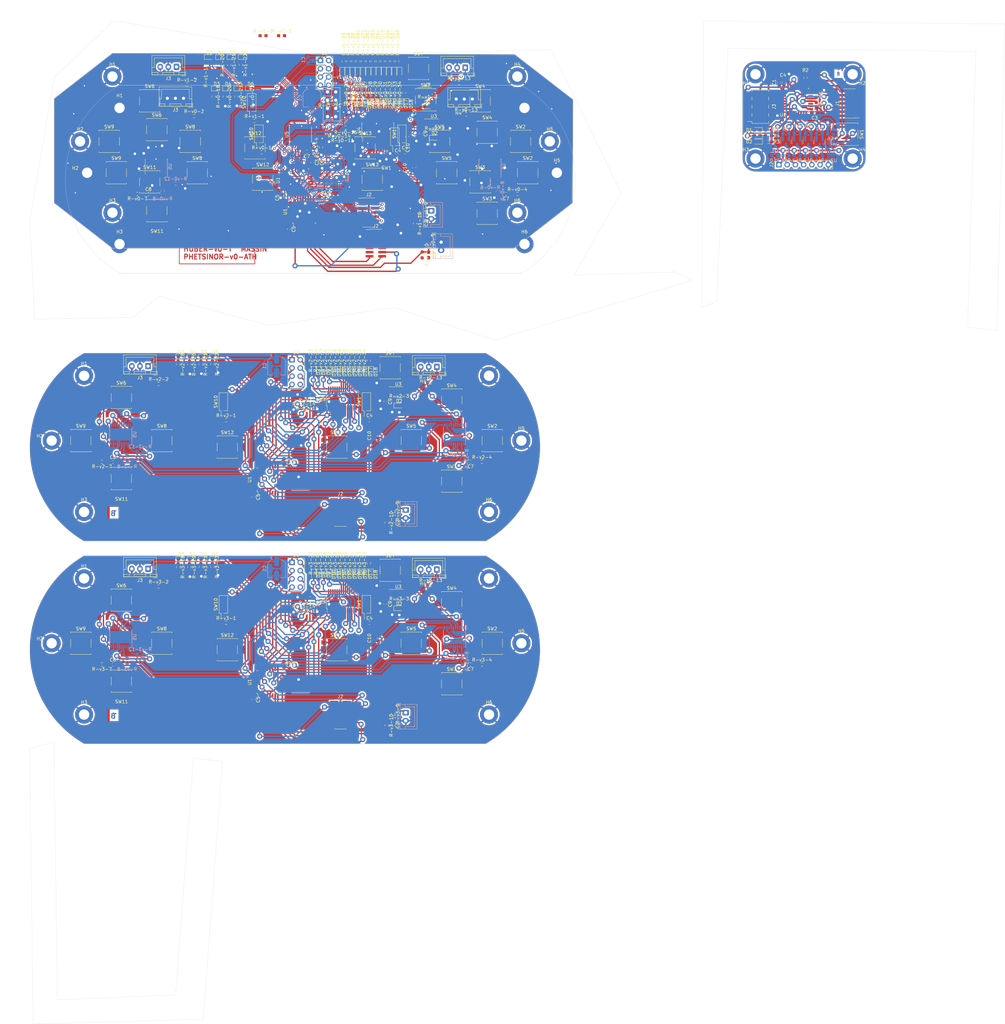
<source format=kicad_pcb>
(kicad_pcb (version 20221018) (generator pcbnew)
  (layers (0 "F.Cu" signal) (31 "B.Cu" signal) (34 "B.Paste" user) (35 "F.Paste" user) (36 "B.SilkS" user "B.Silkscreen") (37 "F.SilkS" user "F.Silkscreen") (38 "B.Mask" user) (39 "F.Mask" user) (44 "Edge.Cuts" user))
  (net 0 "")
  (net 1 "Glob_Alim-v0-")
  (net 2 "GND-v0-")
  (net 3 "POWER-v0-_CHECK-v0-")
  (net 4 "L-v0-i-ion-v0-")
  (net 5 "Net-(C7-Pad1)-v0-")
  (net 6 "Net-(C8-Pad1)-v0-")
  (net 7 "Net-(U3-BP)-v0-")
  (net 8 "Net-(D2-A)-v0-")
  (net 9 "Net-(D3-K)-v0-")
  (net 10 "Net-(D3-A)-v0-")
  (net 11 "Net-(D4-K)-v0-")
  (net 12 "Net-(D4-A)-v0-")
  (net 13 "Net-(D5-K)-v0-")
  (net 14 "Net-(D5-A)-v0-")
  (net 15 "Net-(D6-K)-v0-")
  (net 16 "Net-(D6-A)-v0-")
  (net 17 "Net-(D7-K)-v0-")
  (net 18 "Net-(D7-A)-v0-")
  (net 19 "Net-(D8-K)-v0-")
  (net 20 "Net-(D8-A)-v0-")
  (net 21 "Net-(D9-K)-v0-")
  (net 22 "Net-(D9-A)-v0-")
  (net 23 "Net-(D10-K)-v0-")
  (net 24 "Net-(D10-A)-v0-")
  (net 25 "Net-(D11-K)-v0-")
  (net 26 "Net-(D11-A)-v0-")
  (net 27 "Net-(D12-K)-v0-")
  (net 28 "Net-(D12-A)-v0-")
  (net 29 "Net-(D13-K)-v0-")
  (net 30 "Net-(D13-A)-v0-")
  (net 31 "Net-(D14-K)-v0-")
  (net 32 "Net-(D14-A)-v0-")
  (net 33 "Net-(D15-K)-v0-")
  (net 34 "Net-(D15-A)-v0-")
  (net 35 "Net-(D16-K)-v0-")
  (net 36 "Net-(D16-A)-v0-")
  (net 37 "Net-(D17-K)-v0-")
  (net 38 "Net-(D17-A)-v0-")
  (net 39 "Net-(D18-K)-v0-")
  (net 40 "Net-(D18-A)-v0-")
  (net 43 "SWDIO-v0-")
  (net 44 "SWDCK-v0-")
  (net 48 "R-v0-eset_Buton -v0-")
  (net 49 "USAR-v0-T2_R-v0-X-v0-")
  (net 50 "USAR-v0-T2_TX-v0-")
  (net 51 "R-v0-")
  (net 52 "L-v0-")
  (net 53 "NES{slash}SNES_switcher-v0-")
  (net 54 "DIO{slash}EX_CL-v0-K")
  (net 55 "DIO{slash}EX_SDA-v0-")
  (net 56 "DIODE_OE-v0-")
  (net 57 "Net-(#FL-v0-G05-pwr)")
  (net 58 "A_Button-v0-")
  (net 59 "B_Button-v0-")
  (net 60 "X_Button-v0-")
  (net 61 "Y_Button-v0-")
  (net 62 "UC_Button-v0-")
  (net 63 "Order_Search-v0-")
  (net 64 "L-v0-C_Button")
  (net 65 "R-v0-C_Button")
  (net 66 "DC_Button-v0-")
  (net 67 "ST_Button-v0-")
  (net 68 "SE_Button-v0-")
  (net 73 "Pin_Clock-v0-")
  (net 74 "Digital_Out_Put-v0-")
  (net 75 "MOSI-v0-")
  (net 79 "R-v0-X{slash}TX")
  (net 81 "CSN_nR-v0-F24")
  (net 99 "POWER-v1-_CHECK-v1-")
  (net 100 "GND-v1-")
  (net 101 "L-v1-i-ion-v1-")
  (net 102 "Net-(U3-BP)-v1-")
  (net 103 "Glob_Alim-v1-")
  (net 104 "Net-(D2-A)-v1-")
  (net 105 "Net-(D3-K)-v1-")
  (net 106 "Net-(D3-A)-v1-")
  (net 107 "Net-(D4-K)-v1-")
  (net 108 "Net-(D4-A)-v1-")
  (net 109 "Net-(D5-K)-v1-")
  (net 110 "Net-(D5-A)-v1-")
  (net 111 "Net-(D6-K)-v1-")
  (net 112 "Net-(D6-A)-v1-")
  (net 113 "Net-(D7-K)-v1-")
  (net 114 "Net-(D7-A)-v1-")
  (net 115 "Net-(D8-K)-v1-")
  (net 116 "Net-(D8-A)-v1-")
  (net 117 "Net-(D9-K)-v1-")
  (net 118 "Net-(D9-A)-v1-")
  (net 119 "Net-(D10-K)-v1-")
  (net 120 "Net-(D10-A)-v1-")
  (net 121 "Net-(D11-K)-v1-")
  (net 122 "Net-(D11-A)-v1-")
  (net 123 "Net-(D12-K)-v1-")
  (net 124 "Net-(D12-A)-v1-")
  (net 125 "Net-(D13-K)-v1-")
  (net 126 "Net-(D13-A)-v1-")
  (net 127 "Net-(D14-K)-v1-")
  (net 128 "Net-(D14-A)-v1-")
  (net 129 "Net-(D15-K)-v1-")
  (net 130 "Net-(D15-A)-v1-")
  (net 131 "Net-(D16-K)-v1-")
  (net 132 "Net-(D16-A)-v1-")
  (net 133 "Net-(D17-K)-v1-")
  (net 134 "Net-(D17-A)-v1-")
  (net 135 "Net-(D18-K)-v1-")
  (net 136 "Net-(D18-A)-v1-")
  (net 139 "SWDIO-v1-")
  (net 140 "SWDCK-v1-")
  (net 144 "R-v1-eset_Buton -v1-")
  (net 145 "USAR-v1-T2_R-v1-X-v1-")
  (net 146 "USAR-v1-T2_TX-v1-")
  (net 147 "NES{slash}SNES_switcher-v1-")
  (net 148 "R-v1-")
  (net 149 "A_Button-v1-")
  (net 150 "B_Button-v1-")
  (net 151 "X_Button-v1-")
  (net 152 "Y_Button-v1-")
  (net 153 "UC_Button-v1-")
  (net 154 "L-v1-C_Button-v1-")
  (net 155 "DIODE_SDA-v1-")
  (net 156 "R-v1-C_Button")
  (net 157 "L-v1-")
  (net 158 "DIODE_CL-v1-K")
  (net 159 "DC_Button-v1-")
  (net 160 "DIODE_OE-v1-")
  (net 161 "ST_Button-v1-")
  (net 162 "SE_Button-v1-")
  (net 163 "Order_Search-v1-")
  (net 164 "R-v1-X{slash}TX")
  (net 165 "Net-(C7-Pad1)-v1-")
  (net 166 "Pin_Clock-v1-")
  (net 167 "Digital_Out_Put-v1-")
  (net 168 "MOSI-v1-")
  (net 169 "GPIO_EX_CL-v1-K")
  (net 172 "GPIO_EX_SER-v1-IAL-v1-_DATA")
  (net 173 "Net-(U3-IN)-v1-")
  (net 174 "CSN_nR-v1-F24")
  (net 184 "Glob_Alim-v2-")
  (net 185 "GND-v2-")
  (net 186 "POWER-v2-_CHECK-v2-")
  (net 187 "L-v2-i-ion-v2-")
  (net 188 "Net-(C7-Pad1)-v2-")
  (net 189 "Net-(C8-Pad1)-v2-")
  (net 190 "Net-(U3-BP)-v2-")
  (net 191 "Net-(D2-A)-v2-")
  (net 192 "Net-(D3-K)-v2-")
  (net 193 "Net-(D3-A)-v2-")
  (net 194 "Net-(D4-K)-v2-")
  (net 195 "Net-(D4-A)-v2-")
  (net 196 "Net-(D5-K)-v2-")
  (net 197 "Net-(D5-A)-v2-")
  (net 198 "Net-(D6-K)-v2-")
  (net 199 "Net-(D6-A)-v2-")
  (net 200 "Net-(D7-K)-v2-")
  (net 201 "Net-(D7-A)-v2-")
  (net 202 "Net-(D8-K)-v2-")
  (net 203 "Net-(D8-A)-v2-")
  (net 204 "Net-(D9-K)-v2-")
  (net 205 "Net-(D9-A)-v2-")
  (net 206 "Net-(D10-K)-v2-")
  (net 207 "Net-(D10-A)-v2-")
  (net 208 "Net-(D11-K)-v2-")
  (net 209 "Net-(D11-A)-v2-")
  (net 210 "Net-(D12-K)-v2-")
  (net 211 "Net-(D12-A)-v2-")
  (net 212 "Net-(D13-K)-v2-")
  (net 213 "Net-(D13-A)-v2-")
  (net 214 "Net-(D14-K)-v2-")
  (net 215 "Net-(D14-A)-v2-")
  (net 216 "Net-(D15-K)-v2-")
  (net 217 "Net-(D15-A)-v2-")
  (net 218 "Net-(D16-K)-v2-")
  (net 219 "Net-(D16-A)-v2-")
  (net 220 "Net-(D17-K)-v2-")
  (net 221 "Net-(D17-A)-v2-")
  (net 222 "Net-(D18-K)-v2-")
  (net 223 "Net-(D18-A)-v2-")
  (net 226 "SWDIO-v2-")
  (net 227 "SWDCK-v2-")
  (net 231 "R-v2-eset_Buton -v2-")
  (net 232 "USAR-v2-T2_R-v2-X-v2-")
  (net 233 "USAR-v2-T2_TX-v2-")
  (net 234 "R-v2-")
  (net 235 "L-v2-")
  (net 236 "NES{slash}SNES_switcher-v2-")
  (net 237 "DIO{slash}EX_CL-v2-K")
  (net 238 "DIO{slash}EX_SDA-v2-")
  (net 239 "DIODE_OE-v2-")
  (net 240 "Net-(#FL-v2-G05-pwr)")
  (net 241 "A_Button-v2-")
  (net 242 "B_Button-v2-")
  (net 243 "X_Button-v2-")
  (net 244 "Y_Button-v2-")
  (net 245 "UC_Button-v2-")
  (net 246 "Order_Search-v2-")
  (net 247 "L-v2-C_Button")
  (net 248 "R-v2-C_Button")
  (net 249 "DC_Button-v2-")
  (net 250 "ST_Button-v2-")
  (net 251 "SE_Button-v2-")
  (net 256 "Pin_Clock-v2-")
  (net 257 "Digital_Out_Put-v2-")
  (net 258 "MOSI-v2-")
  (net 262 "R-v2-X{slash}TX")
  (net 264 "CSN_nR-v2-F24")
  (net 282 "Glob_Alim-v3-")
  (net 283 "GND-v3-")
  (net 284 "POWER-v3-_CHECK-v3-")
  (net 285 "L-v3-i-ion-v3-")
  (net 286 "Net-(C7-Pad1)-v3-")
  (net 287 "Net-(C8-Pad1)-v3-")
  (net 288 "Net-(U3-BP)-v3-")
  (net 289 "Net-(D2-A)-v3-")
  (net 290 "Net-(D3-K)-v3-")
  (net 291 "Net-(D3-A)-v3-")
  (net 292 "Net-(D4-K)-v3-")
  (net 293 "Net-(D4-A)-v3-")
  (net 294 "Net-(D5-K)-v3-")
  (net 295 "Net-(D5-A)-v3-")
  (net 296 "Net-(D6-K)-v3-")
  (net 297 "Net-(D6-A)-v3-")
  (net 298 "Net-(D7-K)-v3-")
  (net 299 "Net-(D7-A)-v3-")
  (net 300 "Net-(D8-K)-v3-")
  (net 301 "Net-(D8-A)-v3-")
  (net 302 "Net-(D9-K)-v3-")
  (net 303 "Net-(D9-A)-v3-")
  (net 304 "Net-(D10-K)-v3-")
  (net 305 "Net-(D10-A)-v3-")
  (net 306 "Net-(D11-K)-v3-")
  (net 307 "Net-(D11-A)-v3-")
  (net 308 "Net-(D12-K)-v3-")
  (net 309 "Net-(D12-A)-v3-")
  (net 310 "Net-(D13-K)-v3-")
  (net 311 "Net-(D13-A)-v3-")
  (net 312 "Net-(D14-K)-v3-")
  (net 313 "Net-(D14-A)-v3-")
  (net 314 "Net-(D15-K)-v3-")
  (net 315 "Net-(D15-A)-v3-")
  (net 316 "Net-(D16-K)-v3-")
  (net 317 "Net-(D16-A)-v3-")
  (net 318 "Net-(D17-K)-v3-")
  (net 319 "Net-(D17-A)-v3-")
  (net 320 "Net-(D18-K)-v3-")
  (net 321 "Net-(D18-A)-v3-")
  (net 324 "SWDIO-v3-")
  (net 325 "SWDCK-v3-")
  (net 329 "R-v3-eset_Buton -v3-")
  (net 330 "USAR-v3-T2_R-v3-X-v3-")
  (net 331 "USAR-v3-T2_TX-v3-")
  (net 332 "R-v3-")
  (net 333 "L-v3-")
  (net 334 "NES{slash}SNES_switcher-v3-")
  (net 335 "DIO{slash}EX_CL-v3-K")
  (net 336 "DIO{slash}EX_SDA-v3-")
  (net 337 "DIODE_OE-v3-")
  (net 338 "Net-(#FL-v3-G05-pwr)")
  (net 339 "A_Button-v3-")
  (net 340 "B_Button-v3-")
  (net 341 "X_Button-v3-")
  (net 342 "Y_Button-v3-")
  (net 343 "UC_Button-v3-")
  (net 344 "Order_Search-v3-")
  (net 345 "L-v3-C_Button")
  (net 346 "R-v3-C_Button")
  (net 347 "DC_Button-v3-")
  (net 348 "ST_Button-v3-")
  (net 349 "SE_Button-v3-")
  (net 354 "Pin_Clock-v3-")
  (net 355 "Digital_Out_Put-v3-")
  (net 356 "MOSI-v3-")
  (net 360 "R-v3-X{slash}TX")
  (net 362 "CSN_nR-v3-F24")
  (net 380 "+5V-v6-")
  (net 381 "GND-v6-")
  (net 382 "+3.3V-v6-")
  (net 383 "Net-(D1-K)-v6-")
  (net 385 "Net-(D3-K)-v6-")
  (net 386 "Status_LED-v6-")
  (net 387 "Data_Clock_SNES-v6-")
  (net 388 "Data_Latch_SNES-v6-")
  (net 389 "Net-(D2-K)-v6-")
  (net 390 "Serial_Data1_SNES-v6-")
  (net 391 "Serial_Data2_SNES-v6-")
  (net 392 "SPI_Chip_Select-v6-")
  (net 393 "Chip_Enable-v6-")
  (net 394 "SPI_Digital_Input-v6-")
  (net 395 "SPI_Clock-v6-")
  (net 396 "SPI_Digital_Output-v6-")
  (net 397 "IOBit_SNES-v6-")
  (net 398 "Data_Clock_STM32-v6-")
  (net 399 "Data_Latch_STM32-v6-")
  (net 400 "Appairing_Btn-v6-")
  (net 401 "Net-(U2-BP)-v6-")
  (net 402 "SWDIO-v6-")
  (net 403 "SWDCK-v6-")
  (net 406 "NRST-v6-")
  (net 407 "USART2_RX-v6-")
  (net 408 "USART2_TX-v6-")
  (net 409 "Serial_Data1_STM32-v6-")
  (net 410 "IOBit_STM32-v6-")
  (net 411 "Serial_Data2_STM32-v6-")
  (footprint "R-v0-esistor_SMD:R-v0-_0603_1608Metric_Pad0.98x0.95mm_HandSolder" (layer "F.Cu") (at 109.338491 23.445225 90)
    (fp_text reference "R-v0-29")
    (fp_text value "1K")
  )
  (footprint "L-v1-ED_SMD:L-v1-ED_0603_1608Metric_Pad1.05x0.95mm_HandSolder" (layer "F.Cu") (at 97.675 17.274994 -90)
    (fp_text reference "D7")
    (fp_text value "G5")
  )
  (footprint "Button_Switch_SMD:SW_SPST_B3S-1000" (layer "F.Cu") (at 106.938491 50.132725)
    (fp_text reference "SW13")
    (fp_text value "SW_Push")
  )
  (footprint "L-v2-ED_SMD:L-v2-ED_0603_1608Metric_Pad1.05x0.95mm_HandSolder" (layer "F.Cu") (at 101.763222 109.55 -90)
    (fp_text reference "D15")
    (fp_text value "R-v2-1")
  )
  (footprint "Button_Switch_SMD:SW_DIP_SPSTx01_Slide_Copal_CHS-01B_W7.62mm_P1.27mm" (layer "F.Cu") (at 69.75 26.449994 90)
    (fp_text reference "SW10")
    (fp_text value "SW_DIP_x01")
  )
  (footprint "Button_Switch_SMD:SW_SPST_B3S-1000" (layer "F.Cu") (at 95.988222 195.25)
    (fp_text reference "SW13")
    (fp_text value "SW_Push")
  )
  (footprint "R-v0-esistor_SMD:R-v0-_0603_1608Metric_Pad0.98x0.95mm_HandSolder" (layer "F.Cu") (at 96.748491 38.232725)
    (fp_text reference "R-v0-14")
    (fp_text value "10K")
  )
  (footprint "Diode_SMD:D_0603_1608Metric_Pad1.05x0.95mm_HandSolder" (layer "F.Cu") (at 225.76875 34.95 180)
    (fp_text reference "D1")
    (fp_text value "LED_Small")
  )
  (footprint "Connector_JST:JST_XH_B3B-XH-A_1x03_P2.50mm_Vertical" (layer "F.Cu") (at 46.5 15.474994 180)
    (fp_text reference "J3")
    (fp_text value "Conn_01x03")
  )
  (footprint "Button_Switch_SMD:SW_SPST_B3S-1000" (layer "F.Cu") (at 140.25 50.949994)
    (fp_text reference "SW3")
    (fp_text value "SW_Push")
  )
  (footprint "Button_Switch_SMD:SW_SPST_B3S-1000" (layer "F.Cu") (at 38.25 25.949994)
    (fp_text reference "SW6")
    (fp_text value "SW_Push")
  )
  (footprint "Button_Switch_SMD:SW_SPST_B3S-1000" (layer "F.Cu") (at 29.488222 204.95)
    (fp_text reference "SW11")
    (fp_text value "SW_Push")
  )
  (footprint "R-v3-esistor_SMD:R-v3-_0603_1608Metric_Pad0.98x0.95mm_HandSolder" (layer "F.Cu") (at 47.013222 169.725 -90)
    (fp_text reference "R-v3-18")
    (fp_text value "1K")
  )
  (footprint "R-v0-esistor_SMD:R-v0-_0603_1608Metric_Pad0.98x0.95mm_HandSolder" (layer "F.Cu") (at 122.338491 73.470225 -90)
    (fp_text reference "R-v0-10")
    (fp_text value "1M")
  )
  (footprint "L-v2-ED_SMD:L-v2-ED_0603_1608Metric_Pad1.05x0.95mm_HandSolder" (layer "F.Cu") (at 106.588222 109.55 -90)
    (fp_text reference "D18")
    (fp_text value "R-v2-4")
  )
  (footprint "R-v0-esistor_SMD:R-v0-_0603_1608Metric_Pad0.98x0.95mm_HandSolder" (layer "F.Cu") (at 116.838491 23.445225 90)
    (fp_text reference "R-v0-34")
    (fp_text value "1K")
  )
  (footprint "R-v0-esistor_SMD:R-v0-_0603_1608Metric_Pad0.98x0.95mm_HandSolder" (layer "F.Cu") (at 104.838491 23.445225 90)
    (fp_text reference "R-v0-26")
    (fp_text value "1K")
  )
  (footprint "Button_Switch_SMD:SW_SPST_B3S-1000" (layer "F.Cu") (at 131.488222 143.25)
    (fp_text reference "SW3")
    (fp_text value "SW_Push")
  )
  (footprint "R-v3-esistor_SMD:R-v3-_0603_1608Metric_Pad0.98x0.95mm_HandSolder" (layer "F.Cu") (at 93.888222 168.5625 90)
    (fp_text reference "R-v3-26")
    (fp_text value "1K")
  )
  (footprint "MountingHole:MountingHole_3.2mm_M3_DIN965_Pad" (layer "F.Cu") (at 17.988222 152.75)
    (fp_text reference "H3")
    (fp_text value "MountingHole_Pad")
  )
  (footprint "R-v2-esistor_SMD:R-v2-_0603_1608Metric_Pad0.98x0.95mm_HandSolder" (layer "F.Cu") (at 115.248222 118.426)
    (fp_text reference "R-v2-3")
    (fp_text value "1K")
  )
  (footprint "R-v0-esistor_SMD:R-v0-_0603_1608Metric_Pad0.98x0.95mm_HandSolder" (layer "F.Cu") (at 112.338491 23.445225 90)
    (fp_text reference "R-v0-31")
    (fp_text value "1K")
  )
  (footprint "R-v0-esistor_SMD:R-v0-_0603_1608Metric_Pad0.98x0.95mm_HandSolder" (layer "F.Cu") (at 107.838491 23.445225 90)
    (fp_text reference "R-v0-28")
    (fp_text value "1K")
  )
  (footprint "Capacitor_SMD:C_0603_1608Metric_Pad1.08x0.95mm_HandSolder" (layer "F.Cu") (at 88.45 44.921994 -90)
    (fp_text reference "C3")
    (fp_text value "100n")
  )
  (footprint "Connector_PinHeader_2.54mm:PinHeader_2x04_P2.54mm_Vertical" (layer "F.Cu") (at 82.188222 168.31)
    (fp_text reference "U2")
    (fp_text value "nR-v3-F24_Full")
  )
  (footprint "L-v2-ED_SMD:L-v2-ED_0603_1608Metric_Pad1.05x0.95mm_HandSolder" (layer "F.Cu") (at 54.988222 104.75)
    (fp_text reference "D5")
    (fp_text value "G3")
  )
  (footprint "Button_Switch_SMD:SW_SPST_B3S-1000" (layer "F.Cu") (at 41.988222 193.25)
    (fp_text reference "SW8")
    (fp_text value "SW_Push")
  )
  (footprint "R-v0-esistor_SMD:R-v0-_0603_1608Metric_Pad0.98x0.95mm_HandSolder" (layer "F.Cu") (at 103.308491 23.445225 90)
    (fp_text reference "R-v0-25")
    (fp_text value "1K")
  )
  (footprint "MountingHole:MountingHole_3.2mm_M3_DIN965_Pad" (layer "F.Cu") (at 152.988222 193.25)
    (fp_text reference "H5")
    (fp_text value "MountingHole_Pad")
  )
  (footprint "Capacitor_SMD:C_0603_1608Metric_Pad1.08x0.95mm_HandSolder" (layer "F.Cu") (at 137.300246 199.8 180)
    (fp_text reference "C7")
    (fp_text value "100nF")
  )
  (footprint "R-v0-esistor_SMD:R-v0-_0603_1608Metric_Pad0.98x0.95mm_HandSolder" (layer "F.Cu") (at 113.838491 23.445225 90)
    (fp_text reference "R-v0-32")
    (fp_text value "1K")
  )
  (footprint "R-v0-esistor_SMD:R-v0-_0603_1608Metric_Pad0.98x0.95mm_HandSolder" (layer "F.Cu") (at 124.338491 69.932725 -90)
    (fp_text reference "R-v0-9")
    (fp_text value "1M")
  )
  (footprint "R-v3-esistor_SMD:R-v3-_0603_1608Metric_Pad0.98x0.95mm_HandSolder" (layer "F.Cu") (at 40.988222 175.75)
    (fp_text reference "R-v3-2")
    (fp_text value "1K")
  )
  (footprint "L-v2-ED_SMD:L-v2-ED_0603_1608Metric_Pad1.05x0.95mm_HandSolder" (layer "F.Cu") (at 104.963222 109.55 -90)
    (fp_text reference "D17")
    (fp_text value "R-v2-3")
  )
  (footprint "Resistor_SMD:R_0603_1608Metric_Pad0.98x0.95mm_HandSolder" (layer "F.Cu") (at 229.26875 34.95)
    (fp_text reference "R1")
    (fp_text value "1k")
  )
  (footprint "R-v2-esistor_SMD:R-v2-_0603_1608Metric_Pad0.98x0.95mm_HandSolder" (layer "F.Cu") (at 47.013222 107.225 -90)
    (fp_text reference "R-v2-18")
    (fp_text value "1K")
  )
  (footprint "R-v3-esistor_SMD:R-v3-_0603_1608Metric_Pad0.98x0.95mm_HandSolder" (layer "F.Cu") (at 50.513222 169.75 -90)
    (fp_text reference "R-v3-20")
    (fp_text value "1K")
  )
  (footprint "R-v2-esistor_SMD:R-v2-_0603_1608Metric_Pad0.98x0.95mm_HandSolder" (layer "F.Cu") (at 140.800246 137.3)
    (fp_text reference "R-v2-4")
    (fp_text value "1k")
  )
  (footprint "L-v1-ED_SMD:L-v1-ED_0603_1608Metric_Pad1.05x0.95mm_HandSolder" (layer "F.Cu") (at 105.7 17.262494 -90)
    (fp_text reference "D12")
    (fp_text value "O2")
  )
  (footprint "Button_Switch_SMD:SW_SPST_B3S-1000" (layer "F.Cu") (at 70.75 40.449994)
    (fp_text reference "SW12")
    (fp_text value "SW_Push")
  )
  (footprint "R-v0-esistor_SMD:R-v0-_0603_1608Metric_Pad0.98x0.95mm_HandSolder" (layer "F.Cu") (at 135.938491 30.132725)
    (fp_text reference "R-v0-13")
    (fp_text value "1K")
  )
  (footprint "Package_QFP:L-v0-QFP-32_7x7mm_P0.8mm" (layer "F.Cu") (at 85.938491 60.132725 90)
    (fp_text reference "U1")
    (fp_text value "STM32L-v0-412KBTx")
  )
  (footprint "Connector_PinHeader_1.27mm:PinHeader_2x07_P1.27mm_Vertical_SMD" (layer "F.Cu") (at 254.25 26.75 180)
    (fp_text reference "J1")
    (fp_text value "Conn_02x07_Odd_Even")
  )
  (footprint "L-v2-ED_SMD:L-v2-ED_0603_1608Metric_Pad1.05x0.95mm_HandSolder" (layer "F.Cu") (at 92.113222 109.575 -90)
    (fp_text reference "D9")
    (fp_text value "G7")
  )
  (footprint "L-v2-ED_SMD:L-v2-ED_0603_1608Metric_Pad1.05x0.95mm_HandSolder" (layer "F.Cu") (at 95.313222 109.575 -90)
    (fp_text reference "D11")
    (fp_text value "O1")
  )
  (footprint "R-v3-esistor_SMD:R-v3-_0603_1608Metric_Pad0.98x0.95mm_HandSolder" (layer "F.Cu") (at 113.388222 215.05 -90)
    (fp_text reference "R-v3-9")
    (fp_text value "1M")
  )
  (footprint "Button_Switch_SMD:SW_SPST_B3S-1000" (layer "F.Cu") (at 29.488222 179.95)
    (fp_text reference "SW6")
    (fp_text value "SW_Push")
  )
  (footprint "Button_Switch_SMD:SW_SPST_B3S-1000" (layer "F.Cu") (at 62.198222 132.75)
    (fp_text reference "SW12")
    (fp_text value "SW_Push")
  )
  (footprint "Capacitor_SMD:C_0603_1608Metric_Pad1.08x0.95mm_HandSolder" (layer "F.Cu") (at 106.083222 124.45)
    (fp_text reference "C4")
    (fp_text value "1u")
  )
  (footprint "MountingHole:MountingHole_3.2mm_M3_DIN965_Pad" (layer "F.Cu") (at 153.938491 70.132725)
    (fp_text reference "H6")
    (fp_text value "MountingHole_Pad")
  )
  (footprint "R-v3-esistor_SMD:R-v3-_0603_1608Metric_Pad0.98x0.95mm_HandSolder" (layer "F.Cu") (at 89.388222 168.5625 90)
    (fp_text reference "R-v3-23")
    (fp_text value "1K")
  )
  (footprint "Button_Switch_SMD:SW_SPST_B3S-1000" (layer "F.Cu") (at 143.988222 193.25)
    (fp_text reference "SW2")
    (fp_text value "SW_Push")
  )
  (footprint "R-v2-esistor_SMD:R-v2-_0603_1608Metric_Pad0.98x0.95mm_HandSolder" (layer "F.Cu") (at 86.798222 119.35 180)
    (fp_text reference "R-v2-11")
    (fp_text value "10K")
  )
  (footprint "L-v0-ED_SMD:L-v0-ED_0603_1608Metric_Pad1.05x0.95mm_HandSolder" (layer "F.Cu") (at 107.898491 26.945225 -90)
    (fp_text reference "D12")
    (fp_text value "O2")
  )
  (footprint "R-v2-esistor_SMD:R-v2-_0603_1608Metric_Pad0.98x0.95mm_HandSolder" (layer "F.Cu") (at 90.888222 106.0625 90)
    (fp_text reference "R-v2-24")
    (fp_text value "1K")
  )
  (footprint "Capacitor_SMD:C_0603_1608Metric_Pad1.08x0.95mm_HandSolder" (layer "F.Cu") (at 117.745 36.932494 -90)
    (fp_text reference "C10")
    (fp_text value "100nF")
  )
  (footprint "R-v1-esistor_SMD:R-v1-_0603_1608Metric_Pad0.98x0.95mm_HandSolder" (layer "F.Cu") (at 55.775 14.924994 -90)
    (fp_text reference "R-v1-18")
    (fp_text value "1K")
  )
  (footprint "Capacitor_SMD:C_0603_1608Metric_Pad1.08x0.95mm_HandSolder" (layer "F.Cu") (at 81.240491 65.526725 -90)
    (fp_text reference "C5")
    (fp_text value "100n")
  )
  (footprint "R-v1-esistor_SMD:R-v1-_0603_1608Metric_Pad0.98x0.95mm_HandSolder" (layer "F.Cu") (at 98.15 13.762494 90)
    (fp_text reference "R-v1-23")
    (fp_text value "1K")
  )
  (footprint "R-v3-esistor_SMD:R-v3-_0603_1608Metric_Pad0.98x0.95mm_HandSolder" (layer "F.Cu") (at 95.388222 168.5625 90)
    (fp_text reference "R-v3-27")
    (fp_text value "1K")
  )
  (footprint "R-v1-esistor_SMD:R-v1-_0603_1608Metric_Pad0.98x0.95mm_HandSolder" (layer "F.Cu") (at 122.15 60.249994 -90)
    (fp_text reference "R-v1-9")
    (fp_text value "1M")
  )
  (footprint "R-v2-esistor_SMD:R-v2-_0603_1608Metric_Pad0.98x0.95mm_HandSolder" (layer "F.Cu") (at 89.388222 106.0625 90)
    (fp_text reference "R-v2-23")
    (fp_text value "1K")
  )
  (footprint "Capacitor_SMD:C_0603_1608Metric_Pad1.08x0.95mm_HandSolder" (layer "F.Cu") (at 108.983222 191.7325 -90)
    (fp_text reference "C10")
    (fp_text value "100nF")
  )
  (footprint "R-v2-esistor_SMD:R-v2-_0603_1608Metric_Pad0.98x0.95mm_HandSolder" (layer "F.Cu") (at 40.988222 113.25)
    (fp_text reference "R-v2-2")
    (fp_text value "1K")
  )
  (footprint "R-v0-esistor_SMD:R-v0-_0603_1608Metric_Pad0.98x0.95mm_HandSolder" (layer "F.Cu") (at 126.198491 35.808725)
    (fp_text reference "R-v0-3")
    (fp_text value "1K")
  )
  (footprint "MountingHole:MountingHole_3.2mm_M3_DIN965_Pad" (layer "F.Cu") (at 225.25 17.75)
    (fp_text reference "H1")
    (fp_text value "MountingHole_Pad")
  )
  (footprint "Package_QFP:L-v2-QFP-32_7x7mm_P0.8mm" (layer "F.Cu") (at 74.988222 142.75 90)
    (fp_text reference "U1")
    (fp_text value "STM32L-v2-412KBTx")
  )
  (footprint "R-v0-esistor_SMD:R-v0-_0603_1608Metric_Pad0.98x0.95mm_HandSolder" (layer "F.Cu") (at 106.338491 23.445225 90)
    (fp_text reference "R-v0-27")
    (fp_text value "1K")
  )
  (footprint "R-v2-esistor_SMD:R-v2-_0603_1608Metric_Pad0.98x0.95mm_HandSolder" (layer "F.Cu") (at 57.588222 107.175 -90)
    (fp_text reference "R-v2-22")
    (fp_text value "1K")
  )
  (footprint "L-v2-ED_SMD:L-v2-ED_0603_1608Metric_Pad1.05x0.95mm_HandSolder" (layer "F.Cu") (at 90.512222 109.575 -90)
    (fp_text reference "D8")
    (fp_text value "G6")
  )
  (footprint "Capacitor_SMD:C_0603_1608Metric_Pad1.08x0.95mm_HandSolder" (layer "F.Cu") (at 106.083222 186.95)
    (fp_text reference "C4")
    (fp_text value "1u")
  )
  (footprint "Button_Switch_SMD:SW_DIP_SPSTx01_Slide_Copal_CHS-01B_W7.62mm_P1.27mm" (layer "F.Cu") (at 60.988222 181.25 90)
    (fp_text reference "SW10")
    (fp_text value "SW_DIP_x01")
  )
  (footprint "L-v2-ED_SMD:L-v2-ED_0603_1608Metric_Pad1.05x0.95mm_HandSolder" (layer "F.Cu") (at 93.713222 109.575 -90)
    (fp_text reference "D10")
    (fp_text value "G8")
  )
  (footprint "Capacitor_SMD:C_0603_1608Metric_Pad1.08x0.95mm_HandSolder" (layer "F.Cu") (at 113.388222 218.5875 -90)
    (fp_text reference "C2")
    (fp_text value "1nF")
  )
  (footprint "L-v3-ED_SMD:L-v3-ED_0603_1608Metric_Pad1.05x0.95mm_HandSolder" (layer "F.Cu") (at 54.988222 167.25)
    (fp_text reference "D5")
    (fp_text value "G3")
  )
  (footprint "R-v3-esistor_SMD:R-v3-_0603_1608Metric_Pad0.98x0.95mm_HandSolder" (layer "F.Cu") (at 57.588222 169.675 -90)
    (fp_text reference "R-v3-22")
    (fp_text value "1K")
  )
  (footprint "Capacitor_SMD:C_0603_1608Metric_Pad1.08x0.95mm_HandSolder" (layer "F.Cu") (at 114.845 42.719994)
    (fp_text reference "C4")
    (fp_text value "1u")
  )
  (footprint "Capacitor_SMD:C_0603_1608Metric_Pad1.08x0.95mm_HandSolder" (layer "F.Cu") (at 111.038222 118.65 -90)
    (fp_text reference "C9")
    (fp_text value "470p")
  )
  (footprint "Button_Switch_SMD:SW_SPST_B3S-1000" (layer "F.Cu") (at 52.938491 48.132725)
    (fp_text reference "SW8")
    (fp_text value "SW_Push")
  )
  (footprint "Capacitor_SMD:C_0603_1608Metric_Pad1.08x0.95mm_HandSolder" (layer "F.Cu") (at 148.250515 54.682725 180)
    (fp_text reference "C7")
    (fp_text value "100nF")
  )
  (footprint "R-v2-esistor_SMD:R-v2-_0603_1608Metric_Pad0.98x0.95mm_HandSolder" (layer "F.Cu") (at 111.388222 156.0875 -90)
    (fp_text reference "R-v2-10")
    (fp_text value "1M")
  )
  (footprint "Package_QFP:LQFP-32_7x7mm_P0.8mm" (layer "F.Cu") (at 238.1 25.65 180)
    (fp_text reference "U1")
    (fp_text value "STM32L412KBTx")
  )
  (footprint "R-v3-esistor_SMD:R-v3-_0603_1608Metric_Pad0.98x0.95mm_HandSolder" (layer "F.Cu") (at 105.888222 168.5625 90)
    (fp_text reference "R-v3-34")
    (fp_text value "1K")
  )
  (footprint "Button_Switch_SMD:SW_DIP_SPSTx01_Slide_Copal_CHS-01B_W7.62mm_P1.27mm" (layer "F.Cu") (at 113.92 37.019994 90)
    (fp_text reference "SW1")
    (fp_text value "SW_DIP_x01")
  )
  (footprint "Button_Switch_SMD:SW_SPST_B3S-1000" (layer "F.Cu") (at 142.438491 60.632725)
    (fp_text reference "SW3")
    (fp_text value "SW_Push")
  )
  (footprint "Button_Switch_SMD:SW_SPST_B3S-1000" (layer "F.Cu") (at 142.438491 35.632725)
    (fp_text reference "SW4")
    (fp_text value "SW_Push")
  )
  (footprint "MountingHole:MountingHole_3.2mm_M3_DIN965_Pad" (layer "F.Cu") (at 152.988222 130.75)
    (fp_text reference "H5")
    (fp_text value "MountingHole_Pad")
  )
  (footprint "R-v2-esistor_SMD:R-v2-_0603_1608Metric_Pad0.98x0.95mm_HandSolder" (layer "F.Cu") (at 102.888222 106.0625 90)
    (fp_text reference "R-v2-32")
    (fp_text value "1K")
  )
  (footprint "R-v0-esistor_SMD:R-v0-_0603_1608Metric_Pad0.98x0.95mm_HandSolder" (layer "F.Cu") (at 57.963491 24.607725 -90)
    (fp_text reference "R-v0-18")
    (fp_text value "1K")
  )
  (footprint "R-v0-esistor_SMD:R-v0-_0603_1608Metric_Pad0.98x0.95mm_HandSolder" (layer "F.Cu") (at 115.338491 23.445225 90)
    (fp_text reference "R-v0-33")
    (fp_text value "1K")
  )
  (footprint "R-v1-esistor_SMD:R-v1-_0603_1608Metric_Pad0.98x0.95mm_HandSolder" (layer "F.Cu") (at 107.15 13.762494 90)
    (fp_text reference "R-v1-29")
    (fp_text value "1K")
  )
  (footprint "Button_Switch_SMD:SW_SPST_B3S-1000" (layer "F.Cu") (at 253.75 36.25 180)
    (fp_text reference "SW1")
    (fp_text value "SW_SPST")
  )
  (footprint "Button_Switch_SMD:SW_SPST_B3S-1000" (layer "F.Cu") (at 118.988222 193.25)
    (fp_text reference "SW5")
    (fp_text value "SW_Push")
  )
  (footprint "MountingHole:MountingHole_3.2mm_M3_DIN965_Pad" (layer "F.Cu") (at 26.75 18.449994)
    (fp_text reference "H1")
    (fp_text value "MountingHole_Pad")
  )
  (footprint "MountingHole:MountingHole_3.2mm_M3_DIN965_Pad" (layer "F.Cu") (at 151.75 18.449994)
    (fp_text reference "H4")
    (fp_text value "MountingHole_Pad")
  )
  (footprint "Connector_PinHeader_2.54mm:PinHeader_2x04_P2.54mm_Vertical" (layer "F.Cu") (at 90.95 13.509994)
    (fp_text reference "U2")
    (fp_text value "nR-v1-F24_Full")
  )
  (footprint "L-v1-ED_SMD:L-v1-ED_0603_1608Metric_Pad1.05x0.95mm_HandSolder" (layer "F.Cu") (at 107.325 17.249994 -90)
    (fp_text reference "D13")
    (fp_text value "O3")
  )
  (footprint "R-v1-esistor_SMD:R-v1-_0603_1608Metric_Pad0.98x0.95mm_HandSolder" (layer "F.Cu") (at 99.118 22.823994 180)
    (fp_text reference "R-v1-16")
    (fp_text value "10K")
  )
  (footprint "Button_Switch_SMD:SW_SPST_B3S-1000" (layer "F.Cu") (at 29.488222 142.45)
    (fp_text reference "SW11")
    (fp_text value "SW_Push")
  )
  (footprint "R-v0-esistor_SMD:R-v0-_0603_1608Metric_Pad0.98x0.95mm_HandSolder" (layer "F.Cu") (at 51.938491 30.632725)
    (fp_text reference "R-v0-2")
    (fp_text value "1K")
  )
  (footprint "L-v2-ED_SMD:L-v2-ED_0603_1608Metric_Pad1.05x0.95mm_HandSolder" (layer "F.Cu") (at 103.363222 109.55 -90)
    (fp_text reference "D16")
    (fp_text value "R-v2-2")
  )
  (footprint "Diode_SMD:D_0603_1608Metric_Pad1.05x0.95mm_HandSolder" (layer "F.Cu") (at 225.76875 38.55 180)
    (fp_text reference "D2")
    (fp_text value "LED_Small")
  )
  (footprint "Capacitor_SMD:C_0603_1608Metric_Pad1.08x0.95mm_HandSolder" (layer "F.Cu") (at 79.688222 199.722 -90)
    (fp_text reference "C3")
    (fp_text value "100n")
  )
  (footprint "Button_Switch_SMD:SW_SPST_B3S-1000" (layer "F.Cu") (at 50.75 38.449994)
    (fp_text reference "SW8")
    (fp_text value "SW_Push")
  )
  (footprint "Capacitor_SMD:C_0603_1608Metric_Pad1.08x0.95mm_HandSolder" (layer "F.Cu") (at 81.212222 199.722 -90)
    (fp_text reference "C6")
    (fp_text value "10u")
  )
  (footprint "Button_Switch_SMD:SW_SPST_B3S-1000" (layer "F.Cu") (at 27.938491 48.132725)
    (fp_text reference "SW9")
    (fp_text value "SW_Push")
  )
  (footprint "Button_Switch_SMD:SW_SPST_B3S-1000" (layer "F.Cu") (at 16.988222 130.75)
    (fp_text reference "SW9")
    (fp_text value "SW_Push")
  )
  (footprint "L-v3-ED_SMD:L-v3-ED_0603_1608Metric_Pad1.05x0.95mm_HandSolder" (layer "F.Cu") (at 47.988222 167.25)
    (fp_text reference "D3")
    (fp_text value "G1")
  )
  (footprint "R-v0-esistor_SMD:R-v0-_0603_1608Metric_Pad0.98x0.95mm_HandSolder" (layer "F.Cu") (at 68.538491 24.557725 -90)
    (fp_text reference "R-v0-22")
    (fp_text value "1K")
  )
  (footprint "R-v2-esistor_SMD:R-v2-_0603_1608Metric_Pad0.98x0.95mm_HandSolder" (layer "F.Cu") (at 104.388222 106.0625 90)
    (fp_text reference "R-v2-33")
    (fp_text value "1K")
  )
  (footprint "R-v0-esistor_SMD:R-v0-_0603_1608Metric_Pad0.98x0.95mm_HandSolder" (layer "F.Cu") (at 34.446467 54.682725 180)
    (fp_text reference "R-v0-7")
    (fp_text value "1k")
  )
  (footprint "Button_Switch_SMD:SW_SPST_B3S-1000" (layer "F.Cu") (at 29.488222 117.45)
    (fp_text reference "SW6")
    (fp_text value "SW_Push")
  )
  (footprint "R-v3-esistor_SMD:R-v3-_0603_1608Metric_Pad0.98x0.95mm_HandSolder" (layer "F.Cu") (at 111.388222 218.5875 -90)
    (fp_text reference "R-v3-10")
    (fp_text value "1M")
  )
  (footprint "MountingHole:MountingHole_3.2mm_M3_DIN965_Pad" (layer "F.Cu") (at 142.988222 215.25)
    (fp_text reference "H6")
    (fp_text value "MountingHole_Pad")
  )
  (footprint "L-v2-ED_SMD:L-v2-ED_0603_1608Metric_Pad1.05x0.95mm_HandSolder" (layer "F.Cu") (at 100.163222 109.55 -90)
    (fp_text reference "D14")
    (fp_text value "O4")
  )
  (footprint "Connector_JST:JST_XH_B3B-XH-A_1x03_P2.50mm_Vertical" (layer "F.Cu") (at 37.738222 170.275 180)
    (fp_text reference "J3")
    (fp_text value "Conn_01x03")
  )
  (footprint "Package_QFP:L-v3-QFP-32_7x7mm_P0.8mm" (layer "F.Cu") (at 74.988222 205.25 90)
    (fp_text reference "U1")
    (fp_text value "STM32L-v3-412KBTx")
  )
  (footprint "Button_Switch_SMD:SW_SPST_B3S-1000" (layer "F.Cu") (at 131.488222 180.75)
    (fp_text reference "SW4")
    (fp_text value "SW_Push")
  )
  (footprint "R-v0-esistor_SMD:R-v0-_0603_1608Metric_Pad0.98x0.95mm_HandSolder" (layer "F.Cu") (at 61.463491 24.632725 -90)
    (fp_text reference "R-v0-20")
    (fp_text value "1K")
  )
  (footprint "L-v0-ED_SMD:L-v0-ED_0603_1608Metric_Pad1.05x0.95mm_HandSolder" (layer "F.Cu") (at 99.863491 26.957725 -90)
    (fp_text reference "D7")
    (fp_text value "G5")
  )
  (footprint "R-v3-esistor_SMD:R-v3-_0603_1608Metric_Pad0.98x0.95mm_HandSolder" (layer "F.Cu") (at 87.798222 179.35 180)
    (fp_text reference "R-v3-16")
    (fp_text value "10K")
  )
  (footprint "Button_Switch_SMD:SW_SPST_B3S-1000" (layer "F.Cu") (at 131.488222 118.25)
    (fp_text reference "SW4")
    (fp_text value "SW_Push")
  )
  (footprint "R-v0-esistor_SMD:R-v0-_0603_1608Metric_Pad0.98x0.95mm_HandSolder" (layer "F.Cu") (at 72.788491 41.832725)
    (fp_text reference "R-v0-1")
    (fp_text value "1K")
  )
  (footprint "L-v3-ED_SMD:L-v3-ED_0603_1608Metric_Pad1.05x0.95mm_HandSolder" (layer "F.Cu") (at 100.163222 172.05 -90)
    (fp_text reference "D14")
    (fp_text value "O4")
  )
  (footprint "R-v2-esistor_SMD:R-v2-_0603_1608Metric_Pad0.98x0.95mm_HandSolder" (layer "F.Cu") (at 61.838222 124.45)
    (fp_text reference "R-v2-1")
    (fp_text value "1K")
  )
  (footprint "R-v2-esistor_SMD:R-v2-_0603_1608Metric_Pad0.98x0.95mm_HandSolder" (layer "F.Cu") (at 93.888222 106.0625 90)
    (fp_text reference "R-v2-26")
    (fp_text value "1K")
  )
  (footprint "L-v3-ED_SMD:L-v3-ED_0603_1608Metric_Pad1.05x0.95mm_HandSolder" (layer "F.Cu") (at 51.488222 167.25)
    (fp_text reference "D4")
    (fp_text value "G2")
  )
  (footprint "Package_SO:MSOP-8_3x3mm_P0.65mm" (layer "F.Cu") (at 125.938491 33.132725)
    (fp_text reference "U3")
    (fp_text value "MIC5219-3.3YMM")
  )
  (footprint "Capacitor_SMD:C_0603_1608Metric_Pad1.08x0.95mm_HandSolder" (layer "F.Cu") (at 121.988491 36.032725 -90)
    (fp_text reference "C9")
    (fp_text value "470p")
  )
  (footprint "Capacitor_SMD:C_0603_1608Metric_Pad1.08x0.95mm_HandSolder" (layer "F.Cu") (at 89.974 44.921994 -90)
    (fp_text reference "C6")
    (fp_text value "10u")
  )
  (footprint "Capacitor_SMD:C_0603_1608Metric_Pad1.08x0.95mm_HandSolder" (layer "F.Cu") (at 70.290222 210.644 -90)
    (fp_text reference "C5")
    (fp_text value "100n")
  )
  (footprint "L-v3-ED_SMD:L-v3-ED_0603_1608Metric_Pad1.05x0.95mm_HandSolder" (layer "F.Cu") (at 90.512222 172.075 -90)
    (fp_text reference "D8")
    (fp_text value "G6")
  )
  (footprint "Capacitor_SMD:C_0603_1608Metric_Pad1.08x0.95mm_HandSolder" (layer "F.Cu") (at 137.300246 137.3 180)
    (fp_text reference "C7")
    (fp_text value "100nF")
  )
  (footprint "R-v1-esistor_SMD:R-v1-_0603_1608Metric_Pad0.98x0.95mm_HandSolder" (layer "F.Cu") (at 49.75 20.949994)
    (fp_text reference "R-v1-2")
    (fp_text value "1K")
  )
  (footprint "Package_SO:TSSOP-28_4.4x9.7mm_P0.65mm" (layer "F.Cu") (at 97.722222 117.664 90)
    (fp_text reference "U4")
    (fp_text value "PCA9685PW")
  )
  (footprint "R-v3-esistor_SMD:R-v3-_0603_1608Metric_Pad0.98x0.95mm_HandSolder" (layer "F.Cu") (at 23.496198 199.8 180)
    (fp_text reference "R-v3-7")
    (fp_text value "1k")
  )
  (footprint "Connector_PinSocket_2.54mm:PinSocket_2x04_P2.54mm_Vertical_SMD" (layer "F.Cu") (at 226.75 27.75 180)
    (fp_text reference "J3")
    (fp_text value "Conn_01x08_Socket")
  )
  (footprint "R-v2-esistor_SMD:R-v2-_0603_1608Metric_Pad0.98x0.95mm_HandSolder" (layer "F.Cu") (at 96.888222 106.0625 90)
    (fp_text reference "R-v2-28")
    (fp_text value "1K")
  )
  (footprint "Button_Switch_SMD:SW_DIP_SPSTx01_Slide_Copal_CHS-01B_W7.62mm_P1.27mm" (layer "F.Cu") (at 71.938491 36.132725 90)
    (fp_text reference "SW10")
    (fp_text value "SW_DIP_x01")
  )
  (footprint "R-v0-esistor_SMD:R-v0-_0603_1608Metric_Pad0.98x0.95mm_HandSolder" (layer "F.Cu") (at 97.748491 36.732725 180)
    (fp_text reference "R-v0-11")
    (fp_text value "10K")
  )
  (footprint "Capacitor_SMD:C_0603_1608Metric_Pad1.08x0.95mm_HandSolder" (layer "F.Cu") (at 26.896198 199.8)
    (fp_text reference "C8")
    (fp_text value "100nF")
  )
  (footprint "Capacitor_SMD:C_0603_1608Metric_Pad1.08x0.95mm_HandSolder" (layer "F.Cu") (at 111.038222 181.15 -90)
    (fp_text reference "C9")
    (fp_text value "470p")
  )
  (footprint "L-v1-ED_SMD:L-v1-ED_0603_1608Metric_Pad1.05x0.95mm_HandSolder" (layer "F.Cu") (at 110.525 17.249994 -90)
    (fp_text reference "D15")
    (fp_text value "R-v1-1")
  )
  (footprint "L-v1-ED_SMD:L-v1-ED_0603_1608Metric_Pad1.05x0.95mm_HandSolder" (layer "F.Cu") (at 67.25 12.449994)
    (fp_text reference "D6")
    (fp_text value "G4")
  )
  (footprint "Button_Switch_SMD:SW_SPST_B3S-1000" (layer "F.Cu") (at 129.938491 48.132725)
    (fp_text reference "SW5")
    (fp_text value "SW_Push")
  )
  (footprint "MountingHole:MountingHole_3.2mm_M3_DIN965_Pad" (layer "F.Cu") (at 161.75 38.449994)
    (fp_text reference "H5")
    (fp_text value "MountingHole_Pad")
  )
  (footprint "R-v1-esistor_SMD:R-v1-_0603_1608Metric_Pad0.98x0.95mm_HandSolder" (layer "F.Cu") (at 105.65 13.762494 90)
    (fp_text reference "R-v1-28")
    (fp_text value "1K")
  )
  (footprint "R-v2-esistor_SMD:R-v2-_0603_1608Metric_Pad0.98x0.95mm_HandSolder" (layer "F.Cu") (at 50.513222 107.25 -90)
    (fp_text reference "R-v2-20")
    (fp_text value "1K")
  )
  (footprint "L-v3-ED_SMD:L-v3-ED_0603_1608Metric_Pad1.05x0.95mm_HandSolder" (layer "F.Cu") (at 88.913222 172.075 -90)
    (fp_text reference "D7")
    (fp_text value "G5")
  )
  (footprint "R-v1-esistor_SMD:R-v1-_0603_1608Metric_Pad0.98x0.95mm_HandSolder" (layer "F.Cu") (at 59.275 14.949994 -90)
    (fp_text reference "R-v1-20")
    (fp_text value "1K")
  )
  (footprint "R-v3-esistor_SMD:R-v3-_0603_1608Metric_Pad0.98x0.95mm_HandSolder" (layer "F.Cu") (at 140.800246 199.8)
    (fp_text reference "R-v3-4")
    (fp_text value "1k")
  )
  (footprint "Connector_PinHeader_1.27mm:PinHeader_2x07_P1.27mm_Vertical_SMD" (layer "F.Cu") (at 97.113222 215.19)
    (fp_text reference "J2")
    (fp_text value "Conn_02x07_Odd_Even")
  )
  (footprint "Button_Switch_SMD:SW_SPST_B3S-1000" (layer "F.Cu") (at 121.25 15.949994)
    (fp_text reference "SW7")
    (fp_text value "SW_SPST")
  )
  (footprint "R-v1-esistor_SMD:R-v1-_0603_1608Metric_Pad0.98x0.95mm_HandSolder" (layer "F.Cu") (at 114.65 13.762494 90)
    (fp_text reference "R-v1-34")
    (fp_text value "1K")
  )
  (footprint "L-v0-ED_SMD:L-v0-ED_0603_1608Metric_Pad1.05x0.95mm_HandSolder" (layer "F.Cu") (at 101.462491 26.957725 -90)
    (fp_text reference "D8")
    (fp_text value "G6")
  )
  (footprint "Connector_PinHeader_2.54mm:PinHeader_2x04_P2.54mm_Vertical" (layer "F.Cu") (at 82.188222 105.81)
    (fp_text reference "U2")
    (fp_text value "nR-v2-F24_Full")
  )
  (footprint "Button_Switch_SMD:SW_DIP_SPSTx01_Slide_Copal_CHS-01B_W7.62mm_P1.27mm" (layer "F.Cu") (at 105.158222 118.75 90)
    (fp_text reference "SW1")
    (fp_text value "SW_DIP_x01")
  )
  (footprint "Button_Switch_SMD:SW_SPST_B3S-1000" (layer "F.Cu") (at 73.148491 50.132725)
    (fp_text reference "SW12")
    (fp_text value "SW_Push")
  )
  (footprint "R-v3-esistor_SMD:R-v3-_0603_1608Metric_Pad0.98x0.95mm_HandSolder" (layer "F.Cu") (at 92.358222 168.5625 90)
    (fp_text reference "R-v3-25")
    (fp_text value "1K")
  )
  (footprint "R-v0-esistor_SMD:R-v0-_0603_1608Metric_Pad0.98x0.95mm_HandSolder" (layer "F.Cu") (at 151.750515 54.682725)
    (fp_text reference "R-v0-4")
    (fp_text value "1k")
  )
  (footprint "L-v1-ED_SMD:L-v1-ED_0603_1608Metric_Pad1.05x0.95mm_HandSolder" (layer "F.Cu") (at 113.725 17.249994 -90)
    (fp_text reference "D17")
    (fp_text value "R-v1-3")
  )
  (footprint "Capacitor_SMD:C_0603_1608Metric_Pad1.08x0.95mm_HandSolder" (layer "F.Cu") (at 79.688222 137.222 -90)
    (fp_text reference "C3")
    (fp_text value "100n")
  )
  (footprint "Capacitor_SMD:C_0603_1608Metric_Pad1.08x0.95mm_HandSolder" (layer "F.Cu") (at 244.01 27.3025 90)
    (fp_text reference "C2")
    (fp_text value "100n")
  )
  (footprint "MountingHole:MountingHole_3.2mm_M3_DIN965_Pad" (layer "F.Cu") (at 163.938491 48.132725)
    (fp_text reference "H5")
    (fp_text value "MountingHole_Pad")
  )
  (footprint "R-v0-esistor_SMD:R-v0-_0603_1608Metric_Pad0.98x0.95mm_HandSolder" (layer "F.Cu") (at 64.988491 24.607725 -90)
    (fp_text reference "R-v0-21")
    (fp_text value "1K")
  )
  (footprint "Button_Switch_SMD:SW_SPST_B3S-1000" (layer "F.Cu") (at 112.488222 108.25)
    (fp_text reference "SW7")
    (fp_text value "SW_SPST")
  )
  (footprint "R-v1-esistor_SMD:R-v1-_0603_1608Metric_Pad0.98x0.95mm_HandSolder" (layer "F.Cu") (at 73.2375 5.849994)
    (fp_text reference "R-v1-6")
    (fp_text value "1K")
  )
  (footprint "R-v2-esistor_SMD:R-v2-_0603_1608Metric_Pad0.98x0.95mm_HandSolder" (layer "F.Cu") (at 85.798222 120.85)
    (fp_text reference "R-v2-14")
    (fp_text value "10K")
  )
  (footprint "Button_Switch_SMD:SW_DIP_SPSTx01_Slide_Copal_CHS-01B_W7.62mm_P1.27mm" (layer "F.Cu") (at 60.988222 118.75 90)
    (fp_text reference "SW10")
    (fp_text value "SW_DIP_x01")
  )
  (footprint "MountingHole:MountingHole_3.2mm_M3_DIN965_Pad" (layer "F.Cu") (at 17.988222 110.75)
    (fp_text reference "H1")
    (fp_text value "MountingHole_Pad")
  )
  (footprint "Button_Switch_SMD:SW_SPST_B3S-1000" (layer "F.Cu") (at 143.988222 130.75)
    (fp_text reference "SW2")
    (fp_text value "SW_Push")
  )
  (footprint "L-v1-ED_SMD:L-v1-ED_0603_1608Metric_Pad1.05x0.95mm_HandSolder" (layer "F.Cu") (at 112.125 17.249994 -90)
    (fp_text reference "D16")
    (fp_text value "R-v1-2")
  )
  (footprint "L-v0-ED_SMD:L-v0-ED_0603_1608Metric_Pad1.05x0.95mm_HandSolder" (layer "F.Cu") (at 126.198491 37.332725)
    (fp_text reference "D2")
    (fp_text value "L-v0-ED_Small")
  )
  (footprint "Connector_PinHeader_2.54mm:PinHeader_2x04_P2.54mm_Vertical" (layer "F.Cu") (at 93.138491 23.192725)
    (fp_text reference "U2")
    (fp_text value "nR-v0-F24_Full")
  )
  (footprint "R-v3-esistor_SMD:R-v3-_0603_1608Metric_Pad0.98x0.95mm_HandSolder" (layer "F.Cu") (at 102.888222 168.5625 90)
    (fp_text reference "R-v3-32")
    (fp_text value "1K")
  )
  (footprint "R-v2-esistor_SMD:R-v2-_0603_1608Metric_Pad0.98x0.95mm_HandSolder" (layer "F.Cu") (at 99.888222 106.0625 90)
    (fp_text reference "R-v2-30")
    (fp_text value "1K")
  )
  (footprint "R-v1-esistor_SMD:R-v1-_0603_1608Metric_Pad0.98x0.95mm_HandSolder" (layer "F.Cu") (at 113.15 13.762494 90)
    (fp_text reference "R-v1-33")
    (fp_text value "1K")
  )
  (footprint "R-v2-esistor_SMD:R-v2-_0603_1608Metric_Pad0.98x0.95mm_HandSolder" (layer "F.Cu") (at 113.388222 152.55 -90)
    (fp_text reference "R-v2-9")
    (fp_text value "1M")
  )
  (footprint "Capacitor_SMD:C_0603_1608Metric_Pad1.08x0.95mm_HandSolder" (layer "F.Cu") (at 124.338491 73.470225 -90)
    (fp_text reference "C2")
    (fp_text value "1nF")
  )
  (footprint "L-v1-ED_SMD:L-v1-ED_0603_1608Metric_Pad1.05x0.95mm_HandSolder" (layer "F.Cu") (at 124.01 27.649994)
    (fp_text reference "D2")
    (fp_text value "L-v1-ED_Small")
  )
  (footprint "R-v2-esistor_SMD:R-v2-_0603_1608Metric_Pad0.98x0.95mm_HandSolder" (layer "F.Cu") (at 124.988222 112.75)
    (fp_text reference "R-v2-13")
    (fp_text value "1K")
  )
  (footprint "R-v0-esistor_SMD:R-v0-_0603_1608Metric_Pad0.98x0.95mm_HandSolder" (layer "F.Cu") (at 110.838491 23.445225 90)
    (fp_text reference "R-v0-30")
    (fp_text value "1K")
  )
  (footprint "R-v3-esistor_SMD:R-v3-_0603_1608Metric_Pad0.98x0.95mm_HandSolder" (layer "F.Cu") (at 61.838222 186.95)
    (fp_text reference "R-v3-1")
    (fp_text value "1K")
  )
  (footprint "L-v0-ED_SMD:L-v0-ED_0603_1608Metric_Pad1.05x0.95mm_HandSolder" (layer "F.Cu") (at 58.938491 22.132725)
    (fp_text reference "D3")
    (fp_text value "G1")
  )
  (footprint "L-v0-ED_SMD:L-v0-ED_0603_1608Metric_Pad1.05x0.95mm_HandSolder" (layer "F.Cu") (at 62.438491 22.132725)
    (fp_text reference "D4")
    (fp_text value "G2")
  )
  (footprint "L-v2-ED_SMD:L-v2-ED_0603_1608Metric_Pad1.05x0.95mm_HandSolder" (layer "F.Cu") (at 47.988222 104.75)
    (fp_text reference "D3")
    (fp_text value "G1")
  )
  (footprint "R-v1-esistor_SMD:R-v1-_0603_1608Metric_Pad0.98x0.95mm_HandSolder" (layer "F.Cu") (at 91.15 40.337494 90)
    (fp_text reference "R-v1-4")
    (fp_text value "10k")
  )
  (footprint "Capacitor_SMD:C_0603_1608Metric_Pad1.08x0.95mm_HandSolder" (layer "F.Cu") (at 37.846467 54.682725)
    (fp_text reference "C8")
    (fp_text value "100nF")
  )
  (footprint "MountingHole:MountingHole_3.2mm_M3_DIN965_Pad" (layer "F.Cu") (at 28.938491 70.132725)
    (fp_text reference "H3")
    (fp_text value "MountingHole_Pad")
  )
  (footprint "Capacitor_SMD:C_0603_1608Metric_Pad1.08x0.95mm_HandSolder" (layer "F.Cu") (at 92.162491 54.604725 -90)
    (fp_text reference "C6")
    (fp_text value "10u")
  )
  (footprint "R-v1-esistor_SMD:R-v1-_0603_1608Metric_Pad0.98x0.95mm_HandSolder" (layer "F.Cu") (at 70.6 32.149994)
    (fp_text reference "R-v1-1")
    (fp_text value "1K")
  )
  (footprint "L-v2-ED_SMD:L-v2-ED_0603_1608Metric_Pad1.05x0.95mm_HandSolder" (layer "F.Cu") (at 88.913222 109.575 -90)
    (fp_text reference "D7")
    (fp_text value "G5")
  )
  (footprint "L-v3-ED_SMD:L-v3-ED_0603_1608Metric_Pad1.05x0.95mm_HandSolder" (layer "F.Cu") (at 98.563222 172.05 -90)
    (fp_text reference "D13")
    (fp_text value "O3")
  )
  (footprint "Capacitor_SMD:C_0603_1608Metric_Pad1.08x0.95mm_HandSolder" (layer "F.Cu") (at 70.290222 148.144 -90)
    (fp_text reference "C5")
    (fp_text value "100n")
  )
  (footprint "R-v1-esistor_SMD:R-v1-_0603_1608Metric_Pad0.98x0.95mm_HandSolder" (layer "F.Cu") (at 66.35 14.874994 -90)
    (fp_text reference "R-v1-22")
    (fp_text value "1K")
  )
  (footprint "Button_Switch_SMD:SW_SPST_B3S-1000" (layer "F.Cu") (at 154.938491 48.132725)
    (fp_text reference "SW2")
    (fp_text value "SW_Push")
  )
  (footprint "R-v2-esistor_SMD:R-v2-_0603_1608Metric_Pad0.98x0.95mm_HandSolder" (layer "F.Cu") (at 54.038222 107.225 -90)
    (fp_text reference "R-v2-21")
    (fp_text value "1K")
  )
  (footprint "R-v3-esistor_SMD:R-v3-_0603_1608Metric_Pad0.98x0.95mm_HandSolder" (layer "F.Cu") (at 90.888222 168.5625 90)
    (fp_text reference "R-v3-24")
    (fp_text value "1K")
  )
  (footprint "Connector_PinHeader_2.54mm:PinHeader_1x07_P2.54mm_Vertical" (layer "F.Cu") (at 232.5 45.65 90)
    (fp_text reference "J2")
    (fp_text value "Conn_01x07_Socket")
  )
  (footprint "L-v0-ED_SMD:L-v0-ED_0603_1608Metric_Pad1.05x0.95mm_HandSolder" (layer "F.Cu") (at 114.313491 26.932725 -90)
    (fp_text reference "D16")
    (fp_text value "R-v0-2")
  )
  (footprint "L-v2-ED_SMD:L-v2-ED_0603_1608Metric_Pad1.05x0.95mm_HandSolder" (layer "F.Cu") (at 115.248222 119.95)
    (fp_text reference "D2")
    (fp_text value "L-v2-ED_Small")
  )
  (footprint "L-v1-ED_SMD:L-v1-ED_0603_1608Metric_Pad1.05x0.95mm_HandSolder" (layer "F.Cu") (at 108.925 17.249994 -90)
    (fp_text reference "D14")
    (fp_text value "O4")
  )
  (footprint "Capacitor_SMD:C_0603_1608Metric_Pad1.08x0.95mm_HandSolder" (layer "F.Cu") (at 117.033491 41.832725)
    (fp_text reference "C4")
    (fp_text value "1u")
  )
  (footprint "Connector_PinHeader_1.27mm:PinHeader_2x07_P1.27mm_Vertical_SMD" (layer "F.Cu") (at 108.063491 70.072725)
    (fp_text reference "J2")
    (fp_text value "Conn_02x07_Odd_Even")
  )
  (footprint "R-v0-esistor_SMD:R-v0-_0603_1608Metric_Pad0.98x0.95mm_HandSolder" (layer "F.Cu") (at 101.838491 23.445225 90)
    (fp_text reference "R-v0-24")
    (fp_text value "1K")
  )
  (footprint "L-v3-ED_SMD:L-v3-ED_0603_1608Metric_Pad1.05x0.95mm_HandSolder" (layer "F.Cu") (at 115.248222 182.45)
    (fp_text reference "D2")
    (fp_text value "L-v3-ED_Small")
  )
  (footprint "R-v2-esistor_SMD:R-v2-_0603_1608Metric_Pad0.98x0.95mm_HandSolder" (layer "F.Cu") (at 98.388222 106.0625 90)
    (fp_text reference "R-v2-29")
    (fp_text value "1K")
  )
  (footprint "R-v1-esistor_SMD:R-v1-_0603_1608Metric_Pad0.98x0.95mm_HandSolder" (layer "F.Cu") (at 104.15 13.762494 90)
    (fp_text reference "R-v1-27")
    (fp_text value "1K")
  )
  (footprint "R-v1-esistor_SMD:R-v1-_0603_1608Metric_Pad0.98x0.95mm_HandSolder" (layer "F.Cu") (at 99.118 24.347994 180)
    (fp_text reference "R-v1-11")
    (fp_text value "10K")
  )
  (footprint "Button_Switch_SMD:SW_SPST_B3S-1000" (layer "F.Cu") (at 40.438491 59.832725)
    (fp_text reference "SW11")
    (fp_text value "SW_Push")
  )
  (footprint "L-v0-ED_SMD:L-v0-ED_0603_1608Metric_Pad1.05x0.95mm_HandSolder" (layer "F.Cu") (at 117.538491 26.932725 -90)
    (fp_text reference "D18")
    (fp_text value "R-v0-4")
  )
  (footprint "MountingHole:MountingHole_3.2mm_M3_DIN965_Pad" (layer "F.Cu") (at 7.988222 130.75)
    (fp_text reference "H2")
    (fp_text value "MountingHole_Pad")
  )
  (footprint "R-v2-esistor_SMD:R-v2-_0603_1608Metric_Pad0.98x0.95mm_HandSolder" (layer "F.Cu") (at 105.888222 106.0625 90)
    (fp_text reference "R-v2-34")
    (fp_text value "1K")
  )
  (footprint "R-v3-esistor_SMD:R-v3-_0603_1608Metric_Pad0.98x0.95mm_HandSolder" (layer "F.Cu") (at 104.388222 168.5625 90)
    (fp_text reference "R-v3-33")
    (fp_text value "1K")
  )
  (footprint "R-v1-esistor_SMD:R-v1-_0603_1608Metric_Pad0.98x0.95mm_HandSolder" (layer "F.Cu") (at 120.15 63.787494 -90)
    (fp_text reference "R-v1-10")
    (fp_text value "1M")
  )
  (footprint "Button_Switch_SMD:SW_SPST_B3S-1000" (layer "F.Cu") (at 16.988222 193.25)
    (fp_text reference "SW9")
    (fp_text value "SW_Push")
  )
  (footprint "R-v2-esistor_SMD:R-v2-_0603_1608Metric_Pad0.98x0.95mm_HandSolder" (layer "F.Cu") (at 95.388222 106.0625 90)
    (fp_text reference "R-v2-27")
    (fp_text value "1K")
  )
  (footprint "Capacitor_SMD:C_0603_1608Metric_Pad1.08x0.95mm_HandSolder" (layer "F.Cu") (at 232.55 20.25 90)
    (fp_text reference "C1")
    (fp_text value "10u")
  )
  (footprint "L-v3-ED_SMD:L-v3-ED_0603_1608Metric_Pad1.05x0.95mm_HandSolder" (layer "F.Cu") (at 106.588222 172.05 -90)
    (fp_text reference "D18")
    (fp_text value "R-v3-4")
  )
  (footprint "MountingHole:MountingHole_3.2mm_M3_DIN965_Pad" (layer "F.Cu") (at 142.988222 152.75)
    (fp_text reference "H6")
    (fp_text value "MountingHole_Pad")
  )
  (footprint "R-v1-esistor_SMD:R-v1-_0603_1608Metric_Pad0.98x0.95mm_HandSolder" (layer "F.Cu") (at 99.65 13.762494 90)
    (fp_text reference "R-v1-24")
    (fp_text value "1K")
  )
  (footprint "Connector_PinHeader_1.27mm:PinHeader_2x07_P1.27mm_Vertical_SMD" (layer "F.Cu") (at 105.875 60.389994)
    (fp_text reference "J2")
    (fp_text value "Conn_02x07_Odd_Even")
  )
  (footprint "MountingHole:MountingHole_3.2mm_M3_DIN965_Pad" (layer "F.Cu") (at 17.988222 215.25)
    (fp_text reference "H3")
    (fp_text value "MountingHole_Pad")
  )
  (footprint "Button_Switch_SMD:SW_SPST_B3S-1000" (layer "F.Cu") (at 95.988222 132.75)
    (fp_text reference "SW13")
    (fp_text value "SW_Push")
  )
  (footprint "L-v1-ED_SMD:L-v1-ED_0603_1608Metric_Pad1.05x0.95mm_HandSolder" (layer "F.Cu") (at 56.75 12.449994)
    (fp_text reference "D3")
    (fp_text value "G1")
  )
  (footprint "L-v2-ED_SMD:L-v2-ED_0603_1608Metric_Pad1.05x0.95mm_HandSolder" (layer "F.Cu") (at 96.948222 109.5625 -90)
    (fp_text reference "D12")
    (fp_text value "O2")
  )
  (footprint "L-v3-ED_SMD:L-v3-ED_0603_1608Metric_Pad1.05x0.95mm_HandSolder" (layer "F.Cu") (at 103.363222 172.05 -90)
    (fp_text reference "D16")
    (fp_text value "R-v3-2")
  )
  (footprint "L-v0-ED_SMD:L-v0-ED_0603_1608Metric_Pad1.05x0.95mm_HandSolder" (layer "F.Cu") (at 69.438491 22.132725)
    (fp_text reference "D6")
    (fp_text value "G4")
  )
  (footprint "MountingHole:MountingHole_3.2mm_M3_DIN965_Pad" (layer "F.Cu") (at 7.988222 193.25)
    (fp_text reference "H2")
    (fp_text value "MountingHole_Pad")
  )
  (footprint "Button_Switch_SMD:SW_DIP_SPSTx01_Slide_Copal_CHS-01B_W7.62mm_P1.27mm" (layer "F.Cu") (at 105.158222 181.25 90)
    (fp_text reference "SW1")
    (fp_text value "SW_DIP_x01")
  )
  (footprint "L-v3-ED_SMD:L-v3-ED_0603_1608Metric_Pad1.05x0.95mm_HandSolder" (layer "F.Cu") (at 92.113222 172.075 -90)
    (fp_text reference "D9")
    (fp_text value "G7")
  )
  (footprint "MountingHole:MountingHole_3.2mm_M3_DIN965_Pad" (layer "F.Cu") (at 16.75 38.449994)
    (fp_text reference "H2")
    (fp_text value "MountingHole_Pad")
  )
  (footprint "L-v1-ED_SMD:L-v1-ED_0603_1608Metric_Pad1.05x0.95mm_HandSolder" (layer "F.Cu") (at 115.35 17.249994 -90)
    (fp_text reference "D18")
    (fp_text value "R-v1-4")
  )
  (footprint "Button_Switch_SMD:SW_SPST_B3S-1000" (layer "F.Cu") (at 40.438491 34.832725)
    (fp_text reference "SW6")
    (fp_text value "SW_Push")
  )
  (footprint "L-v1-ED_SMD:L-v1-ED_0603_1608Metric_Pad1.05x0.95mm_HandSolder" (layer "F.Cu") (at 102.475 17.274994 -90)
    (fp_text reference "D10")
    (fp_text value "G8")
  )
  (footprint "R-v0-esistor_SMD:R-v0-_0603_1608Metric_Pad0.98x0.95mm_HandSolder" (layer "F.Cu") (at 100.338491 23.445225 90)
    (fp_text reference "R-v0-23")
    (fp_text value "1K")
  )
  (footprint "Capacitor_SMD:C_0603_1608Metric_Pad1.08x0.95mm_HandSolder" (layer "F.Cu") (at 86.75 41.649994 180)
    (fp_text reference "C7")
    (fp_text value "100µF")
  )
  (footprint "L-v1-ED_SMD:L-v1-ED_0603_1608Metric_Pad1.05x0.95mm_HandSolder" (layer "F.Cu") (at 60.25 12.449994)
    (fp_text reference "D4")
    (fp_text value "G2")
  )
  (footprint "Capacitor_SMD:C_0603_1608Metric_Pad1.08x0.95mm_HandSolder" (layer "F.Cu") (at 119.933491 46.615225 -90)
    (fp_text reference "C10")
    (fp_text value "100nF")
  )
  (footprint "Resistor_SMD:R_0603_1608Metric_Pad0.98x0.95mm_HandSolder" (layer "F.Cu") (at 240.67 18.82 90)
    (fp_text reference "R2")
    (fp_text value "10k")
  )
  (footprint "Resistor_SMD:R_0603_1608Metric_Pad0.98x0.95mm_HandSolder" (layer "F.Cu") (at 229.26875 36.75)
    (fp_text reference "R4")
    (fp_text value "1k")
  )
  (footprint "Connector_PinHeader_1.27mm:PinHeader_2x07_P1.27mm_Vertical_SMD" (layer "F.Cu") (at 97.113222 152.69)
    (fp_text reference "J2")
    (fp_text value "Conn_02x07_Odd_Even")
  )
  (footprint "Package_SO:TSSOP-28_4.4x9.7mm_P0.65mm" (layer "F.Cu") (at 97.722222 180.164 90)
    (fp_text reference "U4")
    (fp_text value "PCA9685PW")
  )
  (footprint "MountingHole:MountingHole_3.2mm_M3_DIN965_Pad" (layer "F.Cu") (at 255.25 43.75)
    (fp_text reference "H4")
    (fp_text value "MountingHole_Pad")
  )
  (footprint "Button_Switch_SMD:SW_DIP_SPSTx01_Slide_Copal_CHS-01B_W7.62mm_P1.27mm" (layer "F.Cu") (at 116.108491 36.132725 90)
    (fp_text reference "SW1")
    (fp_text value "SW_DIP_x01")
  )
  (footprint "R-v1-esistor_SMD:R-v1-_0603_1608Metric_Pad0.98x0.95mm_HandSolder" (layer "F.Cu") (at 108.65 13.762494 90)
    (fp_text reference "R-v1-30")
    (fp_text value "1K")
  )
  (footprint "Package_SO:TSSOP-28_4.4x9.7mm_P0.65mm" (layer "F.Cu") (at 106.484 25.363994 90)
    (fp_text reference "U4")
    (fp_text value "PCA9685PW")
  )
  (footprint "Capacitor_SMD:C_0603_1608Metric_Pad1.08x0.95mm_HandSolder" (layer "F.Cu") (at 243.5025 29.69)
    (fp_text reference "C3")
    (fp_text value "100n")
  )
  (footprint "R-v1-esistor_SMD:R-v1-_0603_1608Metric_Pad0.98x0.95mm_HandSolder" (layer "F.Cu") (at 124.01 26.125994)
    (fp_text reference "R-v1-3")
    (fp_text value "1K")
  )
  (footprint "R-v1-esistor_SMD:R-v1-_0603_1608Metric_Pad0.98x0.95mm_HandSolder" (layer "F.Cu") (at 102.65 13.762494 90)
    (fp_text reference "R-v1-26")
    (fp_text value "1K")
  )
  (footprint "Capacitor_SMD:C_0603_1608Metric_Pad1.08x0.95mm_HandSolder" (layer "F.Cu") (at 26.896198 137.3)
    (fp_text reference "C8")
    (fp_text value "100nF")
  )
  (footprint "Resistor_SMD:R_0603_1608Metric_Pad0.98x0.95mm_HandSolder" (layer "F.Cu") (at 229.26875 38.55)
    (fp_text reference "R3")
    (fp_text value "1k")
  )
  (footprint "L-v0-ED_SMD:L-v0-ED_0603_1608Metric_Pad1.05x0.95mm_HandSolder" (layer "F.Cu") (at 104.663491 26.957725 -90)
    (fp_text reference "D10")
    (fp_text value "G8")
  )
  (footprint "L-v0-ED_SMD:L-v0-ED_0603_1608Metric_Pad1.05x0.95mm_HandSolder" (layer "F.Cu") (at 112.713491 26.932725 -90)
    (fp_text reference "D15")
    (fp_text value "R-v0-1")
  )
  (footprint "MountingHole:MountingHole_3.2mm_M3_DIN965_Pad" (layer "F.Cu") (at 17.988222 173.25)
    (fp_text reference "H1")
    (fp_text value "MountingHole_Pad")
  )
  (footprint "Button_Switch_SMD:SW_SPST_B3S-1000" (layer "F.Cu") (at 38.25 50.949994)
    (fp_text reference "SW11")
    (fp_text value "SW_Push")
  )
  (footprint "Capacitor_SMD:C_0603_1608Metric_Pad1.08x0.95mm_HandSolder" (layer "F.Cu") (at 119.8 26.349994 -90)
    (fp_text reference "C9")
    (fp_text value "470p")
  )
  (footprint "Diode_SMD:D_0603_1608Metric_Pad1.05x0.95mm_HandSolder" (layer "F.Cu") (at 225.76875 36.75 180)
    (fp_text reference "D3")
    (fp_text value "LED")
  )
  (footprint "R-v3-esistor_SMD:R-v3-_0603_1608Metric_Pad0.98x0.95mm_HandSolder" (layer "F.Cu") (at 124.988222 175.25)
    (fp_text reference "R-v3-13")
    (fp_text value "1K")
  )
  (footprint "Connector_JST:JST_XH_B3B-XH-A_1x03_P2.50mm_Vertical" (layer "F.Cu") (at 137.842491 25.394725 180)
    (fp_text reference "J4")
    (fp_text value "Conn_01x03")
  )
  (footprint "Package_SO:MSOP-8_3x3mm_P0.65mm" (layer "F.Cu") (at 114.988222 115.75)
    (fp_text reference "U3")
    (fp_text value "MIC5219-3.3YMM")
  )
  (footprint "Button_Switch_SMD:SW_SPST_B3S-1000" (layer "F.Cu") (at 112.488222 170.75)
    (fp_text reference "SW7")
    (fp_text value "SW_SPST")
  )
  (footprint "Connector_JST:JST_XH_B3B-XH-A_1x03_P2.50mm_Vertical" (layer "F.Cu") (at 48.688491 25.157725 180)
    (fp_text reference "J3")
    (fp_text value "Conn_01x03")
  )
  (footprint "L-v1-ED_SMD:L-v1-ED_0603_1608Metric_Pad1.05x0.95mm_HandSolder" (layer "F.Cu") (at 63.75 12.449994)
    (fp_text reference "D5")
    (fp_text value "G3")
  )
  (footprint "Capacitor_SMD:C_0603_1608Metric_Pad1.08x0.95mm_HandSolder" (layer "F.Cu") (at 122.15 63.787494 -90)
    (fp_text reference "C2")
    (fp_text value "1nF")
  )
  (footprint "R-v1-esistor_SMD:R-v1-_0603_1608Metric_Pad0.98x0.95mm_HandSolder" (layer "F.Cu") (at 101.15 13.762494 90)
    (fp_text reference "R-v1-25")
    (fp_text value "1K")
  )
  (footprint "Capacitor_SMD:C_0603_1608Metric_Pad1.08x0.95mm_HandSolder" (layer "F.Cu") (at 108.983222 129.2325 -90)
    (fp_text reference "C10")
    (fp_text value "100nF")
  )
  (footprint "L-v3-ED_SMD:L-v3-ED_0603_1608Metric_Pad1.05x0.95mm_HandSolder" (layer "F.Cu") (at 101.763222 172.05 -90)
    (fp_text reference "D15")
    (fp_text value "R-v3-1")
  )
  (footprint "Button_Switch_SMD:SW_SPST_B3S-1000" (layer "F.Cu") (at 131.488222 205.75)
    (fp_text reference "SW3")
    (fp_text value "SW_Push")
  )
  (footprint "MountingHole:MountingHole_3.2mm_M3_DIN965_Pad" (layer "F.Cu") (at 28.938491 28.132725)
    (fp_text reference "H1")
    (fp_text value "MountingHole_Pad")
  )
  (footprint "R-v3-esistor_SMD:R-v3-_0603_1608Metric_Pad0.98x0.95mm_HandSolder" (layer "F.Cu") (at 85.798222 183.35)
    (fp_text reference "R-v3-14")
    (fp_text value "10K")
  )
  (footprint "R-v1-esistor_SMD:R-v1-_0603_1608Metric_Pad0.98x0.95mm_HandSolder" (layer "F.Cu") (at 111.65 13.762494 90)
    (fp_text reference "R-v1-32")
    (fp_text value "1K")
  )
  (footprint "L-v3-ED_SMD:L-v3-ED_0603_1608Metric_Pad1.05x0.95mm_HandSolder" (layer "F.Cu") (at 95.313222 172.075 -90)
    (fp_text reference "D11")
    (fp_text value "O1")
  )
  (footprint "MountingHole:MountingHole_3.2mm_M3_DIN965_Pad" (layer "F.Cu") (at 142.988222 173.25)
    (fp_text reference "H4")
    (fp_text value "MountingHole_Pad")
  )
  (footprint "L-v1-ED_SMD:L-v1-ED_0603_1608Metric_Pad1.05x0.95mm_HandSolder" (layer "F.Cu") (at 99.275 17.274994 -90)
    (fp_text reference "D8")
    (fp_text value "G6")
  )
  (footprint "Connector_JST:JST_XH_B3B-XH-A_1x03_P2.50mm_Vertical" (layer "F.Cu") (at 126.892222 108.012 180)
    (fp_text reference "J4")
    (fp_text value "Conn_01x03")
  )
  (footprint "MountingHole:MountingHole_3.2mm_M3_DIN965_Pad" (layer "F.Cu") (at 153.938491 28.132725)
    (fp_text reference "H4")
    (fp_text value "MountingHole_Pad")
  )
  (footprint "L-v3-ED_SMD:L-v3-ED_0603_1608Metric_Pad1.05x0.95mm_HandSolder" (layer "F.Cu") (at 96.948222 172.0625 -90)
    (fp_text reference "D12")
    (fp_text value "O2")
  )
  (footprint "Button_Switch_SMD:SW_SPST_B3S-1000" (layer "F.Cu") (at 104.75 40.449994)
    (fp_text reference "SW13")
    (fp_text value "SW_Push")
  )
  (footprint "L-v0-ED_SMD:L-v0-ED_0603_1608Metric_Pad1.05x0.95mm_HandSolder" (layer "F.Cu") (at 65.938491 22.132725)
    (fp_text reference "D5")
    (fp_text value "G3")
  )
  (footprint "Connector_JST:JST_XH_B3B-XH-A_1x03_P2.50mm_Vertical" (layer "F.Cu") (at 126.892222 170.512 180)
    (fp_text reference "J4")
    (fp_text value "Conn_01x03")
  )
  (footprint "R-v2-esistor_SMD:R-v2-_0603_1608Metric_Pad0.98x0.95mm_HandSolder" (layer "F.Cu") (at 23.496198 137.3 180)
    (fp_text reference "R-v2-7")
    (fp_text value "1k")
  )
  (footprint "Button_Switch_SMD:SW_SPST_B3S-1000" (layer "F.Cu") (at 140.25 25.949994)
    (fp_text reference "SW4")
    (fp_text value "SW_Push")
  )
  (footprint "L-v2-ED_SMD:L-v2-ED_0603_1608Metric_Pad1.05x0.95mm_HandSolder" (layer "F.Cu") (at 98.563222 109.55 -90)
    (fp_text reference "D13")
    (fp_text value "O3")
  )
  (footprint "Package_SO:TSSOP-28_4.4x9.7mm_P0.65mm" (layer "F.Cu") (at 108.672491 35.046725 90)
    (fp_text reference "U4")
    (fp_text value "PCA9685PW")
  )
  (footprint "Capacitor_SMD:C_0603_1608Metric_Pad1.08x0.95mm_HandSolder" (layer "F.Cu") (at 113.388222 156.0875 -90)
    (fp_text reference "C2")
    (fp_text value "1nF")
  )
  (footprint "Connector_JST:JST_XH_B3B-XH-A_1x03_P2.50mm_Vertical" (layer "F.Cu") (at 135.654 15.711994 180)
    (fp_text reference "J4")
    (fp_text value "Conn_01x03")
  )
  (footprint "R-v1-esistor_SMD:R-v1-_0603_1608Metric_Pad0.98x0.95mm_HandSolder" (layer "F.Cu") (at 110.15 13.762494 90)
    (fp_text reference "R-v1-31")
    (fp_text value "1K")
  )
  (footprint "L-v3-ED_SMD:L-v3-ED_0603_1608Metric_Pad1.05x0.95mm_HandSolder" (layer "F.Cu") (at 104.963222 172.05 -90)
    (fp_text reference "D17")
    (fp_text value "R-v3-3")
  )
  (footprint "L-v0-ED_SMD:L-v0-ED_0603_1608Metric_Pad1.05x0.95mm_HandSolder" (layer "F.Cu") (at 106.263491 26.957725 -90)
    (fp_text reference "D11")
    (fp_text value "O1")
  )
  (footprint "MountingHole:MountingHole_3.2mm_M3_DIN965_Pad" (layer "F.Cu") (at 142.988222 110.75)
    (fp_text reference "H4")
    (fp_text value "MountingHole_Pad")
  )
  (footprint "R-v3-esistor_SMD:R-v3-_0603_1608Metric_Pad0.98x0.95mm_HandSolder" (layer "F.Cu") (at 99.888222 168.5625 90)
    (fp_text reference "R-v3-30")
    (fp_text value "1K")
  )
  (footprint "Button_Switch_SMD:SW_SPST_B3S-1000" (layer "F.Cu") (at 118.988222 130.75)
    (fp_text reference "SW5")
    (fp_text value "SW_Push")
  )
  (footprint "Capacitor_SMD:C_0603_1608Metric_Pad1.08x0.95mm_HandSolder" (layer "F.Cu") (at 244.01 24 90)
    (fp_text reference "C5")
    (fp_text value "100n")
  )
  (footprint "L-v3-ED_SMD:L-v3-ED_0603_1608Metric_Pad1.05x0.95mm_HandSolder" (layer "F.Cu") (at 93.713222 172.075 -90)
    (fp_text reference "D10")
    (fp_text value "G8")
  )
  (footprint "Capacitor_SMD:C_0603_1608Metric_Pad1.08x0.95mm_HandSolder" (layer "F.Cu") (at 90.638491 54.604725 -90)
    (fp_text reference "C3")
    (fp_text value "100n")
  )
  (footprint "L-v0-ED_SMD:L-v0-ED_0603_1608Metric_Pad1.05x0.95mm_HandSolder" (layer "F.Cu") (at 103.063491 26.957725 -90)
    (fp_text reference "D9")
    (fp_text value "G7")
  )
  (footprint "R-v1-esistor_SMD:R-v1-_0603_1608Metric_Pad0.98x0.95mm_HandSolder" (layer "F.Cu") (at 62.8 14.924994 -90)
    (fp_text reference "R-v1-21")
    (fp_text value "1K")
  )
  (footprint "R-v3-esistor_SMD:R-v3-_0603_1608Metric_Pad0.98x0.95mm_HandSolder" (layer "F.Cu") (at 101.388222 168.5625 90)
    (fp_text reference "R-v3-31")
    (fp_text value "1K")
  )
  (footprint "R-v1-esistor_SMD:R-v1-_0603_1608Metric_Pad0.98x0.95mm_HandSolder" (layer "F.Cu") (at 99.118 25.871994)
    (fp_text reference "R-v1-14")
    (fp_text value "10K")
  )
  (footprint "Button_Switch_SMD:SW_SPST_B3S-1000" (layer "F.Cu") (at 152.75 38.449994)
    (fp_text reference "SW2")
    (fp_text value "SW_Push")
  )
  (footprint "Button_Switch_SMD:SW_SPST_B3S-1000" (layer "F.Cu") (at 62.198222 195.25)
    (fp_text reference "SW12")
    (fp_text value "SW_Push")
  )
  (footprint "Package_QFP:L-v1-QFP-32_7x7mm_P0.8mm" (layer "F.Cu") (at 83.75 50.449994 90)
    (fp_text reference "U1")
    (fp_text value "STM32L-v1-412KBTx")
  )
  (footprint "R-v3-esistor_SMD:R-v3-_0603_1608Metric_Pad0.98x0.95mm_HandSolder" (layer "F.Cu") (at 96.888222 168.5625 90)
    (fp_text reference "R-v3-28")
    (fp_text value "1K")
  )
  (footprint "Button_Switch_SMD:SW_SPST_B3S-1000" (layer "F.Cu") (at 123.438491 25.632725)
    (fp_text reference "SW7")
    (fp_text value "SW_SPST")
  )
  (footprint "Capacitor_SMD:C_0603_1608Metric_Pad1.08x0.95mm_HandSolder" (layer "F.Cu") (at 234.05 20.25 90)
    (fp_text reference "C4")
    (fp_text value "100n")
  )
  (footprint "R-v2-esistor_SMD:R-v2-_0603_1608Metric_Pad0.98x0.95mm_HandSolder" (layer "F.Cu") (at 101.388222 106.0625 90)
    (fp_text reference "R-v2-31")
    (fp_text value "1K")
  )
  (footprint "MountingHole:MountingHole_3.2mm_M3_DIN965_Pad" (layer "F.Cu") (at 18.938491 48.132725)
    (fp_text reference "H2")
    (fp_text value "MountingHole_Pad")
  )
  (footprint "L-v0-ED_SMD:L-v0-ED_0603_1608Metric_Pad1.05x0.95mm_HandSolder" (layer "F.Cu") (at 111.113491 26.932725 -90)
    (fp_text reference "D14")
    (fp_text value "O4")
  )
  (footprint "L-v2-ED_SMD:L-v2-ED_0603_1608Metric_Pad1.05x0.95mm_HandSolder" (layer "F.Cu") (at 58.488222 104.75)
    (fp_text reference "D6")
    (fp_text value "G4")
  )
  (footprint "Capacitor_SMD:C_0603_1608Metric_Pad1.08x0.95mm_HandSolder" (layer "F.Cu") (at 81.212222 137.222 -90)
    (fp_text reference "C6")
    (fp_text value "10u")
  )
  (footprint "R-v3-esistor_SMD:R-v3-_0603_1608Metric_Pad0.98x0.95mm_HandSolder" (layer "F.Cu") (at 86.798222 181.85 180)
    (fp_text reference "R-v3-11")
    (fp_text value "10K")
  )
  (footprint "R-v3-esistor_SMD:R-v3-_0603_1608Metric_Pad0.98x0.95mm_HandSolder" (layer "F.Cu") (at 98.388222 168.5625 90)
    (fp_text reference "R-v3-29")
    (fp_text value "1K")
  )
  (footprint "R-v1-esistor_SMD:R-v1-_0603_1608Metric_Pad0.98x0.95mm_HandSolder" (layer "F.Cu") (at 133.75 20.449994)
    (fp_text reference "R-v1-13")
    (fp_text value "1K")
  )
  (footprint "Package_SO:MSOP-8_3x3mm_P0.65mm" (layer "F.Cu") (at 123.75 23.449994)
    (fp_text reference "U3")
    (fp_text value "MIC5219-3.3YMM")
  )
  (footprint "Button_Switch_SMD:SW_SPST_B3S-1000" (layer "F.Cu") (at 25.75 38.449994)
    (fp_text reference "SW9")
    (fp_text value "SW_Push")
  )
  (footprint "L-v1-ED_SMD:L-v1-ED_0603_1608Metric_Pad1.05x0.95mm_HandSolder" (layer "F.Cu") (at 100.875 17.274994 -90)
    (fp_text reference "D9")
    (fp_text value "G7")
  )
  (footprint "Package_SO:MSOP-8_3x3mm_P0.65mm" (layer "F.Cu") (at 114.988222 178.25)
    (fp_text reference "U3")
    (fp_text value "MIC5219-3.3YMM")
  )
  (footprint "MountingHole:MountingHole_3.2mm_M3_DIN965_Pad" (layer "F.Cu") (at 225.25 43.75)
    (fp_text reference "H3")
    (fp_text value "MountingHole_Pad")
  )
  (footprint "Button_Switch_SMD:SW_SPST_B3S-1000" (layer "F.Cu") (at 41.988222 130.75)
    (fp_text reference "SW8")
    (fp_text value "SW_Push")
  )
  (footprint "L-v3-ED_SMD:L-v3-ED_0603_1608Metric_Pad1.05x0.95mm_HandSolder" (layer "F.Cu") (at 58.488222 167.25)
    (fp_text reference "D6")
    (fp_text value "G4")
  )
  (footprint "R-v3-esistor_SMD:R-v3-_0603_1608Metric_Pad0.98x0.95mm_HandSolder" (layer "F.Cu") (at 54.038222 169.725 -90)
    (fp_text reference "R-v3-21")
    (fp_text value "1K")
  )
  (footprint "R-v2-esistor_SMD:R-v2-_0603_1608Metric_Pad0.98x0.95mm_HandSolder" (layer "F.Cu") (at 92.358222 106.0625 90)
    (fp_text reference "R-v2-25")
    (fp_text value "1K")
  )
  (footprint "Capacitor_SMD:C_0603_1608Metric_Pad1.08x0.95mm_HandSolder" (layer "F.Cu") (at 79.052 55.843994 90)
    (fp_text reference "C5")
    (fp_text value "100n")
  )
  (footprint "L-v0-ED_SMD:L-v0-ED_0603_1608Metric_Pad1.05x0.95mm_HandSolder" (layer "F.Cu") (at 109.513491 26.932725 -90)
    (fp_text reference "D13")
    (fp_text value "O3")
  )
  (footprint "R-v0-esistor_SMD:R-v0-_0603_1608Metric_Pad0.98x0.95mm_HandSolder" (layer "F.Cu") (at 98.748491 34.232725 180)
    (fp_text reference "R-v0-16")
    (fp_text value "10K")
  )
  (footprint "Connector_JST:JST_XH_B3B-XH-A_1x03_P2.50mm_Vertical" (layer "F.Cu") (at 37.738222 107.775 180)
    (fp_text reference "J3")
    (fp_text value "Conn_01x03")
  )
  (footprint "R-v3-esistor_SMD:R-v3-_0603_1608Metric_Pad0.98x0.95mm_HandSolder" (layer "F.Cu") (at 115.248222 180.926)
    (fp_text reference "R-v3-3")
    (fp_text value "1K")
  )
  (footprint "L-v0-ED_SMD:L-v0-ED_0603_1608Metric_Pad1.05x0.95mm_HandSolder" (layer "F.Cu") (at 115.913491 26.932725 -90)
    (fp_text reference "D17")
    (fp_text value "R-v0-3")
  )
  (footprint "L-v1-ED_SMD:L-v1-ED_0603_1608Metric_Pad1.05x0.95mm_HandSolder" (layer "F.Cu") (at 104.075 17.274994 -90)
    (fp_text reference "D11")
    (fp_text value "O1")
  )
  (footprint "L-v2-ED_SMD:L-v2-ED_0603_1608Metric_Pad1.05x0.95mm_HandSolder" (layer "F.Cu") (at 51.488222 104.75)
    (fp_text reference "D4")
    (fp_text value "G2")
  )
  (footprint "MountingHole:MountingHole_3.2mm_M3_DIN965_Pad" (layer "F.Cu") (at 255.25 17.75)
    (fp_text reference "H2")
    (fp_text value "MountingHole_Pad")
  )
  (footprint "MountingHole:MountingHole_3.2mm_M3_DIN965_Pad" (layer "F.Cu") (at 151.75 60.449994)
    (fp_text reference "H6")
    (fp_text value "MountingHole_Pad")
  )
  (footprint "R-v2-esistor_SMD:R-v2-_0603_1608Metric_Pad0.98x0.95mm_HandSolder" (layer "F.Cu") (at 87.798222 116.85 180)
    (fp_text reference "R-v2-16")
    (fp_text value "10K")
  )
  (footprint "MountingHole:MountingHole_3.2mm_M3_DIN965_Pad" (layer "F.Cu") (at 26.75 60.449994)
    (fp_text reference "H3")
    (fp_text value "MountingHole_Pad")
  )
  (footprint "R-v1-esistor_SMD:R-v1-_0603_1608Metric_Pad0.98x0.95mm_HandSolder" (layer "F.Cu") (at 78.95 5.849994)
    (fp_text reference "R-v1-5")
    (fp_text value "1K")
  )
  (footprint "Package_SO:SSOP-20_4.4x6.5mm_P0.65mm" (layer "F.Cu") (at 84.825 36.349994 90)
    (fp_text reference "U5")
    (fp_text value "PCF8574TS")
  )
  (footprint "Button_Switch_SMD:SW_SPST_B3S-1000" (layer "F.Cu") (at 127.75 38.449994)
    (fp_text reference "SW5")
    (fp_text value "SW_Push")
  )
  (footprint "Resistor_SMD:R_0603_1608Metric_Pad0.98x0.95mm_HandSolder" (layer "B.Cu") (at 245 42.85)
    (fp_text reference "R14")
    (fp_text value "10k")
  )
  (footprint "Connector_JST:JST_XH_B2B-XH-A_1x02_P2.50mm_Vertical" (layer "B.Cu") (at 128.213491 69.532725 -90)
    (fp_text reference "J1")
    (fp_text value "Conn_01x02")
  )
  (footprint "Package_SO:SSOP-20_4.4x6.5mm_P0.65mm" (layer "B.Cu") (at 143.248491 46.232725 90)
    (fp_text reference "U6")
    (fp_text value "PCF8574TS")
  )
  (footprint "R-v3-esistor_SMD:R-v3-_0603_1608Metric_Pad0.98x0.95mm_HandSolder" (layer "B.Cu") (at 31.298222 198.85 90)
    (fp_text reference "R-v3-8")
    (fp_text value "10K")
  )
  (footprint "Capacitor_SMD:CP_Elec_5x5.4" (layer "B.Cu") (at 77.418222 107.72 -90)
    (fp_text reference "C1")
    (fp_text value "22uF")
  )
  (footprint "Resistor_SMD:R_0603_1608Metric_Pad0.98x0.95mm_HandSolder" (layer "B.Cu") (at 231.2 35.95)
    (fp_text reference "R5")
    (fp_text value "10k")
  )
  (footprint "Resistor_SMD:R_0603_1608Metric_Pad0.98x0.95mm_HandSolder" (layer "B.Cu") (at 241.55 35.95)
    (fp_text reference "R8")
    (fp_text value "10k")
  )
  (footprint "Package_SO:MSOP-8_3x3mm_P0.65mm" (layer "B.Cu") (at 248.5125 40.4 -90)
    (fp_text reference "U2")
    (fp_text value "MIC5219-3.3YMM")
  )
  (footprint "Package_TO_SOT_SMD:SOT-23" (layer "B.Cu") (at 234.65 38.65 -90)
    (fp_text reference "Q2")
    (fp_text value "2N7002")
  )
  (footprint "Package_SO:SSOP-20_4.4x6.5mm_P0.65mm" (layer "B.Cu") (at 29.298222 128.85 90)
    (fp_text reference "U5")
    (fp_text value "PCF8574TS")
  )
  (footprint "R-v2-esistor_SMD:R-v2-_0603_1608Metric_Pad0.98x0.95mm_HandSolder" (layer "B.Cu") (at 35.298222 134.05 180)
    (fp_text reference "R-v2-12")
    (fp_text value "10K")
  )
  (footprint "Capacitor_SMD:C_0603_1608Metric_Pad1.08x0.95mm_HandSolder" (layer "B.Cu") (at 248.4 36.2 180)
    (fp_text reference "C6")
    (fp_text value "470p")
  )
  (footprint "R-v0-esistor_SMD:R-v0-_0603_1608Metric_Pad0.98x0.95mm_HandSolder" (layer "B.Cu") (at 42.248491 53.732725 90)
    (fp_text reference "R-v0-8")
    (fp_text value "10K")
  )
  (footprint "Resistor_SMD:R_0603_1608Metric_Pad0.98x0.95mm_HandSolder" (layer "B.Cu") (at 238.1 35.95)
    (fp_text reference "R7")
    (fp_text value "10k")
  )
  (footprint "R-v3-esistor_SMD:R-v3-_0603_1608Metric_Pad0.98x0.95mm_HandSolder" (layer "B.Cu") (at 134.798222 198.85 90)
    (fp_text reference "R-v3-5")
    (fp_text value "10K")
  )
  (footprint "Capacitor_SMD:CP_Elec_5x5.4" (layer "B.Cu") (at 77.418222 170.22 -90)
    (fp_text reference "C1")
    (fp_text value "22uF")
  )
  (footprint "R-v3-esistor_SMD:R-v3-_0603_1608Metric_Pad0.98x0.95mm_HandSolder" (layer "B.Cu") (at 35.298222 196.55 180)
    (fp_text reference "R-v3-12")
    (fp_text value "10K")
  )
  (footprint "Package_TO_SOT_SMD:SOT-23" (layer "B.Cu") (at 245 38.65 -90)
    (fp_text reference "Q5")
    (fp_text value "2N7002")
  )
  (footprint "R-v2-esistor_SMD:R-v2-_0603_1608Metric_Pad0.98x0.95mm_HandSolder" (layer "B.Cu") (at 132.398222 133.85)
    (fp_text reference "R-v2-6")
    (fp_text value "10K")
  )
  (footprint "Package_SO:SSOP-20_4.4x6.5mm_P0.65mm" (layer "B.Cu") (at 29.298222 191.35 90)
    (fp_text reference "U5")
    (fp_text value "PCF8574TS")
  )
  (footprint "R-v0-esistor_SMD:R-v0-_0603_1608Metric_Pad0.98x0.95mm_HandSolder" (layer "B.Cu") (at 145.748491 53.732725 90)
    (fp_text reference "R-v0-5")
    (fp_text value "10K")
  )
  (footprint "Package_SO:SSOP-20_4.4x6.5mm_P0.65mm" (layer "B.Cu") (at 40.248491 46.232725 90)
    (fp_text reference "U5")
    (fp_text value "PCF8574TS")
  )
  (footprint "Resistor_SMD:R_0603_1608Metric_Pad0.98x0.95mm_HandSolder" (layer "B.Cu") (at 234.65 42.85)
    (fp_text reference "R11")
    (fp_text value "10k")
  )
  (footprint "Package_SO:SSOP-20_4.4x6.5mm_P0.65mm" (layer "B.Cu") (at 132.298222 191.35 90)
    (fp_text reference "U6")
    (fp_text value "PCF8574TS")
  )
  (footprint "Package_TO_SOT_SMD:SOT-23" (layer "B.Cu") (at 238.1 38.65 -90)
    (fp_text reference "Q3")
    (fp_text value "2N7002")
  )
  (footprint "Resistor_SMD:R_0603_1608Metric_Pad0.98x0.95mm_HandSolder" (layer "B.Cu") (at 231.2 42.85)
    (fp_text reference "R10")
    (fp_text value "10k")
  )
  (footprint "R-v2-esistor_SMD:R-v2-_0603_1608Metric_Pad0.98x0.95mm_HandSolder" (layer "B.Cu") (at 31.298222 136.35 90)
    (fp_text reference "R-v2-8")
    (fp_text value "10K")
  )
  (footprint "Package_SO:SSOP-20_4.4x6.5mm_P0.65mm" (layer "B.Cu") (at 132.298222 128.85 90)
    (fp_text reference "U6")
    (fp_text value "PCF8574TS")
  )
  (footprint "Capacitor_SMD:C_0603_1608Metric_Pad1.08x0.95mm_HandSolder" (layer "B.Cu") (at 87.15 13.312494 -90)
    (fp_text reference "C1")
    (fp_text value "100uF")
  )
  (footprint "Resistor_SMD:R_0603_1608Metric_Pad0.98x0.95mm_HandSolder" (layer "B.Cu") (at 234.65 35.95)
    (fp_text reference "R6")
    (fp_text value "10k")
  )
  (footprint "Connector_JST:JST_XH_B2B-XH-A_1x02_P2.50mm_Vertical" (layer "B.Cu") (at 125.15 59.849994 -90)
    (fp_text reference "J1")
    (fp_text value "Conn_01x02")
  )
  (footprint "R-v0-esistor_SMD:R-v0-_0603_1608Metric_Pad0.98x0.95mm_HandSolder" (layer "B.Cu") (at 46.248491 51.432725 180)
    (fp_text reference "R-v0-12")
    (fp_text value "10K")
  )
  (footprint "Resistor_SMD:R_0603_1608Metric_Pad0.98x0.95mm_HandSolder" (layer "B.Cu") (at 238.1 42.85)
    (fp_text reference "R12")
    (fp_text value "10k")
  )
  (footprint "Resistor_SMD:R_0603_1608Metric_Pad0.98x0.95mm_HandSolder" (layer "B.Cu") (at 241.55 42.85)
    (fp_text reference "R13")
    (fp_text value "10k")
  )
  (footprint "Package_TO_SOT_SMD:SOT-23" (layer "B.Cu") (at 231.2 38.65 -90)
    (fp_text reference "Q1")
    (fp_text value "2N7002")
  )
  (footprint "Resistor_SMD:R_0603_1608Metric_Pad0.98x0.95mm_HandSolder" (layer "B.Cu") (at 245 35.95)
    (fp_text reference "R9")
    (fp_text value "10k")
  )
  (footprint "Package_TO_SOT_SMD:SOT-23" (layer "B.Cu") (at 241.55 38.65 -90)
    (fp_text reference "Q4")
    (fp_text value "2N7002")
  )
  (footprint "Connector_JST:JST_XH_B2B-XH-A_1x02_P2.50mm_Vertical" (layer "B.Cu") (at 117.263222 214.65 -90)
    (fp_text reference "J1")
    (fp_text value "Conn_01x02")
  )
  (footprint "R-v0-esistor_SMD:R-v0-_0603_1608Metric_Pad0.98x0.95mm_HandSolder" (layer "B.Cu") (at 143.348491 51.232725)
    (fp_text reference "R-v0-6")
    (fp_text value "10K")
  )
  (footprint "Capacitor_SMD:CP_Elec_5x5.4" (layer "B.Cu") (at 88.368491 25.102725 -90)
    (fp_text reference "C1")
    (fp_text value "22uF")
  )
  (footprint "Capacitor_SMD:C_0603_1608Metric_Pad1.08x0.95mm_HandSolder" (layer "B.Cu") (at 248.4 34.7 180)
    (fp_text reference "C7")
    (fp_text value "2.2u")
  )
  (footprint "Connector_JST:JST_XH_B2B-XH-A_1x02_P2.50mm_Vertical" (layer "B.Cu") (at 117.263222 152.15 -90)
    (fp_text reference "J1")
    (fp_text value "Conn_01x02")
  )
  (footprint "R-v2-esistor_SMD:R-v2-_0603_1608Metric_Pad0.98x0.95mm_HandSolder" (layer "B.Cu") (at 134.798222 136.35 90)
    (fp_text reference "R-v2-5")
    (fp_text value "10K")
  )
  (footprint "R-v3-esistor_SMD:R-v3-_0603_1608Metric_Pad0.98x0.95mm_HandSolder" (layer "B.Cu") (at 132.398222 196.35)
    (fp_text reference "R-v3-6")
    (fp_text value "10K")
  )
  (gr_line (start 17.988222 103.75) (end 141.988222 103.75) (stroke (width 0.1)) (layer "Edge.Cuts"))
  (gr_line (start 54.749914 309.207794) (end 60.749914 229.707794) (stroke (width 0.05)) (layer "Edge.Cuts"))
  (gr_line (start 28.938491 79.132725) (end 152.938491 79.132725) (stroke (width 0.1)) (layer "Edge.Cuts"))
  (gr_line (start 150.75 71.449994) (end 26.75 71.449994) (stroke (width 0.1)) (layer "Edge.Cuts"))
  (gr_line (start 1.249914 225.707794) (end 2.249914 310.707794) (stroke (width 0.05)) (layer "Edge.Cuts"))
  (gr_line (start 168.95 25.549994) (end 168.75 57.449994) (stroke (width 0.1)) (layer "Edge.Cuts"))
  (gr_line (start 2.249914 310.707794) (end 54.749914 309.207794) (stroke (width 0.05)) (layer "Edge.Cuts"))
  (gr_line (start 8.75 25.249994) (end 26.75 11.249994) (stroke (width 0.1)) (layer "Edge.Cuts"))
  (gr_line (start 144.748491 99.732725) (end 205.748491 81.232725) (stroke (width 0.05)) (layer "Edge.Cuts"))
  (gr_line (start 255.25 47.75) (end 225.25 47.75) (stroke (width 0.1)) (layer "Edge.Cuts"))
  (gr_arc (start 141.988222 103.75) (mid 158.731379 132.75) (end 141.988222 161.75) (stroke (width 0.05)) (layer "Edge.Cuts"))
  (gr_line (start 162.248491 10.232725) (end 89.748491 11.732725) (stroke (width 0.05)) (layer "Edge.Cuts"))
  (gr_line (start 290.74998 95.749928) (end 293.24998 10.749928) (stroke (width 0.05)) (layer "Edge.Cuts"))
  (gr_arc (start 141.988222 166.25) (mid 158.731379 195.25) (end 141.988222 224.25) (stroke (width 0.05)) (layer "Edge.Cuts"))
  (gr_arc (start 17.988222 224.25) (mid 1.245065 195.25) (end 17.988222 166.25) (stroke (width 0.05)) (layer "Edge.Cuts"))
  (gr_arc (start 259.25 43.75) (mid 258.078427 46.578427) (end 255.25 47.75) (stroke (width 0.1)) (layer "Edge.Cuts"))
  (gr_line (start 28.938491 21.132725) (end 152.938491 21.132725) (stroke (width 0.1)) (layer "Edge.Cuts"))
  (gr_line (start 27.248491 1.232725) (end 8.748491 18.732725) (stroke (width 0.05)) (layer "Edge.Cuts"))
  (gr_line (start 200.248491 78.732725) (end 169.248491 79.732725) (stroke (width 0.05)) (layer "Edge.Cuts"))
  (gr_line (start 26.75 11.249994) (end 150.95 11.649994) (stroke (width 0.1)) (layer "Edge.Cuts"))
  (gr_line (start 17.988222 224.25) (end 141.988222 224.25) (stroke (width 0.1)) (layer "Edge.Cuts"))
  (gr_line (start 216.74998 9.749928) (end 213.24998 87.749928) (stroke (width 0.05)) (layer "Edge.Cuts"))
  (gr_line (start 33.248491 92.732725) (end 41.248491 86.232725) (stroke (width 0.05)) (layer "Edge.Cuts"))
  (gr_line (start 168.75 57.449994) (end 150.75 71.449994) (stroke (width 0.1)) (layer "Edge.Cuts"))
  (gr_line (start 221.25 43.75) (end 221.25 17.75) (stroke (width 0.1)) (layer "Edge.Cuts"))
  (gr_line (start 1.248491 62.732725) (end 2.748491 93.232725) (stroke (width 0.05)) (layer "Edge.Cuts"))
  (gr_line (start 51.749914 228.707794) (end 46.249914 301.707794) (stroke (width 0.05)) (layer "Edge.Cuts"))
  (gr_line (start 2.748491 93.232725) (end 33.248491 92.732725) (stroke (width 0.05)) (layer "Edge.Cuts"))
  (gr_line (start 8.75 57.449994) (end 8.75 25.249994) (stroke (width 0.1)) (layer "Edge.Cuts"))
  (gr_line (start 209.24998 1.249928) (end 302.24998 2.249928) (stroke (width 0.05)) (layer "Edge.Cuts"))
  (gr_line (start 26.75 71.449994) (end 8.75 57.449994) (stroke (width 0.1)) (layer "Edge.Cuts"))
  (gr_line (start 113.748491 89.732725) (end 144.748491 99.732725) (stroke (width 0.05)) (layer "Edge.Cuts"))
  (gr_line (start 169.248491 79.732725) (end 183.748491 54.232725) (stroke (width 0.05)) (layer "Edge.Cuts"))
  (gr_line (start 75.248491 95.232725) (end 113.748491 89.732725) (stroke (width 0.05)) (layer "Edge.Cuts"))
  (gr_line (start 259.25 17.75) (end 259.25 43.75) (stroke (width 0.1)) (layer "Edge.Cuts"))
  (gr_arc (start 221.25 17.75) (mid 222.421573 14.921573) (end 225.25 13.75) (stroke (width 0.1)) (layer "Edge.Cuts"))
  (gr_line (start 8.748491 18.732725) (end 1.248491 62.732725) (stroke (width 0.05)) (layer "Edge.Cuts"))
  (gr_line (start 302.24998 2.249928) (end 299.74998 96.749928) (stroke (width 0.05)) (layer "Edge.Cuts"))
  (gr_line (start 299.74998 96.749928) (end 290.74998 95.749928) (stroke (width 0.05)) (layer "Edge.Cuts"))
  (gr_arc (start 225.25 47.75) (mid 222.421573 46.578427) (end 221.25 43.75) (stroke (width 0.1)) (layer "Edge.Cuts"))
  (gr_arc (start 28.938491 79.132725) (mid 12.195334 50.132725) (end 28.938491 21.132725) (stroke (width 0.05)) (layer "Edge.Cuts"))
  (gr_line (start 60.749914 229.707794) (end 51.749914 228.707794) (stroke (width 0.05)) (layer "Edge.Cuts"))
  (gr_line (start 183.748491 54.232725) (end 162.248491 10.232725) (stroke (width 0.05)) (layer "Edge.Cuts"))
  (gr_arc (start 152.938491 21.132725) (mid 169.681648 50.132725) (end 152.938491 79.132725) (stroke (width 0.05)) (layer "Edge.Cuts"))
  (gr_line (start 46.249914 301.707794) (end 9.749914 303.207794) (stroke (width 0.05)) (layer "Edge.Cuts"))
  (gr_line (start 150.95 11.649994) (end 168.95 25.549994) (stroke (width 0.1)) (layer "Edge.Cuts"))
  (gr_line (start 89.748491 11.732725) (end 27.248491 1.232725) (stroke (width 0.05)) (layer "Edge.Cuts"))
  (gr_line (start 17.988222 166.25) (end 141.988222 166.25) (stroke (width 0.1)) (layer "Edge.Cuts"))
  (gr_line (start 17.988222 161.75) (end 141.988222 161.75) (stroke (width 0.1)) (layer "Edge.Cuts"))
  (gr_arc (start 255.25 13.75) (mid 258.078427 14.921573) (end 259.25 17.75) (stroke (width 0.1)) (layer "Edge.Cuts"))
  (gr_arc (start 17.988222 161.75) (mid 1.245065 132.75) (end 17.988222 103.75) (stroke (width 0.05)) (layer "Edge.Cuts"))
  (gr_line (start 293.24998 10.749928) (end 216.74998 9.749928) (stroke (width 0.05)) (layer "Edge.Cuts"))
  (gr_line (start 9.749914 303.207794) (end 8.749914 223.707794) (stroke (width 0.05)) (layer "Edge.Cuts"))
  (gr_line (start 205.748491 81.232725) (end 200.248491 78.732725) (stroke (width 0.05)) (layer "Edge.Cuts"))
  (gr_line (start 8.749914 223.707794) (end 1.249914 225.707794) (stroke (width 0.05)) (layer "Edge.Cuts"))
  (gr_line (start 213.24998 87.749928) (end 208.74998 89.749928) (stroke (width 0.05)) (layer "Edge.Cuts"))
  (gr_line (start 208.74998 89.749928) (end 209.24998 1.249928) (stroke (width 0.05)) (layer "Edge.Cuts"))
  (gr_line (start 41.248491 86.232725) (end 75.248491 95.232725) (stroke (width 0.05)) (layer "Edge.Cuts"))
  (gr_line (start 225.25 13.75) (end 255.25 13.75) (stroke (width 0.1)) (layer "Edge.Cuts"))
  (gr_text "T" (at 250.25 18.25) (layer "F.Cu") (effects (font (size 1 1)) (justify left bottom)))
  (gr_text "T" (at 37.568491 71.512725) (layer "F.Cu") (effects (font (size 1.5 1.5) (thickness 0.3) bold) (justify left bottom)))
  (gr_text "T" (at 26.618222 154.13) (layer "F.Cu") (effects (font (size 1.5 1.5) (thickness 0.3) bold) (justify left bottom)))
  (gr_text "T" (at 26.618222 216.63) (layer "F.Cu") (effects (font (size 1.5 1.5) (thickness 0.3) bold) (justify left bottom)))
  (gr_text "SNES Plug" (at 243.25 16.25) (layer "F.Cu") (effects (font (size 1 1)) (justify left bottom)))
  (gr_text "B" (at 27.898222 216.56) (layer "B.Cu") (effects (font (size 1.5 1.5) (thickness 0.3) bold) (justify left bottom mirror)))
  (gr_text "B" (at 27.898222 154.06) (layer "B.Cu") (effects (font (size 1.5 1.5) (thickness 0.3) bold) (justify left bottom mirror)))
  (gr_text "B" (at 38.848491 71.442725) (layer "B.Cu") (effects (font (size 1.5 1.5) (thickness 0.3) bold) (justify left bottom mirror)))
  (gr_text "B" (at 250.25 18.25) (layer "B.Cu") (effects (font (size 1 1)) (justify left bottom)))
  (gr_text_box "AUR-v2-IAC	BIEHL-v2-ER-v2-\nHUBER-v2-T	MASSIN\nPHETSINOR-v2-ATH\n" (start 36.438222 149.85) (end 59.758222 158.86) (layer "F.Cu") (effects (font (size 1.5 1.5) (thickness 0.3) bold) (justify left top)) (stroke (width 0.2)))
  (gr_text_box "AUR-v0-IAC	BIEHL-v0-ER-v0-\nHUBER-v0-T	MASSIN\nPHETSINOR-v0-ATH\n" (start 47.388491 67.232725) (end 70.708491 76.242725) (layer "F.Cu") (effects (font (size 1.5 1.5) (thickness 0.3) bold) (justify left top)) (stroke (width 0.2)))
  (gr_text_box "AUR-v3-IAC	BIEHL-v3-ER-v3-\nHUBER-v3-T	MASSIN\nPHETSINOR-v3-ATH\n" (start 36.438222 212.35) (end 59.758222 221.36) (layer "F.Cu") (effects (font (size 1.5 1.5) (thickness 0.3) bold) (justify left top)) (stroke (width 0.2)))
  (segment (start 98.008491 29.932725) (end 98.008491 34.060225) (width 0.4) (layer "F.Cu") (net 1))
  (segment (start 98.008491 34.060225) (end 97.835991 34.232725) (width 0.4) (layer "F.Cu") (net 1))
  (segment (start 39.008967 54.982725) (end 38.708967 54.682725) (width 0.4) (layer "F.Cu") (net 1))
  (segment (start 96.835991 36.732725) (end 96.835991 37.232725) (width 0.4) (layer "F.Cu") (net 1))
  (segment (start 104.189308 40.332725) (end 105.747491 38.774542) (width 0.4) (layer "F.Cu") (net 1))
  (segment (start 46.158491 54.982725) (end 39.008967 54.982725) (width 0.4) (layer "F.Cu") (net 1))
  (segment (start 92.162491 53.742225) (end 92.162491 51.188725) (width 0.4) (layer "F.Cu") (net 1))
  (segment (start 103.158491 67.802725) (end 105.843491 67.802725) (width 0.4) (layer "F.Cu") (net 1))
  (segment (start 120.858491 49.022725) (end 120.858491 50.732725) (width 0.4) (layer "F.Cu") (net 1))
  (segment (start 118.548491 34.932725) (end 120.023491 33.457725) (width 0.4) (layer "F.Cu") (net 1))
  (segment (start 98.008491 29.932725) (end 98.008491 27.352725) (width 0.4) (layer "F.Cu") (net 1))
  (segment (start 119.933491 41.161225) (end 118.548491 39.776225) (width 0.4) (layer "F.Cu") (net 1))
  (segment (start 105.747491 38.774542) (end 105.747491 37.909225) (width 0.4) (layer "F.Cu") (net 1))
  (segment (start 94.857991 37.254725) (end 94.857991 36.868529) (width 0.4) (layer "F.Cu") (net 1))
  (segment (start 86.338491 63.544552) (end 86.338491 64.307725) (width 0.4) (layer "F.Cu") (net 1))
  (segment (start 38.708967 54.682725) (end 38.708967 52.342249) (width 0.4) (layer "F.Cu") (net 1))
  (segment (start 144.628491 55.812725) (end 146.258015 55.812725) (width 0.4) (layer "F.Cu") (net 1))
  (segment (start 83.800318 62.882725) (end 87.000318 62.882725) (width 0.4) (layer "F.Cu") (net 1))
  (segment (start 83.138491 71.052725) (end 83.138491 76.812725) (width 0.4) (layer "F.Cu") (net 1))
  (segment (start 103.908491 38.448225) (end 104.447491 37.909225) (width 0.4) (layer "F.Cu") (net 1))
  (segment (start 39.008491 52.052725) (end 39.008491 52.042725) (width 0.4) (layer "F.Cu") (net 1))
  (segment (start 92.162491 51.188725) (end 96.243491 47.107725) (width 0.4) (layer "F.Cu") (net 1))
  (segment (start 105.489308 40.332725) (end 107.047491 38.774542) (width 0.4) (layer "F.Cu") (net 1))
  (segment (start 83.138491 76.812725) (end 83.128491 76.822725) (width 0.4) (layer "F.Cu") (net 1))
  (segment (start 97.133491 47.107725) (end 103.908491 40.332725) (width 0.4) (layer "F.Cu") (net 1))
  (segment (start 103.908491 40.332725) (end 104.189308 40.332725) (width 0.4) (layer "F.Cu") (net 1))
  (segment (start 119.933491 41.161225) (end 127.719991 41.161225) (width 0.4) (layer "F.Cu") (net 1))
  (segment (start 90.638491 53.742225) (end 88.738491 55.642225) (width 0.4) (layer "F.Cu") (net 1))
  (segment (start 87.318491 62.882725) (end 87.000318 62.882725) (width 0.4) (layer "F.Cu") (net 1))
  (segment (start 127.719991 41.161225) (end 130.928491 37.952725) (width 0.4) (layer "F.Cu") (net 1))
  (segment (start 96.835991 37.232725) (end 95.835991 38.232725) (width 0.4) (layer "F.Cu") (net 1))
  (segment (start 120.858491 46.677725) (end 120.858491 49.022725) (width 0.4) (layer "F.Cu") (net 1))
  (segment (start 71.938491 32.322725) (end 74.647991 32.322725) (width 0.4) (layer "F.Cu") (net 1))
  (segment (start 97.835991 35.732725) (end 96.835991 36.732725) (width 0.4) (layer "F.Cu") (net 1))
  (segment (start 55.839991 64.664225) (end 46.158491 54.982725) (width 0.4) (layer "F.Cu") (net 1))
  (segment (start 92.162491 53.742225) (end 92.677991 53.742225) (width 0.4) (layer "F.Cu") (net 1))
  (segment (start 83.138491 64.307725) (end 83.138491 71.052725) (width 0.4) (layer "F.Cu") (net 1))
  (segment (start 141.658491 52.282725) (end 146.838491 52.282725) (width 0.4) (layer "F.Cu") (net 1))
  (segment (start 104.447491 32.184225) (end 100.259991 32.184225) (width 0.4) (layer "F.Cu") (net 1))
  (segment (start 96.243491 47.107725) (end 97.133491 47.107725) (width 0.4) (layer "F.Cu") (net 1))
  (segment (start 81.596991 64.307725) (end 81.240491 64.664225) (width 0.4) (layer "F.Cu") (net 1))
  (segment (start 119.933491 41.161225) (end 125.285991 35.808725) (width 0.4) (layer "F.Cu") (net 1))
  (segment (start 97.835991 34.232725) (end 97.835991 35.732725) (width 0.4) (layer "F.Cu") (net 1))
  (segment (start 88.738491 61.462725) (end 87.318491 62.882725) (width 0.4) (layer "F.Cu") (net 1))
  (segment (start 74.647991 32.322725) (end 74.648491 32.322225) (width 0.4) (layer "F.Cu") (net 1))
  (segment (start 140.648491 51.272725) (end 141.658491 52.282725) (width 0.4) (layer "F.Cu") (net 1))
  (segment (start 118.548491 39.776225) (end 118.548491 34.932725) (width 0.4) (layer "F.Cu") (net 1))
  (segment (start 105.843491 67.802725) (end 106.113491 67.532725) (width 0.4) (layer "F.Cu") (net 1))
  (segment (start 100.259991 32.184225) (end 98.008491 29.932725) (width 0.4) (layer "F.Cu") (net 1))
  (segment (start 120.858491 50.732725) (end 121.988491 51.862725) (width 0.4) (layer "F.Cu") (net 1))
  (segment (start 95.835991 38.232725) (end 94.857991 37.254725) (width 0.4) (layer "F.Cu") (net 1))
  (segment (start 39.908491 52.952725) (end 39.008491 52.052725) (width 0.4) (layer "F.Cu") (net 1))
  (segment (start 95.678491 23.192725) (end 98.008491 25.522725) (width 0.4) (layer "F.Cu") (net 1))
  (segment (start 103.908491 40.332725) (end 103.908491 38.448225) (width 0.4) (layer "F.Cu") (net 1))
  (segment (start 120.023491 33.457725) (end 123.825991 33.457725) (width 0.4) (layer "F.Cu") (net 1))
  (segment (start 88.738491 55.642225) (end 88.738491 55.957725) (width 0.4) (layer "F.Cu") (net 1))
  (segment (start 130.928491 37.952725) (end 130.928491 34.412725) (width 0.4) (layer "F.Cu") (net 1))
  (segment (start 119.933491 45.752725) (end 119.933491 41.161225) (width 0.4) (layer "F.Cu") (net 1))
  (segment (start 92.677991 53.742225) (end 93.848491 54.912725) (width 0.4) (layer "F.Cu") (net 1))
  (segment (start 81.240491 64.664225) (end 55.839991 64.664225) (width 0.4) (layer "F.Cu") (net 1))
  (segment (start 88.738491 55.957725) (end 88.738491 61.462725) (width 0.4) (layer "F.Cu") (net 1))
  (segment (start 83.138491 64.307725) (end 81.596991 64.307725) (width 0.4) (layer "F.Cu") (net 1))
  (segment (start 49.198491 52.952725) (end 39.908491 52.952725) (width 0.4) (layer "F.Cu") (net 1))
  (segment (start 103.908491 40.332725) (end 105.489308 40.332725) (width 0.4) (layer "F.Cu") (net 1))
  (segment (start 87.000318 62.882725) (end 86.338491 63.544552) (width 0.4) (layer "F.Cu") (net 1))
  (segment (start 98.008491 25.522725) (end 98.008491 27.352725) (width 0.4) (layer "F.Cu") (net 1))
  (segment (start 146.838491 52.282725) (end 147.388015 52.832249) (width 0.4) (layer "F.Cu") (net 1))
  (segment (start 92.162491 53.742225) (end 90.638491 53.742225) (width 0.4) (layer "F.Cu") (net 1))
  (segment (start 146.258015 55.812725) (end 147.388015 54.682725) (width 0.4) (layer "F.Cu") (net 1))
  (segment (start 107.047491 38.774542) (end 107.047491 37.909225) (width 0.4) (layer "F.Cu") (net 1))
  (segment (start 83.138491 64.307725) (end 83.138491 63.544552) (width 0.4) (layer "F.Cu") (net 1))
  (segment (start 83.138491 63.544552) (end 83.800318 62.882725) (width 0.4) (layer "F.Cu") (net 1))
  (segment (start 147.388015 52.832249) (end 147.388015 54.682725) (width 0.4) (layer "F.Cu") (net 1))
  (segment (start 38.708967 52.342249) (end 39.008491 52.042725) (width 0.4) (layer "F.Cu") (net 1))
  (segment (start 119.933491 45.752725) (end 120.858491 46.677725) (width 0.4) (layer "F.Cu") (net 1))
  (via (at 103.908491 40.332725) (size 1.6) (drill 0.8) (layers "F.Cu" "B.Cu") (net 1))
  (via (at 103.158491 67.802725) (size 1.6) (drill 0.8) (layers "F.Cu" "B.Cu") (net 1))
  (via (at 93.848491 54.912725) (size 1.6) (drill 0.8) (layers "F.Cu" "B.Cu") (net 1))
  (via (at 140.648491 51.272725) (size 1.6) (drill 0.8) (layers "F.Cu" "B.Cu") (net 1))
  (via (at 83.128491 76.822725) (size 1.6) (drill 0.8) (layers "F.Cu" "B.Cu") (net 1))
  (via (at 94.857991 36.868529) (size 1.6) (drill 0.8) (layers "F.Cu" "B.Cu") (net 1))
  (via (at 74.648491 32.322225) (size 1.6) (drill 0.8) (layers "F.Cu" "B.Cu") (net 1))
  (via (at 121.988491 51.862725) (size 1.6) (drill 0.8) (layers "F.Cu" "B.Cu") (net 1))
  (via (at 144.628491 55.812725) (size 1.6) (drill 0.8) (layers "F.Cu" "B.Cu") (net 1))
  (via (at 130.928491 34.412725) (size 1.6) (drill 0.8) (layers "F.Cu" "B.Cu") (net 1))
  (via (at 39.008491 52.042725) (size 1.6) (drill 0.8) (layers "F.Cu" "B.Cu") (net 1))
  (via (at 49.198491 52.952725) (size 1.6) (drill 0.8) (layers "F.Cu" "B.Cu") (net 1))
  (segment (start 121.988491 51.862725) (end 140.058491 51.862725) (width 0.4) (layer "B.Cu") (net 1))
  (segment (start 145.748491 54.645225) (end 144.628491 55.765225) (width 0.4) (layer "B.Cu") (net 1))
  (segment (start 144.628491 55.765225) (end 144.628491 55.812725) (width 0.4) (layer "B.Cu") (net 1))
  (segment (start 47.160991 51.432725) (end 47.678491 51.432725) (width 0.4) (layer "B.Cu") (net 1))
  (segment (start 74.808991 32.482725) (end 74.648491 32.322225) (width 0.4) (layer "B.Cu") (net 1))
  (segment (start 142.435991 51.232725) (end 140.688491 51.232725) (width 0.4) (layer "B.Cu") (net 1))
  (segment (start 50.943491 22.902725) (end 48.688491 25.157725) (width 0.4) (layer "B.Cu") (net 1))
  (segment (start 137.842491 27.438725) (end 137.842491 25.394725) (width 0.4) (layer "B.Cu") (net 1))
  (segment (start 85.398491 22.902725) (end 50.943491 22.902725) (width 0.4) (layer "B.Cu") (net 1))
  (segment (start 94.138491 76.822725) (end 103.158491 67.802725) (width 0.4) (layer "B.Cu") (net 1))
  (segment (start 143.573491 49.132725) (end 143.573491 50.095225) (width 0.4) (layer "B.Cu") (net 1))
  (segment (start 130.928491 34.352725) (end 137.842491 27.438725) (width 0.4) (layer "B.Cu") (net 1))
  (segment (start 130.928491 34.412725) (end 130.928491 34.352725) (width 0.4) (layer "B.Cu") (net 1))
  (segment (start 95.678491 23.192725) (end 94.058491 21.572725) (width 0.4) (layer "B.Cu") (net 1))
  (segment (start 98.618491 38.422725) (end 96.412187 38.422725) (width 0.4) (layer "B.Cu") (net 1))
  (segment (start 75.818491 32.482725) (end 74.808991 32.482725) (width 0.4) (layer "B.Cu") (net 1))
  (segment (start 143.573491 49.132725) (end 142.923491 49.132725) (width 0.4) (layer "B.Cu") (net 1))
  (segment (start 89.698491 21.572725) (end 88.368491 22.902725) (width 0.4) (layer "B.Cu") (net 1))
  (segment (start 118.368491 55.482725) (end 94.418491 55.482725) (width 0.4) (layer "B.Cu") (net 1))
  (segment (start 142.923491 50.745225) (end 142.435991 51.232725) (width 0.4) (layer "B.Cu") (net 1))
  (segment (start 83.128491 76.822725) (end 94.138491 76.822725) (width 0.4) (layer "B.Cu") (net 1))
  (segment (start 103.908491 40.332725) (end 100.528491 40.332725) (width 0.4) (layer "B.Cu") (net 1))
  (segment (start 39.645991 52.042725) (end 39.008491 52.042725) (width 0.4) (layer "B.Cu") (net 1))
  (segment (start 47.678491 51.432725) (end 49.198491 52.952725) (width 0.4) (layer "B.Cu") (net 1))
  (segment (start 140.688491 51.232725) (end 140.648491 51.272725) (width 0.4) (layer "B.Cu") (net 1))
  (segment (start 121.988491 51.862725) (end 118.368491 55.482725) (width 0.4) (layer "B.Cu") (net 1))
  (segment (start 96.412187 38.422725) (end 94.857991 36.868529) (width 0.4) (layer "B.Cu") (net 1))
  (segment (start 42.248491 54.645225) (end 39.645991 52.042725) (width 0.4) (layer "B.Cu") (net 1))
  (segment (start 94.058491 21.572725) (end 89.698491 21.572725) (width 0.4) (layer "B.Cu") (net 1))
  (segment (start 100.528491 40.332725) (end 98.618491 38.422725) (width 0.4) (layer "B.Cu") (net 1))
  (segment (start 39.008491 52.042725) (end 40.573491 50.477725) (width 0.4) (layer "B.Cu") (net 1))
  (segment (start 142.923491 49.132725) (end 142.923491 50.745225) (width 0.4) (layer "B.Cu") (net 1))
  (segment (start 143.573491 50.095225) (end 142.435991 51.232725) (width 0.4) (layer "B.Cu") (net 1))
  (segment (start 94.418491 55.482725) (end 93.848491 54.912725) (width 0.4) (layer "B.Cu") (net 1))
  (segment (start 85.398491 22.902725) (end 75.818491 32.482725) (width 0.4) (layer "B.Cu") (net 1))
  (segment (start 88.368491 22.902725) (end 85.398491 22.902725) (width 0.4) (layer "B.Cu") (net 1))
  (segment (start 40.573491 50.477725) (end 40.573491 49.132725) (width 0.4) (layer "B.Cu") (net 1))
  (segment (start 140.058491 51.862725) (end 140.648491 51.272725) (width 0.4) (layer "B.Cu") (net 1))
  (segment (start 106.797991 36.183225) (end 107.297491 36.682725) (width 0.4) (layer "F.Cu") (net 2))
  (segment (start 107.297491 36.682725) (end 112.998491 36.682725) (width 0.4) (layer "F.Cu") (net 2))
  (segment (start 96.138491 49.822725) (end 96.138491 54.682725) (width 0.4) (layer "F.Cu") (net 2))
  (segment (start 93.398491 56.402725) (end 92.462991 55.467225) (width 0.4) (layer "F.Cu") (net 2))
  (segment (start 106.397491 34.332725) (end 106.397491 35.743908) (width 0.4) (layer "F.Cu") (net 2))
  (segment (start 105.097491 37.043908) (end 105.097491 37.909225) (width 0.4) (layer "F.Cu") (net 2))
  (segment (start 113.488491 36.682725) (end 113.488491 37.318225) (width 0.4) (layer "F.Cu") (net 2))
  (segment (start 93.608491 35.172725) (end 94.858491 33.922725) (width 0.4) (layer "F.Cu") (net 2))
  (segment (start 113.488491 37.318225) (end 112.897491 37.909225) (width 0.4) (layer "F.Cu") (net 2))
  (segment (start 94.418491 56.402725) (end 93.398491 56.402725) (width 0.4) (layer "F.Cu") (net 2))
  (segment (start 112.998491 36.682725) (end 113.488491 36.682725) (width 0.4) (layer "F.Cu") (net 2))
  (segment (start 106.397491 32.184225) (end 106.397491 34.332725) (width 0.4) (layer "F.Cu") (net 2))
  (segment (start 115.498491 30.352725) (end 119.278491 30.352725) (width 0.4) (layer "F.Cu") (net 2))
  (segment (start 106.397491 35.743908) (end 105.097491 37.043908) (width 0.4) (layer "F.Cu") (net 2))
  (segment (start 106.397491 32.184225) (end 107.047491 32.184225) (width 0.4) (layer "F.Cu") (net 2))
  (segment (start 95.948491 49.632725) (end 96.138491 49.822725) (width 0.4) (layer "F.Cu") (net 2))
  (segment (start 106.397491 35.782725) (end 104.838491 35.782725) (width 0.4) (layer "F.Cu") (net 2))
  (segment (start 104.838491 35.782725) (end 104.528491 36.092725) (width 0.4) (layer "F.Cu") (net 2))
  (segment (start 107.047491 32.184225) (end 107.047491 33.682725) (width 0.4) (layer "F.Cu") (net 2))
  (segment (start 92.462991 55.467225) (end 92.162491 55.467225) (width 0.4) (layer "F.Cu") (net 2))
  (segment (start 96.138491 54.682725) (end 94.418491 56.402725) (width 0.4) (layer "F.Cu") (net 2))
  (segment (start 106.397491 35.743908) (end 106.397491 35.782725) (width 0.4) (layer "F.Cu") (net 2))
  (segment (start 107.047491 33.682725) (end 106.397491 34.332725) (width 0.4) (layer "F.Cu") (net 2))
  (segment (start 106.397491 35.782725) (end 106.397491 37.909225) (width 0.4) (layer "F.Cu") (net 2))
  (segment (start 93.608491 38.562725) (end 93.608491 35.172725) (width 0.4) (layer "F.Cu") (net 2))
  (segment (start 115.008491 30.842725) (end 115.498491 30.352725) (width 0.4) (layer "F.Cu") (net 2))
  (segment (start 107.047491 35.933725) (end 106.797991 36.183225) (width 0.4) (layer "F.Cu") (net 2))
  (segment (start 115.008491 34.672725) (end 115.008491 30.842725) (width 0.4) (layer "F.Cu") (net 2))
  (segment (start 112.998491 36.682725) (end 115.008491 34.672725) (width 0.4) (layer "F.Cu") (net 2))
  (segment (start 106.397491 35.782725) (end 106.797991 36.183225) (width 0.4) (layer "F.Cu") (net 2))
  (segment (start 92.162491 55.467225) (end 90.638491 55.467225) (width 0.4) (layer "F.Cu") (net 2))
  (segment (start 107.047491 32.184225) (end 107.047491 35.933725) (width 0.4) (layer "F.Cu") (net 2))
  (via (at 120.548491 38.332725) (size 1.6) (drill 0.8) (layers "F.Cu" "B.Cu") (net 2))
  (via (at 94.858491 33.922725) (size 1.6) (drill 0.8) (layers "F.Cu" "B.Cu") (net 2))
  (via (at 119.278491 30.352725) (size 1.6) (drill 0.8) (layers "F.Cu" "B.Cu") (net 2))
  (via (at 95.948491 49.632725) (size 1.6) (drill 0.8) (layers "F.Cu" "B.Cu") (net 2))
  (via (at 120.248491 35.832725) (size 1.6) (drill 0.8) (layers "F.Cu" "B.Cu") (net 2))
  (via (at 61.598491 27.572725) (size 1.6) (drill 0.8) (layers "F.Cu" "B.Cu") (net 2))
  (via (at 126.248491 39.432725) (size 1.6) (drill 0.8) (layers "F.Cu" "B.Cu") (net 2))
  (via (at 70.318491 27.172725) (size 1.6) (drill 0.8) (layers "F.Cu" "B.Cu") (net 2))
  (via (at 95.148491 59.332725) (size 1.6) (drill 0.8) (layers "F.Cu" "B.Cu") (net 2))
  (via (at 104.528491 36.092725) (size 1.6) (drill 0.8) (layers "F.Cu" "B.Cu") (net 2))
  (via (at 65.148491 27.482725) (size 1.6) (drill 0.8) (layers "F.Cu" "B.Cu") (net 2))
  (via (at 93.608491 38.562725) (size 1.6) (drill 0.8) (layers "F.Cu" "B.Cu") (net 2))
  (via (at 124.048491 39.332725) (size 1.6) (drill 0.8) (layers "F.Cu" "B.Cu") (net 2))
  (via (at 100.918491 38.372725) (size 1.6) (drill 0.8) (layers "F.Cu" "B.Cu") (net 2))
  (segment (start 142.923491 43.332725) (end 142.923491 44.232725) (width 0.4) (layer "B.Cu") (net 2))
  (segment (start 39.923491 49.757725) (end 39.273491 50.407725) (width 0.4) (layer "B.Cu") (net 2))
  (segment (start 148.818491 48.182725) (end 146.278491 48.182725) (width 0.4) (layer "B.Cu") (net 2))
  (segment (start 149.318491 47.682725) (end 148.818491 48.182725) (width 0.4) (layer "B.Cu") (net 2))
  (segment (start 141.023491 48.182725) (end 140.973491 48.232725) (width 0.4) (layer "B.Cu") (net 2))
  (segment (start 39.923491 44.282725) (end 39.923491 45.832725) (width 0.4) (layer "B.Cu") (net 2))
  (segment (start 142.273491 48.277725) (end 142.368491 48.182725) (width 0.4) (layer "B.Cu") (net 2))
  (segment (start 39.923491 45.657725) (end 39.923491 44.282725) (width 0.4) (layer "B.Cu") (net 2))
  (segment (start 65.148491 27.482725) (end 70.008491 27.482725) (width 0.4) (layer "B.Cu") (net 2))
  (segment (start 104.528491 36.092725) (end 103.198491 36.092725) (width 0.4) (layer "B.Cu") (net 2))
  (segment (start 70.008491 27.482725) (end 70.318491 27.172725) (width 0.4) (layer "B.Cu") (net 2))
  (segment (start 39.273491 50.407725) (end 39.273491 49.132725) (width 0.4) (layer "B.Cu") (net 2))
  (segment (start 65.148491 27.482725) (end 61.688491 27.482725) (width 0.4) (layer "B.Cu") (net 2))
  (segment (start 37.973491 49.132725) (end 37.973491 47.607725) (width 0.4) (layer "B.Cu") (net 2))
  (segment (start 42.048491 45.832725) (end 43.173491 46.957725) (width 0.4) (layer "B.Cu") (net 2))
  (segment (start 38.798491 46.782725) (end 39.923491 45.657725) (width 0.4) (layer "B.Cu") (net 2))
  (segment (start 140.973491 48.232725) (end 140.973491 49.132725) (width 0.4) (layer "B.Cu") (net 2))
  (segment (start 43.173491 46.957725) (end 43.173491 49.132725) (width 0.4) (layer "B.Cu") (net 2))
  (segment (start 146.173491 48.287725) (end 146.278491 48.182725) (width 0.4) (layer "B.Cu") (net 2))
  (segment (start 39.923491 44.282725) (end 39.923491 43.672674) (width 0.4) (layer "B.Cu") (net 2))
  (segment (start 149.318491 45.332725) (end 149.318491 47.682725) (width 0.4) (layer "B.Cu") (net 2))
  (segment (start 39.273491 47.257725) (end 38.798491 46.782725) (width 0.4) (layer "B.Cu") (net 2))
  (segment (start 142.368491 48.182725) (end 141.023491 48.182725) (width 0.4) (layer "B.Cu") (net 2))
  (segment (start 39.923491 49.132725) (end 39.923491 44.282725) (width 0.4) (layer "B.Cu") (net 2))
  (segment (start 143.323491 44.632725) (end 148.618491 44.632725) (width 0.4) (layer "B.Cu") (net 2))
  (segment (start 142.273491 49.132725) (end 142.273491 48.277725) (width 0.4) (layer "B.Cu") (net 2))
  (segment (start 39.273491 49.132725) (end 39.273491 47.257725) (width 0.4) (layer "B.Cu") (net 2))
  (segment (start 142.923491 44.232725) (end 143.323491 44.632725) (width 0.4) (layer "B.Cu") (net 2))
  (segment (start 39.923491 49.132725) (end 39.923491 49.757725) (width 0.4) (layer "B.Cu") (net 2))
  (segment (start 61.688491 27.482725) (end 61.598491 27.572725) (width 0.4) (layer "B.Cu") (net 2))
  (segment (start 37.973491 50.407725) (end 37.348491 51.032725) (width 0.4) (layer "B.Cu") (net 2))
  (segment (start 103.198491 36.092725) (end 100.918491 38.372725) (width 0.4) (layer "B.Cu") (net 2))
  (segment (start 37.973491 47.607725) (end 38.798491 46.782725) (width 0.4) (layer "B.Cu") (net 2))
  (segment (start 37.973491 49.132725) (end 37.973491 50.232725) (width 0.4) (layer "B.Cu") (net 2))
  (segment (start 146.278491 48.182725) (end 142.368491 48.182725) (width 0.4) (layer "B.Cu") (net 2))
  (segment (start 39.923491 45.832725) (end 42.048491 45.832725) (width 0.4) (layer "B.Cu") (net 2))
  (segment (start 146.173491 49.132725) (end 146.173491 48.287725) (width 0.4) (layer "B.Cu") (net 2))
  (segment (start 148.618491 44.632725) (end 149.318491 45.332725) (width 0.4) (layer "B.Cu") (net 2))
  (segment (start 118.863491 76.032725) (end 122.338491 72.557725) (width 0.4) (layer "F.Cu") (net 3))
  (segment (start 124.338491 72.607725) (end 124.338491 70.845225) (width 0.4) (layer "F.Cu") (net 3))
  (segment (start 122.338491 72.557725) (end 124.288491 72.557725) (width 0.4) (layer "F.Cu") (net 3))
  (segment (start 110.748491 76.032725) (end 118.863491 76.032725) (width 0.4) (layer "F.Cu") (net 3))
  (segment (start 87.938491 71.672725) (end 93.578491 77.312725) (width 0.4) (layer "F.Cu") (net 3))
  (segment (start 93.578491 77.312725) (end 109.468491 77.312725) (width 0.4) (layer "F.Cu") (net 3))
  (segment (start 124.288491 72.557725) (end 124.338491 72.607725) (width 0.4) (layer "F.Cu") (net 3))
  (segment (start 109.468491 77.312725) (end 110.748491 76.032725) (width 0.4) (layer "F.Cu") (net 3))
  (segment (start 87.938491 64.307725) (end 87.938491 71.672725) (width 0.4) (layer "F.Cu") (net 3))
  (segment (start 116.958491 53.190225) (end 116.958491 42.520225) (width 0.4) (layer "F.Cu") (net 4))
  (segment (start 116.958491 42.520225) (end 116.170991 41.732725) (width 0.4) (layer "F.Cu") (net 4))
  (segment (start 116.108491 41.670225) (end 116.170991 41.732725) (width 0.4) (layer "F.Cu") (net 4))
  (segment (start 116.108491 39.942725) (end 116.108491 41.670225) (width 0.4) (layer "F.Cu") (net 4))
  (segment (start 124.338491 69.020225) (end 116.958491 61.640225) (width 0.4) (layer "F.Cu") (net 4))
  (segment (start 127.700991 69.020225) (end 128.213491 69.532725) (width 0.4) (layer "F.Cu") (net 4))
  (segment (start 124.338491 69.020225) (end 127.700991 69.020225) (width 0.4) (layer "F.Cu") (net 4))
  (segment (start 116.958491 61.640225) (end 116.958491 53.190225) (width 0.4) (layer "F.Cu") (net 4))
  (segment (start 150.838015 54.682725) (end 149.113015 54.682725) (width 0.4) (layer "F.Cu") (net 5))
  (segment (start 36.983967 54.682725) (end 35.358967 54.682725) (width 0.4) (layer "F.Cu") (net 6))
  (segment (start 121.988491 35.170225) (end 122.763491 35.170225) (width 0.4) (layer "F.Cu") (net 7))
  (segment (start 122.763491 35.170225) (end 123.825991 34.107725) (width 0.4) (layer "F.Cu") (net 7))
  (segment (start 127.110991 37.295225) (end 127.073491 37.332725) (width 0.4) (layer "F.Cu") (net 8))
  (segment (start 127.110991 35.808725) (end 127.110991 37.295225) (width 0.4) (layer "F.Cu") (net 8))
  (segment (start 57.963491 23.695225) (end 57.963491 22.232725) (width 0.4) (layer "F.Cu") (net 9))
  (segment (start 57.963491 22.232725) (end 58.063491 22.132725) (width 0.4) (layer "F.Cu") (net 9))
  (segment (start 108.288491 42.722725) (end 108.288491 41.562725) (width 0.4) (layer "F.Cu") (net 10))
  (segment (start 82.233491 37.057725) (end 82.233491 47.937725) (width 0.4) (layer "F.Cu") (net 10))
  (segment (start 109.318491 44.522725) (end 109.318491 43.752725) (width 0.4) (layer "F.Cu") (net 10))
  (segment (start 109.318491 43.752725) (end 108.288491 42.722725) (width 0.4) (layer "F.Cu") (net 10))
  (segment (start 59.813491 28.317725) (end 62.218491 30.722725) (width 0.4) (layer "F.Cu") (net 10))
  (segment (start 75.898491 30.722725) (end 82.233491 37.057725) (width 0.4) (layer "F.Cu") (net 10))
  (segment (start 82.233491 47.937725) (end 83.668491 49.372725) (width 0.4) (layer "F.Cu") (net 10))
  (segment (start 109.647491 40.203725) (end 109.647491 37.909225) (width 0.4) (layer "F.Cu") (net 10))
  (segment (start 59.813491 22.132725) (end 59.813491 28.317725) (width 0.4) (layer "F.Cu") (net 10))
  (segment (start 83.668491 49.372725) (end 83.668491 50.642725) (width 0.4) (layer "F.Cu") (net 10))
  (segment (start 108.288491 41.562725) (end 109.647491 40.203725) (width 0.4) (layer "F.Cu") (net 10))
  (segment (start 62.218491 30.722725) (end 75.898491 30.722725) (width 0.4) (layer "F.Cu") (net 10))
  (via (at 109.318491 44.522725) (size 1.6) (drill 0.8) (layers "F.Cu" "B.Cu") (net 10))
  (via (at 83.668491 50.642725) (size 1.6) (drill 0.8) (layers "F.Cu" "B.Cu") (net 10))
  (segment (start 102.057991 53.663225) (end 86.688991 53.663225) (width 0.4) (layer "B.Cu") (net 10))
  (segment (start 109.318491 44.522725) (end 109.318491 46.402725) (width 0.4) (layer "B.Cu") (net 10))
  (segment (start 86.688991 53.663225) (end 83.668491 50.642725) (width 0.4) (layer "B.Cu") (net 10))
  (segment (start 109.318491 46.402725) (end 102.057991 53.663225) (width 0.4) (layer "B.Cu") (net 10))
  (segment (start 61.463491 22.232725) (end 61.563491 22.132725) (width 0.4) (layer "F.Cu") (net 11))
  (segment (start 61.463491 23.720225) (end 61.463491 22.232725) (width 0.4) (layer "F.Cu") (net 11))
  (segment (start 63.313491 22.132725) (end 63.313491 28.417725) (width 0.4) (layer "F.Cu") (net 12))
  (segment (start 76.688491 29.882725) (end 83.258491 36.452725) (width 0.4) (layer "F.Cu") (net 12))
  (segment (start 64.778491 29.882725) (end 76.688491 29.882725) (width 0.4) (layer "F.Cu") (net 12))
  (segment (start 83.258491 36.452725) (end 83.258491 47.682725) (width 0.4) (layer "F.Cu") (net 12))
  (segment (start 83.258491 47.682725) (end 85.328491 49.752725) (width 0.4) (layer "F.Cu") (net 12))
  (segment (start 63.313491 28.417725) (end 64.778491 29.882725) (width 0.4) (layer "F.Cu") (net 12))
  (segment (start 107.328491 45.542725) (end 107.328491 41.402725) (width 0.4) (layer "F.Cu") (net 12))
  (segment (start 108.997491 39.733725) (end 108.997491 37.909225) (width 0.4) (layer "F.Cu") (net 12))
  (segment (start 107.328491 41.402725) (end 108.997491 39.733725) (width 0.4) (layer "F.Cu") (net 12))
  (via (at 85.328491 49.752725) (size 1.6) (drill 0.8) (layers "F.Cu" "B.Cu") (net 12))
  (via (at 107.328491 45.542725) (size 1.6) (drill 0.8) (layers "F.Cu" "B.Cu") (net 12))
  (segment (start 88.398491 52.822725) (end 85.328491 49.752725) (width 0.4) (layer "B.Cu") (net 12))
  (segment (start 107.328491 45.542725) (end 107.328491 47.212725) (width 0.4) (layer "B.Cu") (net 12))
  (segment (start 107.328491 47.212725) (end 101.718491 52.822725) (width 0.4) (layer "B.Cu") (net 12))
  (segment (start 101.718491 52.822725) (end 88.398491 52.822725) (width 0.4) (layer "B.Cu") (net 12))
  (segment (start 64.988491 23.695225) (end 64.988491 22.207725) (width 0.4) (layer "F.Cu") (net 13))
  (segment (start 64.988491 22.207725) (end 65.063491 22.132725) (width 0.4) (layer "F.Cu") (net 13))
  (segment (start 108.347491 39.463725) (end 108.347491 37.909225) (width 0.4) (layer "F.Cu") (net 14))
  (segment (start 84.118491 35.832725) (end 77.118491 28.832725) (width 0.4) (layer "F.Cu") (net 14))
  (segment (start 77.118491 28.832725) (end 68.228491 28.832725) (width 0.4) (layer "F.Cu") (net 14))
  (segment (start 68.228491 28.832725) (end 66.813491 27.417725) (width 0.4) (layer "F.Cu") (net 14))
  (segment (start 105.788491 42.022725) (end 108.347491 39.463725) (width 0.4) (layer "F.Cu") (net 14))
  (segment (start 85.728491 47.552725) (end 84.118491 45.942725) (width 0.4) (layer "F.Cu") (net 14))
  (segment (start 105.788491 43.122725) (end 105.788491 42.022725) (width 0.4) (layer "F.Cu") (net 14))
  (segment (start 66.813491 27.417725) (end 66.813491 22.132725) (width 0.4) (layer "F.Cu") (net 14))
  (segment (start 84.118491 45.942725) (end 84.118491 35.832725) (width 0.4) (layer "F.Cu") (net 14))
  (via (at 105.788491 43.122725) (size 1.6) (drill 0.8) (layers "F.Cu" "B.Cu") (net 14))
  (via (at 85.728491 47.552725) (size 1.6) (drill 0.8) (layers "F.Cu" "B.Cu") (net 14))
  (segment (start 101.318491 51.892725) (end 90.068491 51.892725) (width 0.4) (layer "B.Cu") (net 14))
  (segment (start 90.068491 51.892725) (end 85.728491 47.552725) (width 0.4) (layer "B.Cu") (net 14))
  (segment (start 105.788491 43.122725) (end 105.788491 47.422725) (width 0.4) (layer "B.Cu") (net 14))
  (segment (start 105.788491 47.422725) (end 101.318491 51.892725) (width 0.4) (layer "B.Cu") (net 14))
  (segment (start 68.538491 22.157725) (end 68.563491 22.132725) (width 0.4) (layer "F.Cu") (net 15))
  (segment (start 68.538491 23.645225) (end 68.538491 22.157725) (width 0.4) (layer "F.Cu") (net 15))
  (segment (start 103.857842 42.882725) (end 107.697491 39.043076) (width 0.4) (layer "F.Cu") (net 16))
  (segment (start 85.088491 44.302725) (end 85.888491 45.102725) (width 0.4) (layer "F.Cu") (net 16))
  (segment (start 72.278491 22.132725) (end 85.088491 34.942725) (width 0.4) (layer "F.Cu") (net 16))
  (segment (start 85.088491 34.942725) (end 85.088491 44.302725) (width 0.4) (layer "F.Cu") (net 16))
  (segment (start 107.697491 39.043076) (end 107.697491 37.909225) (width 0.4) (layer "F.Cu") (net 16))
  (segment (start 103.418491 42.882725) (end 103.857842 42.882725) (width 0.4) (layer "F.Cu") (net 16))
  (segment (start 70.313491 22.132725) (end 72.278491 22.132725) (width 0.4) (layer "F.Cu") (net 16))
  (via (at 85.888491 45.102725) (size 1.6) (drill 0.8) (layers "F.Cu" "B.Cu") (net 16))
  (via (at 103.418491 42.882725) (size 1.6) (drill 0.8) (layers "F.Cu" "B.Cu") (net 16))
  (segment (start 103.418491 48.672725) (end 100.968491 51.122725) (width 0.4) (layer "B.Cu") (net 16))
  (segment (start 91.908491 51.122725) (end 85.888491 45.102725) (width 0.4) (layer "B.Cu") (net 16))
  (segment (start 103.418491 42.882725) (end 103.418491 48.672725) (width 0.4) (layer "B.Cu") (net 16))
  (segment (start 100.968491 51.122725) (end 91.908491 51.122725) (width 0.4) (layer "B.Cu") (net 16))
  (segment (start 100.338491 25.607725) (end 99.863491 26.082725) (width 0.5) (layer "F.Cu") (net 17))
  (segment (start 100.338491 24.357725) (end 100.338491 25.607725) (width 0.5) (layer "F.Cu") (net 17))
  (segment (start 99.863491 27.832725) (end 99.863491 29.339957) (width 0.4) (layer "F.Cu") (net 18))
  (segment (start 110.297491 37.909225) (end 110.297491 41.473413) (width 0.4) (layer "F.Cu") (net 18))
  (segment (start 110.297491 41.473413) (end 109.697991 42.072913) (width 0.4) (layer "F.Cu") (net 18))
  (segment (start 99.863491 29.339957) (end 99.723531 29.479917) (width 0.4) (layer "F.Cu") (net 18))
  (via (at 109.697991 42.072913) (size 1.6) (drill 0.8) (layers "F.Cu" "B.Cu") (net 18))
  (via (at 99.723531 29.479917) (size 1.6) (drill 0.8) (layers "F.Cu" "B.Cu") (net 18))
  (segment (start 101.468491 33.872725) (end 109.278491 33.872725) (width 0.4) (layer "B.Cu") (net 18))
  (segment (start 109.278491 33.872725) (end 110.488491 35.082725) (width 0.4) (layer "B.Cu") (net 18))
  (segment (start 110.488491 35.082725) (end 110.488491 41.282413) (width 0.4) (layer "B.Cu") (net 18))
  (segment (start 99.723531 32.127765) (end 101.468491 33.872725) (width 0.4) (layer "B.Cu") (net 18))
  (segment (start 99.723531 29.479917) (end 99.723531 32.127765) (width 0.4) (layer "B.Cu") (net 18))
  (segment (start 110.488491 41.282413) (end 109.697991 42.072913) (width 0.4) (layer "B.Cu") (net 18))
  (segment (start 110.148491 42.252725) (end 109.968679 42.072913) (width 0.4) (layer "B.Cu") (net 18))
  (segment (start 101.838491 25.706725) (end 101.462491 26.082725) (width 0.5) (layer "F.Cu") (net 19))
  (segment (start 101.838491 24.357725) (end 101.838491 25.706725) (width 0.5) (layer "F.Cu") (net 19))
  (segment (start 110.947491 37.909225) (end 110.947491 43.621725) (width 0.4) (layer "F.Cu") (net 20))
  (segment (start 101.462491 27.832725) (end 101.462491 30.348725) (width 0.4) (layer "F.Cu") (net 20))
  (segment (start 110.947491 43.621725) (end 111.298491 43.972725) (width 0.4) (layer "F.Cu") (net 20))
  (segment (start 101.462491 30.348725) (end 101.128491 30.682725) (width 0.4) (layer "F.Cu") (net 20))
  (via (at 101.128491 30.682725) (size 1.6) (drill 0.8) (layers "F.Cu" "B.Cu") (net 20))
  (via (at 111.298491 43.972725) (size 1.6) (drill 0.8) (layers "F.Cu" "B.Cu") (net 20))
  (segment (start 111.218991 43.893225) (end 111.298491 43.972725) (width 0.4) (layer "B.Cu") (net 20))
  (segment (start 101.128491 32.072725) (end 102.158491 33.102725) (width 0.4) (layer "B.Cu") (net 20))
  (segment (start 101.128491 30.682725) (end 101.128491 32.072725) (width 0.4) (layer "B.Cu") (net 20))
  (segment (start 111.218991 34.563225) (end 111.218991 43.893225) (width 0.4) (layer "B.Cu") (net 20))
  (segment (start 109.758491 33.102725) (end 111.218991 34.563225) (width 0.4) (layer "B.Cu") (net 20))
  (segment (start 102.158491 33.102725) (end 109.758491 33.102725) (width 0.4) (layer "B.Cu") (net 20))
  (segment (start 103.308491 25.837725) (end 103.063491 26.082725) (width 0.5) (layer "F.Cu") (net 21))
  (segment (start 103.308491 24.357725) (end 103.308491 25.837725) (width 0.5) (layer "F.Cu") (net 21))
  (segment (start 112.468491 41.744191) (end 112.468491 42.192725) (width 0.4) (layer "F.Cu") (net 22))
  (segment (start 103.063491 27.832725) (end 103.063491 29.137725) (width 0.4) (layer "F.Cu") (net 22))
  (segment (start 111.597491 37.909225) (end 111.597491 40.873191) (width 0.4) (layer "F.Cu") (net 22))
  (segment (start 111.597491 40.873191) (end 112.468491 41.744191) (width 0.4) (layer "F.Cu") (net 22))
  (segment (start 103.063491 29.137725) (end 102.808491 29.392725) (width 0.4) (layer "F.Cu") (net 22))
  (via (at 112.468491 42.192725) (size 1.6) (drill 0.8) (layers "F.Cu" "B.Cu") (net 22))
  (via (at 102.808491 29.392725) (size 1.6) (drill 0.8) (layers "F.Cu" "B.Cu") (net 22))
  (segment (start 103.448491 32.122725) (end 109.878491 32.122725) (width 0.4) (layer "B.Cu") (net 22))
  (segment (start 102.808491 29.392725) (end 102.808491 31.482725) (width 0.4) (layer "B.Cu") (net 22))
  (segment (start 109.878491 32.122725) (end 112.468491 34.712725) (width 0.4) (layer "B.Cu") (net 22))
  (segment (start 112.468491 34.712725) (end 112.468491 42.192725) (width 0.4) (layer "B.Cu") (net 22))
  (segment (start 102.808491 31.482725) (end 103.448491 32.122725) (width 0.4) (layer "B.Cu") (net 22))
  (segment (start 104.838491 24.357725) (end 104.838491 25.907725) (width 0.5) (layer "F.Cu") (net 23))
  (segment (start 104.838491 25.907725) (end 104.663491 26.082725) (width 0.5) (layer "F.Cu") (net 23))
  (segment (start 104.663491 29.927725) (end 104.698491 29.962725) (width 0.4) (layer "F.Cu") (net 24))
  (segment (start 113.748491 40.275542) (end 113.748491 44.172725) (width 0.4) (layer "F.Cu") (net 24))
  (segment (start 112.247491 37.909225) (end 112.247491 38.774542) (width 0.4) (layer "F.Cu") (net 24))
  (segment (start 112.247491 38.774542) (end 113.748491 40.275542) (width 0.4) (layer "F.Cu") (net 24))
  (segment (start 104.663491 27.832725) (end 104.663491 29.927725) (width 0.4) (layer "F.Cu") (net 24))
  (via (at 104.698491 29.962725) (size 1.6) (drill 0.8) (layers "F.Cu" "B.Cu") (net 24))
  (via (at 113.748491 44.172725) (size 1.6) (drill 0.8) (layers "F.Cu" "B.Cu") (net 24))
  (segment (start 109.188491 29.962725) (end 113.748491 34.522725) (width 0.4) (layer "B.Cu") (net 24))
  (segment (start 104.698491 29.962725) (end 109.188491 29.962725) (width 0.4) (layer "B.Cu") (net 24))
  (segment (start 113.748491 34.522725) (end 113.748491 44.172725) (width 0.4) (layer "B.Cu") (net 24))
  (segment (start 106.338491 26.007725) (end 106.263491 26.082725) (width 0.5) (layer "F.Cu") (net 25))
  (segment (start 106.338491 24.357725) (end 106.338491 26.007725) (width 0.5) (layer "F.Cu") (net 25))
  (segment (start 106.263491 27.832725) (end 108.347491 29.916725) (width 0.4) (layer "F.Cu") (net 26))
  (segment (start 108.347491 29.916725) (end 108.347491 32.184225) (width 0.4) (layer "F.Cu") (net 26))
  (segment (start 107.838491 26.010225) (end 107.898491 26.070225) (width 0.5) (layer "F.Cu") (net 27))
  (segment (start 107.838491 24.357725) (end 107.838491 26.010225) (width 0.5) (layer "F.Cu") (net 27))
  (segment (start 108.997491 28.919225) (end 107.898491 27.820225) (width 0.4) (layer "F.Cu") (net 28))
  (segment (start 108.997491 32.184225) (end 108.997491 28.919225) (width 0.4) (layer "F.Cu") (net 28))
  (segment (start 109.338491 25.882725) (end 109.513491 26.057725) (width 0.5) (layer "F.Cu") (net 29))
  (segment (start 109.338491 24.357725) (end 109.338491 25.882725) (width 0.5) (layer "F.Cu") (net 29))
  (segment (start 109.64799 31.196226) (end 109.647491 31.196725) (width 0.4) (layer "F.Cu") (net 30))
  (segment (start 109.513491 27.807725) (end 109.64799 27.942224) (width 0.4) (layer "F.Cu") (net 30))
  (segment (start 109.647491 31.196725) (end 109.647491 32.184225) (width 0.4) (layer "F.Cu") (net 30))
  (segment (start 109.64799 27.942224) (end 109.64799 31.196226) (width 0.4) (layer "F.Cu") (net 30))
  (segment (start 110.838491 24.357725) (end 110.838491 25.782725) (width 0.5) (layer "F.Cu") (net 31))
  (segment (start 110.838491 25.782725) (end 111.113491 26.057725) (width 0.5) (layer "F.Cu") (net 31))
  (segment (start 110.297491 32.184225) (end 110.297491 28.623725) (width 0.4) (layer "F.Cu") (net 32))
  (segment (start 110.297491 28.623725) (end 111.113491 27.807725) (width 0.4) (layer "F.Cu") (net 32))
  (segment (start 112.338491 25.682725) (end 112.713491 26.057725) (width 0.5) (layer "F.Cu") (net 33))
  (segment (start 112.338491 24.357725) (end 112.338491 25.682725) (width 0.5) (layer "F.Cu") (net 33))
  (segment (start 110.947491 29.573725) (end 112.713491 27.807725) (width 0.4) (layer "F.Cu") (net 34))
  (segment (start 110.947491 32.184225) (end 110.947491 29.573725) (width 0.4) (layer "F.Cu") (net 34))
  (segment (start 113.838491 24.357725) (end 113.838491 25.582725) (width 0.5) (layer "F.Cu") (net 35))
  (segment (start 113.838491 25.582725) (end 114.313491 26.057725) (width 0.5) (layer "F.Cu") (net 35))
  (segment (start 111.597491 30.523725) (end 114.313491 27.807725) (width 0.4) (layer "F.Cu") (net 36))
  (segment (start 111.597491 32.184225) (end 111.597491 30.523725) (width 0.4) (layer "F.Cu") (net 36))
  (segment (start 115.338491 24.357725) (end 115.338491 25.482725) (width 0.5) (layer "F.Cu") (net 37))
  (segment (start 115.338491 25.482725) (end 115.913491 26.057725) (width 0.5) (layer "F.Cu") (net 37))
  (segment (start 112.621763 30.996725) (end 112.558491 30.996725) (width 0.4) (layer "F.Cu") (net 38))
  (segment (start 115.913491 27.807725) (end 115.810763 27.807725) (width 0.4) (layer "F.Cu") (net 38))
  (segment (start 115.810763 27.807725) (end 112.621763 30.996725) (width 0.4) (layer "F.Cu") (net 38))
  (segment (start 112.558491 30.996725) (end 112.247491 31.307725) (width 0.4) (layer "F.Cu") (net 38))
  (segment (start 112.247491 31.307725) (end 112.247491 31.844276) (width 0.4) (layer "F.Cu") (net 38))
  (segment (start 116.838491 24.357725) (end 116.838491 25.357725) (width 0.5) (layer "F.Cu") (net 39))
  (segment (start 116.838491 25.357725) (end 117.538491 26.057725) (width 0.5) (layer "F.Cu") (net 39))
  (segment (start 112.897491 32.184225) (end 112.897491 32.035191) (width 0.4) (layer "F.Cu") (net 40))
  (segment (start 115.799957 29.132725) (end 117.048491 29.132725) (width 0.4) (layer "F.Cu") (net 40))
  (segment (start 112.897491 32.035191) (end 115.799957 29.132725) (width 0.4) (layer "F.Cu") (net 40))
  (segment (start 117.048491 29.132725) (end 117.538491 28.642725) (width 0.4) (layer "F.Cu") (net 40))
  (segment (start 117.538491 28.642725) (end 117.538491 27.807725) (width 0.4) (layer "F.Cu") (net 40))
  (segment (start 83.938491 59.252725) (end 84.638491 59.952725) (width 0.4) (layer "F.Cu") (net 43))
  (segment (start 114.798491 64.182725) (end 111.448491 67.532725) (width 0.4) (layer "F.Cu") (net 43))
  (segment (start 111.448491 67.532725) (end 110.013491 67.532725) (width 0.4) (layer "F.Cu") (net 43))
  (segment (start 83.938491 55.957725) (end 83.938491 59.252725) (width 0.4) (layer "F.Cu") (net 43))
  (via (at 84.638491 59.952725) (size 1.6) (drill 0.8) (layers "F.Cu" "B.Cu") (net 43))
  (via (at 114.798491 64.182725) (size 1.6) (drill 0.8) (layers "F.Cu" "B.Cu") (net 43))
  (segment (start 114.798491 64.182725) (end 114.708491 64.092725) (width 0.4) (layer "B.Cu") (net 43))
  (segment (start 88.778491 64.092725) (end 84.638491 59.952725) (width 0.4) (layer "B.Cu") (net 43))
  (segment (start 114.708491 64.092725) (end 88.778491 64.092725) (width 0.4) (layer "B.Cu") (net 43))
  (segment (start 113.768491 68.802725) (end 110.013491 68.802725) (width 0.4) (layer "F.Cu") (net 44))
  (segment (start 83.138491 60.906703) (end 83.864082 61.632294) (width 0.4) (layer "F.Cu") (net 44))
  (segment (start 83.138491 55.957725) (end 83.138491 60.906703) (width 0.4) (layer "F.Cu") (net 44))
  (segment (start 115.798491 66.772725) (end 113.768491 68.802725) (width 0.4) (layer "F.Cu") (net 44))
  (via (at 115.798491 66.772725) (size 1.6) (drill 0.8) (layers "F.Cu" "B.Cu") (net 44))
  (via (at 83.864082 61.632294) (size 1.6) (drill 0.8) (layers "F.Cu" "B.Cu") (net 44))
  (segment (start 115.798491 66.772725) (end 114.418491 65.392725) (width 0.4) (layer "B.Cu") (net 44))
  (segment (start 87.624513 65.392725) (end 83.864082 61.632294) (width 0.4) (layer "B.Cu") (net 44))
  (segment (start 114.418491 65.392725) (end 87.624513 65.392725) (width 0.4) (layer "B.Cu") (net 44))
  (segment (start 86.978491 67.092725) (end 85.538491 65.652725) (width 0.4) (layer "F.Cu") (net 48))
  (segment (start 85.538491 65.652725) (end 85.538491 64.307725) (width 0.4) (layer "F.Cu") (net 48))
  (segment (start 114.258491 78.522725) (end 93.228491 78.522725) (width 0.4) (layer "F.Cu") (net 48))
  (segment (start 113.938491 72.612725) (end 110.013491 72.612725) (width 0.4) (layer "F.Cu") (net 48))
  (segment (start 114.438491 73.112725) (end 113.938491 72.612725) (width 0.4) (layer "F.Cu") (net 48))
  (segment (start 93.228491 78.522725) (end 86.978491 72.272725) (width 0.4) (layer "F.Cu") (net 48))
  (segment (start 114.948491 77.832725) (end 114.258491 78.522725) (width 0.4) (layer "F.Cu") (net 48))
  (segment (start 86.978491 72.272725) (end 86.978491 67.092725) (width 0.4) (layer "F.Cu") (net 48))
  (via (at 114.948491 77.832725) (size 1.6) (drill 0.8) (layers "F.Cu" "B.Cu") (net 48))
  (via (at 114.438491 73.112725) (size 1.6) (drill 0.8) (layers "F.Cu" "B.Cu") (net 48))
  (segment (start 114.548491 77.432725) (end 114.548491 73.222725) (width 0.4) (layer "B.Cu") (net 48))
  (segment (start 114.948491 77.832725) (end 114.548491 77.432725) (width 0.4) (layer "B.Cu") (net 48))
  (segment (start 114.548491 73.222725) (end 114.438491 73.112725) (width 0.4) (layer "B.Cu") (net 48))
  (segment (start 106.113491 74.497725) (end 106.113491 73.882725) (width 0.4) (layer "F.Cu") (net 49))
  (segment (start 105.138491 75.472725) (end 106.113491 74.497725) (width 0.4) (layer "F.Cu") (net 49))
  (segment (start 90.113491 70.877725) (end 94.708491 75.472725) (width 0.4) (layer "F.Cu") (net 49))
  (segment (start 94.708491 75.472725) (end 105.138491 75.472725) (width 0.4) (layer "F.Cu") (net 49))
  (segment (start 90.113491 62.932725) (end 90.113491 70.877725) (width 0.4) (layer "F.Cu") (net 49))
  (segment (start 88.738491 64.307725) (end 88.738491 71.152725) (width 0.4) (layer "F.Cu") (net 50))
  (segment (start 107.233491 76.662725) (end 110.013491 73.882725) (width 0.4) (layer "F.Cu") (net 50))
  (segment (start 94.248491 76.662725) (end 107.233491 76.662725) (width 0.4) (layer "F.Cu") (net 50))
  (segment (start 88.738491 71.152725) (end 94.248491 76.662725) (width 0.4) (layer "F.Cu") (net 50))
  (segment (start 43.688491 27.072725) (end 47.248491 30.632725) (width 0.5) (layer "F.Cu") (net 51))
  (segment (start 43.688491 25.157725) (end 43.688491 27.072725) (width 0.5) (layer "F.Cu") (net 51))
  (segment (start 51.025991 30.632725) (end 51.025991 36.795225) (width 0.5) (layer "F.Cu") (net 51))
  (segment (start 47.327991 40.493225) (end 47.318491 40.493225) (width 0.5) (layer "F.Cu") (net 51))
  (segment (start 51.025991 36.795225) (end 47.327991 40.493225) (width 0.5) (layer "F.Cu") (net 51))
  (segment (start 47.248491 30.632725) (end 51.025991 30.632725) (width 0.5) (layer "F.Cu") (net 51))
  (via (at 47.318491 40.493225) (size 1.6) (drill 0.8) (layers "F.Cu" "B.Cu") (net 51))
  (segment (start 41.223491 42.607725) (end 43.337991 40.493225) (width 0.4) (layer "B.Cu") (net 51))
  (segment (start 41.223491 43.332725) (end 41.223491 42.607725) (width 0.4) (layer "B.Cu") (net 51))
  (segment (start 43.337991 40.493225) (end 47.318491 40.493225) (width 0.4) (layer "B.Cu") (net 51))
  (segment (start 132.842491 27.949225) (end 132.842491 25.394725) (width 0.4) (layer "F.Cu") (net 52))
  (segment (start 135.025991 30.132725) (end 132.842491 27.949225) (width 0.4) (layer "F.Cu") (net 52))
  (segment (start 135.025991 30.132725) (end 135.025991 33.070225) (width 0.4) (layer "F.Cu") (net 52))
  (segment (start 135.025991 33.070225) (end 136.408491 34.452725) (width 0.4) (layer "F.Cu") (net 52))
  (via (at 136.408491 34.452725) (size 1.6) (drill 0.8) (layers "F.Cu" "B.Cu") (net 52))
  (segment (start 144.222992 42.113693) (end 144.222992 42.267226) (width 0.4) (layer "B.Cu") (net 52))
  (segment (start 144.223491 42.267725) (end 144.223491 43.332725) (width 0.4) (layer "B.Cu") (net 52))
  (segment (start 136.562024 34.452725) (end 144.222992 42.113693) (width 0.4) (layer "B.Cu") (net 52))
  (segment (start 144.222992 42.267226) (end 144.223491 42.267725) (width 0.4) (layer "B.Cu") (net 52))
  (segment (start 136.408491 34.452725) (end 136.562024 34.452725) (width 0.4) (layer "B.Cu") (net 52))
  (segment (start 71.875991 41.832725) (end 71.875991 43.120225) (width 0.4) (layer "F.Cu") (net 53))
  (segment (start 79.528491 46.252725) (end 79.528491 53.210069) (width 0.4) (layer "F.Cu") (net 53))
  (segment (start 77.778491 44.502725) (end 79.528491 46.252725) (width 0.4) (layer "F.Cu") (net 53))
  (segment (start 79.968491 59.732725) (end 81.763491 59.732725) (width 0.4) (layer "F.Cu") (net 53))
  (segment (start 77.338491 55.440071) (end 77.338491 57.102725) (width 0.4) (layer "F.Cu") (net 53))
  (segment (start 77.338491 57.102725) (end 79.968491 59.732725) (width 0.4) (layer "F.Cu") (net 53))
  (segment (start 79.528491 53.210069) (end 77.406193 55.332367) (width 0.4) (layer "F.Cu") (net 53))
  (segment (start 73.258491 44.502725) (end 77.778491 44.502725) (width 0.4) (layer "F.Cu") (net 53))
  (segment (start 71.875991 43.120225) (end 73.258491 44.502725) (width 0.4) (layer "F.Cu") (net 53))
  (segment (start 71.938491 41.770225) (end 71.875991 41.832725) (width 0.5) (layer "F.Cu") (net 53))
  (segment (start 77.406193 55.332367) (end 77.406193 55.372369) (width 0.4) (layer "F.Cu") (net 53))
  (segment (start 77.406193 55.372369) (end 77.338491 55.440071) (width 0.4) (layer "F.Cu") (net 53))
  (segment (start 71.938491 39.942725) (end 71.938491 41.770225) (width 0.5) (layer "F.Cu") (net 53))
  (segment (start 87.138491 54.612725) (end 96.298491 45.452725) (width 0.4) (layer "F.Cu") (net 54))
  (segment (start 105.747491 32.184225) (end 105.747491 33.31878) (width 0.4) (layer "F.Cu") (net 54))
  (segment (start 87.506903 60.354313) (end 87.488491 60.372725) (width 0.4) (layer "F.Cu") (net 54))
  (segment (start 87.138491 56.720192) (end 87.506903 57.088604) (width 0.4) (layer "F.Cu") (net 54))
  (segment (start 102.978491 38.772725) (end 96.298491 45.452725) (width 0.4) (layer "F.Cu") (net 54))
  (segment (start 102.978491 35.863429) (end 102.978491 38.772725) (width 0.4) (layer "F.Cu") (net 54))
  (segment (start 104.792842 34.273429) (end 104.568491 34.273429) (width 0.4) (layer "F.Cu") (net 54))
  (segment (start 87.506903 57.088604) (end 87.506903 60.354313) (width 0.4) (layer "F.Cu") (net 54))
  (segment (start 104.568491 34.273429) (end 102.978491 35.863429) (width 0.4) (layer "F.Cu") (net 54))
  (segment (start 87.138491 55.957725) (end 87.138491 54.612725) (width 0.4) (layer "F.Cu") (net 54))
  (segment (start 87.138491 55.957725) (end 87.138491 56.720192) (width 0.4) (layer "F.Cu") (net 54))
  (segment (start 97.660991 38.232725) (end 96.089741 39.803975) (width 0.4) (layer "F.Cu") (net 54))
  (segment (start 105.747491 33.31878) (end 104.792842 34.273429) (width 0.4) (layer "F.Cu") (net 54))
  (via (at 87.488491 60.372725) (size 1.6) (drill 0.8) (layers "F.Cu" "B.Cu") (net 54))
  (via (at 96.298491 45.452725) (size 1.6) (drill 0.8) (layers "F.Cu" "B.Cu") (net 54))
  (via (at 96.089741 39.803975) (size 1.6) (drill 0.8) (layers "F.Cu" "B.Cu") (net 54))
  (segment (start 89.331431 39.532725) (end 92.188491 39.532725) (width 0.4) (layer "B.Cu") (net 54))
  (segment (start 45.335991 51.432725) (end 45.335991 52.520225) (width 0.4) (layer "B.Cu") (net 54))
  (segment (start 43.973491 51.432725) (end 45.335991 51.432725) (width 0.4) (layer "B.Cu") (net 54))
  (segment (start 144.920991 52.820225) (end 145.748491 52.820225) (width 0.4) (layer "B.Cu") (net 54))
  (segment (start 123.648491 53.892725) (end 143.848491 53.892725) (width 0.4) (layer "B.Cu") (net 54))
  (segment (start 79.918491 47.693487) (end 85.879253 41.732725) (width 0.4) (layer "B.Cu") (net 54))
  (segment (start 120.438491 57.102725) (end 123.648491 53.892725) (width 0.4) (layer "B.Cu") (net 54))
  (segment (start 90.758491 57.102725) (end 120.438491 57.102725) (width 0.4) (layer "B.Cu") (net 54))
  (segment (start 87.488491 60.372725) (end 90.758491 57.102725) (width 0.4) (layer "B.Cu") (net 54))
  (segment (start 95.380991 40.512725) (end 96.089741 39.803975) (width 0.4) (layer "B.Cu") (net 54))
  (segment (start 93.168491 40.512725) (end 95.380991 40.512725) (width 0.4) (layer "B.Cu") (net 54))
  (segment (start 79.918491 56.354191) (end 79.918491 47.693487) (width 0.4) (layer "B.Cu") (net 54))
  (segment (start 88.074961 42.502135) (end 88.074961 42.232725) (width 0.4) (layer "B.Cu") (net 54))
  (segment (start 85.879253 41.732725) (end 88.074961 41.732725) (width 0.4) (layer "B.Cu") (net 54))
  (segment (start 88.074961 41.732725) (end 88.074961 42.232725) (width 0.4) (layer "B.Cu") (net 54))
  (segment (start 42.523491 49.982725) (end 43.973491 51.432725) (width 0.4) (layer "B.Cu") (net 54))
  (segment (start 45.335991 52.520225) (end 50.108491 57.292725) (width 0.4) (layer "B.Cu") (net 54))
  (segment (start 143.848491 53.892725) (end 144.920991 52.820225) (width 0.4) (layer "B.Cu") (net 54))
  (segment (start 92.188491 39.532725) (end 93.168491 40.512725) (width 0.4) (layer "B.Cu") (net 54))
  (segment (start 96.298491 45.452725) (end 91.025551 45.452725) (width 0.4) (layer "B.Cu") (net 54))
  (segment (start 42.523491 49.132725) (end 42.523491 49.982725) (width 0.4) (layer "B.Cu") (net 54))
  (segment (start 145.523491 49.132725) (end 145.523491 52.595225) (width 0.4) (layer "B.Cu") (net 54))
  (segment (start 91.025551 45.452725) (end 88.074961 42.502135) (width 0.4) (layer "B.Cu") (net 54))
  (segment (start 78.979957 57.292725) (end 79.918491 56.354191) (width 0.4) (layer "B.Cu") (net 54))
  (segment (start 88.074961 40.789195) (end 89.331431 39.532725) (width 0.4) (layer "B.Cu") (net 54))
  (segment (start 88.074961 42.232725) (end 88.074961 40.789195) (width 0.4) (layer "B.Cu") (net 54))
  (segment (start 50.108491 57.292725) (end 78.979957 57.292725) (width 0.4) (layer "B.Cu") (net 54))
  (segment (start 145.523491 52.595225) (end 145.748491 52.820225) (width 0.4) (layer "B.Cu") (net 54))
  (segment (start 102.32899 36.033692) (end 102.32899 35.593692) (width 0.4) (layer "F.Cu") (net 55))
  (segment (start 102.32899 35.593692) (end 103.918491 34.004191) (width 0.4) (layer "F.Cu") (net 55))
  (segment (start 105.097491 33.049542) (end 105.097491 32.184225) (width 0.4) (layer "F.Cu") (net 55))
  (segment (start 86.338491 53.422725) (end 94.473491 45.287725) (width 0.4) (layer "F.Cu") (net 55))
  (segment (start 86.338491 55.957725) (end 86.338491 57.524802) (width 0.4) (layer "F.Cu") (net 55))
  (segment (start 103.918491 33.952725) (end 104.499491 33.371725) (width 0.4) (layer "F.Cu") (net 55))
  (segment (start 86.338491 55.957725) (end 86.338491 53.422725) (width 0.4) (layer "F.Cu") (net 55))
  (segment (start 104.775308 33.371725) (end 105.097491 33.049542) (width 0.4) (layer "F.Cu") (net 55))
  (segment (start 93.018491 46.742725) (end 91.478491 46.742725) (width 0.4) (layer "F.Cu") (net 55))
  (segment (start 98.660991 40.252725) (end 98.660991 36.732725) (width 0.4) (layer "F.Cu") (net 55))
  (segment (start 94.473491 45.287725) (end 98.660991 41.100225) (width 0.4) (layer "F.Cu") (net 55))
  (segment (start 98.660991 36.732725) (end 101.629957 36.732725) (width 0.4) (layer "F.Cu") (net 55))
  (segment (start 104.499491 33.371725) (end 104.775308 33.371725) (width 0.4) (layer "F.Cu") (net 55))
  (segment (start 103.918491 33.952725) (end 103.868491 34.002725) (width 0.4) (layer "F.Cu") (net 55))
  (segment (start 98.660991 41.100225) (end 98.660991 40.252725) (width 0.4) (layer "F.Cu") (net 55))
  (segment (start 101.629957 36.732725) (end 102.32899 36.033692) (width 0.4) (layer "F.Cu") (net 55))
  (segment (start 86.338491 57.524802) (end 86.257265 57.606028) (width 0.4) (layer "F.Cu") (net 55))
  (segment (start 103.918491 34.004191) (end 103.918491 33.952725) (width 0.4) (layer "F.Cu") (net 55))
  (segment (start 94.473491 45.287725) (end 93.018491 46.742725) (width 0.4) (layer "F.Cu") (net 55))
  (via (at 91.478491 46.742725) (size 1.6) (drill 0.8) (layers "F.Cu" "B.Cu") (net 55))
  (via (at 86.257265 57.606028) (size 1.6) (drill 0.8) (layers "F.Cu" "B.Cu") (net 55))
  (segment (start 143.308491 52.972725) (end 144.260991 52.020225) (width 0.4) (layer "B.Cu") (net 55))
  (segment (start 144.260991 52.020225) (end 144.260991 51.232725) (width 0.4) (layer "B.Cu") (net 55))
  (segment (start 44.535991 52.820225) (end 49.948491 58.232725) (width 0.4) (layer "B.Cu") (net 55))
  (segment (start 84.998491 43.532725) (end 87.068491 43.532725) (width 0.4) (layer "B.Cu") (net 55))
  (segment (start 79.958491 58.232725) (end 80.818491 57.372725) (width 0.4) (layer "B.Cu") (net 55))
  (segment (start 41.223491 51.795225) (end 42.248491 52.820225) (width 0.4) (layer "B.Cu") (net 55))
  (segment (start 119.928491 56.282725) (end 123.238491 52.972725) (width 0.4) (layer "B.Cu") (net 55))
  (segment (start 90.278491 46.742725) (end 91.478491 46.742725) (width 0.4) (layer "B.Cu") (net 55))
  (segment (start 80.818491 47.712725) (end 84.998491 43.532725) (width 0.4) (layer "B.Cu") (net 55))
  (segment (start 86.257265 57.606028) (end 87.580568 56.282725) (width 0.4) (layer "B.Cu") (net 55))
  (segment (start 123.238491 52.972725) (end 143.308491 52.972725) (width 0.4) (layer "B.Cu") (net 55))
  (segment (start 41.223491 49.132725) (end 41.223491 51.795225) (width 0.4) (layer "B.Cu") (net 55))
  (segment (start 80.818491 57.372725) (end 80.818491 47.712725) (width 0.4) (layer "B.Cu") (net 55))
  (segment (start 144.223491 51.195225) (end 144.223491 49.132725) (width 0.4) (layer "B.Cu") (net 55))
  (segment (start 87.068491 43.532725) (end 90.278491 46.742725) (width 0.4) (layer "B.Cu") (net 55))
  (segment (start 144.260991 51.232725) (end 144.223491 51.195225) (width 0.4) (layer "B.Cu") (net 55))
  (segment (start 49.948491 58.232725) (end 79.958491 58.232725) (width 0.4) (layer "B.Cu") (net 55))
  (segment (start 87.580568 56.282725) (end 119.928491 56.282725) (width 0.4) (layer "B.Cu") (net 55))
  (segment (start 42.248491 52.820225) (end 44.535991 52.820225) (width 0.4) (layer "B.Cu") (net 55))
  (segment (start 107.697491 32.184225) (end 107.697491 34.061725) (width 0.4) (layer "F.Cu") (net 56))
  (segment (start 99.660991 34.232725) (end 99.838165 34.232725) (width 0.4) (layer "F.Cu") (net 56))
  (segment (start 81.763491 58.132725) (end 80.938491 58.132725) (width 0.4) (layer "F.Cu") (net 56))
  (segment (start 80.938491 58.132725) (end 78.655693 55.849927) (width 0.4) (layer "F.Cu") (net 56))
  (segment (start 99.838165 34.232725) (end 101.084737 35.479297) (width 0.4) (layer "F.Cu") (net 56))
  (segment (start 107.697491 34.061725) (end 109.028491 35.392725) (width 0.4) (layer "F.Cu") (net 56))
  (via (at 101.084737 35.479297) (size 1.6) (drill 0.8) (layers "F.Cu" "B.Cu") (net 56))
  (via (at 109.028491 35.392725) (size 1.6) (drill 0.8) (layers "F.Cu" "B.Cu") (net 56))
  (via (at 78.655693 55.849927) (size 1.6) (drill 0.8) (layers "F.Cu" "B.Cu") (net 56))
  (segment (start 78.735693 55.769927) (end 78.735693 46.665523) (width 0.4) (layer "B.Cu") (net 56))
  (segment (start 78.655693 55.849927) (end 78.735693 55.769927) (width 0.4) (layer "B.Cu") (net 56))
  (segment (start 109.028491 35.392725) (end 108.378491 34.742725) (width 0.4) (layer "B.Cu") (net 56))
  (segment (start 108.378491 34.742725) (end 101.821309 34.742725) (width 0.4) (layer "B.Cu") (net 56))
  (segment (start 89.921919 35.479297) (end 101.084737 35.479297) (width 0.4) (layer "B.Cu") (net 56))
  (segment (start 78.735693 46.665523) (end 89.921919 35.479297) (width 0.4) (layer "B.Cu") (net 56))
  (segment (start 101.821309 34.742725) (end 101.084737 35.479297) (width 0.4) (layer "B.Cu") (net 56))
  (segment (start 123.825991 32.807725) (end 116.593491 32.807725) (width 0.4) (layer "F.Cu") (net 57))
  (segment (start 116.593491 32.807725) (end 116.108491 32.322725) (width 0.4) (layer "F.Cu") (net 57))
  (segment (start 150.963491 50.382725) (end 150.838491 50.382725) (width 0.4) (layer "F.Cu") (net 58))
  (segment (start 150.838491 50.382725) (end 147.898491 47.442725) (width 0.4) (layer "F.Cu") (net 58))
  (segment (start 147.898491 47.442725) (end 147.898491 46.562725) (width 0.4) (layer "F.Cu") (net 58))
  (segment (start 158.913491 50.382725) (end 150.963491 50.382725) (width 0.4) (layer "F.Cu") (net 58))
  (via (at 147.898491 46.562725) (size 1.6) (drill 0.8) (layers "F.Cu" "B.Cu") (net 58))
  (segment (start 143.253491 46.562725) (end 147.898491 46.562725) (width 0.4) (layer "B.Cu") (net 58))
  (segment (start 140.973491 44.282725) (end 143.253491 46.562725) (width 0.4) (layer "B.Cu") (net 58))
  (segment (start 140.973491 43.332725) (end 140.973491 44.282725) (width 0.4) (layer "B.Cu") (net 58))
  (segment (start 138.463491 62.882725) (end 137.238491 61.657725) (width 0.4) (layer "F.Cu") (net 59))
  (segment (start 138.463491 62.882725) (end 146.413491 62.882725) (width 0.4) (layer "F.Cu") (net 59))
  (segment (start 137.238491 61.657725) (end 137.238491 54.412725) (width 0.4) (layer "F.Cu") (net 59))
  (segment (start 138.608491 53.042725) (end 138.608491 47.842725) (width 0.4) (layer "F.Cu") (net 59))
  (segment (start 137.238491 54.412725) (end 138.608491 53.042725) (width 0.4) (layer "F.Cu") (net 59))
  (segment (start 138.608491 47.842725) (end 133.288491 42.522725) (width 0.4) (layer "F.Cu") (net 59))
  (via (at 133.288491 42.522725) (size 1.6) (drill 0.8) (layers "F.Cu" "B.Cu") (net 59))
  (segment (start 141.793491 41.902725) (end 142.273491 42.382725) (width 0.4) (layer "B.Cu") (net 59))
  (segment (start 134.738491 41.902725) (end 141.793491 41.902725) (width 0.4) (layer "B.Cu") (net 59))
  (segment (start 133.288491 42.522725) (end 134.118491 42.522725) (width 0.4) (layer "B.Cu") (net 59))
  (segment (start 134.118491 42.522725) (end 134.738491 41.902725) (width 0.4) (layer "B.Cu") (net 59))
  (segment (start 142.273491 42.382725) (end 142.273491 43.332725) (width 0.4) (layer "B.Cu") (net 59))
  (segment (start 141.038491 47.022725) (end 140.878491 46.862725) (width 0.4) (layer "F.Cu") (net 60))
  (segment (start 146.413491 37.882725) (end 146.413491 46.177725) (width 0.4) (layer "F.Cu") (net 60))
  (segment (start 146.413491 46.177725) (end 145.568491 47.022725) (width 0.4) (layer "F.Cu") (net 60))
  (segment (start 145.568491 47.022725) (end 141.038491 47.022725) (width 0.4) (layer "F.Cu") (net 60))
  (segment (start 146.413491 37.882725) (end 138.463491 37.882725) (width 0.4) (layer "F.Cu") (net 60))
  (via (at 140.878491 46.862725) (size 1.6) (drill 0.8) (layers "F.Cu" "B.Cu") (net 60))
  (segment (start 140.878491 46.862725) (end 140.323491 47.417725) (width 0.4) (layer "B.Cu") (net 60))
  (segment (start 140.323491 47.417725) (end 140.323491 49.132725) (width 0.4) (layer "B.Cu") (net 60))
  (segment (start 133.913491 50.382725) (end 125.963491 50.382725) (width 0.4) (layer "F.Cu") (net 61))
  (segment (start 135.448491 50.382725) (end 135.538491 50.472725) (width 0.4) (layer "F.Cu") (net 61))
  (segment (start 133.913491 50.382725) (end 135.448491 50.382725) (width 0.4) (layer "F.Cu") (net 61))
  (via (at 135.538491 50.472725) (size 1.6) (drill 0.8) (layers "F.Cu" "B.Cu") (net 61))
  (segment (start 138.158491 43.332725) (end 140.323491 43.332725) (width 0.4) (layer "B.Cu") (net 61))
  (segment (start 135.538491 45.952725) (end 137.988491 43.502725) (width 0.4) (layer "B.Cu") (net 61))
  (segment (start 135.538491 50.472725) (end 135.538491 45.952725) (width 0.4) (layer "B.Cu") (net 61))
  (segment (start 137.988491 43.502725) (end 138.158491 43.332725) (width 0.4) (layer "B.Cu") (net 61))
  (segment (start 34.928491 46.872725) (end 34.928491 38.617725) (width 0.4) (layer "F.Cu") (net 62))
  (segment (start 44.413491 37.082725) (end 36.463491 37.082725) (width 0.5) (layer "F.Cu") (net 62))
  (segment (start 34.928491 38.617725) (end 35.775991 37.770225) (width 0.4) (layer "F.Cu") (net 62))
  (segment (start 36.463491 37.082725) (end 35.775991 37.770225) (width 0.5) (layer "F.Cu") (net 62))
  (segment (start 35.775991 37.770225) (end 35.156954 38.389262) (width 0.5) (layer "F.Cu") (net 62))
  (via (at 34.928491 46.872725) (size 1.6) (drill 0.8) (layers "F.Cu" "B.Cu") (net 62))
  (segment (start 37.323491 49.132725) (end 37.188491 49.132725) (width 0.4) (layer "B.Cu") (net 62))
  (segment (start 37.188491 49.132725) (end 34.928491 46.872725) (width 0.4) (layer "B.Cu") (net 62))
  (segment (start 127.413491 27.882725) (end 132.738491 33.207725) (width 0.4) (layer "F.Cu") (net 63))
  (segment (start 143.588491 39.622725) (end 143.848491 39.882725) (width 0.4) (layer "F.Cu") (net 63))
  (segment (start 119.463491 27.882725) (end 127.413491 27.882725) (width 0.4) (layer "F.Cu") (net 63))
  (segment (start 133.238491 39.582725) (end 132.738491 39.082725) (width 0.4) (layer "F.Cu") (net 63))
  (segment (start 133.238491 39.622725) (end 133.238491 39.582725) (width 0.4) (layer "F.Cu") (net 63))
  (segment (start 133.238491 39.622725) (end 143.588491 39.622725) (width 0.4) (layer "F.Cu") (net 63))
  (segment (start 132.738491 33.207725) (end 132.738491 39.082725) (width 0.4) (layer "F.Cu") (net 63))
  (via (at 143.848491 39.882725) (size 1.6) (drill 0.8) (layers "F.Cu" "B.Cu") (net 63))
  (segment (start 145.523491 41.557725) (end 143.848491 39.882725) (width 0.4) (layer "B.Cu") (net 63))
  (segment (start 145.523491 43.332725) (end 145.523491 41.557725) (width 0.4) (layer "B.Cu") (net 63))
  (segment (start 48.963491 50.382725) (end 47.818491 50.382725) (width 0.4) (layer "F.Cu") (net 64))
  (segment (start 56.913491 50.382725) (end 48.963491 50.382725) (width 0.4) (layer "F.Cu") (net 64))
  (segment (start 47.818491 50.382725) (end 37.828491 40.392725) (width 0.4) (layer "F.Cu") (net 64))
  (via (at 37.828491 40.392725) (size 1.6) (drill 0.8) (layers "F.Cu" "B.Cu") (net 64))
  (segment (start 37.973491 43.332725) (end 37.973491 40.537725) (width 0.4) (layer "B.Cu") (net 64))
  (segment (start 37.973491 40.537725) (end 37.828491 40.392725) (width 0.4) (layer "B.Cu") (net 64))
  (segment (start 33.658491 48.637725) (end 31.913491 50.382725) (width 0.4) (layer "F.Cu") (net 65))
  (segment (start 23.963491 50.382725) (end 31.913491 50.382725) (width 0.4) (layer "F.Cu") (net 65))
  (segment (start 33.658491 42.272725) (end 33.658491 48.637725) (width 0.4) (layer "F.Cu") (net 65))
  (via (at 33.658491 42.272725) (size 1.6) (drill 0.8) (layers "F.Cu" "B.Cu") (net 65))
  (segment (start 35.188491 39.062725) (end 38.268491 39.062725) (width 0.4) (layer "B.Cu") (net 65))
  (segment (start 33.658491 42.272725) (end 33.768491 42.162725) (width 0.4) (layer "B.Cu") (net 65))
  (segment (start 33.768491 40.482725) (end 35.188491 39.062725) (width 0.4) (layer "B.Cu") (net 65))
  (segment (start 38.268491 39.062725) (end 39.288491 40.082725) (width 0.4) (layer "B.Cu") (net 65))
  (segment (start 39.288491 41.022725) (end 39.273491 41.037725) (width 0.4) (layer "B.Cu") (net 65))
  (segment (start 39.273491 41.037725) (end 39.273491 43.332725) (width 0.4) (layer "B.Cu") (net 65))
  (segment (start 39.288491 40.082725) (end 39.288491 41.022725) (width 0.4) (layer "B.Cu") (net 65))
  (segment (start 33.768491 42.162725) (end 33.768491 40.482725) (width 0.4) (layer "B.Cu") (net 65))
  (segment (start 35.398491 62.082725) (end 32.258491 58.942725) (width 0.4) (layer "F.Cu") (net 66))
  (segment (start 36.188491 42.366169) (end 36.406454 42.148206) (width 0.4) (layer "F.Cu") (net 66))
  (segment (start 36.463491 62.082725) (end 35.398491 62.082725) (width 0.4) (layer "F.Cu") (net 66))
  (segment (start 32.258491 58.942725) (end 32.258491 53.762725) (width 0.4) (layer "F.Cu") (net 66))
  (segment (start 32.258491 53.762725) (end 36.188491 49.832725) (width 0.4) (layer "F.Cu") (net 66))
  (segment (start 36.463491 62.082725) (end 44.413491 62.082725) (width 0.4) (layer "F.Cu") (net 66))
  (segment (start 36.188491 49.832725) (end 36.188491 42.366169) (width 0.4) (layer "F.Cu") (net 66))
  (via (at 36.406454 42.148206) (size 1.6) (drill 0.8) (layers "F.Cu" "B.Cu") (net 66))
  (segment (start 36.406454 42.415688) (end 36.406454 42.148206) (width 0.4) (layer "B.Cu") (net 66))
  (segment (start 37.323491 43.332725) (end 36.406454 42.415688) (width 0.4) (layer "B.Cu") (net 66))
  (segment (start 58.583491 41.792725) (end 44.051121 41.792725) (width 0.5) (layer "F.Cu") (net 67))
  (segment (start 44.051121 41.792725) (end 42.073776 39.81538) (width 0.5) (layer "F.Cu") (net 67))
  (segment (start 77.123491 52.382725) (end 69.173491 52.382725) (width 0.5) (layer "F.Cu") (net 67))
  (segment (start 69.173491 52.382725) (end 58.583491 41.792725) (width 0.5) (layer "F.Cu") (net 67))
  (via (at 42.073776 39.81538) (size 1.6) (drill 0.8) (layers "F.Cu" "B.Cu") (net 67))
  (segment (start 40.573491 41.315665) (end 42.073776 39.81538) (width 0.4) (layer "B.Cu") (net 67))
  (segment (start 40.573491 43.332725) (end 40.573491 41.315665) (width 0.4) (layer "B.Cu") (net 67))
  (segment (start 110.913491 52.382725) (end 112.898491 52.382725) (width 0.4) (layer "F.Cu") (net 68))
  (segment (start 112.898491 52.382725) (end 112.938491 52.422725) (width 0.4) (layer "F.Cu") (net 68))
  (segment (start 102.963491 52.382725) (end 110.913491 52.382725) (width 0.4) (layer "F.Cu") (net 68))
  (via (at 112.938491 52.422725) (size 1.6) (drill 0.8) (layers "F.Cu" "B.Cu") (net 68))
  (segment (start 143.573491 42.382725) (end 143.573491 43.382725) (width 0.4) (layer "B.Cu") (net 68))
  (segment (start 112.938491 52.422725) (end 115.178491 52.422725) (width 0.4) (layer "B.Cu") (net 68))
  (segment (start 115.178491 52.422725) (end 126.348491 41.252725) (width 0.4) (layer "B.Cu") (net 68))
  (segment (start 126.348491 41.252725) (end 142.443491 41.252725) (width 0.4) (layer "B.Cu") (net 68))
  (segment (start 142.443491 41.252725) (end 143.573491 42.382725) (width 0.4) (layer "B.Cu") (net 68))
  (segment (start 89.708491 31.702725) (end 93.138491 28.272725) (width 0.4) (layer "F.Cu") (net 73))
  (segment (start 98.248491 62.832725) (end 101.358491 59.722725) (width 0.4) (layer "F.Cu") (net 73))
  (segment (start 93.248491 62.832725) (end 98.248491 62.832725) (width 0.4) (layer "F.Cu") (net 73))
  (segment (start 91.748491 61.332725) (end 93.248491 62.832725) (width 0.4) (layer "F.Cu") (net 73))
  (segment (start 90.113491 61.332725) (end 91.748491 61.332725) (width 0.4) (layer "F.Cu") (net 73))
  (segment (start 101.358491 59.722725) (end 101.358491 45.522725) (width 0.4) (layer "F.Cu") (net 73))
  (segment (start 89.708491 41.332725) (end 89.708491 31.702725) (width 0.4) (layer "F.Cu") (net 73))
  (via (at 101.358491 45.522725) (size 1.6) (drill 0.8) (layers "F.Cu" "B.Cu") (net 73))
  (via (at 89.708491 41.332725) (size 1.6) (drill 0.8) (layers "F.Cu" "B.Cu") (net 73))
  (segment (start 100.668491 41.332725) (end 89.708491 41.332725) (width 0.4) (layer "B.Cu") (net 73))
  (segment (start 101.358491 45.522725) (end 101.358491 42.022725) (width 0.4) (layer "B.Cu") (net 73))
  (segment (start 101.358491 42.022725) (end 100.668491 41.332725) (width 0.4) (layer "B.Cu") (net 73))
  (segment (start 97.148491 62.032725) (end 99.908491 59.272725) (width 0.4) (layer "F.Cu") (net 74))
  (segment (start 99.908491 59.272725) (end 99.908491 47.652725) (width 0.4) (layer "F.Cu") (net 74))
  (segment (start 92.348491 60.532725) (end 93.848491 62.032725) (width 0.4) (layer "F.Cu") (net 74))
  (segment (start 91.028491 42.422725) (end 91.028491 32.922725) (width 0.4) (layer "F.Cu") (net 74))
  (segment (start 90.113491 60.532725) (end 92.348491 60.532725) (width 0.4) (layer "F.Cu") (net 74))
  (segment (start 91.208491 42.602725) (end 91.028491 42.422725) (width 0.4) (layer "F.Cu") (net 74))
  (segment (start 91.028491 32.922725) (end 93.138491 30.812725) (width 0.4) (layer "F.Cu") (net 74))
  (segment (start 93.848491 62.032725) (end 97.148491 62.032725) (width 0.4) (layer "F.Cu") (net 74))
  (via (at 99.908491 47.652725) (size 1.6) (drill 0.8) (layers "F.Cu" "B.Cu") (net 74))
  (via (at 91.208491 42.602725) (size 1.6) (drill 0.8) (layers "F.Cu" "B.Cu") (net 74))
  (segment (start 98.758491 42.602725) (end 91.208491 42.602725) (width 0.4) (layer "B.Cu") (net 74))
  (segment (start 99.908491 47.652725) (end 99.908491 43.752725) (width 0.4) (layer "B.Cu") (net 74))
  (segment (start 99.908491 43.752725) (end 98.758491 42.602725) (width 0.4) (layer "B.Cu") (net 74))
  (segment (start 98.268491 58.774249) (end 98.268491 49.352725) (width 0.4) (layer "F.Cu") (net 75))
  (segment (start 90.113491 59.732725) (end 92.948491 59.732725) (width 0.4) (layer "F.Cu") (net 75))
  (segment (start 96.978491 29.572725) (end 95.678491 28.272725) (width 0.4) (layer "F.Cu") (net 75))
  (segment (start 95.910015 61.132725) (end 98.268491 58.774249) (width 0.4) (layer "F.Cu") (net 75))
  (segment (start 94.348491 61.132725) (end 95.910015 61.132725) (width 0.4) (layer "F.Cu") (net 75))
  (segment (start 95.72773 32.601964) (end 96.978491 31.351203) (width 0.4) (layer "F.Cu") (net 75))
  (segment (start 92.168491 41.442725) (end 92.638491 41.912725) (width 0.4) (layer "F.Cu") (net 75))
  (segment (start 92.638491 43.39128) (end 92.638491 41.912725) (width 0.4) (layer "F.Cu") (net 75))
  (segment (start 92.948491 59.732725) (end 94.348491 61.132725) (width 0.4) (layer "F.Cu") (net 75))
  (segment (start 92.168491 33.452725) (end 92.168491 41.442725) (width 0.4) (layer "F.Cu") (net 75))
  (segment (start 96.978491 31.351203) (end 96.978491 29.572725) (width 0.4) (layer "F.Cu") (net 75))
  (segment (start 95.72773 32.601964) (end 93.019252 32.601964) (width 0.4) (layer "F.Cu") (net 75))
  (segment (start 93.388491 44.14128) (end 92.638491 43.39128) (width 0.4) (layer "F.Cu") (net 75))
  (segment (start 93.019252 32.601964) (end 92.168491 33.452725) (width 0.4) (layer "F.Cu") (net 75))
  (via (at 98.268491 49.352725) (size 1.6) (drill 0.8) (layers "F.Cu" "B.Cu") (net 75))
  (via (at 93.388491 44.14128) (size 1.6) (drill 0.8) (layers "F.Cu" "B.Cu") (net 75))
  (segment (start 97.607046 44.14128) (end 93.388491 44.14128) (width 0.4) (layer "B.Cu") (net 75))
  (segment (start 98.268491 44.802725) (end 97.607046 44.14128) (width 0.4) (layer "B.Cu") (net 75))
  (segment (start 98.268491 49.352725) (end 98.268491 44.802725) (width 0.4) (layer "B.Cu") (net 75))
  (segment (start 91.838491 27.792725) (end 91.838491 27.734247) (width 0.4) (layer "F.Cu") (net 79))
  (segment (start 91.838491 27.734247) (end 92.600013 26.972725) (width 0.4) (layer "F.Cu") (net 79))
  (segment (start 93.138491 26.492725) (end 93.138491 25.732725) (width 0.4) (layer "F.Cu") (net 79))
  (segment (start 92.658491 26.972725) (end 93.138491 26.492725) (width 0.4) (layer "F.Cu") (net 79))
  (segment (start 92.600013 26.972725) (end 92.658491 26.972725) (width 0.4) (layer "F.Cu") (net 79))
  (segment (start 88.213491 31.417725) (end 91.838491 27.792725) (width 0.4) (layer "F.Cu") (net 79))
  (segment (start 88.213491 50.347725) (end 85.538491 53.022725) (width 0.4) (layer "F.Cu") (net 79))
  (segment (start 85.538491 55.957725) (end 85.538491 53.022725) (width 0.4) (layer "F.Cu") (net 79))
  (segment (start 88.213491 31.417725) (end 88.213491 50.347725) (width 0.4) (layer "F.Cu") (net 79))
  (segment (start 87.168491 32.032725) (end 87.168491 49.682725) (width 0.4) (layer "F.Cu") (net 81))
  (segment (start 86.568491 31.432725) (end 87.168491 32.032725) (width 0.4) (layer "F.Cu") (net 81))
  (segment (start 86.568491 30.032725) (end 86.568491 31.432725) (width 0.4) (layer "F.Cu") (net 81))
  (segment (start 81.763491 55.087725) (end 81.763491 57.332725) (width 0.4) (layer "F.Cu") (net 81))
  (segment (start 87.168491 49.682725) (end 81.763491 55.087725) (width 0.4) (layer "F.Cu") (net 81))
  (via (at 86.568491 30.032725) (size 1.6) (drill 0.8) (layers "F.Cu" "B.Cu") (net 81))
  (segment (start 88.42844 30.032725) (end 90.50844 32.112725) (width 0.4) (layer "B.Cu") (net 81))
  (segment (start 96.978491 31.351203) (end 96.978491 27.032725) (width 0.4) (layer "B.Cu") (net 81))
  (segment (start 86.568491 30.032725) (end 88.42844 30.032725) (width 0.4) (layer "B.Cu") (net 81))
  (segment (start 90.50844 32.112725) (end 96.216969 32.112725) (width 0.4) (layer "B.Cu") (net 81))
  (segment (start 96.978491 27.032725) (end 95.678491 25.732725) (width 0.4) (layer "B.Cu") (net 81))
  (segment (start 96.216969 32.112725) (end 96.978491 31.351203) (width 0.4) (layer "B.Cu") (net 81))
  (segment (start 122.1 62.874994) (end 122.15 62.924994) (width 0.25) (layer "F.Cu") (net 99))
  (segment (start 111.6935 50.705994) (end 97.398 50.705994) (width 0.25) (layer "F.Cu") (net 99))
  (segment (start 84.875402 49.249994) (end 85.397701 48.727695) (width 0.25) (layer "F.Cu") (net 99))
  (segment (start 122.15 61.162494) (end 111.6935 50.705994) (width 0.25) (layer "F.Cu") (net 99))
  (segment (start 79.575 49.249994) (end 84.875402 49.249994) (width 0.25) (layer "F.Cu") (net 99))
  (segment (start 122.15 62.924994) (end 120.2 62.924994) (width 0.25) (layer "F.Cu") (net 99))
  (segment (start 97.398 50.705994) (end 96.578 51.525994) (width 0.25) (layer "F.Cu") (net 99))
  (segment (start 122.15 61.162494) (end 122.15 62.924994) (width 0.25) (layer "F.Cu") (net 99))
  (segment (start 120.15 62.874994) (end 120.15 63.087494) (width 0.25) (layer "F.Cu") (net 99))
  (segment (start 120.2 62.924994) (end 120.15 62.874994) (width 0.25) (layer "F.Cu") (net 99))
  (via (at 85.397701 48.727695) (size 0.8) (drill 0.4) (layers "F.Cu" "B.Cu") (net 99))
  (via (at 96.578 51.525994) (size 0.8) (drill 0.4) (layers "F.Cu" "B.Cu") (net 99))
  (segment (start 96.578 51.525994) (end 89.72 51.525994) (width 0.25) (layer "B.Cu") (net 99))
  (segment (start 86.921701 48.727695) (end 85.397701 48.727695) (width 0.25) (layer "B.Cu") (net 99))
  (segment (start 89.72 51.525994) (end 86.921701 48.727695) (width 0.25) (layer "B.Cu") (net 99))
  (segment (start 89.974 45.834494) (end 90.15 46.010494) (width 0.25) (layer "F.Cu") (net 100))
  (segment (start 122.1 64.699994) (end 122.15 64.649994) (width 0.25) (layer "F.Cu") (net 100))
  (segment (start 90.15 47.449994) (end 88.125 47.449994) (width 0.25) (layer "F.Cu") (net 100))
  (segment (start 62.8 15.837494) (end 62.8 15.969994) (width 0.25) (layer "F.Cu") (net 100))
  (segment (start 120.15 64.699994) (end 122.1 64.699994) (width 0.25) (layer "F.Cu") (net 100))
  (segment (start 102.909 26.652994) (end 102.928 26.633994) (width 0.25) (layer "F.Cu") (net 100))
  (segment (start 110.709 29.588994) (end 110.802 29.681994) (width 0.25) (layer "F.Cu") (net 100))
  (segment (start 104.452 24.347994) (end 104.859 23.940994) (width 0.25) (layer "F.Cu") (net 100))
  (segment (start 104.209 22.501494) (end 104.209 24.104994) (width 0.25) (layer "F.Cu") (net 100))
  (segment (start 122.15 64.649994) (end 122.85 64.649994) (width 0.25) (layer "F.Cu") (net 100))
  (segment (start 103.944 26.633994) (end 104.209 26.898994) (width 0.25) (layer "F.Cu") (net 100))
  (segment (start 102.909 28.226494) (end 102.909 26.652994) (width 0.25) (layer "F.Cu") (net 100))
  (segment (start 62.8 15.969994) (end 65.082 18.251994) (width 0.25) (layer "F.Cu") (net 100))
  (segment (start 88.125 47.449994) (end 87.925 47.649994) (width 0.25) (layer "F.Cu") (net 100))
  (segment (start 104.209 26.898994) (end 104.209 28.226494) (width 0.25) (layer "F.Cu") (net 100))
  (segment (start 102.928 26.633994) (end 103.944 26.633994) (width 0.25) (layer "F.Cu") (net 100))
  (segment (start 104.209 24.104994) (end 104.452 24.347994) (width 0.25) (layer "F.Cu") (net 100))
  (segment (start 104.859 23.940994) (end 104.859 22.501494) (width 0.25) (layer "F.Cu") (net 100))
  (segment (start 90.15 46.010494) (end 90.15 47.449994) (width 0.25) (layer "F.Cu") (net 100))
  (segment (start 110.709 28.226494) (end 110.709 29.588994) (width 0.25) (layer "F.Cu") (net 100))
  (segment (start 122.85 64.649994) (end 125.15 62.349994) (width 0.25) (layer "F.Cu") (net 100))
  (via (at 88.704 42.381994) (size 0.8) (drill 0.4) (layers "F.Cu" "B.Cu") (net 100))
  (via (at 128.074 21.299994) (size 0.8) (drill 0.4) (layers "F.Cu" "B.Cu") (net 100))
  (via (at 131.376 22.823994) (size 0.8) (drill 0.4) (layers "F.Cu" "B.Cu") (net 100))
  (via (at 96.35 45.649994) (size 0.8) (drill 0.4) (layers "F.Cu" "B.Cu") (net 100))
  (via (at 115.374 47.461994) (size 0.8) (drill 0.4) (layers "F.Cu" "B.Cu") (net 100))
  (via (at 97.34 40.349994) (size 0.8) (drill 0.4) (layers "F.Cu" "B.Cu") (net 100))
  (via (at 57.208 49.239994) (size 0.8) (drill 0.4) (layers "F.Cu" "B.Cu") (net 100))
  (via (at 110.04 24.601994) (size 0.8) (drill 0.4) (layers "F.Cu" "B.Cu") (net 100))
  (via (at 96.324 55.081994) (size 0.8) (drill 0.4) (layers "F.Cu" "B.Cu") (net 100))
  (via (at 125.28 67.527994) (size 0.8) (drill 0.4) (layers "F.Cu" "B.Cu") (net 100))
  (via (at 92.006 67.273994) (size 0.8) (drill 0.4) (layers "F.Cu" "B.Cu") (net 100))
  (via (at 47.302 65.495994) (size 0.8) (drill 0.4) (layers "F.Cu" "B.Cu") (net 100))
  (via (at 119.438 48.223994) (size 0.8) (drill 0.4) (layers "F.Cu" "B.Cu") (net 100))
  (via (at 139.25 39.333994) (size 0.8) (drill 0.4) (layers "F.Cu" "B.Cu") (net 100))
  (via (at 104.452 47.715994) (size 0.8) (drill 0.4) (layers "F.Cu" "B.Cu") (net 100))
  (via (at 48.318 51.779994) (size 0.8) (drill 0.4) (layers "F.Cu" "B.Cu") (net 100))
  (via (at 98.102 29.427994) (size 0.8) (drill 0.4) (layers "F.Cu" "B.Cu") (net 100))
  (via (at 91.498 37.555994) (size 0.8) (drill 0.4) (layers "F.Cu" "B.Cu") (net 100))
  (via (at 141.028 67.019994) (size 0.8) (drill 0.4) (layers "F.Cu" "B.Cu") (net 100))
  (via (at 66.95 17.049994) (size 0.8) (drill 0.4) (layers "F.Cu" "B.Cu") (net 100))
  (via (at 89.72 33.999994) (size 0.8) (drill 0.4) (layers "F.Cu" "B.Cu") (net 100))
  (via (at 84.386 21.299994) (size 0.8) (drill 0.4) (layers "F.Cu" "B.Cu") (net 100))
  (via (at 89.72 58.891994) (size 0.8) (drill 0.4) (layers "F.Cu" "B.Cu") (net 100))
  (via (at 18.092 21.299994) (size 0.8) (drill 0.4) (layers "F.Cu" "B.Cu") (net 100))
  (via (at 99.88 52.541994) (size 0.8) (drill 0.4) (layers "F.Cu" "B.Cu") (net 100))
  (via (at 81.084 58.637994) (size 0.8) (drill 0.4) (layers "F.Cu" "B.Cu") (net 100))
  (via (at 58.986 19.013994) (size 0.8) (drill 0.4) (layers "F.Cu" "B.Cu") (net 100))
  (via (at 112.35 34.649994) (size 0.8) (drill 0.4) (layers "F.Cu" "B.Cu") (net 100))
  (via (at 85.95 43.249994) (size 0.8) (drill 0.4) (layers "F.Cu" "B.Cu") (net 100))
  (via (at 96.324 29.173994) (size 0.8) (drill 0.4) (layers "F.Cu" "B.Cu") (net 100))
  (via (at 62.542 18.759994) (size 0.8) (drill 0.4) (layers "F.Cu" "B.Cu") (net 100))
  (via (at 81.75 51.649994) (size 0.8) (drill 0.4) (layers "F.Cu" "B.Cu") (net 100))
  (via (at 65.082 18.251994) (size 0.8) (drill 0.4) (layers "F.Cu" "B.Cu") (net 100))
  (via (at 163.634 45.175994) (size 0.8) (drill 0.4) (layers "F.Cu" "B.Cu") (net 100))
  (via (at 72.956 54.065994) (size 0.8) (drill 0.4) (layers "F.Cu" "B.Cu") (net 100))
  (via (at 15.298 54.319994) (size 0.8) (drill 0.4) (layers "F.Cu" "B.Cu") (net 100))
  (via (at 129.344 50.001994) (size 0.8) (drill 0.4) (layers "F.Cu" "B.Cu") (net 100))
  (via (at 91.244 28.157994) (size 0.8) (drill 0.4) (layers "F.Cu" "B.Cu") (net 100))
  (via (at 158.3 23.077994) (size 0.8) (drill 0.4) (layers "F.Cu" "B.Cu") (net 100))
  (via (at 112.834 24.347994) (size 0.8) (drill 0.4) (layers "F.Cu" "B.Cu") (net 100))
  (via (at 14.79 29.935994) (size 0.8) (drill 0.4) (layers "F.Cu" "B.Cu") (net 100))
  (via (at 95.562 37.555994) (size 0.8) (drill 0.4) (layers "F.Cu" "B.Cu") (net 100))
  (via (at 69.908 17.743994) (size 0.8) (drill 0.4) (layers "F.Cu" "B.Cu") (net 100))
  (via (at 91.35 44.849994) (size 0.8) (drill 0.4) (layers "F.Cu" "B.Cu") (net 100))
  (via (at 162.11 53.557994) (size 0.8) (drill 0.4) (layers "F.Cu" "B.Cu") (net 100))
  (via (at 40.19 43.905994) (size 0.8) (drill 0.4) (layers "F.Cu" "B.Cu") (net 100))
  (via (at 52.128 19.013994) (size 0.8) (drill 0.4) (layers "F.Cu" "B.Cu") (net 100))
  (via (at 85.148 28.919994) (size 0.8) (drill 0.4) (layers "F.Cu" "B.Cu") (net 100))
  (via (at 105.55 39.049994) (size 0.8) (drill 0.4) (layers "F.Cu" "B.Cu") (net 100))
  (via (at 148.394 14.441994) (size 0.8) (drill 0.4) (layers "F.Cu" "B.Cu") (net 100))
  (via (at 87.942 19.521994) (size 0.8) (drill 0.4) (layers "F.Cu" "B.Cu") (net 100))
  (via (at 115.12 21.299994) (size 0.8) (drill 0.4) (layers "F.Cu" "B.Cu") (net 100))
  (via (at 13.012 45.175994) (size 0.8) (drill 0.4) (layers "F.Cu" "B.Cu") (net 100))
  (via (at 85.148 33.745994) (size 0.8) (drill 0.4) (layers "F.Cu" "B.Cu") (net 100))
  (via (at 118.676 59.145994) (size 0.8) (drill 0.4) (layers "F.Cu" "B.Cu") (net 100))
  (via (at 108.262 32.983994) (size 0.8) (drill 0.4) (layers "F.Cu" "B.Cu") (net 100))
  (via (at 95.816 20.537994) (size 0.8) (drill 0.4) (layers "F.Cu" "B.Cu") (net 100))
  (via (at 162.364 28.411994) (size 0.8) (drill 0.4) (layers "F.Cu" "B.Cu") (net 100))
  (via (at 40.19 40.095994) (size 0.8) (drill 0.4) (layers "F.Cu" "B.Cu") (net 100))
  (via (at 62.542 66.003994) (size 0.8) (drill 0.4) (layers "F.Cu" "B.Cu") (net 100))
  (segment (start 87.15 14.174994) (end 87.815 13.509994) (width 0.25) (layer "B.Cu") (net 100))
  (segment (start 87.815 13.509994) (end 90.95 13.509994) (width 0.25) (layer "B.Cu") (net 100))
  (segment (start 113.92 42.657494) (end 113.9825 42.719994) (width 0.25) (layer "F.Cu") (net 101))
  (segment (start 122.15 59.337494) (end 124.6375 59.337494) (width 0.25) (layer "F.Cu") (net 101))
  (segment (start 113.92 40.829994) (end 113.92 42.657494) (width 0.25) (layer "F.Cu") (net 101))
  (segment (start 124.6375 59.337494) (end 125.15 59.849994) (width 0.25) (layer "F.Cu") (net 101))
  (segment (start 114.104 44.159994) (end 114.104 42.841494) (width 0.25) (layer "F.Cu") (net 101))
  (segment (start 122.15 56.849994) (end 122.15 59.337494) (width 0.25) (layer "F.Cu") (net 101))
  (segment (start 114.104 42.841494) (end 113.9825 42.719994) (width 0.25) (layer "F.Cu") (net 101))
  (via (at 122.15 56.849994) (size 0.8) (drill 0.4) (layers "F.Cu" "B.Cu") (net 101))
  (via (at 114.104 44.159994) (size 0.8) (drill 0.4) (layers "F.Cu" "B.Cu") (net 101))
  (segment (start 122.15 52.205994) (end 122.15 56.849994) (width 0.25) (layer "B.Cu") (net 101))
  (segment (start 117.152 47.207994) (end 114.104 44.159994) (width 0.25) (layer "B.Cu") (net 101))
  (segment (start 117.152 47.207994) (end 122.15 52.205994) (width 0.25) (layer "B.Cu") (net 101))
  (segment (start 119.8 25.487494) (end 119.8 25.001994) (width 0.25) (layer "F.Cu") (net 102))
  (segment (start 120.377 24.424994) (end 121.6375 24.424994) (width 0.25) (layer "F.Cu") (net 102))
  (segment (start 119.8 25.001994) (end 120.377 24.424994) (width 0.25) (layer "F.Cu") (net 102))
  (segment (start 103.559 30.066994) (end 103.436 30.189994) (width 0.25) (layer "F.Cu") (net 103))
  (segment (start 101.404 30.189994) (end 102.166 30.189994) (width 0.25) (layer "F.Cu") (net 103))
  (segment (start 98.2055 26.229494) (end 100.134 28.157994) (width 0.25) (layer "F.Cu") (net 103))
  (segment (start 102.166 30.189994) (end 103.436 30.189994) (width 0.25) (layer "F.Cu") (net 103))
  (segment (start 101.55 23.210494) (end 102.259 22.501494) (width 0.25) (layer "F.Cu") (net 103))
  (segment (start 69.75 22.639994) (end 76.696 22.639994) (width 0.25) (layer "F.Cu") (net 103))
  (segment (start 80.95 55.977994) (end 80.95 54.624994) (width 0.25) (layer "F.Cu") (net 103))
  (segment (start 122.401041 23.774994) (end 121.6375 23.774994) (width 0.25) (layer "F.Cu") (net 103))
  (segment (start 90.5855 43.397994) (end 89.974 44.009494) (width 0.25) (layer "F.Cu") (net 103))
  (segment (start 114.6445 34.315494) (end 112.928 36.031994) (width 0.25) (layer "F.Cu") (net 103))
  (segment (start 105.468 36.031994) (end 98.102 43.397994) (width 0.25) (layer "F.Cu") (net 103))
  (segment (start 86.55 48.599994) (end 86.55 46.274994) (width 0.25) (layer "F.Cu") (net 103))
  (segment (start 102.259 30.096994) (end 102.166 30.189994) (width 0.25) (layer "F.Cu") (net 103))
  (segment (start 121.5125 23.649994) (end 118.104 23.649994) (width 0.25) (layer "F.Cu") (net 103))
  (segment (start 102.0335 57.849994) (end 101.912 57.971494) (width 0.25) (layer "F.Cu") (net 103))
  (segment (start 91.752 43.397994) (end 90.5855 43.397994) (width 0.25) (layer "F.Cu") (net 103))
  (segment (start 117.35 30.249994) (end 114.6445 30.249994) (width 0.25) (layer "F.Cu") (net 103))
  (segment (start 117.745 36.069994) (end 119.93 36.069994) (width 0.25) (layer "F.Cu") (net 103))
  (segment (start 112.928 36.031994) (end 105.468 36.031994) (width 0.25) (layer "F.Cu") (net 103))
  (segment (start 114.6445 31.049994) (end 114.6445 34.315494) (width 0.25) (layer "F.Cu") (net 103))
  (segment (start 80.1715 56.756494) (end 80.95 55.977994) (width 0.25) (layer "F.Cu") (net 103))
  (segment (start 103.559 28.226494) (end 103.559 30.066994) (width 0.25) (layer "F.Cu") (net 103))
  (segment (start 119.93 36.069994) (end 119.95 36.049994) (width 0.25) (layer "F.Cu") (net 103))
  (segment (start 118.75 31.649994) (end 117.35 30.249994) (width 0.25) (layer "F.Cu") (net 103))
  (segment (start 103.436 30.189994) (end 103.944 30.189994) (width 0.25) (layer "F.Cu") (net 103))
  (segment (start 100.134 28.919994) (end 101.404 30.189994) (width 0.25) (layer "F.Cu") (net 103))
  (segment (start 114.6445 30.249994) (end 114.6445 31.049994) (width 0.25) (layer "F.Cu") (net 103))
  (segment (start 114.6445 27.109494) (end 114.6445 28.665994) (width 0.25) (layer "F.Cu") (net 103))
  (segment (start 86.55 44.535994) (end 86.55 46.274994) (width 0.25) (layer "F.Cu") (net 103))
  (segment (start 84.5 40.262494) (end 85.8875 41.649994) (width 0.25) (layer "F.Cu") (net 103))
  (segment (start 98.2055 25.871994) (end 98.2055 24.347994) (width 0.25) (layer "F.Cu") (net 103))
  (segment (start 114.6445 28.665994) (end 114.6445 31.049994) (width 0.25) (layer "F.Cu") (net 103))
  (segment (start 98.2055 25.871994) (end 98.2055 26.229494) (width 0.25) (layer "F.Cu") (net 103))
  (segment (start 87.0765 42.838994) (end 87.0765 44.009494) (width 0.25) (layer "F.Cu") (net 103))
  (segment (start 100.134 28.157994) (end 100.134 28.919994) (width 0.25) (layer "F.Cu") (net 103))
  (segment (start 79.052 56.756494) (end 80.1715 56.756494) (width 0.25) (layer "F.Cu") (net 103))
  (segment (start 84.5 39.249994) (end 84.5 40.262494) (width 0.25) (layer "F.Cu") (net 103))
  (segment (start 85.8875 41.649994) (end 87.0765 42.838994) (width 0.25) (layer "F.Cu") (net 103))
  (segment (start 121.6375 23.774994) (end 121.5125 23.649994) (width 0.25) (layer "F.Cu") (net 103))
  (segment (start 81.338 53.303994) (end 83.415396 53.303994) (width 0.25) (layer "F.Cu") (net 103))
  (segment (start 88.45 44.009494) (end 87.0765 44.009494) (width 0.25) (layer "F.Cu") (net 103))
  (segment (start 104.859 29.274994) (end 104.859 28.226494) (width 0.25) (layer "F.Cu") (net 103))
  (segment (start 103.944 30.189994) (end 104.859 29.274994) (width 0.25) (layer "F.Cu") (net 103))
  (segment (start 123.0975 26.125994) (end 123.0975 24.471453) (width 0.25) (layer "F.Cu") (net 103))
  (segment (start 123.0975 24.471453) (end 122.401041 23.774994) (width 0.25) (layer "F.Cu") (net 103))
  (segment (start 135.654 15.711994) (end 135.654 17.275994) (width 0.25) (layer "F.Cu") (net 103))
  (segment (start 101.55 23.249994) (end 101.55 23.210494) (width 0.25) (layer "F.Cu") (net 103))
  (segment (start 98.2055 22.823994) (end 98.2055 24.347994) (width 0.25) (layer "F.Cu") (net 103))
  (segment (start 85.402 49.747994) (end 86.55 48.599994) (width 0.25) (layer "F.Cu") (net 103))
  (segment (start 83.415396 53.303994) (end 84.15 54.038598) (width 0.25) (layer "F.Cu") (net 103))
  (segment (start 88.45 44.009494) (end 89.974 44.009494) (width 0.25) (layer "F.Cu") (net 103))
  (segment (start 84.15 54.038598) (end 84.15 54.624994) (width 0.25) (layer "F.Cu") (net 103))
  (segment (start 117.914 23.839994) (end 114.6445 27.109494) (width 0.25) (layer "F.Cu") (net 103))
  (segment (start 102.259 28.226494) (end 102.259 30.096994) (width 0.25) (layer "F.Cu") (net 103))
  (segment (start 85.402 51.31739) (end 83.415396 53.303994) (width 0.25) (layer "F.Cu") (net 103))
  (segment (start 87.0765 44.009494) (end 86.55 44.535994) (width 0.25) (layer "F.Cu") (net 103))
  (segment (start 118.104 23.649994) (end 117.914 23.839994) (width 0.25) (layer "F.Cu") (net 103))
  (segment (start 76.696 22.639994) (end 77.528 21.807994) (width 0.25) (layer "F.Cu") (net 103))
  (segment (start 80.95 53.691994) (end 81.338 53.303994) (width 0.25) (layer "F.Cu") (net 103))
  (segment (start 98.102 43.397994) (end 94.546 43.397994) (width 0.25) (layer "F.Cu") (net 103))
  (segment (start 135.654 17.275994) (end 134.424 18.505994) (width 0.25) (layer "F.Cu") (net 103))
  (segment (start 103.925 57.849994) (end 102.0335 57.849994) (width 0.25) (layer "F.Cu") (net 103))
  (segment (start 80.95 54.624994) (end 80.95 53.691994) (width 0.25) (layer "F.Cu") (net 103))
  (segment (start 85.402 49.747994) (end 85.402 51.31739) (width 0.25) (layer "F.Cu") (net 103))
  (via (at 94.546 43.397994) (size 0.8) (drill 0.4) (layers "F.Cu" "B.Cu") (net 103))
  (via (at 77.528 21.807994) (size 0.8) (drill 0.4) (layers "F.Cu" "B.Cu") (net 103))
  (via (at 134.424 18.505994) (size 0.8) (drill 0.4) (layers "F.Cu" "B.Cu") (net 103))
  (via (at 119.95 36.049994) (size 0.8) (drill 0.4) (layers "F.Cu" "B.Cu") (net 103))
  (via (at 114.6445 28.665994) (size 0.8) (drill 0.4) (layers "F.Cu" "B.Cu") (net 103))
  (via (at 91.752 43.397994) (size 0.8) (drill 0.4) (layers "F.Cu" "B.Cu") (net 103))
  (via (at 118.75 31.649994) (size 0.8) (drill 0.4) (layers "F.Cu" "B.Cu") (net 103))
  (via (at 101.55 23.249994) (size 0.8) (drill 0.4) (layers "F.Cu" "B.Cu") (net 103))
  (via (at 100.134 28.157994) (size 0.8) (drill 0.4) (layers "F.Cu" "B.Cu") (net 103))
  (via (at 103.944 30.189994) (size 0.8) (drill 0.4) (layers "F.Cu" "B.Cu") (net 103))
  (via (at 101.912 57.971494) (size 0.8) (drill 0.4) (layers "F.Cu" "B.Cu") (net 103))
  (via (at 85.402 49.747994) (size 0.8) (drill 0.4) (layers "F.Cu" "B.Cu") (net 103))
  (segment (start 118.75 31.649994) (end 119.95 32.849994) (width 0.25) (layer "B.Cu") (net 103))
  (segment (start 96.15 19.049994) (end 96.95 19.849994) (width 0.25) (layer "B.Cu") (net 103))
  (segment (start 101.6375 58.245994) (end 93.784 58.245994) (width 0.25) (layer "B.Cu") (net 103))
  (segment (start 134.424 18.505994) (end 131.893305 18.505994) (width 0.25) (layer "B.Cu") (net 103))
  (segment (start 113.6865 27.707994) (end 106.426 27.707994) (width 0.25) (layer "B.Cu") (net 103))
  (segment (start 93.382797 58.245994) (end 85.524398 50.387595) (width 0.25) (layer "B.Cu") (net 103))
  (segment (start 119.95 32.849994) (end 119.95 36.049994) (width 0.25) (layer "B.Cu") (net 103))
  (segment (start 93.49 13.509994) (end 96.15 16.169994) (width 0.25) (layer "B.Cu") (net 103))
  (segment (start 131.893305 18.505994) (end 121.733305 28.665994) (width 0.25) (layer "B.Cu") (net 103))
  (segment (start 93.784 58.245994) (end 93.382797 58.245994) (width 0.25) (layer "B.Cu") (net 103))
  (segment (start 100.134 21.563299) (end 100.134 21.833994) (width 0.25) (layer "B.Cu") (net 103))
  (segment (start 106.426 27.707994) (end 103.944 30.189994) (width 0.25) (layer "B.Cu") (net 103))
  (segment (start 98.420695 19.849994) (end 100.134 21.563299) (width 0.25) (layer "B.Cu") (net 103))
  (segment (start 100.134 21.563299) (end 100.134 28.157994) (width 0.25) (layer "B.Cu") (net 103))
  (segment (start 85.524398 49.870392) (end 85.402 49.747994) (width 0.25) (layer "B.Cu") (net 103))
  (segment (start 96.95 19.849994) (end 98.420695 19.849994) (width 0.25) (layer "B.Cu") (net 103))
  (segment (start 66.615305 21.807994) (end 77.528 21.807994) (width 0.25) (layer "B.Cu") (net 103))
  (segment (start 85.524398 50.387595) (end 85.524398 49.870392) (width 0.25) (layer "B.Cu") (net 103))
  (segment (start 94.546 43.397994) (end 91.752 43.397994) (width 0.25) (layer "B.Cu") (net 103))
  (segment (start 93.066 13.933994) (end 93.49 13.509994) (width 0.25) (layer "B.Cu") (net 103))
  (segment (start 87.001 12.334994) (end 92.315 12.334994) (width 0.25) (layer "B.Cu") (net 103))
  (segment (start 114.6445 28.665994) (end 113.6865 27.707994) (width 0.25) (layer "B.Cu") (net 103))
  (segment (start 60.282305 15.474994) (end 66.615305 21.807994) (width 0.25) (layer "B.Cu") (net 103))
  (segment (start 92.315 12.334994) (end 93.49 13.509994) (width 0.25) (layer "B.Cu") (net 103))
  (segment (start 100.134 21.833994) (end 101.55 23.249994) (width 0.25) (layer "B.Cu") (net 103))
  (segment (start 46.5 15.474994) (end 60.282305 15.474994) (width 0.25) (layer "B.Cu") (net 103))
  (segment (start 121.733305 28.665994) (end 114.6445 28.665994) (width 0.25) (layer "B.Cu") (net 103))
  (segment (start 101.912 57.971494) (end 101.6375 58.245994) (width 0.25) (layer "B.Cu") (net 103))
  (segment (start 96.15 16.169994) (end 96.15 19.049994) (width 0.25) (layer "B.Cu") (net 103))
  (segment (start 77.528 21.807994) (end 87.001 12.334994) (width 0.25) (layer "B.Cu") (net 103))
  (segment (start 124.885 26.163494) (end 124.9225 26.125994) (width 0.25) (layer "F.Cu") (net 104))
  (segment (start 124.885 27.649994) (end 124.885 26.163494) (width 0.25) (layer "F.Cu") (net 104))
  (segment (start 55.775 12.549994) (end 55.875 12.449994) (width 0.25) (layer "F.Cu") (net 105))
  (segment (start 55.775 14.012494) (end 55.775 12.549994) (width 0.25) (layer "F.Cu") (net 105))
  (segment (start 57.625 12.449994) (end 57.625 15.495489) (width 0.25) (layer "F.Cu") (net 106))
  (segment (start 107.459 30.870182) (end 107.459 28.226494) (width 0.25) (layer "F.Cu") (net 106))
  (segment (start 91.446812 32.809994) (end 105.519188 32.809994) (width 0.25) (layer "F.Cu") (net 106))
  (segment (start 78.666812 20.029994) (end 91.446812 32.809994) (width 0.25) (layer "F.Cu") (net 106))
  (segment (start 105.519188 32.809994) (end 107.459 30.870182) (width 0.25) (layer "F.Cu") (net 106))
  (segment (start 57.625 15.495489) (end 62.159505 20.029994) (width 0.25) (layer "F.Cu") (net 106))
  (segment (start 62.159505 20.029994) (end 78.666812 20.029994) (width 0.25) (layer "F.Cu") (net 106))
  (segment (start 59.275 14.037494) (end 59.275 12.549994) (width 0.25) (layer "F.Cu") (net 107))
  (segment (start 59.275 12.549994) (end 59.375 12.449994) (width 0.25) (layer "F.Cu") (net 107))
  (segment (start 78.853208 19.579994) (end 64.886 19.579994) (width 0.25) (layer "F.Cu") (net 108))
  (segment (start 106.809 30.883786) (end 105.332792 32.359994) (width 0.25) (layer "F.Cu") (net 108))
  (segment (start 106.809 28.226494) (end 106.809 30.883786) (width 0.25) (layer "F.Cu") (net 108))
  (segment (start 91.633208 32.359994) (end 78.853208 19.579994) (width 0.25) (layer "F.Cu") (net 108))
  (segment (start 64.886 19.579994) (end 61.125 15.818994) (width 0.25) (layer "F.Cu") (net 108))
  (segment (start 61.125 15.818994) (end 61.125 12.449994) (width 0.25) (layer "F.Cu") (net 108))
  (segment (start 105.332792 32.359994) (end 91.633208 32.359994) (width 0.25) (layer "F.Cu") (net 108))
  (segment (start 62.875 13.937494) (end 62.8 14.012494) (width 0.25) (layer "F.Cu") (net 109))
  (segment (start 62.875 12.449994) (end 62.875 13.937494) (width 0.25) (layer "F.Cu") (net 109))
  (segment (start 64.625 16.270994) (end 67.484 19.129994) (width 0.25) (layer "F.Cu") (net 110))
  (segment (start 64.625 12.449994) (end 64.625 16.270994) (width 0.25) (layer "F.Cu") (net 110))
  (segment (start 79.039604 19.129994) (end 91.819604 31.909994) (width 0.25) (layer "F.Cu") (net 110))
  (segment (start 105.146396 31.909994) (end 106.159 30.89739) (width 0.25) (layer "F.Cu") (net 110))
  (segment (start 106.159 30.89739) (end 106.159 28.226494) (width 0.25) (layer "F.Cu") (net 110))
  (segment (start 67.484 19.129994) (end 79.039604 19.129994) (width 0.25) (layer "F.Cu") (net 110))
  (segment (start 91.819604 31.909994) (end 105.146396 31.909994) (width 0.25) (layer "F.Cu") (net 110))
  (segment (start 66.375 13.937494) (end 66.35 13.962494) (width 0.25) (layer "F.Cu") (net 111))
  (segment (start 66.375 12.449994) (end 66.375 13.937494) (width 0.25) (layer "F.Cu") (net 111))
  (segment (start 104.96 31.459994) (end 100.896 31.459994) (width 0.25) (layer "F.Cu") (net 112))
  (segment (start 105.509 30.910994) (end 104.96 31.459994) (width 0.25) (layer "F.Cu") (net 112))
  (segment (start 92.006 31.459994) (end 79.226 18.679994) (width 0.25) (layer "F.Cu") (net 112))
  (segment (start 68.125 18.500994) (end 68.125 12.449994) (width 0.25) (layer "F.Cu") (net 112))
  (segment (start 68.304 18.679994) (end 68.125 18.500994) (width 0.25) (layer "F.Cu") (net 112))
  (segment (start 100.896 31.459994) (end 92.006 31.459994) (width 0.25) (layer "F.Cu") (net 112))
  (segment (start 105.509 28.226494) (end 105.509 30.910994) (width 0.25) (layer "F.Cu") (net 112))
  (segment (start 100.896 31.459994) (end 100.642 31.459994) (width 0.25) (layer "F.Cu") (net 112))
  (segment (start 79.226 18.679994) (end 68.304 18.679994) (width 0.25) (layer "F.Cu") (net 112))
  (segment (start 98.15 15.924994) (end 97.675 16.399994) (width 0.25) (layer "F.Cu") (net 113))
  (segment (start 98.15 14.674994) (end 98.15 15.924994) (width 0.25) (layer "F.Cu") (net 113))
  (segment (start 108.109 27.537953) (end 108.109 28.226494) (width 0.25) (layer "F.Cu") (net 114))
  (segment (start 97.746 18.149994) (end 98.864 19.267994) (width 0.25) (layer "F.Cu") (net 114))
  (segment (start 97.675 18.149994) (end 97.746 18.149994) (width 0.25) (layer "F.Cu") (net 114))
  (segment (start 107.735041 27.163994) (end 108.109 27.537953) (width 0.25) (layer "F.Cu") (net 114))
  (segment (start 106.225701 26.384293) (end 107.005402 27.163994) (width 0.25) (layer "F.Cu") (net 114))
  (segment (start 107.005402 27.163994) (end 107.735041 27.163994) (width 0.25) (layer "F.Cu") (net 114))
  (via (at 106.225701 26.384293) (size 0.8) (drill 0.4) (layers "F.Cu" "B.Cu") (net 114))
  (via (at 98.864 19.267994) (size 0.8) (drill 0.4) (layers "F.Cu" "B.Cu") (net 114))
  (segment (start 106.225701 25.362487) (end 106.225701 26.384293) (width 0.25) (layer "B.Cu") (net 114))
  (segment (start 100.467299 19.992994) (end 100.917299 20.442994) (width 0.25) (layer "B.Cu") (net 114))
  (segment (start 98.864 19.267994) (end 99.409 19.267994) (width 0.25) (layer "B.Cu") (net 114))
  (segment (start 101.306208 20.442994) (end 106.225701 25.362487) (width 0.25) (layer "B.Cu") (net 114))
  (segment (start 99.409 19.267994) (end 99.409 19.568299) (width 0.25) (layer "B.Cu") (net 114))
  (segment (start 100.917299 20.442994) (end 101.306208 20.442994) (width 0.25) (layer "B.Cu") (net 114))
  (segment (start 99.833695 19.992994) (end 100.467299 19.992994) (width 0.25) (layer "B.Cu") (net 114))
  (segment (start 99.409 19.568299) (end 99.833695 19.992994) (width 0.25) (layer "B.Cu") (net 114))
  (segment (start 99.65 16.024994) (end 99.275 16.399994) (width 0.25) (layer "F.Cu") (net 115))
  (segment (start 99.65 14.674994) (end 99.65 16.024994) (width 0.25) (layer "F.Cu") (net 115))
  (segment (start 99.275 18.149994) (end 99.275 18.408994) (width 0.25) (layer "F.Cu") (net 116))
  (segment (start 99.275 18.408994) (end 100.134 19.267994) (width 0.25) (layer "F.Cu") (net 116))
  (segment (start 107.35134 26.130293) (end 108.759 27.537953) (width 0.25) (layer "F.Cu") (net 116))
  (segment (start 107.241701 26.130293) (end 107.35134 26.130293) (width 0.25) (layer "F.Cu") (net 116))
  (segment (start 108.759 27.537953) (end 108.759 28.226494) (width 0.25) (layer "F.Cu") (net 116))
  (via (at 107.241701 26.130293) (size 0.8) (drill 0.4) (layers "F.Cu" "B.Cu") (net 116))
  (via (at 100.134 19.267994) (size 0.8) (drill 0.4) (layers "F.Cu" "B.Cu") (net 116))
  (segment (start 100.679 19.267994) (end 100.679 19.568299) (width 0.25) (layer "B.Cu") (net 116))
  (segment (start 101.492604 19.992994) (end 107.241701 25.742091) (width 0.25) (layer "B.Cu") (net 116))
  (segment (start 100.679 19.568299) (end 101.103695 19.992994) (width 0.25) (layer "B.Cu") (net 116))
  (segment (start 101.103695 19.992994) (end 101.492604 19.992994) (width 0.25) (layer "B.Cu") (net 116))
  (segment (start 107.241701 25.742091) (end 107.241701 26.130293) (width 0.25) (layer "B.Cu") (net 116))
  (segment (start 100.134 19.267994) (end 100.679 19.267994) (width 0.25) (layer "B.Cu") (net 116))
  (segment (start 101.15 14.674994) (end 101.15 16.124994) (width 0.25) (layer "F.Cu") (net 117))
  (segment (start 101.15 16.124994) (end 100.875 16.399994) (width 0.25) (layer "F.Cu") (net 117))
  (segment (start 109.409 27.027592) (end 108.384701 26.003293) (width 0.25) (layer "F.Cu") (net 118))
  (segment (start 100.875 18.738994) (end 101.404 19.267994) (width 0.25) (layer "F.Cu") (net 118))
  (segment (start 109.409 28.226494) (end 109.409 27.027592) (width 0.25) (layer "F.Cu") (net 118))
  (segment (start 100.875 18.149994) (end 100.875 18.738994) (width 0.25) (layer "F.Cu") (net 118))
  (via (at 101.404 19.267994) (size 0.8) (drill 0.4) (layers "F.Cu" "B.Cu") (net 118))
  (via (at 108.384701 26.003293) (size 0.8) (drill 0.4) (layers "F.Cu" "B.Cu") (net 118))
  (segment (start 108.139299 26.003293) (end 101.404 19.267994) (width 0.25) (layer "B.Cu") (net 118))
  (segment (start 108.384701 26.003293) (end 108.139299 26.003293) (width 0.25) (layer "B.Cu") (net 118))
  (segment (start 102.65 16.224994) (end 102.475 16.399994) (width 0.25) (layer "F.Cu") (net 119))
  (segment (start 102.65 14.674994) (end 102.65 16.224994) (width 0.25) (layer "F.Cu") (net 119))
  (segment (start 102.475 19.068994) (end 102.674 19.267994) (width 0.25) (layer "F.Cu") (net 120))
  (segment (start 110.04 28.207494) (end 110.059 28.226494) (width 0.25) (layer "F.Cu") (net 120))
  (segment (start 110.04 26.633994) (end 110.04 28.207494) (width 0.25) (layer "F.Cu") (net 120))
  (segment (start 102.475 18.149994) (end 102.475 19.068994) (width 0.25) (layer "F.Cu") (net 120))
  (via (at 110.04 26.633994) (size 0.8) (drill 0.4) (layers "F.Cu" "B.Cu") (net 120))
  (via (at 102.674 19.267994) (size 0.8) (drill 0.4) (layers "F.Cu" "B.Cu") (net 120))
  (segment (start 102.674 19.901598) (end 108.050695 25.278293) (width 0.25) (layer "B.Cu") (net 120))
  (segment (start 102.674 19.267994) (end 102.674 19.901598) (width 0.25) (layer "B.Cu") (net 120))
  (segment (start 108.684299 25.278293) (end 110.04 26.633994) (width 0.25) (layer "B.Cu") (net 120))
  (segment (start 108.050695 25.278293) (end 108.684299 25.278293) (width 0.25) (layer "B.Cu") (net 120))
  (segment (start 104.15 16.324994) (end 104.075 16.399994) (width 0.25) (layer "F.Cu") (net 121))
  (segment (start 104.15 14.674994) (end 104.15 16.324994) (width 0.25) (layer "F.Cu") (net 121))
  (segment (start 104.075 19.144994) (end 106.159 21.228994) (width 0.25) (layer "F.Cu") (net 122))
  (segment (start 106.159 21.228994) (end 106.159 22.501494) (width 0.25) (layer "F.Cu") (net 122))
  (segment (start 104.075 18.149994) (end 104.075 19.144994) (width 0.25) (layer "F.Cu") (net 122))
  (segment (start 105.65 14.674994) (end 105.65 16.337494) (width 0.25) (layer "F.Cu") (net 123))
  (segment (start 105.65 16.337494) (end 105.7 16.387494) (width 0.25) (layer "F.Cu") (net 123))
  (segment (start 105.7 20.007994) (end 106.809 21.116994) (width 0.25) (layer "F.Cu") (net 124))
  (segment (start 105.7 18.137494) (end 105.7 20.007994) (width 0.25) (layer "F.Cu") (net 124))
  (segment (start 106.809 21.116994) (end 106.809 22.501494) (width 0.25) (layer "F.Cu") (net 124))
  (segment (start 107.15 16.199994) (end 107.325 16.374994) (width 0.25) (layer "F.Cu") (net 125))
  (segment (start 107.15 14.674994) (end 107.15 16.199994) (width 0.25) (layer "F.Cu") (net 125))
  (segment (start 107.459 22.501494) (end 107.459 20.925994) (width 0.25) (layer "F.Cu") (net 126))
  (segment (start 107.459 20.925994) (end 107.325 20.791994) (width 0.25) (layer "F.Cu") (net 126))
  (segment (start 107.325 20.791994) (end 107.325 18.124994) (width 0.25) (layer "F.Cu") (net 126))
  (segment (start 108.65 16.099994) (end 108.925 16.374994) (width 0.25) (layer "F.Cu") (net 127))
  (segment (start 108.65 14.674994) (end 108.65 16.099994) (width 0.25) (layer "F.Cu") (net 127))
  (segment (start 108.925 20.88541) (end 108.925 18.124994) (width 0.25) (layer "F.Cu") (net 128))
  (segment (start 108.109 22.501494) (end 108.109 21.70141) (width 0.25) (layer "F.Cu") (net 128))
  (segment (start 108.109 21.70141) (end 108.925 20.88541) (width 0.25) (layer "F.Cu") (net 128))
  (segment (start 110.15 15.999994) (end 110.525 16.374994) (width 0.25) (layer "F.Cu") (net 129))
  (segment (start 110.15 14.674994) (end 110.15 15.999994) (width 0.25) (layer "F.Cu") (net 129))
  (segment (start 108.759 22.501494) (end 108.759 21.687806) (width 0.25) (layer "F.Cu") (net 130))
  (segment (start 110.525 19.921806) (end 110.525 18.124994) (width 0.25) (layer "F.Cu") (net 130))
  (segment (start 108.759 21.687806) (end 110.525 19.921806) (width 0.25) (layer "F.Cu") (net 130))
  (segment (start 111.65 14.674994) (end 111.65 15.899994) (width 0.25) (layer "F.Cu") (net 131))
  (segment (start 111.65 15.899994) (end 112.125 16.374994) (width 0.25) (layer "F.Cu") (net 131))
  (segment (start 109.409 21.674202) (end 110.683208 20.399994) (width 0.25) (layer "F.Cu") (net 132))
  (segment (start 112.125 19.584994) (end 112.125 18.124994) (width 0.25) (layer "F.Cu") (net 132))
  (segment (start 110.683208 20.399994) (end 111.31 20.399994) (width 0.25) (layer "F.Cu") (net 132))
  (segment (start 111.31 20.399994) (end 112.125 19.584994) (width 0.25) (layer "F.Cu") (net 132))
  (segment (start 109.409 22.501494) (end 109.409 21.674202) (width 0.25) (layer "F.Cu") (net 132))
  (segment (start 113.15 15.799994) (end 113.725 16.374994) (width 0.25) (layer "F.Cu") (net 133))
  (segment (start 113.15 14.674994) (end 113.15 15.799994) (width 0.25) (layer "F.Cu") (net 133))
  (segment (start 112.776 20.849994) (end 113.725 19.900994) (width 0.25) (layer "F.Cu") (net 134))
  (segment (start 113.725 19.900994) (end 113.725 18.124994) (width 0.25) (layer "F.Cu") (net 134))
  (segment (start 110.059 21.660598) (end 110.869604 20.849994) (width 0.25) (layer "F.Cu") (net 134))
  (segment (start 110.059 22.501494) (end 110.059 21.660598) (width 0.25) (layer "F.Cu") (net 134))
  (segment (start 110.869604 20.849994) (end 112.776 20.849994) (width 0.25) (layer "F.Cu") (net 134))
  (segment (start 114.65 14.674994) (end 114.65 15.674994) (width 0.25) (layer "F.Cu") (net 135))
  (segment (start 114.65 15.674994) (end 115.35 16.374994) (width 0.25) (layer "F.Cu") (net 135))
  (segment (start 110.709 21.646994) (end 111.056 21.299994) (width 0.25) (layer "F.Cu") (net 136))
  (segment (start 111.056 21.299994) (end 112.962396 21.299994) (width 0.25) (layer "F.Cu") (net 136))
  (segment (start 115.35 18.91239) (end 115.35 18.124994) (width 0.25) (layer "F.Cu") (net 136))
  (segment (start 110.709 22.501494) (end 110.709 21.646994) (width 0.25) (layer "F.Cu") (net 136))
  (segment (start 112.962396 21.299994) (end 115.35 18.91239) (width 0.25) (layer "F.Cu") (net 136))
  (segment (start 107.851 57.875994) (end 107.825 57.849994) (width 0.25) (layer "F.Cu") (net 139))
  (segment (start 81.75 46.274994) (end 81.75 46.86139) (width 0.25) (layer "F.Cu") (net 139))
  (segment (start 82.604604 47.715994) (end 82.862 47.715994) (width 0.25) (layer "F.Cu") (net 139))
  (segment (start 81.75 46.86139) (end 82.604604 47.715994) (width 0.25) (layer "F.Cu") (net 139))
  (segment (start 110.04 57.875994) (end 107.851 57.875994) (width 0.25) (layer "F.Cu") (net 139))
  (via (at 110.04 57.875994) (size 0.8) (drill 0.4) (layers "F.Cu" "B.Cu") (net 139))
  (via (at 82.862 47.715994) (size 0.8) (drill 0.4) (layers "F.Cu" "B.Cu") (net 139))
  (segment (start 82.862 47.715994) (end 82.862 48.361593) (width 0.25) (layer "B.Cu") (net 139))
  (segment (start 106.484 58.695994) (end 108.828 58.695994) (width 0.25) (layer "B.Cu") (net 139))
  (segment (start 92.953201 58.452794) (end 93.196401 58.695994) (width 0.25) (layer "B.Cu") (net 139))
  (segment (start 108.828 58.695994) (end 109.024 58.695994) (width 0.25) (layer "B.Cu") (net 139))
  (segment (start 109.024 58.695994) (end 109.22 58.695994) (width 0.25) (layer "B.Cu") (net 139))
  (segment (start 109.22 58.695994) (end 110.04 57.875994) (width 0.25) (layer "B.Cu") (net 139))
  (segment (start 93.196401 58.695994) (end 106.484 58.695994) (width 0.25) (layer "B.Cu") (net 139))
  (segment (start 82.862 48.361593) (end 83.936201 49.435794) (width 0.25) (layer "B.Cu") (net 139))
  (segment (start 83.936201 49.435794) (end 92.953201 58.452794) (width 0.25) (layer "B.Cu") (net 139))
  (segment (start 110.04 59.145994) (end 107.851 59.145994) (width 0.25) (layer "F.Cu") (net 140))
  (segment (start 80.95 46.274994) (end 80.95 47.085989) (width 0.25) (layer "F.Cu") (net 140))
  (segment (start 107.851 59.145994) (end 107.825 59.119994) (width 0.25) (layer "F.Cu") (net 140))
  (segment (start 80.95 47.085989) (end 81.904932 48.040921) (width 0.25) (layer "F.Cu") (net 140))
  (via (at 81.904932 48.040921) (size 0.8) (drill 0.4) (layers "F.Cu" "B.Cu") (net 140))
  (via (at 110.04 59.145994) (size 0.8) (drill 0.4) (layers "F.Cu" "B.Cu") (net 140))
  (segment (start 81.904932 48.040921) (end 93.010005 59.145994) (width 0.25) (layer "B.Cu") (net 140))
  (segment (start 93.010005 59.145994) (end 110.04 59.145994) (width 0.25) (layer "B.Cu") (net 140))
  (segment (start 107.851 62.955994) (end 107.825 62.929994) (width 0.25) (layer "F.Cu") (net 144))
  (segment (start 83.35 56.077994) (end 83.37 56.097994) (width 0.25) (layer "F.Cu") (net 144))
  (segment (start 109.786 62.955994) (end 107.851 62.955994) (width 0.25) (layer "F.Cu") (net 144))
  (segment (start 83.35 54.624994) (end 83.35 56.077994) (width 0.25) (layer "F.Cu") (net 144))
  (via (at 83.37 56.097994) (size 0.8) (drill 0.4) (layers "F.Cu" "B.Cu") (net 144))
  (via (at 109.786 62.955994) (size 0.8) (drill 0.4) (layers "F.Cu" "B.Cu") (net 144))
  (segment (start 89.903805 56.67619) (end 92.823609 59.595994) (width 0.25) (layer "B.Cu") (net 144))
  (segment (start 98.61 59.595994) (end 106.426 59.595994) (width 0.25) (layer "B.Cu") (net 144))
  (segment (start 89.325609 56.097994) (end 89.903805 56.67619) (width 0.25) (layer "B.Cu") (net 144))
  (segment (start 83.37 56.097994) (end 89.325609 56.097994) (width 0.25) (layer "B.Cu") (net 144))
  (segment (start 92.823609 59.595994) (end 98.61 59.595994) (width 0.25) (layer "B.Cu") (net 144))
  (segment (start 106.426 59.595994) (end 109.786 62.955994) (width 0.25) (layer "B.Cu") (net 144))
  (segment (start 102.4 63.624994) (end 102.975 64.199994) (width 0.25) (layer "F.Cu") (net 145))
  (segment (start 102.975 64.199994) (end 103.925 64.199994) (width 0.25) (layer "F.Cu") (net 145))
  (segment (start 92.46 53.249994) (end 102.4 63.189994) (width 0.25) (layer "F.Cu") (net 145))
  (segment (start 87.925 53.249994) (end 92.46 53.249994) (width 0.25) (layer "F.Cu") (net 145))
  (segment (start 102.4 63.189994) (end 102.4 63.624994) (width 0.25) (layer "F.Cu") (net 145))
  (segment (start 102.747 65.241994) (end 106.783 65.241994) (width 0.25) (layer "F.Cu") (net 146))
  (segment (start 92.273604 53.699994) (end 101.95 63.37639) (width 0.25) (layer "F.Cu") (net 146))
  (segment (start 86.55 54.624994) (end 87.35 53.824994) (width 0.25) (layer "F.Cu") (net 146))
  (segment (start 101.95 63.37639) (end 101.95 64.444994) (width 0.25) (layer "F.Cu") (net 146))
  (segment (start 106.783 65.241994) (end 107.825 64.199994) (width 0.25) (layer "F.Cu") (net 146))
  (segment (start 101.95 64.444994) (end 102.747 65.241994) (width 0.25) (layer "F.Cu") (net 146))
  (segment (start 88.861396 53.699994) (end 92.273604 53.699994) (width 0.25) (layer "F.Cu") (net 146))
  (segment (start 88.736396 53.824994) (end 88.861396 53.699994) (width 0.25) (layer "F.Cu") (net 146))
  (segment (start 87.35 53.824994) (end 88.736396 53.824994) (width 0.25) (layer "F.Cu") (net 146))
  (segment (start 79.75 41.849994) (end 77.548 39.647994) (width 0.25) (layer "F.Cu") (net 147))
  (segment (start 69.6875 30.322494) (end 69.75 30.259994) (width 0.25) (layer "F.Cu") (net 147))
  (segment (start 79.75 42.249994) (end 79.75 41.849994) (width 0.25) (layer "F.Cu") (net 147))
  (segment (start 81.25 40.749994) (end 84.894 44.393994) (width 0.25) (layer "F.Cu") (net 147))
  (segment (start 74.57 35.269994) (end 72.8075 35.269994) (width 0.25) (layer "F.Cu") (net 147))
  (segment (start 77.548 38.247994) (end 74.57 35.269994) (width 0.25) (layer "F.Cu") (net 147))
  (segment (start 84.894 44.393994) (end 84.894 46.218994) (width 0.25) (layer "F.Cu") (net 147))
  (segment (start 69.6875 32.149994) (end 69.6875 30.322494) (width 0.25) (layer "F.Cu") (net 147))
  (segment (start 84.894 46.218994) (end 84.95 46.274994) (width 0.25) (layer "F.Cu") (net 147))
  (segment (start 77.548 39.647994) (end 77.548 38.247994) (width 0.25) (layer "F.Cu") (net 147))
  (segment (start 72.8075 35.269994) (end 69.6875 32.149994) (width 0.25) (layer "F.Cu") (net 147))
  (via (at 81.25 40.749994) (size 0.8) (drill 0.4) (layers "F.Cu" "B.Cu") (net 147))
  (via (at 79.75 42.249994) (size 0.8) (drill 0.4) (layers "F.Cu" "B.Cu") (net 147))
  (segment (start 79.75 42.249994) (end 81.25 40.749994) (width 0.25) (layer "B.Cu") (net 147))
  (segment (start 84.15 46.274994) (end 84.15 44.683202) (width 0.25) (layer "F.Cu") (net 148))
  (segment (start 41.5 18.545994) (end 41.5 15.474994) (width 0.25) (layer "F.Cu") (net 148))
  (segment (start 43.904 20.949994) (end 41.5 18.545994) (width 0.25) (layer "F.Cu") (net 148))
  (segment (start 48.8375 20.949994) (end 43.904 20.949994) (width 0.25) (layer "F.Cu") (net 148))
  (segment (start 84.095 27.188299) (end 84.095 26.094578) (width 0.25) (layer "F.Cu") (net 148))
  (segment (start 84.15 44.683202) (end 78.8 39.333202) (width 0.25) (layer "F.Cu") (net 148))
  (segment (start 84.095 26.094578) (end 82.250416 24.249994) (width 0.25) (layer "F.Cu") (net 148))
  (segment (start 78.8 32.483299) (end 84.095 27.188299) (width 0.25) (layer "F.Cu") (net 148))
  (segment (start 52.1375 24.249994) (end 48.8375 20.949994) (width 0.25) (layer "F.Cu") (net 148))
  (segment (start 82.250416 24.249994) (end 52.1375 24.249994) (width 0.25) (layer "F.Cu") (net 148))
  (segment (start 78.8 39.333202) (end 78.8 32.483299) (width 0.25) (layer "F.Cu") (net 148))
  (segment (start 127.503198 49.810796) (end 127.498396 49.805994) (width 0.25) (layer "F.Cu") (net 149))
  (segment (start 127.498396 49.805994) (end 94.851805 49.805994) (width 0.25) (layer "F.Cu") (net 149))
  (segment (start 94.851805 49.805994) (end 92.207805 52.449994) (width 0.25) (layer "F.Cu") (net 149))
  (segment (start 148.775 40.699994) (end 136.614 40.699994) (width 0.25) (layer "F.Cu") (net 149))
  (segment (start 148.775 40.699994) (end 156.725 40.699994) (width 0.25) (layer "F.Cu") (net 149))
  (segment (start 136.614 40.699994) (end 127.503198 49.810796) (width 0.25) (layer "F.Cu") (net 149))
  (segment (start 88.017 52.541994) (end 87.925 52.449994) (width 0.25) (layer "F.Cu") (net 149))
  (segment (start 92.207805 52.449994) (end 87.925 52.449994) (width 0.25) (layer "F.Cu") (net 149))
  (segment (start 99.118 50.255994) (end 98.931604 50.255994) (width 0.25) (layer "F.Cu") (net 150))
  (segment (start 92.768 52.526195) (end 95.038201 50.255994) (width 0.25) (layer "F.Cu") (net 150))
  (segment (start 92.006 55.589994) (end 90.482 55.589994) (width 0.25) (layer "F.Cu") (net 150))
  (segment (start 127.312 50.255994) (end 99.118 50.255994) (width 0.25) (layer "F.Cu") (net 150))
  (segment (start 92.776598 52.541994) (end 92.768 52.541994) (width 0.25) (layer "F.Cu") (net 150))
  (segment (start 89.212 56.859994) (end 85.402 56.859994) (width 0.25) (layer "F.Cu") (net 150))
  (segment (start 136.275 53.199994) (end 144.225 53.199994) (width 0.25) (layer "F.Cu") (net 150))
  (segment (start 93.792598 53.557994) (end 92.776598 52.541994) (width 0.25) (layer "F.Cu") (net 150))
  (segment (start 136.275 53.199994) (end 130.256 53.199994) (width 0.25) (layer "F.Cu") (net 150))
  (segment (start 95.038201 50.255994) (end 99.118 50.255994) (width 0.25) (layer "F.Cu") (net 150))
  (segment (start 92.768 52.541994) (end 92.768 52.526195) (width 0.25) (layer "F.Cu") (net 150))
  (segment (start 130.256 53.199994) (end 127.312 50.255994) (width 0.25) (layer "F.Cu") (net 150))
  (segment (start 85.402 56.859994) (end 84.95 56.407994) (width 0.25) (layer "F.Cu") (net 150))
  (segment (start 90.482 55.589994) (end 89.212 56.859994) (width 0.25) (layer "F.Cu") (net 150))
  (segment (start 84.95 56.407994) (end 84.95 54.624994) (width 0.25) (layer "F.Cu") (net 150))
  (via (at 92.006 55.589994) (size 0.8) (drill 0.4) (layers "F.Cu" "B.Cu") (net 150))
  (via (at 93.792598 53.557994) (size 0.8) (drill 0.4) (layers "F.Cu" "B.Cu") (net 150))
  (segment (start 93.792598 53.974091) (end 91.959695 55.806994) (width 0.25) (layer "B.Cu") (net 150))
  (segment (start 93.792598 53.557994) (end 93.792598 53.974091) (width 0.25) (layer "B.Cu") (net 150))
  (segment (start 136.275 28.199994) (end 144.225 28.199994) (width 0.25) (layer "F.Cu") (net 151))
  (segment (start 87.925 49.249994) (end 91.47661 49.249994) (width 0.25) (layer "F.Cu") (net 151))
  (segment (start 144.225 32.326994) (end 144.225 28.199994) (width 0.25) (layer "F.Cu") (net 151))
  (segment (start 127.196 49.355994) (end 144.225 32.326994) (width 0.25) (layer "F.Cu") (net 151))
  (segment (start 94.5085 49.355994) (end 127.196 49.355994) (width 0.25) (layer "F.Cu") (net 151))
  (segment (start 94.3925 49.239994) (end 94.5085 49.355994) (width 0.25) (layer "F.Cu") (net 151))
  (segment (start 91.47661 49.249994) (end 91.492305 49.234299) (width 0.25) (layer "F.Cu") (net 151))
  (via (at 94.3925 49.239994) (size 0.8) (drill 0.4) (layers "F.Cu" "B.Cu") (net 151))
  (via (at 91.492305 49.234299) (size 0.8) (drill 0.4) (layers "F.Cu" "B.Cu") (net 151))
  (segment (start 94.386805 49.234299) (end 94.3925 49.239994) (width 0.25) (layer "B.Cu") (net 151))
  (segment (start 91.492305 49.234299) (end 94.386805 49.234299) (width 0.25) (layer "B.Cu") (net 151))
  (segment (start 88.15 39.649994) (end 87.75 39.249994) (width 0.25) (layer "F.Cu") (net 152))
  (segment (start 123.775 40.699994) (end 131.725 40.699994) (width 0.25) (layer "F.Cu") (net 152))
  (segment (start 100.642 48.905994) (end 97.514 48.905994) (width 0.25) (layer "F.Cu") (net 152))
  (segment (start 123.775 40.699994) (end 123.775 42.224994) (width 0.25) (layer "F.Cu") (net 152))
  (segment (start 117.094 48.905994) (end 100.642 48.905994) (width 0.25) (layer "F.Cu") (net 152))
  (segment (start 123.775 42.224994) (end 117.094 48.905994) (width 0.25) (layer "F.Cu") (net 152))
  (segment (start 88.95 39.649994) (end 88.15 39.649994) (width 0.25) (layer "F.Cu") (net 152))
  (segment (start 97.514 48.905994) (end 94.546 45.937994) (width 0.25) (layer "F.Cu") (net 152))
  (via (at 94.546 45.937994) (size 0.8) (drill 0.4) (layers "F.Cu" "B.Cu") (net 152))
  (via (at 88.95 39.649994) (size 0.8) (drill 0.4) (layers "F.Cu" "B.Cu") (net 152))
  (segment (start 93.258 44.649994) (end 92.075 44.649994) (width 0.25) (layer "B.Cu") (net 152))
  (segment (start 88.95 41.42469) (end 88.95 39.649994) (width 0.25) (layer "B.Cu") (net 152))
  (segment (start 92.075 44.649994) (end 92.075 44.549689) (width 0.25) (layer "B.Cu") (net 152))
  (segment (start 89.262652 41.737342) (end 88.95 41.42469) (width 0.25) (layer "B.Cu") (net 152))
  (segment (start 89.262652 41.737342) (end 89.175305 41.649994) (width 0.25) (layer "B.Cu") (net 152))
  (segment (start 91.027 43.501689) (end 89.262652 41.737342) (width 0.25) (layer "B.Cu") (net 152))
  (segment (start 92.075 44.549689) (end 91.648305 44.122994) (width 0.25) (layer "B.Cu") (net 152))
  (segment (start 91.648305 44.122994) (end 91.451695 44.122994) (width 0.25) (layer "B.Cu") (net 152))
  (segment (start 94.546 45.937994) (end 93.258 44.649994) (width 0.25) (layer "B.Cu") (net 152))
  (segment (start 91.451695 44.122994) (end 91.027 43.698299) (width 0.25) (layer "B.Cu") (net 152))
  (segment (start 91.027 43.698299) (end 91.027 43.501689) (width 0.25) (layer "B.Cu") (net 152))
  (segment (start 42.225 28.199994) (end 42.225 42.002598) (width 0.25) (layer "F.Cu") (net 153))
  (segment (start 42.225 28.199994) (end 34.275 28.199994) (width 0.25) (layer "F.Cu") (net 153))
  (segment (start 42.225 42.002598) (end 51.044396 50.821994) (width 0.25) (layer "F.Cu") (net 153))
  (segment (start 70.856396 50.821994) (end 70.914396 50.763994) (width 0.25) (layer "F.Cu") (net 153))
  (segment (start 79.489 50.763994) (end 79.575 50.849994) (width 0.25) (layer "F.Cu") (net 153))
  (segment (start 51.044396 50.821994) (end 70.856396 50.821994) (width 0.25) (layer "F.Cu") (net 153))
  (segment (start 70.914396 50.763994) (end 79.489 50.763994) (width 0.25) (layer "F.Cu") (net 153))
  (segment (start 81.75 54.624994) (end 81.75 56.447994) (width 0.25) (layer "F.Cu") (net 154))
  (segment (start 81.75 56.447994) (end 81.592 56.605994) (width 0.25) (layer "F.Cu") (net 154))
  (segment (start 54.725 40.699994) (end 46.775 40.699994) (width 0.25) (layer "F.Cu") (net 154))
  (segment (start 71.94 49.747994) (end 71.294 49.747994) (width 0.25) (layer "F.Cu") (net 154))
  (segment (start 61.526 50.371994) (end 70.67 50.371994) (width 0.25) (layer "F.Cu") (net 154))
  (segment (start 54.725 40.699994) (end 54.725 43.570994) (width 0.25) (layer "F.Cu") (net 154))
  (segment (start 71.294 49.747994) (end 70.67 50.371994) (width 0.25) (layer "F.Cu") (net 154))
  (segment (start 54.725 43.570994) (end 61.526 50.371994) (width 0.25) (layer "F.Cu") (net 154))
  (via (at 81.592 56.605994) (size 0.8) (drill 0.4) (layers "F.Cu" "B.Cu") (net 154))
  (via (at 71.94 49.747994) (size 0.8) (drill 0.4) (layers "F.Cu" "B.Cu") (net 154))
  (segment (start 81.592 56.605994) (end 74.734 49.747994) (width 0.25) (layer "B.Cu") (net 154))
  (segment (start 74.734 49.747994) (end 71.94 49.747994) (width 0.25) (layer "B.Cu") (net 154))
  (segment (start 102.909 24.404494) (end 102.909 22.501494) (width 0.25) (layer "F.Cu") (net 155))
  (segment (start 77.0575 48.11889) (end 77.0575 46.445994) (width 0.25) (layer "F.Cu") (net 155))
  (segment (start 100.0305 24.347994) (end 102.3825 24.347994) (width 0.25) (layer "F.Cu") (net 155))
  (segment (start 79.575 50.049994) (end 78.988604 50.049994) (width 0.25) (layer "F.Cu") (net 155))
  (segment (start 102.3825 24.347994) (end 102.674 24.639494) (width 0.25) (layer "F.Cu") (net 155))
  (segment (start 102.674 24.639494) (end 102.909 24.404494) (width 0.25) (layer "F.Cu") (net 155))
  (segment (start 78.988604 50.049994) (end 77.0575 48.11889) (width 0.25) (layer "F.Cu") (net 155))
  (via (at 102.674 24.639494) (size 0.8) (drill 0.4) (layers "F.Cu" "B.Cu") (net 155))
  (via (at 77.0575 46.445994) (size 0.8) (drill 0.4) (layers "F.Cu" "B.Cu") (net 155))
  (segment (start 102.674 27.267598) (end 102.674 24.639494) (width 0.25) (layer "B.Cu") (net 155))
  (segment (start 77.0575 46.445994) (end 77.0575 45.129189) (width 0.25) (layer "B.Cu") (net 155))
  (segment (start 78.1 44.086689) (end 78.1 40.663598) (width 0.25) (layer "B.Cu") (net 155))
  (segment (start 94.613604 35.327994) (end 102.674 27.267598) (width 0.25) (layer "B.Cu") (net 155))
  (segment (start 77.0575 45.129189) (end 78.1 44.086689) (width 0.25) (layer "B.Cu") (net 155))
  (segment (start 78.1 40.663598) (end 83.435604 35.327994) (width 0.25) (layer "B.Cu") (net 155))
  (segment (start 83.435604 35.327994) (end 94.613604 35.327994) (width 0.25) (layer "B.Cu") (net 155))
  (segment (start 41.261 41.674994) (end 50.858 51.271994) (width 0.25) (layer "F.Cu") (net 156))
  (segment (start 29.725 40.699994) (end 30.7 41.674994) (width 0.25) (layer "F.Cu") (net 156))
  (segment (start 77.272396 51.649994) (end 79.575 51.649994) (width 0.25) (layer "F.Cu") (net 156))
  (segment (start 50.858 51.271994) (end 76.894396 51.271994) (width 0.25) (layer "F.Cu") (net 156))
  (segment (start 30.7 41.674994) (end 41.261 41.674994) (width 0.25) (layer "F.Cu") (net 156))
  (segment (start 76.894396 51.271994) (end 77.272396 51.649994) (width 0.25) (layer "F.Cu") (net 156))
  (segment (start 21.775 40.699994) (end 29.725 40.699994) (width 0.25) (layer "F.Cu") (net 156))
  (segment (start 99.153549 47.969994) (end 101.404 47.969994) (width 0.25) (layer "F.Cu") (net 157))
  (segment (start 82.55 56.303299) (end 83.556695 57.309994) (width 0.25) (layer "F.Cu") (net 157))
  (segment (start 113.378 36.21839) (end 116.263609 36.21839) (width 0.25) (layer "F.Cu") (net 157))
  (segment (start 118.228005 34.253994) (end 121.724 34.253994) (width 0.25) (layer "F.Cu") (net 157))
  (segment (start 91.67206 57.309994) (end 92.837636 56.144418) (width 0.25) (layer "F.Cu") (net 157))
  (segment (start 101.404 47.969994) (end 112.892 36.481994) (width 0.25) (layer "F.Cu") (net 157))
  (segment (start 132.8375 23.140494) (end 132.8375 20.449994) (width 0.25) (layer "F.Cu") (net 157))
  (segment (start 130.654 18.266494) (end 130.654 15.711994) (width 0.25) (layer "F.Cu") (net 157))
  (segment (start 113.114396 36.481994) (end 113.378 36.21839) (width 0.25) (layer "F.Cu") (net 157))
  (segment (start 116.263609 36.21839) (end 118.228005 34.253994) (width 0.25) (layer "F.Cu") (net 157))
  (segment (start 83.556695 57.309994) (end 91.67206 57.309994) (width 0.25) (layer "F.Cu") (net 157))
  (segment (start 82.55 54.624994) (end 82.55 56.303299) (width 0.25) (layer "F.Cu") (net 157))
  (segment (start 132.8375 20.449994) (end 130.654 18.266494) (width 0.25) (layer "F.Cu") (net 157))
  (segment (start 112.892 36.481994) (end 113.114396 36.481994) (width 0.25) (layer "F.Cu") (net 157))
  (segment (start 121.724 34.253994) (end 132.8375 23.140494) (width 0.25) (layer "F.Cu") (net 157))
  (via (at 99.153549 47.969994) (size 0.8) (drill 0.4) (layers "F.Cu" "B.Cu") (net 157))
  (via (at 92.837636 56.144418) (size 0.8) (drill 0.4) (layers "F.Cu" "B.Cu") (net 157))
  (segment (start 99.153549 50.612146) (end 99.153549 47.969994) (width 0.25) (layer "B.Cu") (net 157))
  (segment (start 93.621277 56.144418) (end 99.153549 50.612146) (width 0.25) (layer "B.Cu") (net 157))
  (segment (start 92.837636 56.144418) (end 93.621277 56.144418) (width 0.25) (layer "B.Cu") (net 157))
  (segment (start 77.782 47.24339) (end 77.782 45.429994) (width 0.25) (layer "F.Cu") (net 158))
  (segment (start 103.182 25.871994) (end 103.69 25.363994) (width 0.25) (layer "F.Cu") (net 158))
  (segment (start 79.575 48.449994) (end 78.988604 48.449994) (width 0.25) (layer "F.Cu") (net 158))
  (segment (start 103.559 25.232994) (end 103.559 22.501494) (width 0.25) (layer "F.Cu") (net 158))
  (segment (start 100.0305 25.871994) (end 103.182 25.871994) (width 0.25) (layer "F.Cu") (net 158))
  (segment (start 103.69 25.363994) (end 103.559 25.232994) (width 0.25) (layer "F.Cu") (net 158))
  (segment (start 78.988604 48.449994) (end 77.782 47.24339) (width 0.25) (layer "F.Cu") (net 158))
  (via (at 103.69 25.363994) (size 0.8) (drill 0.4) (layers "F.Cu" "B.Cu") (net 158))
  (via (at 77.782 45.429994) (size 0.8) (drill 0.4) (layers "F.Cu" "B.Cu") (net 158))
  (segment (start 78.55 44.661994) (end 78.55 40.849994) (width 0.25) (layer "B.Cu") (net 158))
  (segment (start 103.69 26.887994) (end 103.69 25.363994) (width 0.25) (layer "B.Cu") (net 158))
  (segment (start 78.55 40.849994) (end 83.622 35.777994) (width 0.25) (layer "B.Cu") (net 158))
  (segment (start 83.622 35.777994) (end 94.8 35.777994) (width 0.25) (layer "B.Cu") (net 158))
  (segment (start 94.8 35.777994) (end 103.69 26.887994) (width 0.25) (layer "B.Cu") (net 158))
  (segment (start 77.782 45.429994) (end 78.55 44.661994) (width 0.25) (layer "B.Cu") (net 158))
  (segment (start 49.634 53.199994) (end 51.112 51.721994) (width 0.25) (layer "F.Cu") (net 159))
  (segment (start 34.275 53.199994) (end 42.225 53.199994) (width 0.25) (layer "F.Cu") (net 159))
  (segment (start 77.436 52.449994) (end 79.575 52.449994) (width 0.25) (layer "F.Cu") (net 159))
  (segment (start 76.708 51.721994) (end 77.436 52.449994) (width 0.25) (layer "F.Cu") (net 159))
  (segment (start 42.225 53.199994) (end 49.634 53.199994) (width 0.25) (layer "F.Cu") (net 159))
  (segment (start 51.112 51.721994) (end 76.708 51.721994) (width 0.25) (layer "F.Cu") (net 159))
  (segment (start 100.0305 22.330494) (end 100.0305 22.823994) (width 0.25) (layer "F.Cu") (net 160))
  (segment (start 101.5545 21.299994) (end 100.0305 22.823994) (width 0.25) (layer "F.Cu") (net 160))
  (segment (start 96.15 22.449994) (end 97.35 21.249994) (width 0.25) (layer "F.Cu") (net 160))
  (segment (start 97.35 21.249994) (end 98.95 21.249994) (width 0.25) (layer "F.Cu") (net 160))
  (segment (start 96.15 23.849994) (end 96.15 22.449994) (width 0.25) (layer "F.Cu") (net 160))
  (segment (start 105.509 21.594994) (end 105.214 21.299994) (width 0.25) (layer "F.Cu") (net 160))
  (segment (start 105.509 22.501494) (end 105.509 21.594994) (width 0.25) (layer "F.Cu") (net 160))
  (segment (start 98.95 21.249994) (end 100.0305 22.330494) (width 0.25) (layer "F.Cu") (net 160))
  (segment (start 91.95 25.649994) (end 94.35 25.649994) (width 0.25) (layer "F.Cu") (net 160))
  (segment (start 94.35 25.649994) (end 96.15 23.849994) (width 0.25) (layer "F.Cu") (net 160))
  (segment (start 87.1 33.449994) (end 87.1 30.099994) (width 0.25) (layer "F.Cu") (net 160))
  (segment (start 87.1 30.099994) (end 87.15 30.049994) (width 0.25) (layer "F.Cu") (net 160))
  (segment (start 105.214 21.299994) (end 101.5545 21.299994) (width 0.25) (layer "F.Cu") (net 160))
  (via (at 87.15 30.049994) (size 0.8) (drill 0.4) (layers "F.Cu" "B.Cu") (net 160))
  (via (at 91.95 25.649994) (size 0.8) (drill 0.4) (layers "F.Cu" "B.Cu") (net 160))
  (segment (start 91.55 25.649994) (end 91.95 25.649994) (width 0.25) (layer "B.Cu") (net 160))
  (segment (start 87.15 30.049994) (end 91.55 25.649994) (width 0.25) (layer "B.Cu") (net 160))
  (segment (start 88.55 32.649994) (end 87.75 33.449994) (width 0.25) (layer "F.Cu") (net 161))
  (segment (start 74.725 42.674994) (end 76.75 40.649994) (width 0.25) (layer "F.Cu") (net 161))
  (segment (start 74.725 42.699994) (end 74.725 42.674994) (width 0.25) (layer "F.Cu") (net 161))
  (segment (start 88.55 31.649994) (end 88.55 32.649994) (width 0.25) (layer "F.Cu") (net 161))
  (segment (start 66.775 42.699994) (end 74.725 42.699994) (width 0.25) (layer "F.Cu") (net 161))
  (via (at 76.75 40.649994) (size 0.8) (drill 0.4) (layers "F.Cu" "B.Cu") (net 161))
  (via (at 88.55 31.649994) (size 0.8) (drill 0.4) (layers "F.Cu" "B.Cu") (net 161))
  (segment (start 81.95 32.449994) (end 87.75 32.449994) (width 0.25) (layer "B.Cu") (net 161))
  (segment (start 80.35 37.049994) (end 80.35 33.849994) (width 0.25) (layer "B.Cu") (net 161))
  (segment (start 80.35 33.849994) (end 81.75 32.449994) (width 0.25) (layer "B.Cu") (net 161))
  (segment (start 81.75 32.449994) (end 81.95 32.449994) (width 0.25) (layer "B.Cu") (net 161))
  (segment (start 87.75 32.449994) (end 88.55 31.649994) (width 0.25) (layer "B.Cu") (net 161))
  (segment (start 76.75 40.649994) (end 80.35 37.049994) (width 0.25) (layer "B.Cu") (net 161))
  (segment (start 91.8175 48.449994) (end 92.0435 48.223994) (width 0.25) (layer "F.Cu") (net 162))
  (segment (start 110.75 41.449994) (end 109.5 42.699994) (width 0.25) (layer "F.Cu") (net 162))
  (segment (start 100.775 42.699994) (end 103.5 42.699994) (width 0.25) (layer "F.Cu") (net 162))
  (segment (start 100.775 45.000494) (end 100.775 42.699994) (width 0.25) (layer "F.Cu") (net 162))
  (segment (start 109.5 42.699994) (end 108.725 42.699994) (width 0.25) (layer "F.Cu") (net 162))
  (segment (start 97.704049 48.071445) (end 100.775 45.000494) (width 0.25) (layer "F.Cu") (net 162))
  (segment (start 103.5 42.699994) (end 104.75 41.449994) (width 0.25) (layer "F.Cu") (net 162))
  (segment (start 87.925 48.449994) (end 91.8175 48.449994) (width 0.25) (layer "F.Cu") (net 162))
  (via (at 104.75 41.449994) (size 0.8) (drill 0.4) (layers "F.Cu" "B.Cu") (net 162))
  (via (at 110.75 41.449994) (size 0.8) (drill 0.4) (layers "F.Cu" "B.Cu") (net 162))
  (via (at 92.0435 48.223994) (size 0.8) (drill 0.4) (layers "F.Cu" "B.Cu") (net 162))
  (via (at 97.704049 48.071445) (size 0.8) (drill 0.4) (layers "F.Cu" "B.Cu") (net 162))
  (segment (start 97.5515 48.223994) (end 97.704049 48.071445) (width 0.25) (layer "B.Cu") (net 162))
  (segment (start 92.0435 48.223994) (end 97.5515 48.223994) (width 0.25) (layer "B.Cu") (net 162))
  (segment (start 104.75 41.449994) (end 110.75 41.449994) (width 0.25) (layer "B.Cu") (net 162))
  (segment (start 97.915604 42.947994) (end 96.324 42.947994) (width 0.25) (layer "F.Cu") (net 163))
  (segment (start 85.75 54.624994) (end 85.75 55.683994) (width 0.25) (layer "F.Cu") (net 163))
  (segment (start 117.275 18.199994) (end 125.225 18.199994) (width 0.25) (layer "F.Cu") (net 163))
  (segment (start 105.281604 35.581994) (end 97.915604 42.947994) (width 0.25) (layer "F.Cu") (net 163))
  (segment (start 109.728 35.581994) (end 105.281604 35.581994) (width 0.25) (layer "F.Cu") (net 163))
  (segment (start 90.861604 54.573994) (end 91.752 54.573994) (width 0.25) (layer "F.Cu") (net 163))
  (segment (start 113.47 31.839994) (end 109.728 35.581994) (width 0.25) (layer "F.Cu") (net 163))
  (segment (start 117.275 23.080598) (end 113.47 26.885598) (width 0.25) (layer "F.Cu") (net 163))
  (segment (start 96.324 42.947994) (end 96.324 42.673494) (width 0.25) (layer "F.Cu") (net 163))
  (segment (start 89.083604 56.351994) (end 90.861604 54.573994) (width 0.25) (layer "F.Cu") (net 163))
  (segment (start 86.418 56.351994) (end 89.083604 56.351994) (width 0.25) (layer "F.Cu") (net 163))
  (segment (start 113.47 26.885598) (end 113.47 31.839994) (width 0.25) (layer "F.Cu") (net 163))
  (segment (start 117.275 18.199994) (end 117.275 23.080598) (width 0.25) (layer "F.Cu") (net 163))
  (segment (start 85.75 55.683994) (end 86.418 56.351994) (width 0.25) (layer "F.Cu") (net 163))
  (via (at 91.752 54.573994) (size 0.8) (drill 0.4) (layers "F.Cu" "B.Cu") (net 163))
  (via (at 96.324 42.673494) (size 0.8) (drill 0.4) (layers "F.Cu" "B.Cu") (net 163))
  (segment (start 91.752 54.573994) (end 94.075 52.250994) (width 0.25) (layer "B.Cu") (net 163))
  (segment (start 94.075 52.250994) (end 96.878305 52.250994) (width 0.25) (layer "B.Cu") (net 163))
  (segment (start 96.878305 52.250994) (end 98.429049 50.70025) (width 0.25) (layer "B.Cu") (net 163))
  (segment (start 98.429049 50.70025) (end 98.429049 44.778543) (width 0.25) (layer "B.Cu") (net 163))
  (segment (start 98.429049 44.778543) (end 96.324 42.673494) (width 0.25) (layer "B.Cu") (net 163))
  (segment (start 83.35 46.274994) (end 83.35 44.519598) (width 0.25) (layer "F.Cu") (net 164))
  (segment (start 78.35 39.519598) (end 78.35 31.907994) (width 0.25) (layer "F.Cu") (net 164))
  (segment (start 78.35 31.907994) (end 83.37 26.887994) (width 0.25) (layer "F.Cu") (net 164))
  (segment (start 83.35 44.519598) (end 78.35 39.519598) (width 0.25) (layer "F.Cu") (net 164))
  (via (at 83.37 26.887994) (size 0.8) (drill 0.4) (layers "F.Cu" "B.Cu") (net 164))
  (segment (start 83.37 26.887994) (end 83.37 20.029994) (width 0.25) (layer "B.Cu") (net 164))
  (segment (start 89.55 17.449994) (end 90.95 16.049994) (width 0.25) (layer "B.Cu") (net 164))
  (segment (start 85.95 17.449994) (end 89.55 17.449994) (width 0.25) (layer "B.Cu") (net 164))
  (segment (start 83.37 20.029994) (end 85.95 17.449994) (width 0.25) (layer "B.Cu") (net 164))
  (segment (start 87.6125 41.649994) (end 90.75 41.649994) (width 0.25) (layer "F.Cu") (net 165))
  (segment (start 90.75 41.649994) (end 91.15 41.249994) (width 0.25) (layer "F.Cu") (net 165))
  (segment (start 91.374 51.649994) (end 93.668 49.355994) (width 0.25) (layer "F.Cu") (net 166))
  (segment (start 94.985503 34.19999) (end 94.985503 33.931497) (width 0.25) (layer "F.Cu") (net 166))
  (segment (start 87.925 51.649994) (end 91.374 51.649994) (width 0.25) (layer "F.Cu") (net 166))
  (segment (start 93.668 49.355994) (end 93.668 35.517493) (width 0.25) (layer "F.Cu") (net 166))
  (segment (start 93.668 35.517493) (end 94.985503 34.19999) (width 0.25) (layer "F.Cu") (net 166))
  (via (at 94.985503 33.931497) (size 0.8) (drill 0.4) (layers "F.Cu" "B.Cu") (net 166))
  (segment (start 94.665 22.784994) (end 94.665 18.103293) (width 0.25) (layer "B.Cu") (net 166))
  (segment (start 94.2 23.249994) (end 94.665 22.784994) (width 0.25) (layer "B.Cu") (net 166))
  (segment (start 94.985503 33.931497) (end 94.2 33.145994) (width 0.25) (layer "B.Cu") (net 166))
  (segment (start 93.976701 17.414994) (end 92.125 17.414994) (width 0.25) (layer "B.Cu") (net 166))
  (segment (start 94.2 33.145994) (end 94.2 23.249994) (width 0.25) (layer "B.Cu") (net 166))
  (segment (start 92.125 17.414994) (end 90.95 18.589994) (width 0.25) (layer "B.Cu") (net 166))
  (segment (start 94.665 18.103293) (end 93.976701 17.414994) (width 0.25) (layer "B.Cu") (net 166))
  (segment (start 93.53 33.999994) (end 93.218 34.311994) (width 0.25) (layer "F.Cu") (net 167))
  (segment (start 93.218 34.311994) (end 93.218 49.169598) (width 0.25) (layer "F.Cu") (net 167))
  (segment (start 91.537604 50.849994) (end 87.925 50.849994) (width 0.25) (layer "F.Cu") (net 167))
  (segment (start 93.218 49.169598) (end 91.537604 50.849994) (width 0.25) (layer "F.Cu") (net 167))
  (via (at 93.53 33.999994) (size 0.8) (drill 0.4) (layers "F.Cu" "B.Cu") (net 167))
  (segment (start 91.959695 34.724994) (end 91.498 34.263299) (width 0.25) (layer "B.Cu") (net 167))
  (segment (start 93.276 23.455994) (end 90.95 21.129994) (width 0.25) (layer "B.Cu") (net 167))
  (segment (start 91.498 34.263299) (end 91.498 33.736689) (width 0.25) (layer "B.Cu") (net 167))
  (segment (start 91.498 33.736689) (end 93.276 31.958689) (width 0.25) (layer "B.Cu") (net 167))
  (segment (start 92.805 34.724994) (end 91.959695 34.724994) (width 0.25) (layer "B.Cu") (net 167))
  (segment (start 93.53 33.999994) (end 92.805 34.724994) (width 0.25) (layer "B.Cu") (net 167))
  (segment (start 93.276 31.958689) (end 93.276 23.455994) (width 0.25) (layer "B.Cu") (net 167))
  (segment (start 92.768 34.507994) (end 92.768 48.983202) (width 0.25) (layer "F.Cu") (net 168))
  (segment (start 92.768 48.983202) (end 91.701208 50.049994) (width 0.25) (layer "F.Cu") (net 168))
  (segment (start 91.701208 50.049994) (end 87.925 50.049994) (width 0.25) (layer "F.Cu") (net 168))
  (segment (start 92.26 33.999994) (end 92.768 34.507994) (width 0.25) (layer "F.Cu") (net 168))
  (via (at 92.26 33.999994) (size 0.8) (drill 0.4) (layers "F.Cu" "B.Cu") (net 168))
  (segment (start 93.75 32.509994) (end 92.26 33.999994) (width 0.25) (layer "B.Cu") (net 168))
  (segment (start 93.75 23.049994) (end 93.748299 23.049994) (width 0.25) (layer "B.Cu") (net 168))
  (segment (start 93.748299 23.049994) (end 92.315 21.616695) (width 0.25) (layer "B.Cu") (net 168))
  (segment (start 92.315 21.616695) (end 92.315 19.764994) (width 0.25) (layer "B.Cu") (net 168))
  (segment (start 93.75 23.049994) (end 93.75 32.509994) (width 0.25) (layer "B.Cu") (net 168))
  (segment (start 92.315 19.764994) (end 93.49 18.589994) (width 0.25) (layer "B.Cu") (net 168))
  (segment (start 85.75 44.81007) (end 85.75 46.274994) (width 0.25) (layer "F.Cu") (net 169))
  (segment (start 85.91 46.114994) (end 85.75 46.274994) (width 0.25) (layer "F.Cu") (net 169))
  (segment (start 82.55 40.074494) (end 83.1255 40.649994) (width 0.25) (layer "F.Cu") (net 169))
  (segment (start 85.8255 44.73457) (end 85.75 44.81007) (width 0.25) (layer "F.Cu") (net 169))
  (segment (start 82.55 39.249994) (end 82.55 40.074494) (width 0.25) (layer "F.Cu") (net 169))
  (via (at 85.8255 44.73457) (size 0.8) (drill 0.4) (layers "F.Cu" "B.Cu") (net 169))
  (via (at 83.1255 40.649994) (size 0.8) (drill 0.4) (layers "F.Cu" "B.Cu") (net 169))
  (segment (start 84.75 42.024689) (end 83.375305 40.649994) (width 0.25) (layer "B.Cu") (net 169))
  (segment (start 85.8255 44.73457) (end 84.75 43.65907) (width 0.25) (layer "B.Cu") (net 169))
  (segment (start 83.375305 40.649994) (end 83.1255 40.649994) (width 0.25) (layer "B.Cu") (net 169))
  (segment (start 84.75 43.65907) (end 84.75 42.024689) (width 0.25) (layer "B.Cu") (net 169))
  (segment (start 82.55 45.049994) (end 82.55 46.274994) (width 0.25) (layer "F.Cu") (net 172))
  (segment (start 83.85 41.949994) (end 83.75 42.049994) (width 0.25) (layer "F.Cu") (net 172))
  (segment (start 83.85 39.249994) (end 83.85 41.949994) (width 0.25) (layer "F.Cu") (net 172))
  (segment (start 82.15 44.649994) (end 82.55 45.049994) (width 0.25) (layer "F.Cu") (net 172))
  (via (at 82.15 44.649994) (size 0.8) (drill 0.4) (layers "F.Cu" "B.Cu") (net 172))
  (via (at 83.75 42.049994) (size 0.8) (drill 0.4) (layers "F.Cu" "B.Cu") (net 172))
  (segment (start 82.15 43.649994) (end 82.15 44.649994) (width 0.25) (layer "B.Cu") (net 172))
  (segment (start 83.75 42.049994) (end 82.15 43.649994) (width 0.25) (layer "B.Cu") (net 172))
  (segment (start 117.914 23.077994) (end 117.961 23.124994) (width 0.25) (layer "F.Cu") (net 173))
  (segment (start 113.92 27.071994) (end 117.914 23.077994) (width 0.25) (layer "F.Cu") (net 173))
  (segment (start 117.961 23.124994) (end 121.6375 23.124994) (width 0.25) (layer "F.Cu") (net 173))
  (segment (start 113.92 33.209994) (end 113.92 27.071994) (width 0.25) (layer "F.Cu") (net 173))
  (segment (start 79.575 47.649994) (end 79.575 46.674994) (width 0.25) (layer "F.Cu") (net 174))
  (segment (start 79.575 46.674994) (end 79.55 46.649994) (width 0.25) (layer "F.Cu") (net 174))
  (via (at 79.55 46.649994) (size 0.8) (drill 0.4) (layers "F.Cu" "B.Cu") (net 174))
  (segment (start 73.35 28.249994) (end 65.95 28.249994) (width 0.25) (layer "B.Cu") (net 174))
  (segment (start 63.75 30.449994) (end 63.75 44.649994) (width 0.25) (layer "B.Cu") (net 174))
  (segment (start 86.465 15.134994) (end 73.35 28.249994) (width 0.25) (layer "B.Cu") (net 174))
  (segment (start 92.315 14.874994) (end 93.49 16.049994) (width 0.25) (layer "B.Cu") (net 174))
  (segment (start 65.95 28.249994) (end 63.75 30.449994) (width 0.25) (layer "B.Cu") (net 174))
  (segment (start 78.55 47.649994) (end 79.55 46.649994) (width 0.25) (layer "B.Cu") (net 174))
  (segment (start 86.465 15.134994) (end 86.725 14.874994) (width 0.25) (layer "B.Cu") (net 174))
  (segment (start 66.75 47.649994) (end 78.55 47.649994) (width 0.25) (layer "B.Cu") (net 174))
  (segment (start 86.725 14.874994) (end 92.315 14.874994) (width 0.25) (layer "B.Cu") (net 174))
  (segment (start 63.75 44.649994) (end 66.75 47.649994) (width 0.25) (layer "B.Cu") (net 174))
  (segment (start 72.850049 145.5) (end 76.050049 145.5) (width 0.4) (layer "F.Cu") (net 184))
  (segment (start 135.307746 138.43) (end 136.437746 137.3) (width 0.4) (layer "F.Cu") (net 184))
  (segment (start 38.248222 135.57) (end 28.958222 135.57) (width 0.4) (layer "F.Cu") (net 184))
  (segment (start 76.050049 145.5) (end 75.388222 146.161827) (width 0.4) (layer "F.Cu") (net 184))
  (segment (start 87.058222 112.55) (end 87.058222 109.97) (width 0.4) (layer "F.Cu") (net 184))
  (segment (start 81.212222 133.806) (end 85.293222 129.725) (width 0.4) (layer "F.Cu") (net 184))
  (segment (start 136.437746 135.449524) (end 136.437746 137.3) (width 0.4) (layer "F.Cu") (net 184))
  (segment (start 85.885722 119.35) (end 85.885722 119.85) (width 0.4) (layer "F.Cu") (net 184))
  (segment (start 92.958222 122.95) (end 93.239039 122.95) (width 0.4) (layer "F.Cu") (net 184))
  (segment (start 77.788222 138.575) (end 77.788222 144.08) (width 0.4) (layer "F.Cu") (net 184))
  (segment (start 85.293222 129.725) (end 86.183222 129.725) (width 0.4) (layer "F.Cu") (net 184))
  (segment (start 92.958222 121.0655) (end 93.497222 120.5265) (width 0.4) (layer "F.Cu") (net 184))
  (segment (start 108.983222 123.7785) (end 107.598222 122.3935) (width 0.4) (layer "F.Cu") (net 184))
  (segment (start 70.290222 147.2815) (end 44.889722 147.2815) (width 0.4) (layer "F.Cu") (net 184))
  (segment (start 70.646722 146.925) (end 70.290222 147.2815) (width 0.4) (layer "F.Cu") (net 184))
  (segment (start 72.188222 146.925) (end 72.188222 153.67) (width 0.4) (layer "F.Cu") (net 184))
  (segment (start 81.212222 136.3595) (end 79.688222 136.3595) (width 0.4) (layer "F.Cu") (net 184))
  (segment (start 108.983222 128.37) (end 109.908222 129.295) (width 0.4) (layer "F.Cu") (net 184))
  (segment (start 84.885722 120.85) (end 83.907722 119.872) (width 0.4) (layer "F.Cu") (net 184))
  (segment (start 72.188222 146.925) (end 70.646722 146.925) (width 0.4) (layer "F.Cu") (net 184))
  (segment (start 94.797222 121.391817) (end 94.797222 120.5265) (width 0.4) (layer "F.Cu") (net 184))
  (segment (start 87.058222 116.6775) (end 86.885722 116.85) (width 0.4) (layer "F.Cu") (net 184))
  (segment (start 72.188222 153.67) (end 72.188222 159.43) (width 0.4) (layer "F.Cu") (net 184))
  (segment (start 28.058698 137.6) (end 27.758698 137.3) (width 0.4) (layer "F.Cu") (net 184))
  (segment (start 108.983222 123.7785) (end 116.769722 123.7785) (width 0.4) (layer "F.Cu") (net 184))
  (segment (start 93.497222 114.8015) (end 89.309722 114.8015) (width 0.4) (layer "F.Cu") (net 184))
  (segment (start 87.058222 108.14) (end 87.058222 109.97) (width 0.4) (layer "F.Cu") (net 184))
  (segment (start 85.885722 119.85) (end 84.885722 120.85) (width 0.4) (layer "F.Cu") (net 184))
  (segment (start 77.788222 144.08) (end 76.368222 145.5) (width 0.4) (layer "F.Cu") (net 184))
  (segment (start 119.978222 120.57) (end 119.978222 117.03) (width 0.4) (layer "F.Cu") (net 184))
  (segment (start 86.183222 129.725) (end 92.958222 122.95) (width 0.4) (layer "F.Cu") (net 184))
  (segment (start 109.908222 129.295) (end 109.908222 131.64) (width 0.4) (layer "F.Cu") (net 184))
  (segment (start 63.697722 114.94) (end 63.698222 114.9395) (width 0.4) (layer "F.Cu") (net 184))
  (segment (start 108.983222 123.7785) (end 114.335722 118.426) (width 0.4) (layer "F.Cu") (net 184))
  (segment (start 75.388222 146.161827) (end 75.388222 146.925) (width 0.4) (layer "F.Cu") (net 184))
  (segment (start 27.758698 134.959524) (end 28.058222 134.66) (width 0.4) (layer "F.Cu") (net 184))
  (segment (start 116.769722 123.7785) (end 119.978222 120.57) (width 0.4) (layer "F.Cu") (net 184))
  (segment (start 94.539039 122.95) (end 96.097222 121.391817) (width 0.4) (layer "F.Cu") (net 184))
  (segment (start 94.893222 150.42) (end 95.163222 150.15) (width 0.4) (layer "F.Cu") (net 184))
  (segment (start 87.058222 112.55) (end 87.058222 116.6775) (width 0.4) (layer "F.Cu") (net 184))
  (segment (start 83.907722 119.872) (end 83.907722 119.485804) (width 0.4) (layer "F.Cu") (net 184))
  (segment (start 86.885722 118.35) (end 85.885722 119.35) (width 0.4) (layer "F.Cu") (net 184))
  (segment (start 81.212222 136.3595) (end 81.212222 133.806) (width 0.4) (layer "F.Cu") (net 184))
  (segment (start 133.678222 138.43) (end 135.307746 138.43) (width 0.4) (layer "F.Cu") (net 184))
  (segment (start 109.073222 116.075) (end 112.875722 116.075) (width 0.4) (layer "F.Cu") (net 184))
  (segment (start 107.598222 122.3935) (end 107.598222 117.55) (width 0.4) (layer "F.Cu") (net 184))
  (segment (start 92.958222 122.95) (end 92.958222 121.0655) (width 0.4) (layer "F.Cu") (net 184))
  (segment (start 130.708222 134.9) (end 135.888222 134.9) (width 0.4) (layer "F.Cu") (net 184))
  (segment (start 109.908222 131.64) (end 109.908222 133.35) (width 0.4) (layer "F.Cu") (net 184))
  (segment (start 89.309722 114.8015) (end 87.058222 112.55) (width 0.4) (layer "F.Cu") (net 184))
  (segment (start 28.058222 134.67) (end 28.058222 134.66) (width 0.4) (layer "F.Cu") (net 184))
  (segment (start 135.888222 134.9) (end 136.437746 135.449524) (width 0.4) (layer "F.Cu") (net 184))
  (segment (start 44.889722 147.2815) (end 35.208222 137.6) (width 0.4) (layer "F.Cu") (net 184))
  (segment (start 35.208222 137.6) (end 28.058698 137.6) (width 0.4) (layer "F.Cu") (net 184))
  (segment (start 86.885722 116.85) (end 86.885722 118.35) (width 0.4) (layer "F.Cu") (net 184))
  (segment (start 108.983222 128.37) (end 108.983222 123.7785) (width 0.4) (layer "F.Cu") (net 184))
  (segment (start 72.188222 146.925) (end 72.188222 146.161827) (width 0.4) (layer "F.Cu") (net 184))
  (segment (start 107.598222 117.55) (end 109.073222 116.075) (width 0.4) (layer "F.Cu") (net 184))
  (segment (start 27.758698 137.3) (end 27.758698 134.959524) (width 0.4) (layer "F.Cu") (net 184))
  (segment (start 84.728222 105.81) (end 87.058222 108.14) (width 0.4) (layer "F.Cu") (net 184))
  (segment (start 79.688222 136.3595) (end 77.788222 138.2595) (width 0.4) (layer "F.Cu") (net 184))
  (segment (start 77.788222 138.2595) (end 77.788222 138.575) (width 0.4) (layer "F.Cu") (net 184))
  (segment (start 72.188222 159.43) (end 72.178222 159.44) (width 0.4) (layer "F.Cu") (net 184))
  (segment (start 72.188222 146.161827) (end 72.850049 145.5) (width 0.4) (layer "F.Cu") (net 184))
  (segment (start 92.208222 150.42) (end 94.893222 150.42) (width 0.4) (layer "F.Cu") (net 184))
  (segment (start 81.727722 136.3595) (end 82.898222 137.53) (width 0.4) (layer "F.Cu") (net 184))
  (segment (start 92.958222 122.95) (end 94.539039 122.95) (width 0.4) (layer "F.Cu") (net 184))
  (segment (start 76.368222 145.5) (end 76.050049 145.5) (width 0.4) (layer "F.Cu") (net 184))
  (segment (start 93.239039 122.95) (end 94.797222 121.391817) (width 0.4) (layer "F.Cu") (net 184))
  (segment (start 129.698222 133.89) (end 130.708222 134.9) (width 0.4) (layer "F.Cu") (net 184))
  (segment (start 109.908222 133.35) (end 111.038222 134.48) (width 0.4) (layer "F.Cu") (net 184))
  (segment (start 96.097222 121.391817) (end 96.097222 120.5265) (width 0.4) (layer "F.Cu") (net 184))
  (segment (start 81.212222 136.3595) (end 81.727722 136.3595) (width 0.4) (layer "F.Cu") (net 184))
  (segment (start 60.988222 114.94) (end 63.697722 114.94) (width 0.4) (layer "F.Cu") (net 184))
  (segment (start 28.958222 135.57) (end 28.058222 134.67) (width 0.4) (layer "F.Cu") (net 184))
  (via (at 111.038222 134.48) (size 1.6) (drill 0.8) (layers "F.Cu" "B.Cu") (net 184))
  (via (at 63.698222 114.9395) (size 1.6) (drill 0.8) (layers "F.Cu" "B.Cu") (net 184))
  (via (at 92.958222 122.95) (size 1.6) (drill 0.8) (layers "F.Cu" "B.Cu") (net 184))
  (via (at 92.208222 150.42) (size 1.6) (drill 0.8) (layers "F.Cu" "B.Cu") (net 184))
  (via (at 129.698222 133.89) (size 1.6) (drill 0.8) (layers "F.Cu" "B.Cu") (net 184))
  (via (at 72.178222 159.44) (size 1.6) (drill 0.8) (layers "F.Cu" "B.Cu") (net 184))
  (via (at 119.978222 117.03) (size 1.6) (drill 0.8) (layers "F.Cu" "B.Cu") (net 184))
  (via (at 83.907722 119.485804) (size 1.6) (drill 0.8) (layers "F.Cu" "B.Cu") (net 184))
  (via (at 28.058222 134.66) (size 1.6) (drill 0.8) (layers "F.Cu" "B.Cu") (net 184))
  (via (at 38.248222 135.57) (size 1.6) (drill 0.8) (layers "F.Cu" "B.Cu") (net 184))
  (via (at 133.678222 138.43) (size 1.6) (drill 0.8) (layers "F.Cu" "B.Cu") (net 184))
  (via (at 82.898222 137.53) (size 1.6) (drill 0.8) (layers "F.Cu" "B.Cu") (net 184))
  (segment (start 85.461918 121.04) (end 83.907722 119.485804) (width 0.4) (layer "B.Cu") (net 184))
  (segment (start 119.978222 116.97) (end 126.892222 110.056) (width 0.4) (layer "B.Cu") (net 184))
  (segment (start 132.623222 131.75) (end 131.973222 131.75) (width 0.4) (layer "B.Cu") (net 184))
  (segment (start 132.623222 132.7125) (end 131.485722 133.85) (width 0.4) (layer "B.Cu") (net 184))
  (segment (start 74.448222 105.52) (end 39.993222 105.52) (width 0.4) (layer "B.Cu") (net 184))
  (segment (start 126.892222 110.056) (end 126.892222 108.012) (width 0.4) (layer "B.Cu") (net 184))
  (segment (start 74.448222 105.52) (end 64.868222 115.1) (width 0.4) (layer "B.Cu") (net 184))
  (segment (start 131.485722 133.85) (end 129.738222 133.85) (width 0.4) (layer "B.Cu") (net 184))
  (segment (start 107.418222 138.1) (end 83.468222 138.1) (width 0.4) (layer "B.Cu") (net 184))
  (segment (start 28.695722 134.66) (end 28.058222 134.66) (width 0.4) (layer "B.Cu") (net 184))
  (segment (start 29.623222 133.095) (end 29.623222 131.75) (width 0.4) (layer "B.Cu") (net 184))
  (segment (start 131.973222 133.3625) (end 131.485722 133.85) (width 0.4) (layer "B.Cu") (net 184))
  (segment (start 119.978222 117.03) (end 119.978222 116.97) (width 0.4) (layer "B.Cu") (net 184))
  (segment (start 72.178222 159.44) (end 83.188222 159.44) (width 0.4) (layer "B.Cu") (net 184))
  (segment (start 111.038222 134.48) (end 129.108222 134.48) (width 0.4) (layer "B.Cu") (net 184))
  (segment (start 83.468222 138.1) (end 82.898222 137.53) (width 0.4) (layer "B.Cu") (net 184))
  (segment (start 77.418222 105.52) (end 74.448222 105.52) (width 0.4) (layer "B.Cu") (net 184))
  (segment (start 129.108222 134.48) (end 129.698222 133.89) (width 0.4) (layer "B.Cu") (net 184))
  (segment (start 64.868222 115.1) (end 63.858722 115.1) (width 0.4) (layer "B.Cu") (net 184))
  (segment (start 84.728222 105.81) (end 83.108222 104.19) (width 0.4) (layer "B.Cu") (net 184))
  (segment (start 129.738222 133.85) (end 129.698222 133.89) (width 0.4) (layer "B.Cu") (net 184))
  (segment (start 78.748222 104.19) (end 77.418222 105.52) (width 0.4) (layer "B.Cu") (net 184))
  (segment (start 133.678222 138.3825) (end 133.678222 138.43) (width 0.4) (layer "B.Cu") (net 184))
  (segment (start 28.058222 134.66) (end 29.623222 133.095) (width 0.4) (layer "B.Cu") (net 184))
  (segment (start 134.798222 137.2625) (end 133.678222 138.3825) (width 0.4) (layer "B.Cu") (net 184))
  (segment (start 131.973222 131.75) (end 131.973222 133.3625) (width 0.4) (layer "B.Cu") (net 184))
  (segment (start 31.298222 137.2625) (end 28.695722 134.66) (width 0.4) (layer "B.Cu") (net 184))
  (segment (start 83.188222 159.44) (end 92.208222 150.42) (width 0.4) (layer "B.Cu") (net 184))
  (segment (start 39.993222 105.52) (end 37.738222 107.775) (width 0.4) (layer "B.Cu") (net 184))
  (segment (start 36.728222 134.05) (end 38.248222 135.57) (width 0.4) (layer "B.Cu") (net 184))
  (segment (start 63.858722 115.1) (end 63.698222 114.9395) (width 0.4) (layer "B.Cu") (net 184))
  (segment (start 132.623222 131.75) (end 132.623222 132.7125) (width 0.4) (layer "B.Cu") (net 184))
  (segment (start 36.210722 134.05) (end 36.728222 134.05) (width 0.4) (layer "B.Cu") (net 184))
  (segment (start 87.668222 121.04) (end 85.461918 121.04) (width 0.4) (layer "B.Cu") (net 184))
  (segment (start 111.038222 134.48) (end 107.418222 138.1) (width 0.4) (layer "B.Cu") (net 184))
  (segment (start 89.578222 122.95) (end 87.668222 121.04) (width 0.4) (layer "B.Cu") (net 184))
  (segment (start 92.958222 122.95) (end 89.578222 122.95) (width 0.4) (layer "B.Cu") (net 184))
  (segment (start 83.108222 104.19) (end 78.748222 104.19) (width 0.4) (layer "B.Cu") (net 184))
  (segment (start 81.212222 138.0845) (end 79.688222 138.0845) (width 0.4) (layer "F.Cu") (net 185))
  (segment (start 104.058222 117.29) (end 104.058222 113.46) (width 0.4) (layer "F.Cu") (net 185))
  (segment (start 104.548222 112.97) (end 108.328222 112.97) (width 0.4) (layer "F.Cu") (net 185))
  (segment (start 96.097222 114.8015) (end 96.097222 116.3) (width 0.4) (layer "F.Cu") (net 185))
  (segment (start 85.188222 137.3) (end 83.468222 139.02) (width 0.4) (layer "F.Cu") (net 185))
  (segment (start 96.097222 118.551) (end 95.847722 118.8005) (width 0.4) (layer "F.Cu") (net 185))
  (segment (start 102.538222 119.3) (end 102.538222 119.9355) (width 0.4) (layer "F.Cu") (net 185))
  (segment (start 85.188222 132.44) (end 85.188222 137.3) (width 0.4) (layer "F.Cu") (net 185))
  (segment (start 95.847722 118.8005) (end 96.347222 119.3) (width 0.4) (layer "F.Cu") (net 185))
  (segment (start 96.097222 114.8015) (end 96.097222 118.551) (width 0.4) (layer "F.Cu") (net 185))
  (segment (start 81.512722 138.0845) (end 81.212222 138.0845) (width 0.4) (layer "F.Cu") (net 185))
  (segment (start 95.447222 118.361183) (end 95.447222 118.4) (width 0.4) (layer "F.Cu") (net 185))
  (segment (start 95.447222 116.95) (end 95.447222 118.361183) (width 0.4) (layer "F.Cu") (net 185))
  (segment (start 82.658222 117.79) (end 83.908222 116.54) (width 0.4) (layer "F.Cu") (net 185))
  (segment (start 95.447222 118.361183) (end 94.147222 119.661183) (width 0.4) (layer "F.Cu") (net 185))
  (segment (start 93.888222 118.4) (end 93.578222 118.71) (width 0.4) (layer "F.Cu") (net 185))
  (segment (start 102.048222 119.3) (end 102.538222 119.3) (width 0.4) (layer "F.Cu") (net 185))
  (segment (start 94.147222 119.661183) (end 94.147222 120.5265) (width 0.4) (layer "F.Cu") (net 185))
  (segment (start 83.468222 139.02) (end 82.448222 139.02) (width 0.4) (layer "F.Cu") (net 185))
  (segment (start 96.097222 116.3) (end 95.447222 116.95) (width 0.4) (layer "F.Cu") (net 185))
  (segment (start 82.658222 121.18) (end 82.658222 117.79) (width 0.4) (layer "F.Cu") (net 185))
  (segment (start 95.447222 114.8015) (end 95.447222 116.95) (width 0.4) (layer "F.Cu") (net 185))
  (segment (start 84.998222 132.25) (end 85.188222 132.44) (width 0.4) (layer "F.Cu") (net 185))
  (segment (start 102.538222 119.9355) (end 101.947222 120.5265) (width 0.4) (layer "F.Cu") (net 185))
  (segment (start 96.347222 119.3) (end 102.048222 119.3) (width 0.4) (layer "F.Cu") (net 185))
  (segment (start 95.447222 114.8015) (end 96.097222 114.8015) (width 0.4) (layer "F.Cu") (net 185))
  (segment (start 95.447222 118.4) (end 93.888222 118.4) (width 0.4) (layer "F.Cu") (net 185))
  (segment (start 95.447222 118.4) (end 95.447222 120.5265) (width 0.4) (layer "F.Cu") (net 185))
  (segment (start 82.448222 139.02) (end 81.512722 138.0845) (width 0.4) (layer "F.Cu") (net 185))
  (segment (start 95.447222 118.4) (end 95.847722 118.8005) (width 0.4) (layer "F.Cu") (net 185))
  (segment (start 102.048222 119.3) (end 104.058222 117.29) (width 0.4) (layer "F.Cu") (net 185))
  (segment (start 104.058222 113.46) (end 104.548222 112.97) (width 0.4) (layer "F.Cu") (net 185))
  (via (at 113.098222 121.95) (size 1.6) (drill 0.8) (layers "F.Cu" "B.Cu") (net 185))
  (via (at 109.598222 120.95) (size 1.6) (drill 0.8) (layers "F.Cu" "B.Cu") (net 185))
  (via (at 84.998222 132.25) (size 1.6) (drill 0.8) (layers "F.Cu" "B.Cu") (net 185))
  (via (at 82.658222 121.18) (size 1.6) (drill 0.8) (layers "F.Cu" "B.Cu") (net 185))
  (via (at 59.368222 109.79) (size 1.6) (drill 0.8) (layers "F.Cu" "B.Cu") (net 185))
  (via (at 83.908222 116.54) (size 1.6) (drill 0.8) (layers "F.Cu" "B.Cu") (net 185))
  (via (at 50.648222 110.19) (size 1.6) (drill 0.8) (layers "F.Cu" "B.Cu") (net 185))
  (via (at 108.328222 112.97) (size 1.6) (drill 0.8) (layers "F.Cu" "B.Cu") (net 185))
  (via (at 89.968222 120.99) (size 1.6) (drill 0.8) (layers "F.Cu" "B.Cu") (net 185))
  (via (at 93.578222 118.71) (size 1.6) (drill 0.8) (layers "F.Cu" "B.Cu") (net 185))
  (via (at 109.298222 118.45) (size 1.6) (drill 0.8) (layers "F.Cu" "B.Cu") (net 185))
  (via (at 84.198222 141.95) (size 1.6) (drill 0.8) (layers "F.Cu" "B.Cu") (net 185))
  (via (at 115.298222 122.05) (size 1.6) (drill 0.8) (layers "F.Cu" "B.Cu") (net 185))
  (via (at 54.198222 110.1) (size 1.6) (drill 0.8) (layers "F.Cu" "B.Cu") (net 185))
  (segment (start 130.023222 130.85) (end 130.023222 131.75) (width 0.4) (layer "B.Cu") (net 185))
  (segment (start 138.368222 127.95) (end 138.368222 130.3) (width 0.4) (layer "B.Cu") (net 185))
  (segment (start 131.973222 126.85) (end 132.373222 127.25) (width 0.4) (layer "B.Cu") (net 185))
  (segment (start 132.373222 127.25) (end 137.668222 127.25) (width 0.4) (layer "B.Cu") (net 185))
  (segment (start 27.023222 133.025) (end 26.398222 133.65) (width 0.4) (layer "B.Cu") (net 185))
  (segment (start 28.973222 131.75) (end 28.973222 132.375) (width 0.4) (layer "B.Cu") (net 185))
  (segment (start 131.418222 130.8) (end 130.073222 130.8) (width 0.4) (layer "B.Cu") (net 185))
  (segment (start 28.973222 126.9) (end 28.973222 128.45) (width 0.4) (layer "B.Cu") (net 185))
  (segment (start 50.738222 110.1) (end 50.648222 110.19) (width 0.4) (layer "B.Cu") (net 185))
  (segment (start 130.073222 130.8) (end 130.023222 130.85) (width 0.4) (layer "B.Cu") (net 185))
  (segment (start 54.198222 110.1) (end 50.738222 110.1) (width 0.4) (layer "B.Cu") (net 185))
  (segment (start 28.973222 128.45) (end 31.098222 128.45) (width 0.4) (layer "B.Cu") (net 185))
  (segment (start 28.973222 126.9) (end 28.973222 126.289949) (width 0.4) (layer "B.Cu") (net 185))
  (segment (start 137.868222 130.8) (end 135.328222 130.8) (width 0.4) (layer "B.Cu") (net 185))
  (segment (start 135.223222 130.905) (end 135.328222 130.8) (width 0.4) (layer "B.Cu") (net 185))
  (segment (start 28.323222 131.75) (end 28.323222 129.875) (width 0.4) (layer "B.Cu") (net 185))
  (segment (start 28.973222 131.75) (end 28.973222 126.9) (width 0.4) (layer "B.Cu") (net 185))
  (segment (start 93.578222 118.71) (end 92.248222 118.71) (width 0.4) (layer "B.Cu") (net 185))
  (segment (start 27.023222 130.225) (end 27.848222 129.4) (width 0.4) (layer "B.Cu") (net 185))
  (segment (start 28.973222 132.375) (end 28.323222 133.025) (width 0.4) (layer "B.Cu") (net 185))
  (segment (start 28.323222 133.025) (end 28.323222 131.75) (width 0.4) (layer "B.Cu") (net 185))
  (segment (start 32.223222 129.575) (end 32.223222 131.75) (width 0.4) (layer "B.Cu") (net 185))
  (segment (start 131.323222 130.895) (end 131.418222 130.8) (width 0.4) (layer "B.Cu") (net 185))
  (segment (start 131.323222 131.75) (end 131.323222 130.895) (width 0.4) (layer "B.Cu") (net 185))
  (segment (start 31.098222 128.45) (end 32.223222 129.575) (width 0.4) (layer "B.Cu") (net 185))
  (segment (start 131.973222 125.95) (end 131.973222 126.85) (width 0.4) (layer "B.Cu") (net 185))
  (segment (start 28.973222 128.275) (end 28.973222 126.9) (width 0.4) (layer "B.Cu") (net 185))
  (segment (start 59.058222 110.1) (end 59.368222 109.79) (width 0.4) (layer "B.Cu") (net 185))
  (segment (start 138.368222 130.3) (end 137.868222 130.8) (width 0.4) (layer "B.Cu") (net 185))
  (segment (start 27.023222 131.75) (end 27.023222 130.225) (width 0.4) (layer "B.Cu") (net 185))
  (segment (start 92.248222 118.71) (end 89.968222 120.99) (width 0.4) (layer "B.Cu") (net 185))
  (segment (start 137.668222 127.25) (end 138.368222 127.95) (width 0.4) (layer "B.Cu") (net 185))
  (segment (start 54.198222 110.1) (end 59.058222 110.1) (width 0.4) (layer "B.Cu") (net 185))
  (segment (start 135.328222 130.8) (end 131.418222 130.8) (width 0.4) (layer "B.Cu") (net 185))
  (segment (start 27.023222 131.75) (end 27.023222 132.85) (width 0.4) (layer "B.Cu") (net 185))
  (segment (start 27.848222 129.4) (end 28.973222 128.275) (width 0.4) (layer "B.Cu") (net 185))
  (segment (start 28.323222 129.875) (end 27.848222 129.4) (width 0.4) (layer "B.Cu") (net 185))
  (segment (start 135.223222 131.75) (end 135.223222 130.905) (width 0.4) (layer "B.Cu") (net 185))
  (segment (start 113.388222 155.225) (end 113.388222 153.4625) (width 0.4) (layer "F.Cu") (net 186))
  (segment (start 76.988222 146.925) (end 76.988222 154.29) (width 0.4) (layer "F.Cu") (net 186))
  (segment (start 82.628222 159.93) (end 98.518222 159.93) (width 0.4) (layer "F.Cu") (net 186))
  (segment (start 107.913222 158.65) (end 111.388222 155.175) (width 0.4) (layer "F.Cu") (net 186))
  (segment (start 76.988222 154.29) (end 82.628222 159.93) (width 0.4) (layer "F.Cu") (net 186))
  (segment (start 98.518222 159.93) (end 99.798222 158.65) (width 0.4) (layer "F.Cu") (net 186))
  (segment (start 113.338222 155.175) (end 113.388222 155.225) (width 0.4) (layer "F.Cu") (net 186))
  (segment (start 111.388222 155.175) (end 113.338222 155.175) (width 0.4) (layer "F.Cu") (net 186))
  (segment (start 99.798222 158.65) (end 107.913222 158.65) (width 0.4) (layer "F.Cu") (net 186))
  (segment (start 116.750722 151.6375) (end 117.263222 152.15) (width 0.4) (layer "F.Cu") (net 187))
  (segment (start 113.388222 151.6375) (end 106.008222 144.2575) (width 0.4) (layer "F.Cu") (net 187))
  (segment (start 105.158222 122.56) (end 105.158222 124.2875) (width 0.4) (layer "F.Cu") (net 187))
  (segment (start 113.388222 151.6375) (end 116.750722 151.6375) (width 0.4) (layer "F.Cu") (net 187))
  (segment (start 106.008222 144.2575) (end 106.008222 135.8075) (width 0.4) (layer "F.Cu") (net 187))
  (segment (start 106.008222 125.1375) (end 105.220722 124.35) (width 0.4) (layer "F.Cu") (net 187))
  (segment (start 105.158222 124.2875) (end 105.220722 124.35) (width 0.4) (layer "F.Cu") (net 187))
  (segment (start 106.008222 135.8075) (end 106.008222 125.1375) (width 0.4) (layer "F.Cu") (net 187))
  (segment (start 139.887746 137.3) (end 138.162746 137.3) (width 0.4) (layer "F.Cu") (net 188))
  (segment (start 26.033698 137.3) (end 24.408698 137.3) (width 0.4) (layer "F.Cu") (net 189))
  (segment (start 111.813222 117.7875) (end 112.875722 116.725) (width 0.4) (layer "F.Cu") (net 190))
  (segment (start 111.038222 117.7875) (end 111.813222 117.7875) (width 0.4) (layer "F.Cu") (net 190))
  (segment (start 116.160722 118.426) (end 116.160722 119.9125) (width 0.4) (layer "F.Cu") (net 191))
  (segment (start 116.160722 119.9125) (end 116.123222 119.95) (width 0.4) (layer "F.Cu") (net 191))
  (segment (start 47.013222 104.85) (end 47.113222 104.75) (width 0.4) (layer "F.Cu") (net 192))
  (segment (start 47.013222 106.3125) (end 47.013222 104.85) (width 0.4) (layer "F.Cu") (net 192))
  (segment (start 98.368222 127.14) (end 98.368222 126.37) (width 0.4) (layer "F.Cu") (net 193))
  (segment (start 71.283222 130.555) (end 72.718222 131.99) (width 0.4) (layer "F.Cu") (net 193))
  (segment (start 48.863222 110.935) (end 51.268222 113.34) (width 0.4) (layer "F.Cu") (net 193))
  (segment (start 98.368222 126.37) (end 97.338222 125.34) (width 0.4) (layer "F.Cu") (net 193))
  (segment (start 98.697222 122.821) (end 98.697222 120.5265) (width 0.4) (layer "F.Cu") (net 193))
  (segment (start 97.338222 125.34) (end 97.338222 124.18) (width 0.4) (layer "F.Cu") (net 193))
  (segment (start 64.948222 113.34) (end 71.283222 119.675) (width 0.4) (layer "F.Cu") (net 193))
  (segment (start 51.268222 113.34) (end 64.948222 113.34) (width 0.4) (layer "F.Cu") (net 193))
  (segment (start 97.338222 124.18) (end 98.697222 122.821) (width 0.4) (layer "F.Cu") (net 193))
  (segment (start 71.283222 119.675) (end 71.283222 130.555) (width 0.4) (layer "F.Cu") (net 193))
  (segment (start 72.718222 131.99) (end 72.718222 133.26) (width 0.4) (layer "F.Cu") (net 193))
  (segment (start 48.863222 104.75) (end 48.863222 110.935) (width 0.4) (layer "F.Cu") (net 193))
  (via (at 72.718222 133.26) (size 1.6) (drill 0.8) (layers "F.Cu" "B.Cu") (net 193))
  (via (at 98.368222 127.14) (size 1.6) (drill 0.8) (layers "F.Cu" "B.Cu") (net 193))
  (segment (start 75.738722 136.2805) (end 72.718222 133.26) (width 0.4) (layer "B.Cu") (net 193))
  (segment (start 98.368222 129.02) (end 91.107722 136.2805) (width 0.4) (layer "B.Cu") (net 193))
  (segment (start 91.107722 136.2805) (end 75.738722 136.2805) (width 0.4) (layer "B.Cu") (net 193))
  (segment (start 98.368222 127.14) (end 98.368222 129.02) (width 0.4) (layer "B.Cu") (net 193))
  (segment (start 50.513222 104.85) (end 50.613222 104.75) (width 0.4) (layer "F.Cu") (net 194))
  (segment (start 50.513222 106.3375) (end 50.513222 104.85) (width 0.4) (layer "F.Cu") (net 194))
  (segment (start 98.047222 122.351) (end 98.047222 120.5265) (width 0.4) (layer "F.Cu") (net 195))
  (segment (start 52.363222 111.035) (end 53.828222 112.5) (width 0.4) (layer "F.Cu") (net 195))
  (segment (start 52.363222 104.75) (end 52.363222 111.035) (width 0.4) (layer "F.Cu") (net 195))
  (segment (start 96.378222 124.02) (end 98.047222 122.351) (width 0.4) (layer "F.Cu") (net 195))
  (segment (start 72.308222 130.3) (end 74.378222 132.37) (width 0.4) (layer "F.Cu") (net 195))
  (segment (start 96.378222 128.16) (end 96.378222 124.02) (width 0.4) (layer "F.Cu") (net 195))
  (segment (start 53.828222 112.5) (end 65.738222 112.5) (width 0.4) (layer "F.Cu") (net 195))
  (segment (start 65.738222 112.5) (end 72.308222 119.07) (width 0.4) (layer "F.Cu") (net 195))
  (segment (start 72.308222 119.07) (end 72.308222 130.3) (width 0.4) (layer "F.Cu") (net 195))
  (via (at 74.378222 132.37) (size 1.6) (drill 0.8) (layers "F.Cu" "B.Cu") (net 195))
  (via (at 96.378222 128.16) (size 1.6) (drill 0.8) (layers "F.Cu" "B.Cu") (net 195))
  (segment (start 90.768222 135.44) (end 77.448222 135.44) (width 0.4) (layer "B.Cu") (net 195))
  (segment (start 96.378222 128.16) (end 96.378222 129.83) (width 0.4) (layer "B.Cu") (net 195))
  (segment (start 96.378222 129.83) (end 90.768222 135.44) (width 0.4) (layer "B.Cu") (net 195))
  (segment (start 77.448222 135.44) (end 74.378222 132.37) (width 0.4) (layer "B.Cu") (net 195))
  (segment (start 54.038222 104.825) (end 54.113222 104.75) (width 0.4) (layer "F.Cu") (net 196))
  (segment (start 54.038222 106.3125) (end 54.038222 104.825) (width 0.4) (layer "F.Cu") (net 196))
  (segment (start 94.838222 125.74) (end 94.838222 124.64) (width 0.4) (layer "F.Cu") (net 197))
  (segment (start 94.838222 124.64) (end 97.397222 122.081) (width 0.4) (layer "F.Cu") (net 197))
  (segment (start 57.278222 111.45) (end 55.863222 110.035) (width 0.4) (layer "F.Cu") (net 197))
  (segment (start 97.397222 122.081) (end 97.397222 120.5265) (width 0.4) (layer "F.Cu") (net 197))
  (segment (start 73.168222 128.56) (end 73.168222 118.45) (width 0.4) (layer "F.Cu") (net 197))
  (segment (start 74.778222 130.17) (end 73.168222 128.56) (width 0.4) (layer "F.Cu") (net 197))
  (segment (start 66.168222 111.45) (end 57.278222 111.45) (width 0.4) (layer "F.Cu") (net 197))
  (segment (start 73.168222 118.45) (end 66.168222 111.45) (width 0.4) (layer "F.Cu") (net 197))
  (segment (start 55.863222 110.035) (end 55.863222 104.75) (width 0.4) (layer "F.Cu") (net 197))
  (via (at 74.778222 130.17) (size 1.6) (drill 0.8) (layers "F.Cu" "B.Cu") (net 197))
  (via (at 94.838222 125.74) (size 1.6) (drill 0.8) (layers "F.Cu" "B.Cu") (net 197))
  (segment (start 90.368222 134.51) (end 79.118222 134.51) (width 0.4) (layer "B.Cu") (net 197))
  (segment (start 79.118222 134.51) (end 74.778222 130.17) (width 0.4) (layer "B.Cu") (net 197))
  (segment (start 94.838222 125.74) (end 94.838222 130.04) (width 0.4) (layer "B.Cu") (net 197))
  (segment (start 94.838222 130.04) (end 90.368222 134.51) (width 0.4) (layer "B.Cu") (net 197))
  (segment (start 57.588222 104.775) (end 57.613222 104.75) (width 0.4) (layer "F.Cu") (net 198))
  (segment (start 57.588222 106.2625) (end 57.588222 104.775) (width 0.4) (layer "F.Cu") (net 198))
  (segment (start 96.747222 121.660351) (end 96.747222 120.5265) (width 0.4) (layer "F.Cu") (net 199))
  (segment (start 92.468222 125.5) (end 92.907573 125.5) (width 0.4) (layer "F.Cu") (net 199))
  (segment (start 74.138222 117.56) (end 74.138222 126.92) (width 0.4) (layer "F.Cu") (net 199))
  (segment (start 61.328222 104.75) (end 74.138222 117.56) (width 0.4) (layer "F.Cu") (net 199))
  (segment (start 74.138222 126.92) (end 74.938222 127.72) (width 0.4) (layer "F.Cu") (net 199))
  (segment (start 59.363222 104.75) (end 61.328222 104.75) (width 0.4) (layer "F.Cu") (net 199))
  (segment (start 92.907573 125.5) (end 96.747222 121.660351) (width 0.4) (layer "F.Cu") (net 199))
  (via (at 92.468222 125.5) (size 1.6) (drill 0.8) (layers "F.Cu" "B.Cu") (net 199))
  (via (at 74.938222 127.72) (size 1.6) (drill 0.8) (layers "F.Cu" "B.Cu") (net 199))
  (segment (start 92.468222 131.29) (end 90.018222 133.74) (width 0.4) (layer "B.Cu") (net 199))
  (segment (start 92.468222 125.5) (end 92.468222 131.29) (width 0.4) (layer "B.Cu") (net 199))
  (segment (start 80.958222 133.74) (end 74.938222 127.72) (width 0.4) (layer "B.Cu") (net 199))
  (segment (start 90.018222 133.74) (end 80.958222 133.74) (width 0.4) (layer "B.Cu") (net 199))
  (segment (start 89.388222 106.975) (end 89.388222 108.225) (width 0.5) (layer "F.Cu") (net 200))
  (segment (start 89.388222 108.225) (end 88.913222 108.7) (width 0.5) (layer "F.Cu") (net 200))
  (segment (start 88.913222 111.957232) (end 88.773262 112.097192) (width 0.4) (layer "F.Cu") (net 201))
  (segment (start 99.347222 120.5265) (end 99.347222 124.090688) (width 0.4) (layer "F.Cu") (net 201))
  (segment (start 99.347222 124.090688) (end 98.747722 124.690188) (width 0.4) (layer "F.Cu") (net 201))
  (segment (start 88.913222 110.45) (end 88.913222 111.957232) (width 0.4) (layer "F.Cu") (net 201))
  (via (at 88.773262 112.097192) (size 1.6) (drill 0.8) (layers "F.Cu" "B.Cu") (net 201))
  (via (at 98.747722 124.690188) (size 1.6) (drill 0.8) (layers "F.Cu" "B.Cu") (net 201))
  (segment (start 99.538222 117.7) (end 99.538222 123.899688) (width 0.4) (layer "B.Cu") (net 201))
  (segment (start 88.773262 114.74504) (end 90.518222 116.49) (width 0.4) (layer "B.Cu") (net 201))
  (segment (start 90.518222 116.49) (end 98.328222 116.49) (width 0.4) (layer "B.Cu") (net 201))
  (segment (start 99.198222 124.87) (end 99.01841 124.690188) (width 0.4) (layer "B.Cu") (net 201))
  (segment (start 98.328222 116.49) (end 99.538222 117.7) (width 0.4) (layer "B.Cu") (net 201))
  (segment (start 99.538222 123.899688) (end 98.747722 124.690188) (width 0.4) (layer "B.Cu") (net 201))
  (segment (start 88.773262 112.097192) (end 88.773262 114.74504) (width 0.4) (layer "B.Cu") (net 201))
  (segment (start 90.888222 106.975) (end 90.888222 108.324) (width 0.5) (layer "F.Cu") (net 202))
  (segment (start 90.888222 108.324) (end 90.512222 108.7) (width 0.5) (layer "F.Cu") (net 202))
  (segment (start 99.997222 120.5265) (end 99.997222 126.239) (width 0.4) (layer "F.Cu") (net 203))
  (segment (start 90.512222 110.45) (end 90.512222 112.966) (width 0.4) (layer "F.Cu") (net 203))
  (segment (start 90.512222 112.966) (end 90.178222 113.3) (width 0.4) (layer "F.Cu") (net 203))
  (segment (start 99.997222 126.239) (end 100.348222 126.59) (width 0.4) (layer "F.Cu") (net 203))
  (via (at 90.178222 113.3) (size 1.6) (drill 0.8) (layers "F.Cu" "B.Cu") (net 203))
  (via (at 100.348222 126.59) (size 1.6) (drill 0.8) (layers "F.Cu" "B.Cu") (net 203))
  (segment (start 90.178222 114.69) (end 91.208222 115.72) (width 0.4) (layer "B.Cu") (net 203))
  (segment (start 90.178222 113.3) (end 90.178222 114.69) (width 0.4) (layer "B.Cu") (net 203))
  (segment (start 100.268722 117.1805) (end 100.268722 126.5105) (width 0.4) (layer "B.Cu") (net 203))
  (segment (start 98.808222 115.72) (end 100.268722 117.1805) (width 0.4) (layer "B.Cu") (net 203))
  (segment (start 100.268722 126.5105) (end 100.348222 126.59) (width 0.4) (layer "B.Cu") (net 203))
  (segment (start 91.208222 115.72) (end 98.808222 115.72) (width 0.4) (layer "B.Cu") (net 203))
  (segment (start 92.358222 108.455) (end 92.113222 108.7) (width 0.5) (layer "F.Cu") (net 204))
  (segment (start 92.358222 106.975) (end 92.358222 108.455) (width 0.5) (layer "F.Cu") (net 204))
  (segment (start 92.113222 111.755) (end 91.858222 112.01) (width 0.4) (layer "F.Cu") (net 205))
  (segment (start 101.518222 124.361466) (end 101.518222 124.81) (width 0.4) (layer "F.Cu") (net 205))
  (segment (start 92.113222 110.45) (end 92.113222 111.755) (width 0.4) (layer "F.Cu") (net 205))
  (segment (start 100.647222 123.490466) (end 101.518222 124.361466) (width 0.4) (layer "F.Cu") (net 205))
  (segment (start 100.647222 120.5265) (end 100.647222 123.490466) (width 0.4) (layer "F.Cu") (net 205))
  (via (at 101.518222 124.81) (size 1.6) (drill 0.8) (layers "F.Cu" "B.Cu") (net 205))
  (via (at 91.858222 112.01) (size 1.6) (drill 0.8) (layers "F.Cu" "B.Cu") (net 205))
  (segment (start 91.858222 114.1) (end 92.498222 114.74) (width 0.4) (layer "B.Cu") (net 205))
  (segment (start 101.518222 117.33) (end 101.518222 124.81) (width 0.4) (layer "B.Cu") (net 205))
  (segment (start 98.928222 114.74) (end 101.518222 117.33) (width 0.4) (layer "B.Cu") (net 205))
  (segment (start 92.498222 114.74) (end 98.928222 114.74) (width 0.4) (layer "B.Cu") (net 205))
  (segment (start 91.858222 112.01) (end 91.858222 114.1) (width 0.4) (layer "B.Cu") (net 205))
  (segment (start 93.888222 108.525) (end 93.713222 108.7) (width 0.5) (layer "F.Cu") (net 206))
  (segment (start 93.888222 106.975) (end 93.888222 108.525) (width 0.5) (layer "F.Cu") (net 206))
  (segment (start 101.297222 121.391817) (end 102.798222 122.892817) (width 0.4) (layer "F.Cu") (net 207))
  (segment (start 101.297222 120.5265) (end 101.297222 121.391817) (width 0.4) (layer "F.Cu") (net 207))
  (segment (start 93.713222 110.45) (end 93.713222 112.545) (width 0.4) (layer "F.Cu") (net 207))
  (segment (start 102.798222 122.892817) (end 102.798222 126.79) (width 0.4) (layer "F.Cu") (net 207))
  (segment (start 93.713222 112.545) (end 93.748222 112.58) (width 0.4) (layer "F.Cu") (net 207))
  (via (at 93.748222 112.58) (size 1.6) (drill 0.8) (layers "F.Cu" "B.Cu") (net 207))
  (via (at 102.798222 126.79) (size 1.6) (drill 0.8) (layers "F.Cu" "B.Cu") (net 207))
  (segment (start 102.798222 117.14) (end 102.798222 126.79) (width 0.4) (layer "B.Cu") (net 207))
  (segment (start 93.748222 112.58) (end 98.238222 112.58) (width 0.4) (layer "B.Cu") (net 207))
  (segment (start 98.238222 112.58) (end 102.798222 117.14) (width 0.4) (layer "B.Cu") (net 207))
  (segment (start 95.388222 106.975) (end 95.388222 108.625) (width 0.5) (layer "F.Cu") (net 208))
  (segment (start 95.388222 108.625) (end 95.313222 108.7) (width 0.5) (layer "F.Cu") (net 208))
  (segment (start 95.313222 110.45) (end 97.397222 112.534) (width 0.4) (layer "F.Cu") (net 209))
  (segment (start 97.397222 112.534) (end 97.397222 114.8015) (width 0.4) (layer "F.Cu") (net 209))
  (segment (start 96.888222 106.975) (end 96.888222 108.6275) (width 0.5) (layer "F.Cu") (net 210))
  (segment (start 96.888222 108.6275) (end 96.948222 108.6875) (width 0.5) (layer "F.Cu") (net 210))
  (segment (start 98.047222 114.8015) (end 98.047222 111.5365) (width 0.4) (layer "F.Cu") (net 211))
  (segment (start 98.047222 111.5365) (end 96.948222 110.4375) (width 0.4) (layer "F.Cu") (net 211))
  (segment (start 98.388222 108.5) (end 98.563222 108.675) (width 0.5) (layer "F.Cu") (net 212))
  (segment (start 98.388222 106.975) (end 98.388222 108.5) (width 0.5) (layer "F.Cu") (net 212))
  (segment (start 98.697721 113.813501) (end 98.697222 113.814) (width 0.4) (layer "F.Cu") (net 213))
  (segment (start 98.697721 110.559499) (end 98.697721 113.813501) (width 0.4) (layer "F.Cu") (net 213))
  (segment (start 98.697222 113.814) (end 98.697222 114.8015) (width 0.4) (layer "F.Cu") (net 213))
  (segment (start 98.563222 110.425) (end 98.697721 110.559499) (width 0.4) (layer "F.Cu") (net 213))
  (segment (start 99.888222 106.975) (end 99.888222 108.4) (width 0.5) (layer "F.Cu") (net 214))
  (segment (start 99.888222 108.4) (end 100.163222 108.675) (width 0.5) (layer "F.Cu") (net 214))
  (segment (start 99.347222 114.8015) (end 99.347222 111.241) (width 0.4) (layer "F.Cu") (net 215))
  (segment (start 99.347222 111.241) (end 100.163222 110.425) (width 0.4) (layer "F.Cu") (net 215))
  (segment (start 101.388222 108.3) (end 101.763222 108.675) (width 0.5) (layer "F.Cu") (net 216))
  (segment (start 101.388222 106.975) (end 101.388222 108.3) (width 0.5) (layer "F.Cu") (net 216))
  (segment (start 99.997222 112.191) (end 101.763222 110.425) (width 0.4) (layer "F.Cu") (net 217))
  (segment (start 99.997222 114.8015) (end 99.997222 112.191) (width 0.4) (layer "F.Cu") (net 217))
  (segment (start 102.888222 106.975) (end 102.888222 108.2) (width 0.5) (layer "F.Cu") (net 218))
  (segment (start 102.888222 108.2) (end 103.363222 108.675) (width 0.5) (layer "F.Cu") (net 218))
  (segment (start 100.647222 114.8015) (end 100.647222 113.141) (width 0.4) (layer "F.Cu") (net 219))
  (segment (start 100.647222 113.141) (end 103.363222 110.425) (width 0.4) (layer "F.Cu") (net 219))
  (segment (start 104.388222 108.1) (end 104.963222 108.675) (width 0.5) (layer "F.Cu") (net 220))
  (segment (start 104.388222 106.975) (end 104.388222 108.1) (width 0.5) (layer "F.Cu") (net 220))
  (segment (start 101.297222 113.925) (end 101.297222 114.461551) (width 0.4) (layer "F.Cu") (net 221))
  (segment (start 101.608222 113.614) (end 101.297222 113.925) (width 0.4) (layer "F.Cu") (net 221))
  (segment (start 101.671494 113.614) (end 101.608222 113.614) (width 0.4) (layer "F.Cu") (net 221))
  (segment (start 104.963222 110.425) (end 104.860494 110.425) (width 0.4) (layer "F.Cu") (net 221))
  (segment (start 104.860494 110.425) (end 101.671494 113.614) (width 0.4) (layer "F.Cu") (net 221))
  (segment (start 105.888222 106.975) (end 105.888222 107.975) (width 0.5) (layer "F.Cu") (net 222))
  (segment (start 105.888222 107.975) (end 106.588222 108.675) (width 0.5) (layer "F.Cu") (net 222))
  (segment (start 101.947222 114.652466) (end 104.849688 111.75) (width 0.4) (layer "F.Cu") (net 223))
  (segment (start 106.098222 111.75) (end 106.588222 111.26) (width 0.4) (layer "F.Cu") (net 223))
  (segment (start 106.588222 111.26) (end 106.588222 110.425) (width 0.4) (layer "F.Cu") (net 223))
  (segment (start 101.947222 114.8015) (end 101.947222 114.652466) (width 0.4) (layer "F.Cu") (net 223))
  (segment (start 104.849688 111.75) (end 106.098222 111.75) (width 0.4) (layer "F.Cu") (net 223))
  (segment (start 100.498222 150.15) (end 99.063222 150.15) (width 0.4) (layer "F.Cu") (net 226))
  (segment (start 103.848222 146.8) (end 100.498222 150.15) (width 0.4) (layer "F.Cu") (net 226))
  (segment (start 72.988222 141.87) (end 73.688222 142.57) (width 0.4) (layer "F.Cu") (net 226))
  (segment (start 72.988222 138.575) (end 72.988222 141.87) (width 0.4) (layer "F.Cu") (net 226))
  (via (at 103.848222 146.8) (size 1.6) (drill 0.8) (layers "F.Cu" "B.Cu") (net 226))
  (via (at 73.688222 142.57) (size 1.6) (drill 0.8) (layers "F.Cu" "B.Cu") (net 226))
  (segment (start 103.758222 146.71) (end 77.828222 146.71) (width 0.4) (layer "B.Cu") (net 226))
  (segment (start 77.828222 146.71) (end 73.688222 142.57) (width 0.4) (layer "B.Cu") (net 226))
  (segment (start 103.848222 146.8) (end 103.758222 146.71) (width 0.4) (layer "B.Cu") (net 226))
  (segment (start 102.818222 151.42) (end 99.063222 151.42) (width 0.4) (layer "F.Cu") (net 227))
  (segment (start 72.188222 138.575) (end 72.188222 143.523978) (width 0.4) (layer "F.Cu") (net 227))
  (segment (start 104.848222 149.39) (end 102.818222 151.42) (width 0.4) (layer "F.Cu") (net 227))
  (segment (start 72.188222 143.523978) (end 72.913813 144.249569) (width 0.4) (layer "F.Cu") (net 227))
  (via (at 72.913813 144.249569) (size 1.6) (drill 0.8) (layers "F.Cu" "B.Cu") (net 227))
  (via (at 104.848222 149.39) (size 1.6) (drill 0.8) (layers "F.Cu" "B.Cu") (net 227))
  (segment (start 103.468222 148.01) (end 76.674244 148.01) (width 0.4) (layer "B.Cu") (net 227))
  (segment (start 104.848222 149.39) (end 103.468222 148.01) (width 0.4) (layer "B.Cu") (net 227))
  (segment (start 76.674244 148.01) (end 72.913813 144.249569) (width 0.4) (layer "B.Cu") (net 227))
  (segment (start 76.028222 149.71) (end 74.588222 148.27) (width 0.4) (layer "F.Cu") (net 231))
  (segment (start 102.988222 155.23) (end 99.063222 155.23) (width 0.4) (layer "F.Cu") (net 231))
  (segment (start 103.488222 155.73) (end 102.988222 155.23) (width 0.4) (layer "F.Cu") (net 231))
  (segment (start 82.278222 161.14) (end 76.028222 154.89) (width 0.4) (layer "F.Cu") (net 231))
  (segment (start 76.028222 154.89) (end 76.028222 149.71) (width 0.4) (layer "F.Cu") (net 231))
  (segment (start 103.998222 160.45) (end 103.308222 161.14) (width 0.4) (layer "F.Cu") (net 231))
  (segment (start 103.308222 161.14) (end 82.278222 161.14) (width 0.4) (layer "F.Cu") (net 231))
  (segment (start 74.588222 148.27) (end 74.588222 146.925) (width 0.4) (layer "F.Cu") (net 231))
  (via (at 103.998222 160.45) (size 1.6) (drill 0.8) (layers "F.Cu" "B.Cu") (net 231))
  (via (at 103.488222 155.73) (size 1.6) (drill 0.8) (layers "F.Cu" "B.Cu") (net 231))
  (segment (start 103.998222 160.45) (end 103.598222 160.05) (width 0.4) (layer "B.Cu") (net 231))
  (segment (start 103.598222 160.05) (end 103.598222 155.84) (width 0.4) (layer "B.Cu") (net 231))
  (segment (start 103.598222 155.84) (end 103.488222 155.73) (width 0.4) (layer "B.Cu") (net 231))
  (segment (start 94.188222 158.09) (end 95.163222 157.115) (width 0.4) (layer "F.Cu") (net 232))
  (segment (start 79.163222 153.495) (end 83.758222 158.09) (width 0.4) (layer "F.Cu") (net 232))
  (segment (start 83.758222 158.09) (end 94.188222 158.09) (width 0.4) (layer "F.Cu") (net 232))
  (segment (start 79.163222 145.55) (end 79.163222 153.495) (width 0.4) (layer "F.Cu") (net 232))
  (segment (start 95.163222 157.115) (end 95.163222 156.5) (width 0.4) (layer "F.Cu") (net 232))
  (segment (start 96.283222 159.28) (end 99.063222 156.5) (width 0.4) (layer "F.Cu") (net 233))
  (segment (start 77.788222 153.77) (end 83.298222 159.28) (width 0.4) (layer "F.Cu") (net 233))
  (segment (start 83.298222 159.28) (end 96.283222 159.28) (width 0.4) (layer "F.Cu") (net 233))
  (segment (start 77.788222 146.925) (end 77.788222 153.77) (width 0.4) (layer "F.Cu") (net 233))
  (segment (start 40.075722 119.4125) (end 36.377722 123.1105) (width 0.5) (layer "F.Cu") (net 234))
  (segment (start 36.298222 113.25) (end 40.075722 113.25) (width 0.5) (layer "F.Cu") (net 234))
  (segment (start 36.377722 123.1105) (end 36.368222 123.1105) (width 0.5) (layer "F.Cu") (net 234))
  (segment (start 32.738222 107.775) (end 32.738222 109.69) (width 0.5) (layer "F.Cu") (net 234))
  (segment (start 32.738222 109.69) (end 36.298222 113.25) (width 0.5) (layer "F.Cu") (net 234))
  (segment (start 40.075722 113.25) (end 40.075722 119.4125) (width 0.5) (layer "F.Cu") (net 234))
  (via (at 36.368222 123.1105) (size 1.6) (drill 0.8) (layers "F.Cu" "B.Cu") (net 234))
  (segment (start 32.387722 123.1105) (end 36.368222 123.1105) (width 0.4) (layer "B.Cu") (net 234))
  (segment (start 30.273222 125.225) (end 32.387722 123.1105) (width 0.4) (layer "B.Cu") (net 234))
  (segment (start 30.273222 125.95) (end 30.273222 125.225) (width 0.4) (layer "B.Cu") (net 234))
  (segment (start 124.075722 115.6875) (end 125.458222 117.07) (width 0.4) (layer "F.Cu") (net 235))
  (segment (start 124.075722 112.75) (end 124.075722 115.6875) (width 0.4) (layer "F.Cu") (net 235))
  (segment (start 124.075722 112.75) (end 121.892222 110.5665) (width 0.4) (layer "F.Cu") (net 235))
  (segment (start 121.892222 110.5665) (end 121.892222 108.012) (width 0.4) (layer "F.Cu") (net 235))
  (via (at 125.458222 117.07) (size 1.6) (drill 0.8) (layers "F.Cu" "B.Cu") (net 235))
  (segment (start 133.272723 124.884501) (end 133.273222 124.885) (width 0.4) (layer "B.Cu") (net 235))
  (segment (start 133.272723 124.730968) (end 133.272723 124.884501) (width 0.4) (layer "B.Cu") (net 235))
  (segment (start 125.611755 117.07) (end 133.272723 124.730968) (width 0.4) (layer "B.Cu") (net 235))
  (segment (start 133.273222 124.885) (end 133.273222 125.95) (width 0.4) (layer "B.Cu") (net 235))
  (segment (start 125.458222 117.07) (end 125.611755 117.07) (width 0.4) (layer "B.Cu") (net 235))
  (segment (start 60.988222 124.3875) (end 60.925722 124.45) (width 0.5) (layer "F.Cu") (net 236))
  (segment (start 66.455924 137.949642) (end 66.455924 137.989644) (width 0.4) (layer "F.Cu") (net 236))
  (segment (start 60.988222 122.56) (end 60.988222 124.3875) (width 0.5) (layer "F.Cu") (net 236))
  (segment (start 62.308222 127.12) (end 66.828222 127.12) (width 0.4) (layer "F.Cu") (net 236))
  (segment (start 60.925722 125.7375) (end 62.308222 127.12) (width 0.4) (layer "F.Cu") (net 236))
  (segment (start 66.388222 139.72) (end 69.018222 142.35) (width 0.4) (layer "F.Cu") (net 236))
  (segment (start 66.828222 127.12) (end 68.578222 128.87) (width 0.4) (layer "F.Cu") (net 236))
  (segment (start 60.925722 124.45) (end 60.925722 125.7375) (width 0.4) (layer "F.Cu") (net 236))
  (segment (start 66.388222 138.057346) (end 66.388222 139.72) (width 0.4) (layer "F.Cu") (net 236))
  (segment (start 69.018222 142.35) (end 70.813222 142.35) (width 0.4) (layer "F.Cu") (net 236))
  (segment (start 66.455924 137.989644) (end 66.388222 138.057346) (width 0.4) (layer "F.Cu") (net 236))
  (segment (start 68.578222 128.87) (end 68.578222 135.827344) (width 0.4) (layer "F.Cu") (net 236))
  (segment (start 68.578222 135.827344) (end 66.455924 137.949642) (width 0.4) (layer "F.Cu") (net 236))
  (segment (start 76.556634 142.971588) (end 76.538222 142.99) (width 0.4) (layer "F.Cu") (net 237))
  (segment (start 76.188222 138.575) (end 76.188222 139.337467) (width 0.4) (layer "F.Cu") (net 237))
  (segment (start 92.028222 121.39) (end 85.348222 128.07) (width 0.4) (layer "F.Cu") (net 237))
  (segment (start 94.797222 115.936055) (end 93.842573 116.890704) (width 0.4) (layer "F.Cu") (net 237))
  (segment (start 76.188222 138.575) (end 76.188222 137.23) (width 0.4) (layer "F.Cu") (net 237))
  (segment (start 76.188222 137.23) (end 85.348222 128.07) (width 0.4) (layer "F.Cu") (net 237))
  (segment (start 92.028222 118.480704) (end 92.028222 121.39) (width 0.4) (layer "F.Cu") (net 237))
  (segment (start 94.797222 114.8015) (end 94.797222 115.936055) (width 0.4) (layer "F.Cu") (net 237))
  (segment (start 93.842573 116.890704) (end 93.618222 116.890704) (width 0.4) (layer "F.Cu") (net 237))
  (segment (start 76.188222 139.337467) (end 76.556634 139.705879) (width 0.4) (layer "F.Cu") (net 237))
  (segment (start 76.556634 139.705879) (end 76.556634 142.971588) (width 0.4) (layer "F.Cu") (net 237))
  (segment (start 93.618222 116.890704) (end 92.028222 118.480704) (width 0.4) (layer "F.Cu") (net 237))
  (segment (start 86.710722 120.85) (end 85.139472 122.42125) (width 0.4) (layer "F.Cu") (net 237))
  (via (at 76.538222 142.99) (size 1.6) (drill 0.8) (layers "F.Cu" "B.Cu") (net 237))
  (via (at 85.139472 122.42125) (size 1.6) (drill 0.8) (layers "F.Cu" "B.Cu") (net 237))
  (via (at 85.348222 128.07) (size 1.6) (drill 0.8) (layers "F.Cu" "B.Cu") (net 237))
  (segment (start 80.075282 128.07) (end 77.124692 125.11941) (width 0.4) (layer "B.Cu") (net 237))
  (segment (start 112.698222 136.51) (end 132.898222 136.51) (width 0.4) (layer "B.Cu") (net 237))
  (segment (start 81.238222 122.15) (end 82.218222 123.13) (width 0.4) (layer "B.Cu") (net 237))
  (segment (start 85.348222 128.07) (end 80.075282 128.07) (width 0.4) (layer "B.Cu") (net 237))
  (segment (start 68.968222 138.971466) (end 68.968222 130.310762) (width 0.4) (layer "B.Cu") (net 237))
  (segment (start 77.124692 125.11941) (end 77.124692 124.85) (width 0.4) (layer "B.Cu") (net 237))
  (segment (start 76.538222 142.99) (end 79.808222 139.72) (width 0.4) (layer "B.Cu") (net 237))
  (segment (start 34.385722 135.1375) (end 39.158222 139.91) (width 0.4) (layer "B.Cu") (net 237))
  (segment (start 31.573222 132.6) (end 33.023222 134.05) (width 0.4) (layer "B.Cu") (net 237))
  (segment (start 77.124692 124.35) (end 77.124692 124.85) (width 0.4) (layer "B.Cu") (net 237))
  (segment (start 82.218222 123.13) (end 84.430722 123.13) (width 0.4) (layer "B.Cu") (net 237))
  (segment (start 132.898222 136.51) (end 133.970722 135.4375) (width 0.4) (layer "B.Cu") (net 237))
  (segment (start 34.385722 134.05) (end 34.385722 135.1375) (width 0.4) (layer "B.Cu") (net 237))
  (segment (start 134.573222 131.75) (end 134.573222 135.2125) (width 0.4) (layer "B.Cu") (net 237))
  (segment (start 31.573222 131.75) (end 31.573222 132.6) (width 0.4) (layer "B.Cu") (net 237))
  (segment (start 68.968222 130.310762) (end 74.928984 124.35) (width 0.4) (layer "B.Cu") (net 237))
  (segment (start 134.573222 135.2125) (end 134.798222 135.4375) (width 0.4) (layer "B.Cu") (net 237))
  (segment (start 74.928984 124.35) (end 77.124692 124.35) (width 0.4) (layer "B.Cu") (net 237))
  (segment (start 133.970722 135.4375) (end 134.798222 135.4375) (width 0.4) (layer "B.Cu") (net 237))
  (segment (start 77.124692 124.85) (end 77.124692 123.40647) (width 0.4) (layer "B.Cu") (net 237))
  (segment (start 68.029688 139.91) (end 68.968222 138.971466) (width 0.4) (layer "B.Cu") (net 237))
  (segment (start 33.023222 134.05) (end 34.385722 134.05) (width 0.4) (layer "B.Cu") (net 237))
  (segment (start 78.381162 122.15) (end 81.238222 122.15) (width 0.4) (layer "B.Cu") (net 237))
  (segment (start 109.488222 139.72) (end 112.698222 136.51) (width 0.4) (layer "B.Cu") (net 237))
  (segment (start 84.430722 123.13) (end 85.139472 122.42125) (width 0.4) (layer "B.Cu") (net 237))
  (segment (start 77.124692 123.40647) (end 78.381162 122.15) (width 0.4) (layer "B.Cu") (net 237))
  (segment (start 79.808222 139.72) (end 109.488222 139.72) (width 0.4) (layer "B.Cu") (net 237))
  (segment (start 39.158222 139.91) (end 68.029688 139.91) (width 0.4) (layer "B.Cu") (net 237))
  (segment (start 83.523222 127.905) (end 82.068222 129.36) (width 0.4) (layer "F.Cu") (net 238))
  (segment (start 93.549222 115.989) (end 93.825039 115.989) (width 0.4) (layer "F.Cu") (net 238))
  (segment (start 94.147222 115.666817) (end 94.147222 114.8015) (width 0.4) (layer "F.Cu") (net 238))
  (segment (start 87.710722 123.7175) (end 87.710722 122.87) (width 0.4) (layer "F.Cu") (net 238))
  (segment (start 91.378721 118.650967) (end 91.378721 118.210967) (width 0.4) (layer "F.Cu") (net 238))
  (segment (start 92.968222 116.57) (end 92.918222 116.62) (width 0.4) (layer "F.Cu") (net 238))
  (segment (start 87.710722 119.35) (end 90.679688 119.35) (width 0.4) (layer "F.Cu") (net 238))
  (segment (start 91.378721 118.210967) (end 92.968222 116.621466) (width 0.4) (layer "F.Cu") (net 238))
  (segment (start 82.068222 129.36) (end 80.528222 129.36) (width 0.4) (layer "F.Cu") (net 238))
  (segment (start 87.710722 122.87) (end 87.710722 119.35) (width 0.4) (layer "F.Cu") (net 238))
  (segment (start 92.968222 116.621466) (end 92.968222 116.57) (width 0.4) (layer "F.Cu") (net 238))
  (segment (start 83.523222 127.905) (end 87.710722 123.7175) (width 0.4) (layer "F.Cu") (net 238))
  (segment (start 75.388222 138.575) (end 75.388222 136.04) (width 0.4) (layer "F.Cu") (net 238))
  (segment (start 75.388222 140.142077) (end 75.306996 140.223303) (width 0.4) (layer "F.Cu") (net 238))
  (segment (start 75.388222 138.575) (end 75.388222 140.142077) (width 0.4) (layer "F.Cu") (net 238))
  (segment (start 92.968222 116.57) (end 93.549222 115.989) (width 0.4) (layer "F.Cu") (net 238))
  (segment (start 93.825039 115.989) (end 94.147222 115.666817) (width 0.4) (layer "F.Cu") (net 238))
  (segment (start 90.679688 119.35) (end 91.378721 118.650967) (width 0.4) (layer "F.Cu") (net 238))
  (segment (start 75.388222 136.04) (end 83.523222 127.905) (width 0.4) (layer "F.Cu") (net 238))
  (via (at 75.306996 140.223303) (size 1.6) (drill 0.8) (layers "F.Cu" "B.Cu") (net 238))
  (via (at 80.528222 129.36) (size 1.6) (drill 0.8) (layers "F.Cu" "B.Cu") (net 238))
  (segment (start 74.048222 126.15) (end 76.118222 126.15) (width 0.4) (layer "B.Cu") (net 238))
  (segment (start 38.998222 140.85) (end 69.008222 140.85) (width 0.4) (layer "B.Cu") (net 238))
  (segment (start 30.273222 131.75) (end 30.273222 134.4125) (width 0.4) (layer "B.Cu") (net 238))
  (segment (start 112.288222 135.59) (end 132.358222 135.59) (width 0.4) (layer "B.Cu") (net 238))
  (segment (start 79.328222 129.36) (end 80.528222 129.36) (width 0.4) (layer "B.Cu") (net 238))
  (segment (start 75.306996 140.223303) (end 76.630299 138.9) (width 0.4) (layer "B.Cu") (net 238))
  (segment (start 133.310722 133.85) (end 133.273222 133.8125) (width 0.4) (layer "B.Cu") (net 238))
  (segment (start 108.978222 138.9) (end 112.288222 135.59) (width 0.4) (layer "B.Cu") (net 238))
  (segment (start 30.273222 134.4125) (end 31.298222 135.4375) (width 0.4) (layer "B.Cu") (net 238))
  (segment (start 69.008222 140.85) (end 69.868222 139.99) (width 0.4) (layer "B.Cu") (net 238))
  (segment (start 132.358222 135.59) (end 133.310722 134.6375) (width 0.4) (layer "B.Cu") (net 238))
  (segment (start 133.273222 133.8125) (end 133.273222 131.75) (width 0.4) (layer "B.Cu") (net 238))
  (segment (start 31.298222 135.4375) (end 33.585722 135.4375) (width 0.4) (layer "B.Cu") (net 238))
  (segment (start 76.118222 126.15) (end 79.328222 129.36) (width 0.4) (layer "B.Cu") (net 238))
  (segment (start 69.868222 139.99) (end 69.868222 130.33) (width 0.4) (layer "B.Cu") (net 238))
  (segment (start 76.630299 138.9) (end 108.978222 138.9) (width 0.4) (layer "B.Cu") (net 238))
  (segment (start 33.585722 135.4375) (end 38.998222 140.85) (width 0.4) (layer "B.Cu") (net 238))
  (segment (start 69.868222 130.33) (end 74.048222 126.15) (width 0.4) (layer "B.Cu") (net 238))
  (segment (start 133.310722 134.6375) (end 133.310722 133.85) (width 0.4) (layer "B.Cu") (net 238))
  (segment (start 88.710722 116.85) (end 88.887896 116.85) (width 0.4) (layer "F.Cu") (net 239))
  (segment (start 88.887896 116.85) (end 90.134468 118.096572) (width 0.4) (layer "F.Cu") (net 239))
  (segment (start 96.747222 114.8015) (end 96.747222 116.679) (width 0.4) (layer "F.Cu") (net 239))
  (segment (start 69.988222 140.75) (end 67.705424 138.467202) (width 0.4) (layer "F.Cu") (net 239))
  (segment (start 70.813222 140.75) (end 69.988222 140.75) (width 0.4) (layer "F.Cu") (net 239))
  (segment (start 96.747222 116.679) (end 98.078222 118.01) (width 0.4) (layer "F.Cu") (net 239))
  (via (at 90.134468 118.096572) (size 1.6) (drill 0.8) (layers "F.Cu" "B.Cu") (net 239))
  (via (at 98.078222 118.01) (size 1.6) (drill 0.8) (layers "F.Cu" "B.Cu") (net 239))
  (via (at 67.705424 138.467202) (size 1.6) (drill 0.8) (layers "F.Cu" "B.Cu") (net 239))
  (segment (start 90.87104 117.36) (end 90.134468 118.096572) (width 0.4) (layer "B.Cu") (net 239))
  (segment (start 97.428222 117.36) (end 90.87104 117.36) (width 0.4) (layer "B.Cu") (net 239))
  (segment (start 67.785424 129.282798) (end 78.97165 118.096572) (width 0.4) (layer "B.Cu") (net 239))
  (segment (start 78.97165 118.096572) (end 90.134468 118.096572) (width 0.4) (layer "B.Cu") (net 239))
  (segment (start 67.785424 138.387202) (end 67.785424 129.282798) (width 0.4) (layer "B.Cu") (net 239))
  (segment (start 98.078222 118.01) (end 97.428222 117.36) (width 0.4) (layer "B.Cu") (net 239))
  (segment (start 67.705424 138.467202) (end 67.785424 138.387202) (width 0.4) (layer "B.Cu") (net 239))
  (segment (start 112.875722 115.425) (end 105.643222 115.425) (width 0.4) (layer "F.Cu") (net 240))
  (segment (start 105.643222 115.425) (end 105.158222 114.94) (width 0.4) (layer "F.Cu") (net 240))
  (segment (start 136.948222 130.06) (end 136.948222 129.18) (width 0.4) (layer "F.Cu") (net 241))
  (segment (start 147.963222 133) (end 140.013222 133) (width 0.4) (layer "F.Cu") (net 241))
  (segment (start 140.013222 133) (end 139.888222 133) (width 0.4) (layer "F.Cu") (net 241))
  (segment (start 139.888222 133) (end 136.948222 130.06) (width 0.4) (layer "F.Cu") (net 241))
  (via (at 136.948222 129.18) (size 1.6) (drill 0.8) (layers "F.Cu" "B.Cu") (net 241))
  (segment (start 132.303222 129.18) (end 136.948222 129.18) (width 0.4) (layer "B.Cu") (net 241))
  (segment (start 130.023222 126.9) (end 132.303222 129.18) (width 0.4) (layer "B.Cu") (net 241))
  (segment (start 130.023222 125.95) (end 130.023222 126.9) (width 0.4) (layer "B.Cu") (net 241))
  (segment (start 127.658222 135.66) (end 127.658222 130.46) (width 0.4) (layer "F.Cu") (net 242))
  (segment (start 127.658222 130.46) (end 122.338222 125.14) (width 0.4) (layer "F.Cu") (net 242))
  (segment (start 127.513222 145.5) (end 126.288222 144.275) (width 0.4) (layer "F.Cu") (net 242))
  (segment (start 127.513222 145.5) (end 135.463222 145.5) (width 0.4) (layer "F.Cu") (net 242))
  (segment (start 126.288222 144.275) (end 126.288222 137.03) (width 0.4) (layer "F.Cu") (net 242))
  (segment (start 126.288222 137.03) (end 127.658222 135.66) (width 0.4) (layer "F.Cu") (net 242))
  (via (at 122.338222 125.14) (size 1.6) (drill 0.8) (layers "F.Cu" "B.Cu") (net 242))
  (segment (start 122.338222 125.14) (end 123.168222 125.14) (width 0.4) (layer "B.Cu") (net 242))
  (segment (start 130.843222 124.52) (end 131.323222 125) (width 0.4) (layer "B.Cu") (net 242))
  (segment (start 123.168222 125.14) (end 123.788222 124.52) (width 0.4) (layer "B.Cu") (net 242))
  (segment (start 131.323222 125) (end 131.323222 125.95) (width 0.4) (layer "B.Cu") (net 242))
  (segment (start 123.788222 124.52) (end 130.843222 124.52) (width 0.4) (layer "B.Cu") (net 242))
  (segment (start 135.463222 128.795) (end 134.618222 129.64) (width 0.4) (layer "F.Cu") (net 243))
  (segment (start 135.463222 120.5) (end 135.463222 128.795) (width 0.4) (layer "F.Cu") (net 243))
  (segment (start 134.618222 129.64) (end 130.088222 129.64) (width 0.4) (layer "F.Cu") (net 243))
  (segment (start 130.088222 129.64) (end 129.928222 129.48) (width 0.4) (layer "F.Cu") (net 243))
  (segment (start 135.463222 120.5) (end 127.513222 120.5) (width 0.4) (layer "F.Cu") (net 243))
  (via (at 129.928222 129.48) (size 1.6) (drill 0.8) (layers "F.Cu" "B.Cu") (net 243))
  (segment (start 129.928222 129.48) (end 129.373222 130.035) (width 0.4) (layer "B.Cu") (net 243))
  (segment (start 129.373222 130.035) (end 129.373222 131.75) (width 0.4) (layer "B.Cu") (net 243))
  (segment (start 122.963222 133) (end 124.498222 133) (width 0.4) (layer "F.Cu") (net 244))
  (segment (start 124.498222 133) (end 124.588222 133.09) (width 0.4) (layer "F.Cu") (net 244))
  (segment (start 122.963222 133) (end 115.013222 133) (width 0.4) (layer "F.Cu") (net 244))
  (via (at 124.588222 133.09) (size 1.6) (drill 0.8) (layers "F.Cu" "B.Cu") (net 244))
  (segment (start 124.588222 128.57) (end 127.038222 126.12) (width 0.4) (layer "B.Cu") (net 244))
  (segment (start 127.208222 125.95) (end 129.373222 125.95) (width 0.4) (layer "B.Cu") (net 244))
  (segment (start 127.038222 126.12) (end 127.208222 125.95) (width 0.4) (layer "B.Cu") (net 244))
  (segment (start 124.588222 133.09) (end 124.588222 128.57) (width 0.4) (layer "B.Cu") (net 244))
  (segment (start 23.978222 121.235) (end 24.825722 120.3875) (width 0.4) (layer "F.Cu") (net 245))
  (segment (start 25.513222 119.7) (end 24.825722 120.3875) (width 0.5) (layer "F.Cu") (net 245))
  (segment (start 24.825722 120.3875) (end 24.206685 121.006537) (width 0.5) (layer "F.Cu") (net 245))
  (segment (start 33.463222 119.7) (end 25.513222 119.7) (width 0.5) (layer "F.Cu") (net 245))
  (segment (start 23.978222 129.49) (end 23.978222 121.235) (width 0.4) (layer "F.Cu") (net 245))
  (via (at 23.978222 129.49) (size 1.6) (drill 0.8) (layers "F.Cu" "B.Cu") (net 245))
  (segment (start 26.238222 131.75) (end 23.978222 129.49) (width 0.4) (layer "B.Cu") (net 245))
  (segment (start 26.373222 131.75) (end 26.238222 131.75) (width 0.4) (layer "B.Cu") (net 245))
  (segment (start 122.288222 122.24) (end 122.288222 122.2) (width 0.4) (layer "F.Cu") (net 246))
  (segment (start 116.463222 110.5) (end 121.788222 115.825) (width 0.4) (layer "F.Cu") (net 246))
  (segment (start 108.513222 110.5) (end 116.463222 110.5) (width 0.4) (layer "F.Cu") (net 246))
  (segment (start 121.788222 115.825) (end 121.788222 121.7) (width 0.4) (layer "F.Cu") (net 246))
  (segment (start 122.288222 122.24) (end 132.638222 122.24) (width 0.4) (layer "F.Cu") (net 246))
  (segment (start 132.638222 122.24) (end 132.898222 122.5) (width 0.4) (layer "F.Cu") (net 246))
  (segment (start 122.288222 122.2) (end 121.788222 121.7) (width 0.4) (layer "F.Cu") (net 246))
  (via (at 132.898222 122.5) (size 1.6) (drill 0.8) (layers "F.Cu" "B.Cu") (net 246))
  (segment (start 134.573222 124.175) (end 132.898222 122.5) (width 0.4) (layer "B.Cu") (net 246))
  (segment (start 134.573222 125.95) (end 134.573222 124.175) (width 0.4) (layer "B.Cu") (net 246))
  (segment (start 45.963222 133) (end 38.013222 133) (width 0.4) (layer "F.Cu") (net 247))
  (segment (start 38.013222 133) (end 36.868222 133) (width 0.4) (layer "F.Cu") (net 247))
  (segment (start 36.868222 133) (end 26.878222 123.01) (width 0.4) (layer "F.Cu") (net 247))
  (via (at 26.878222 123.01) (size 1.6) (drill 0.8) (layers "F.Cu" "B.Cu") (net 247))
  (segment (start 27.023222 123.155) (end 26.878222 123.01) (width 0.4) (layer "B.Cu") (net 247))
  (segment (start 27.023222 125.95) (end 27.023222 123.155) (width 0.4) (layer "B.Cu") (net 247))
  (segment (start 22.708222 131.255) (end 20.963222 133) (width 0.4) (layer "F.Cu") (net 248))
  (segment (start 22.708222 124.89) (end 22.708222 131.255) (width 0.4) (layer "F.Cu") (net 248))
  (segment (start 13.013222 133) (end 20.963222 133) (width 0.4) (layer "F.Cu") (net 248))
  (via (at 22.708222 124.89) (size 1.6) (drill 0.8) (layers "F.Cu" "B.Cu") (net 248))
  (segment (start 28.338222 123.64) (end 28.323222 123.655) (width 0.4) (layer "B.Cu") (net 248))
  (segment (start 27.318222 121.68) (end 28.338222 122.7) (width 0.4) (layer "B.Cu") (net 248))
  (segment (start 28.338222 122.7) (end 28.338222 123.64) (width 0.4) (layer "B.Cu") (net 248))
  (segment (start 28.323222 123.655) (end 28.323222 125.95) (width 0.4) (layer "B.Cu") (net 248))
  (segment (start 24.238222 121.68) (end 27.318222 121.68) (width 0.4) (layer "B.Cu") (net 248))
  (segment (start 22.818222 124.78) (end 22.818222 123.1) (width 0.4) (layer "B.Cu") (net 248))
  (segment (start 22.708222 124.89) (end 22.818222 124.78) (width 0.4) (layer "B.Cu") (net 248))
  (segment (start 22.818222 123.1) (end 24.238222 121.68) (width 0.4) (layer "B.Cu") (net 248))
  (segment (start 21.308222 141.56) (end 21.308222 136.38) (width 0.4) (layer "F.Cu") (net 249))
  (segment (start 25.513222 144.7) (end 33.463222 144.7) (width 0.4) (layer "F.Cu") (net 249))
  (segment (start 25.238222 132.45) (end 25.238222 124.983444) (width 0.4) (layer "F.Cu") (net 249))
  (segment (start 21.308222 136.38) (end 25.238222 132.45) (width 0.4) (layer "F.Cu") (net 249))
  (segment (start 24.448222 144.7) (end 21.308222 141.56) (width 0.4) (layer "F.Cu") (net 249))
  (segment (start 25.238222 124.983444) (end 25.456185 124.765481) (width 0.4) (layer "F.Cu") (net 249))
  (segment (start 25.513222 144.7) (end 24.448222 144.7) (width 0.4) (layer "F.Cu") (net 249))
  (via (at 25.456185 124.765481) (size 1.6) (drill 0.8) (layers "F.Cu" "B.Cu") (net 249))
  (segment (start 26.373222 125.95) (end 25.456185 125.032963) (width 0.4) (layer "B.Cu") (net 249))
  (segment (start 25.456185 125.032963) (end 25.456185 124.765481) (width 0.4) (layer "B.Cu") (net 249))
  (segment (start 58.223222 135) (end 47.633222 124.41) (width 0.5) (layer "F.Cu") (net 250))
  (segment (start 47.633222 124.41) (end 33.100852 124.41) (width 0.5) (layer "F.Cu") (net 250))
  (segment (start 33.100852 124.41) (end 31.123507 122.432655) (width 0.5) (layer "F.Cu") (net 250))
  (segment (start 66.173222 135) (end 58.223222 135) (width 0.5) (layer "F.Cu") (net 250))
  (via (at 31.123507 122.432655) (size 1.6) (drill 0.8) (layers "F.Cu" "B.Cu") (net 250))
  (segment (start 29.623222 125.95) (end 29.623222 123.93294) (width 0.4) (layer "B.Cu") (net 250))
  (segment (start 29.623222 123.93294) (end 31.123507 122.432655) (width 0.4) (layer "B.Cu") (net 250))
  (segment (start 99.963222 135) (end 101.948222 135) (width 0.4) (layer "F.Cu") (net 251))
  (segment (start 92.013222 135) (end 99.963222 135) (width 0.4) (layer "F.Cu") (net 251))
  (segment (start 101.948222 135) (end 101.988222 135.04) (width 0.4) (layer "F.Cu") (net 251))
  (via (at 101.988222 135.04) (size 1.6) (drill 0.8) (layers "F.Cu" "B.Cu") (net 251))
  (segment (start 104.228222 135.04) (end 115.398222 123.87) (width 0.4) (layer "B.Cu") (net 251))
  (segment (start 132.623222 125) (end 132.623222 126) (width 0.4) (layer "B.Cu") (net 251))
  (segment (start 115.398222 123.87) (end 131.493222 123.87) (width 0.4) (layer "B.Cu") (net 251))
  (segment (start 131.493222 123.87) (end 132.623222 125) (width 0.4) (layer "B.Cu") (net 251))
  (segment (start 101.988222 135.04) (end 104.228222 135.04) (width 0.4) (layer "B.Cu") (net 251))
  (segment (start 82.298222 145.45) (end 87.298222 145.45) (width 0.4) (layer "F.Cu") (net 256))
  (segment (start 80.798222 143.95) (end 82.298222 145.45) (width 0.4) (layer "F.Cu") (net 256))
  (segment (start 78.758222 114.32) (end 82.188222 110.89) (width 0.4) (layer "F.Cu") (net 256))
  (segment (start 79.163222 143.95) (end 80.798222 143.95) (width 0.4) (layer "F.Cu") (net 256))
  (segment (start 78.758222 123.95) (end 78.758222 114.32) (width 0.4) (layer "F.Cu") (net 256))
  (segment (start 87.298222 145.45) (end 90.408222 142.34) (width 0.4) (layer "F.Cu") (net 256))
  (segment (start 90.408222 142.34) (end 90.408222 128.14) (width 0.4) (layer "F.Cu") (net 256))
  (via (at 78.758222 123.95) (size 1.6) (drill 0.8) (layers "F.Cu" "B.Cu") (net 256))
  (via (at 90.408222 128.14) (size 1.6) (drill 0.8) (layers "F.Cu" "B.Cu") (net 256))
  (segment (start 89.718222 123.95) (end 78.758222 123.95) (width 0.4) (layer "B.Cu") (net 256))
  (segment (start 90.408222 124.64) (end 89.718222 123.95) (width 0.4) (layer "B.Cu") (net 256))
  (segment (start 90.408222 128.14) (end 90.408222 124.64) (width 0.4) (layer "B.Cu") (net 256))
  (segment (start 79.163222 143.15) (end 81.398222 143.15) (width 0.4) (layer "F.Cu") (net 257))
  (segment (start 82.898222 144.65) (end 86.198222 144.65) (width 0.4) (layer "F.Cu") (net 257))
  (segment (start 80.078222 125.04) (end 80.078222 115.54) (width 0.4) (layer "F.Cu") (net 257))
  (segment (start 88.958222 141.89) (end 88.958222 130.27) (width 0.4) (layer "F.Cu") (net 257))
  (segment (start 81.398222 143.15) (end 82.898222 144.65) (width 0.4) (layer "F.Cu") (net 257))
  (segment (start 86.198222 144.65) (end 88.958222 141.89) (width 0.4) (layer "F.Cu") (net 257))
  (segment (start 80.078222 115.54) (end 82.188222 113.43) (width 0.4) (layer "F.Cu") (net 257))
  (segment (start 80.258222 125.22) (end 80.078222 125.04) (width 0.4) (layer "F.Cu") (net 257))
  (via (at 88.958222 130.27) (size 1.6) (drill 0.8) (layers "F.Cu" "B.Cu") (net 257))
  (via (at 80.258222 125.22) (size 1.6) (drill 0.8) (layers "F.Cu" "B.Cu") (net 257))
  (segment (start 88.958222 130.27) (end 88.958222 126.37) (width 0.4) (layer "B.Cu") (net 257))
  (segment (start 88.958222 126.37) (end 87.808222 125.22) (width 0.4) (layer "B.Cu") (net 257))
  (segment (start 87.808222 125.22) (end 80.258222 125.22) (width 0.4) (layer "B.Cu") (net 257))
  (segment (start 81.688222 126.008555) (end 81.688222 124.53) (width 0.4) (layer "F.Cu") (net 258))
  (segment (start 81.998222 142.35) (end 83.398222 143.75) (width 0.4) (layer "F.Cu") (net 258))
  (segment (start 83.398222 143.75) (end 84.959746 143.75) (width 0.4) (layer "F.Cu") (net 258))
  (segment (start 87.318222 141.391524) (end 87.318222 131.97) (width 0.4) (layer "F.Cu") (net 258))
  (segment (start 84.959746 143.75) (end 87.318222 141.391524) (width 0.4) (layer "F.Cu") (net 258))
  (segment (start 84.777461 115.219239) (end 82.068983 115.219239) (width 0.4) (layer "F.Cu") (net 258))
  (segment (start 84.777461 115.219239) (end 86.028222 113.968478) (width 0.4) (layer "F.Cu") (net 258))
  (segment (start 86.028222 112.19) (end 84.728222 110.89) (width 0.4) (layer "F.Cu") (net 258))
  (segment (start 82.438222 126.758555) (end 81.688222 126.008555) (width 0.4) (layer "F.Cu") (net 258))
  (segment (start 79.163222 142.35) (end 81.998222 142.35) (width 0.4) (layer "F.Cu") (net 258))
  (segment (start 86.028222 113.968478) (end 86.028222 112.19) (width 0.4) (layer "F.Cu") (net 258))
  (segment (start 82.068983 115.219239) (end 81.218222 116.07) (width 0.4) (layer "F.Cu") (net 258))
  (segment (start 81.218222 124.06) (end 81.688222 124.53) (width 0.4) (layer "F.Cu") (net 258))
  (segment (start 81.218222 116.07) (end 81.218222 124.06) (width 0.4) (layer "F.Cu") (net 258))
  (via (at 87.318222 131.97) (size 1.6) (drill 0.8) (layers "F.Cu" "B.Cu") (net 258))
  (via (at 82.438222 126.758555) (size 1.6) (drill 0.8) (layers "F.Cu" "B.Cu") (net 258))
  (segment (start 87.318222 131.97) (end 87.318222 127.42) (width 0.4) (layer "B.Cu") (net 258))
  (segment (start 86.656777 126.758555) (end 82.438222 126.758555) (width 0.4) (layer "B.Cu") (net 258))
  (segment (start 87.318222 127.42) (end 86.656777 126.758555) (width 0.4) (layer "B.Cu") (net 258))
  (segment (start 80.888222 110.351522) (end 81.649744 109.59) (width 0.4) (layer "F.Cu") (net 262))
  (segment (start 82.188222 109.11) (end 82.188222 108.35) (width 0.4) (layer "F.Cu") (net 262))
  (segment (start 77.263222 132.965) (end 74.588222 135.64) (width 0.4) (layer "F.Cu") (net 262))
  (segment (start 80.888222 110.41) (end 80.888222 110.351522) (width 0.4) (layer "F.Cu") (net 262))
  (segment (start 74.588222 138.575) (end 74.588222 135.64) (width 0.4) (layer "F.Cu") (net 262))
  (segment (start 77.263222 114.035) (end 80.888222 110.41) (width 0.4) (layer "F.Cu") (net 262))
  (segment (start 81.649744 109.59) (end 81.708222 109.59) (width 0.4) (layer "F.Cu") (net 262))
  (segment (start 77.263222 114.035) (end 77.263222 132.965) (width 0.4) (layer "F.Cu") (net 262))
  (segment (start 81.708222 109.59) (end 82.188222 109.11) (width 0.4) (layer "F.Cu") (net 262))
  (segment (start 75.618222 112.65) (end 75.618222 114.05) (width 0.4) (layer "F.Cu") (net 264))
  (segment (start 70.813222 137.705) (end 70.813222 139.95) (width 0.4) (layer "F.Cu") (net 264))
  (segment (start 76.218222 132.3) (end 70.813222 137.705) (width 0.4) (layer "F.Cu") (net 264))
  (segment (start 76.218222 114.65) (end 76.218222 132.3) (width 0.4) (layer "F.Cu") (net 264))
  (segment (start 75.618222 114.05) (end 76.218222 114.65) (width 0.4) (layer "F.Cu") (net 264))
  (via (at 75.618222 112.65) (size 1.6) (drill 0.8) (layers "F.Cu" "B.Cu") (net 264))
  (segment (start 86.028222 113.968478) (end 86.028222 109.65) (width 0.4) (layer "B.Cu") (net 264))
  (segment (start 86.028222 109.65) (end 84.728222 108.35) (width 0.4) (layer "B.Cu") (net 264))
  (segment (start 79.558171 114.73) (end 85.2667 114.73) (width 0.4) (layer "B.Cu") (net 264))
  (segment (start 77.478171 112.65) (end 79.558171 114.73) (width 0.4) (layer "B.Cu") (net 264))
  (segment (start 85.2667 114.73) (end 86.028222 113.968478) (width 0.4) (layer "B.Cu") (net 264))
  (segment (start 75.618222 112.65) (end 77.478171 112.65) (width 0.4) (layer "B.Cu") (net 264))
  (segment (start 92.208222 212.92) (end 94.893222 212.92) (width 0.4) (layer "F.Cu") (net 282))
  (segment (start 72.850049 208) (end 76.050049 208) (width 0.4) (layer "F.Cu") (net 282))
  (segment (start 135.307746 200.93) (end 136.437746 199.8) (width 0.4) (layer "F.Cu") (net 282))
  (segment (start 75.388222 208.661827) (end 75.388222 209.425) (width 0.4) (layer "F.Cu") (net 282))
  (segment (start 72.188222 221.93) (end 72.178222 221.94) (width 0.4) (layer "F.Cu") (net 282))
  (segment (start 94.539039 185.45) (end 96.097222 183.891817) (width 0.4) (layer "F.Cu") (net 282))
  (segment (start 86.885722 179.35) (end 86.885722 180.85) (width 0.4) (layer "F.Cu") (net 282))
  (segment (start 92.958222 185.45) (end 94.539039 185.45) (width 0.4) (layer "F.Cu") (net 282))
  (segment (start 85.885722 182.35) (end 84.885722 183.35) (width 0.4) (layer "F.Cu") (net 282))
  (segment (start 76.368222 208) (end 76.050049 208) (width 0.4) (layer "F.Cu") (net 282))
  (segment (start 108.983222 186.2785) (end 116.769722 186.2785) (width 0.4) (layer "F.Cu") (net 282))
  (segment (start 119.978222 183.07) (end 119.978222 179.53) (width 0.4) (layer "F.Cu") (net 282))
  (segment (start 85.293222 192.225) (end 86.183222 192.225) (width 0.4) (layer "F.Cu") (net 282))
  (segment (start 133.678222 200.93) (end 135.307746 200.93) (width 0.4) (layer "F.Cu") (net 282))
  (segment (start 89.309722 177.3015) (end 87.058222 175.05) (width 0.4) (layer "F.Cu") (net 282))
  (segment (start 60.988222 177.44) (end 63.697722 177.44) (width 0.4) (layer "F.Cu") (net 282))
  (segment (start 136.437746 197.949524) (end 136.437746 199.8) (width 0.4) (layer "F.Cu") (net 282))
  (segment (start 85.885722 181.85) (end 85.885722 182.35) (width 0.4) (layer "F.Cu") (net 282))
  (segment (start 38.248222 198.07) (end 28.958222 198.07) (width 0.4) (layer "F.Cu") (net 282))
  (segment (start 77.788222 200.7595) (end 77.788222 201.075) (width 0.4) (layer "F.Cu") (net 282))
  (segment (start 87.058222 170.64) (end 87.058222 172.47) (width 0.4) (layer "F.Cu") (net 282))
  (segment (start 93.497222 177.3015) (end 89.309722 177.3015) (width 0.4) (layer "F.Cu") (net 282))
  (segment (start 92.958222 185.45) (end 92.958222 183.5655) (width 0.4) (layer "F.Cu") (net 282))
  (segment (start 72.188222 216.17) (end 72.188222 221.93) (width 0.4) (layer "F.Cu") (net 282))
  (segment (start 109.908222 191.795) (end 109.908222 194.14) (width 0.4) (layer "F.Cu") (net 282))
  (segment (start 70.646722 209.425) (end 70.290222 209.7815) (width 0.4) (layer "F.Cu") (net 282))
  (segment (start 135.888222 197.4) (end 136.437746 197.949524) (width 0.4) (layer "F.Cu") (net 282))
  (segment (start 35.208222 200.1) (end 28.058698 200.1) (width 0.4) (layer "F.Cu") (net 282))
  (segment (start 28.058222 197.17) (end 28.058222 197.16) (width 0.4) (layer "F.Cu") (net 282))
  (segment (start 79.688222 198.8595) (end 77.788222 200.7595) (width 0.4) (layer "F.Cu") (net 282))
  (segment (start 129.698222 196.39) (end 130.708222 197.4) (width 0.4) (layer "F.Cu") (net 282))
  (segment (start 86.885722 180.85) (end 85.885722 181.85) (width 0.4) (layer "F.Cu") (net 282))
  (segment (start 108.983222 186.2785) (end 107.598222 184.8935) (width 0.4) (layer "F.Cu") (net 282))
  (segment (start 92.958222 185.45) (end 93.239039 185.45) (width 0.4) (layer "F.Cu") (net 282))
  (segment (start 108.983222 190.87) (end 109.908222 191.795) (width 0.4) (layer "F.Cu") (net 282))
  (segment (start 83.907722 182.372) (end 83.907722 181.985804) (width 0.4) (layer "F.Cu") (net 282))
  (segment (start 107.598222 180.05) (end 109.073222 178.575) (width 0.4) (layer "F.Cu") (net 282))
  (segment (start 87.058222 175.05) (end 87.058222 172.47) (width 0.4) (layer "F.Cu") (net 282))
  (segment (start 77.788222 206.58) (end 76.368222 208) (width 0.4) (layer "F.Cu") (net 282))
  (segment (start 81.212222 196.306) (end 85.293222 192.225) (width 0.4) (layer "F.Cu") (net 282))
  (segment (start 108.983222 186.2785) (end 114.335722 180.926) (width 0.4) (layer "F.Cu") (net 282))
  (segment (start 27.758698 199.8) (end 27.758698 197.459524) (width 0.4) (layer "F.Cu") (net 282))
  (segment (start 28.058698 200.1) (end 27.758698 199.8) (width 0.4) (layer "F.Cu") (net 282))
  (segment (start 72.188222 209.425) (end 72.188222 216.17) (width 0.4) (layer "F.Cu") (net 282))
  (segment (start 92.958222 183.5655) (end 93.497222 183.0265) (width 0.4) (layer "F.Cu") (net 282))
  (segment (start 81.212222 198.8595) (end 81.212222 196.306) (width 0.4) (layer "F.Cu") (net 282))
  (segment (start 109.908222 194.14) (end 109.908222 195.85) (width 0.4) (layer "F.Cu") (net 282))
  (segment (start 72.188222 209.425) (end 70.646722 209.425) (width 0.4) (layer "F.Cu") (net 282))
  (segment (start 109.908222 195.85) (end 111.038222 196.98) (width 0.4) (layer "F.Cu") (net 282))
  (segment (start 94.893222 212.92) (end 95.163222 212.65) (width 0.4) (layer "F.Cu") (net 282))
  (segment (start 87.058222 175.05) (end 87.058222 179.1775) (width 0.4) (layer "F.Cu") (net 282))
  (segment (start 87.058222 179.1775) (end 86.885722 179.35) (width 0.4) (layer "F.Cu") (net 282))
  (segment (start 44.889722 209.7815) (end 35.208222 200.1) (width 0.4) (layer "F.Cu") (net 282))
  (segment (start 72.188222 208.661827) (end 72.850049 208) (width 0.4) (layer "F.Cu") (net 282))
  (segment (start 96.097222 183.891817) (end 96.097222 183.0265) (width 0.4) (layer "F.Cu") (net 282))
  (segment (start 72.188222 209.425) (end 72.188222 208.661827) (width 0.4) (layer "F.Cu") (net 282))
  (segment (start 81.212222 198.8595) (end 79.688222 198.8595) (width 0.4) (layer "F.Cu") (net 282))
  (segment (start 130.708222 197.4) (end 135.888222 197.4) (width 0.4) (layer "F.Cu") (net 282))
  (segment (start 86.183222 192.225) (end 92.958222 185.45) (width 0.4) (layer "F.Cu") (net 282))
  (segment (start 84.885722 183.35) (end 83.907722 182.372) (width 0.4) (layer "F.Cu") (net 282))
  (segment (start 94.797222 183.891817) (end 94.797222 183.0265) (width 0.4) (layer "F.Cu") (net 282))
  (segment (start 81.212222 198.8595) (end 81.727722 198.8595) (width 0.4) (layer "F.Cu") (net 282))
  (segment (start 84.728222 168.31) (end 87.058222 170.64) (width 0.4) (layer "F.Cu") (net 282))
  (segment (start 77.788222 201.075) (end 77.788222 206.58) (width 0.4) (layer "F.Cu") (net 282))
  (segment (start 107.598222 184.8935) (end 107.598222 180.05) (width 0.4) (layer "F.Cu") (net 282))
  (segment (start 109.073222 178.575) (end 112.875722 178.575) (width 0.4) (layer "F.Cu") (net 282))
  (segment (start 116.769722 186.2785) (end 119.978222 183.07) (width 0.4) (layer "F.Cu") (net 282))
  (segment (start 93.239039 185.45) (end 94.797222 183.891817) (width 0.4) (layer "F.Cu") (net 282))
  (segment (start 70.290222 209.7815) (end 44.889722 209.7815) (width 0.4) (layer "F.Cu") (net 282))
  (segment (start 27.758698 197.459524) (end 28.058222 197.16) (width 0.4) (layer "F.Cu") (net 282))
  (segment (start 81.727722 198.8595) (end 82.898222 200.03) (width 0.4) (layer "F.Cu") (net 282))
  (segment (start 63.697722 177.44) (end 63.698222 177.4395) (width 0.4) (layer "F.Cu") (net 282))
  (segment (start 76.050049 208) (end 75.388222 208.661827) (width 0.4) (layer "F.Cu") (net 282))
  (segment (start 108.983222 190.87) (end 108.983222 186.2785) (width 0.4) (layer "F.Cu") (net 282))
  (segment (start 28.958222 198.07) (end 28.058222 197.17) (width 0.4) (layer "F.Cu") (net 282))
  (via (at 129.698222 196.39) (size 1.6) (drill 0.8) (layers "F.Cu" "B.Cu") (net 282))
  (via (at 82.898222 200.03) (size 1.6) (drill 0.8) (layers "F.Cu" "B.Cu") (net 282))
  (via (at 133.678222 200.93) (size 1.6) (drill 0.8) (layers "F.Cu" "B.Cu") (net 282))
  (via (at 92.208222 212.92) (size 1.6) (drill 0.8) (layers "F.Cu" "B.Cu") (net 282))
  (via (at 28.058222 197.16) (size 1.6) (drill 0.8) (layers "F.Cu" "B.Cu") (net 282))
  (via (at 111.038222 196.98) (size 1.6) (drill 0.8) (layers "F.Cu" "B.Cu") (net 282))
  (via (at 92.958222 185.45) (size 1.6) (drill 0.8) (layers "F.Cu" "B.Cu") (net 282))
  (via (at 38.248222 198.07) (size 1.6) (drill 0.8) (layers "F.Cu" "B.Cu") (net 282))
  (via (at 119.978222 179.53) (size 1.6) (drill 0.8) (layers "F.Cu" "B.Cu") (net 282))
  (via (at 72.178222 221.94) (size 1.6) (drill 0.8) (layers "F.Cu" "B.Cu") (net 282))
  (via (at 83.907722 181.985804) (size 1.6) (drill 0.8) (layers "F.Cu" "B.Cu") (net 282))
  (via (at 63.698222 177.4395) (size 1.6) (drill 0.8) (layers "F.Cu" "B.Cu") (net 282))
  (segment (start 119.978222 179.47) (end 126.892222 172.556) (width 0.4) (layer "B.Cu") (net 282))
  (segment (start 36.210722 196.55) (end 36.728222 196.55) (width 0.4) (layer "B.Cu") (net 282))
  (segment (start 85.461918 183.54) (end 83.907722 181.985804) (width 0.4) (layer "B.Cu") (net 282))
  (segment (start 132.623222 194.25) (end 131.973222 194.25) (width 0.4) (layer "B.Cu") (net 282))
  (segment (start 83.188222 221.94) (end 92.208222 212.92) (width 0.4) (layer "B.Cu") (net 282))
  (segment (start 132.623222 194.25) (end 132.623222 195.2125) (width 0.4) (layer "B.Cu") (net 282))
  (segment (start 107.418222 200.6) (end 83.468222 200.6) (width 0.4) (layer "B.Cu") (net 282))
  (segment (start 39.993222 168.02) (end 37.738222 170.275) (width 0.4) (layer "B.Cu") (net 282))
  (segment (start 87.668222 183.54) (end 85.461918 183.54) (width 0.4) (layer "B.Cu") (net 282))
  (segment (start 29.623222 195.595) (end 29.623222 194.25) (width 0.4) (layer "B.Cu") (net 282))
  (segment (start 63.858722 177.6) (end 63.698222 177.4395) (width 0.4) (layer "B.Cu") (net 282))
  (segment (start 89.578222 185.45) (end 87.668222 183.54) (width 0.4) (layer "B.Cu") (net 282))
  (segment (start 119.978222 179.53) (end 119.978222 179.47) (width 0.4) (layer "B.Cu") (net 282))
  (segment (start 28.058222 197.16) (end 29.623222 195.595) (width 0.4) (layer "B.Cu") (net 282))
  (segment (start 31.298222 199.7625) (end 28.695722 197.16) (width 0.4) (layer "B.Cu") (net 282))
  (segment (start 74.448222 168.02) (end 64.868222 177.6) (width 0.4) (layer "B.Cu") (net 282))
  (segment (start 132.623222 195.2125) (end 131.485722 196.35) (width 0.4) (layer "B.Cu") (net 282))
  (segment (start 134.798222 199.7625) (end 133.678222 200.8825) (width 0.4) (layer "B.Cu") (net 282))
  (segment (start 28.695722 197.16) (end 28.058222 197.16) (width 0.4) (layer "B.Cu") (net 282))
  (segment (start 131.973222 195.8625) (end 131.485722 196.35) (width 0.4) (layer "B.Cu") (net 282))
  (segment (start 64.868222 177.6) (end 63.858722 177.6) (width 0.4) (layer "B.Cu") (net 282))
  (segment (start 92.958222 185.45) (end 89.578222 185.45) (width 0.4) (layer "B.Cu") (net 282))
  (segment (start 36.728222 196.55) (end 38.248222 198.07) (width 0.4) (layer "B.Cu") (net 282))
  (segment (start 131.973222 194.25) (end 131.973222 195.8625) (width 0.4) (layer "B.Cu") (net 282))
  (segment (start 74.448222 168.02) (end 39.993222 168.02) (width 0.4) (layer "B.Cu") (net 282))
  (segment (start 83.468222 200.6) (end 82.898222 200.03) (width 0.4) (layer "B.Cu") (net 282))
  (segment (start 77.418222 168.02) (end 74.448222 168.02) (width 0.4) (layer "B.Cu") (net 282))
  (segment (start 111.038222 196.98) (end 107.418222 200.6) (width 0.4) (layer "B.Cu") (net 282))
  (segment (start 131.485722 196.35) (end 129.738222 196.35) (width 0.4) (layer "B.Cu") (net 282))
  (segment (start 133.678222 200.8825) (end 133.678222 200.93) (width 0.4) (layer "B.Cu") (net 282))
  (segment (start 111.038222 196.98) (end 129.108222 196.98) (width 0.4) (layer "B.Cu") (net 282))
  (segment (start 72.178222 221.94) (end 83.188222 221.94) (width 0.4) (layer "B.Cu") (net 282))
  (segment (start 129.738222 196.35) (end 129.698222 196.39) (width 0.4) (layer "B.Cu") (net 282))
  (segment (start 84.728222 168.31) (end 83.108222 166.69) (width 0.4) (layer "B.Cu") (net 282))
  (segment (start 126.892222 172.556) (end 126.892222 170.512) (width 0.4) (layer "B.Cu") (net 282))
  (segment (start 78.748222 166.69) (end 77.418222 168.02) (width 0.4) (layer "B.Cu") (net 282))
  (segment (start 129.108222 196.98) (end 129.698222 196.39) (width 0.4) (layer "B.Cu") (net 282))
  (segment (start 83.108222 166.69) (end 78.748222 166.69) (width 0.4) (layer "B.Cu") (net 282))
  (segment (start 83.468222 201.52) (end 82.448222 201.52) (width 0.4) (layer "F.Cu") (net 283))
  (segment (start 82.448222 201.52) (end 81.512722 200.5845) (width 0.4) (layer "F.Cu") (net 283))
  (segment (start 82.658222 183.68) (end 82.658222 180.29) (width 0.4) (layer "F.Cu") (net 283))
  (segment (start 95.447222 180.9) (end 95.447222 183.0265) (width 0.4) (layer "F.Cu") (net 283))
  (segment (start 104.548222 175.47) (end 108.328222 175.47) (width 0.4) (layer "F.Cu") (net 283))
  (segment (start 104.058222 175.96) (end 104.548222 175.47) (width 0.4) (layer "F.Cu") (net 283))
  (segment (start 82.658222 180.29) (end 83.908222 179.04) (width 0.4) (layer "F.Cu") (net 283))
  (segment (start 95.447222 180.9) (end 93.888222 180.9) (width 0.4) (layer "F.Cu") (net 283))
  (segment (start 95.847722 181.3005) (end 96.347222 181.8) (width 0.4) (layer "F.Cu") (net 283))
  (segment (start 95.447222 179.45) (end 95.447222 180.861183) (width 0.4) (layer "F.Cu") (net 283))
  (segment (start 95.447222 177.3015) (end 96.097222 177.3015) (width 0.4) (layer "F.Cu") (net 283))
  (segment (start 102.048222 181.8) (end 102.538222 181.8) (width 0.4) (layer "F.Cu") (net 283))
  (segment (start 85.188222 199.8) (end 83.468222 201.52) (width 0.4) (layer "F.Cu") (net 283))
  (segment (start 81.512722 200.5845) (end 81.212222 200.5845) (width 0.4) (layer "F.Cu") (net 283))
  (segment (start 81.212222 200.5845) (end 79.688222 200.5845) (width 0.4) (layer "F.Cu") (net 283))
  (segment (start 95.447222 180.9) (end 95.847722 181.3005) (width 0.4) (layer "F.Cu") (net 283))
  (segment (start 95.447222 180.861183) (end 95.447222 180.9) (width 0.4) (layer "F.Cu") (net 283))
  (segment (start 96.097222 181.051) (end 95.847722 181.3005) (width 0.4) (layer "F.Cu") (net 283))
  (segment (start 95.447222 177.3015) (end 95.447222 179.45) (width 0.4) (layer "F.Cu") (net 283))
  (segment (start 104.058222 179.79) (end 104.058222 175.96) (width 0.4) (layer "F.Cu") (net 283))
  (segment (start 102.538222 182.4355) (end 101.947222 183.0265) (width 0.4) (layer "F.Cu") (net 283))
  (segment (start 84.998222 194.75) (end 85.188222 194.94) (width 0.4) (layer "F.Cu") (net 283))
  (segment (start 85.188222 194.94) (end 85.188222 199.8) (width 0.4) (layer "F.Cu") (net 283))
  (segment (start 102.048222 181.8) (end 104.058222 179.79) (width 0.4) (layer "F.Cu") (net 283))
  (segment (start 102.538222 181.8) (end 102.538222 182.4355) (width 0.4) (layer "F.Cu") (net 283))
  (segment (start 95.447222 180.861183) (end 94.147222 182.161183) (width 0.4) (layer "F.Cu") (net 283))
  (segment (start 94.147222 182.161183) (end 94.147222 183.0265) (width 0.4) (layer "F.Cu") (net 283))
  (segment (start 96.347222 181.8) (end 102.048222 181.8) (width 0.4) (layer "F.Cu") (net 283))
  (segment (start 93.888222 180.9) (end 93.578222 181.21) (width 0.4) (layer "F.Cu") (net 283))
  (segment (start 96.097222 177.3015) (end 96.097222 181.051) (width 0.4) (layer "F.Cu") (net 283))
  (segment (start 96.097222 177.3015) (end 96.097222 178.8) (width 0.4) (layer "F.Cu") (net 283))
  (segment (start 96.097222 178.8) (end 95.447222 179.45) (width 0.4) (layer "F.Cu") (net 283))
  (via (at 59.368222 172.29) (size 1.6) (drill 0.8) (layers "F.Cu" "B.Cu") (net 283))
  (via (at 82.658222 183.68) (size 1.6) (drill 0.8) (layers "F.Cu" "B.Cu") (net 283))
  (via (at 109.598222 183.45) (size 1.6) (drill 0.8) (layers "F.Cu" "B.Cu") (net 283))
  (via (at 93.578222 181.21) (size 1.6) (drill 0.8) (layers "F.Cu" "B.Cu") (net 283))
  (via (at 89.968222 183.49) (size 1.6) (drill 0.8) (layers "F.Cu" "B.Cu") (net 283))
  (via (at 109.298222 180.95) (size 1.6) (drill 0.8) (layers "F.Cu" "B.Cu") (net 283))
  (via (at 54.198222 172.6) (size 1.6) (drill 0.8) (layers "F.Cu" "B.Cu") (net 283))
  (via (at 84.198222 204.45) (size 1.6) (drill 0.8) (layers "F.Cu" "B.Cu") (net 283))
  (via (at 84.998222 194.75) (size 1.6) (drill 0.8) (layers "F.Cu" "B.Cu") (net 283))
  (via (at 83.908222 179.04) (size 1.6) (drill 0.8) (layers "F.Cu" "B.Cu") (net 283))
  (via (at 113.098222 184.45) (size 1.6) (drill 0.8) (layers "F.Cu" "B.Cu") (net 283))
  (via (at 108.328222 175.47) (size 1.6) (drill 0.8) (layers "F.Cu" "B.Cu") (net 283))
  (via (at 115.298222 184.55) (size 1.6) (drill 0.8) (layers "F.Cu" "B.Cu") (net 283))
  (via (at 50.648222 172.69) (size 1.6) (drill 0.8) (layers "F.Cu" "B.Cu") (net 283))
  (segment (start 27.023222 194.25) (end 27.023222 192.725) (width 0.4) (layer "B.Cu") (net 283))
  (segment (start 135.223222 194.25) (end 135.223222 193.405) (width 0.4) (layer "B.Cu") (net 283))
  (segment (start 131.973222 189.35) (end 132.373222 189.75) (width 0.4) (layer "B.Cu") (net 283))
  (segment (start 92.248222 181.21) (end 89.968222 183.49) (width 0.4) (layer "B.Cu") (net 283))
  (segment (start 130.023222 193.35) (end 130.023222 194.25) (width 0.4) (layer "B.Cu") (net 283))
  (segment (start 137.668222 189.75) (end 138.368222 190.45) (width 0.4) (layer "B.Cu") (net 283))
  (segment (start 28.973222 194.875) (end 28.323222 195.525) (width 0.4) (layer "B.Cu") (net 283))
  (segment (start 131.323222 193.395) (end 131.418222 193.3) (width 0.4) (layer "B.Cu") (net 283))
  (segment (start 28.323222 194.25) (end 28.323222 192.375) (width 0.4) (layer "B.Cu") (net 283))
  (segment (start 28.973222 189.4) (end 28.973222 188.789949) (width 0.4) (layer "B.Cu") (net 283))
  (segment (start 137.868222 193.3) (end 135.328222 193.3) (width 0.4) (layer "B.Cu") (net 283))
  (segment (start 54.198222 172.6) (end 59.058222 172.6) (width 0.4) (layer "B.Cu") (net 283))
  (segment (start 50.738222 172.6) (end 50.648222 172.69) (width 0.4) (layer "B.Cu") (net 283))
  (segment (start 132.373222 189.75) (end 137.668222 189.75) (width 0.4) (layer "B.Cu") (net 283))
  (segment (start 28.973222 194.25) (end 28.973222 189.4) (width 0.4) (layer "B.Cu") (net 283))
  (segment (start 135.328222 193.3) (end 131.418222 193.3) (width 0.4) (layer "B.Cu") (net 283))
  (segment (start 27.023222 195.525) (end 26.398222 196.15) (width 0.4) (layer "B.Cu") (net 283))
  (segment (start 28.323222 192.375) (end 27.848222 191.9) (width 0.4) (layer "B.Cu") (net 283))
  (segment (start 27.848222 191.9) (end 28.973222 190.775) (width 0.4) (layer "B.Cu") (net 283))
  (segment (start 93.578222 181.21) (end 92.248222 181.21) (width 0.4) (layer "B.Cu") (net 283))
  (segment (start 54.198222 172.6) (end 50.738222 172.6) (width 0.4) (layer "B.Cu") (net 283))
  (segment (start 28.973222 190.95) (end 31.098222 190.95) (width 0.4) (layer "B.Cu") (net 283))
  (segment (start 59.058222 172.6) (end 59.368222 172.29) (width 0.4) (layer "B.Cu") (net 283))
  (segment (start 28.973222 194.25) (end 28.973222 194.875) (width 0.4) (layer "B.Cu") (net 283))
  (segment (start 135.223222 193.405) (end 135.328222 193.3) (width 0.4) (layer "B.Cu") (net 283))
  (segment (start 28.973222 190.775) (end 28.973222 189.4) (width 0.4) (layer "B.Cu") (net 283))
  (segment (start 31.098222 190.95) (end 32.223222 192.075) (width 0.4) (layer "B.Cu") (net 283))
  (segment (start 27.023222 194.25) (end 27.023222 195.35) (width 0.4) (layer "B.Cu") (net 283))
  (segment (start 28.323222 195.525) (end 28.323222 194.25) (width 0.4) (layer "B.Cu") (net 283))
  (segment (start 130.073222 193.3) (end 130.023222 193.35) (width 0.4) (layer "B.Cu") (net 283))
  (segment (start 131.323222 194.25) (end 131.323222 193.395) (width 0.4) (layer "B.Cu") (net 283))
  (segment (start 138.368222 190.45) (end 138.368222 192.8) (width 0.4) (layer "B.Cu") (net 283))
  (segment (start 28.973222 189.4) (end 28.973222 190.95) (width 0.4) (layer "B.Cu") (net 283))
  (segment (start 138.368222 192.8) (end 137.868222 193.3) (width 0.4) (layer "B.Cu") (net 283))
  (segment (start 27.023222 192.725) (end 27.848222 191.9) (width 0.4) (layer "B.Cu") (net 283))
  (segment (start 32.223222 192.075) (end 32.223222 194.25) (width 0.4) (layer "B.Cu") (net 283))
  (segment (start 131.973222 188.45) (end 131.973222 189.35) (width 0.4) (layer "B.Cu") (net 283))
  (segment (start 131.418222 193.3) (end 130.073222 193.3) (width 0.4) (layer "B.Cu") (net 283))
  (segment (start 107.913222 221.15) (end 111.388222 217.675) (width 0.4) (layer "F.Cu") (net 284))
  (segment (start 76.988222 209.425) (end 76.988222 216.79) (width 0.4) (layer "F.Cu") (net 284))
  (segment (start 98.518222 222.43) (end 99.798222 221.15) (width 0.4) (layer "F.Cu") (net 284))
  (segment (start 113.338222 217.675) (end 113.388222 217.725) (width 0.4) (layer "F.Cu") (net 284))
  (segment (start 113.388222 217.725) (end 113.388222 215.9625) (width 0.4) (layer "F.Cu") (net 284))
  (segment (start 111.388222 217.675) (end 113.338222 217.675) (width 0.4) (layer "F.Cu") (net 284))
  (segment (start 76.988222 216.79) (end 82.628222 222.43) (width 0.4) (layer "F.Cu") (net 284))
  (segment (start 99.798222 221.15) (end 107.913222 221.15) (width 0.4) (layer "F.Cu") (net 284))
  (segment (start 82.628222 222.43) (end 98.518222 222.43) (width 0.4) (layer "F.Cu") (net 284))
  (segment (start 116.750722 214.1375) (end 117.263222 214.65) (width 0.4) (layer "F.Cu") (net 285))
  (segment (start 106.008222 206.7575) (end 106.008222 198.3075) (width 0.4) (layer "F.Cu") (net 285))
  (segment (start 105.158222 185.06) (end 105.158222 186.7875) (width 0.4) (layer "F.Cu") (net 285))
  (segment (start 106.008222 198.3075) (end 106.008222 187.6375) (width 0.4) (layer "F.Cu") (net 285))
  (segment (start 113.388222 214.1375) (end 106.008222 206.7575) (width 0.4) (layer "F.Cu") (net 285))
  (segment (start 113.388222 214.1375) (end 116.750722 214.1375) (width 0.4) (layer "F.Cu") (net 285))
  (segment (start 105.158222 186.7875) (end 105.220722 186.85) (width 0.4) (layer "F.Cu") (net 285))
  (segment (start 106.008222 187.6375) (end 105.220722 186.85) (width 0.4) (layer "F.Cu") (net 285))
  (segment (start 139.887746 199.8) (end 138.162746 199.8) (width 0.4) (layer "F.Cu") (net 286))
  (segment (start 26.033698 199.8) (end 24.408698 199.8) (width 0.4) (layer "F.Cu") (net 287))
  (segment (start 111.038222 180.2875) (end 111.813222 180.2875) (width 0.4) (layer "F.Cu") (net 288))
  (segment (start 111.813222 180.2875) (end 112.875722 179.225) (width 0.4) (layer "F.Cu") (net 288))
  (segment (start 116.160722 180.926) (end 116.160722 182.4125) (width 0.4) (layer "F.Cu") (net 289))
  (segment (start 116.160722 182.4125) (end 116.123222 182.45) (width 0.4) (layer "F.Cu") (net 289))
  (segment (start 47.013222 167.35) (end 47.113222 167.25) (width 0.4) (layer "F.Cu") (net 290))
  (segment (start 47.013222 168.8125) (end 47.013222 167.35) (width 0.4) (layer "F.Cu") (net 290))
  (segment (start 51.268222 175.84) (end 64.948222 175.84) (width 0.4) (layer "F.Cu") (net 291))
  (segment (start 48.863222 167.25) (end 48.863222 173.435) (width 0.4) (layer "F.Cu") (net 291))
  (segment (start 71.283222 182.175) (end 71.283222 193.055) (width 0.4) (layer "F.Cu") (net 291))
  (segment (start 98.368222 188.87) (end 97.338222 187.84) (width 0.4) (layer "F.Cu") (net 291))
  (segment (start 48.863222 173.435) (end 51.268222 175.84) (width 0.4) (layer "F.Cu") (net 291))
  (segment (start 97.338222 187.84) (end 97.338222 186.68) (width 0.4) (layer "F.Cu") (net 291))
  (segment (start 72.718222 194.49) (end 72.718222 195.76) (width 0.4) (layer "F.Cu") (net 291))
  (segment (start 98.697222 185.321) (end 98.697222 183.0265) (width 0.4) (layer "F.Cu") (net 291))
  (segment (start 71.283222 193.055) (end 72.718222 194.49) (width 0.4) (layer "F.Cu") (net 291))
  (segment (start 64.948222 175.84) (end 71.283222 182.175) (width 0.4) (layer "F.Cu") (net 291))
  (segment (start 98.368222 189.64) (end 98.368222 188.87) (width 0.4) (layer "F.Cu") (net 291))
  (segment (start 97.338222 186.68) (end 98.697222 185.321) (width 0.4) (layer "F.Cu") (net 291))
  (via (at 98.368222 189.64) (size 1.6) (drill 0.8) (layers "F.Cu" "B.Cu") (net 291))
  (via (at 72.718222 195.76) (size 1.6) (drill 0.8) (layers "F.Cu" "B.Cu") (net 291))
  (segment (start 98.368222 191.52) (end 91.107722 198.7805) (width 0.4) (layer "B.Cu") (net 291))
  (segment (start 98.368222 189.64) (end 98.368222 191.52) (width 0.4) (layer "B.Cu") (net 291))
  (segment (start 75.738722 198.7805) (end 72.718222 195.76) (width 0.4) (layer "B.Cu") (net 291))
  (segment (start 91.107722 198.7805) (end 75.738722 198.7805) (width 0.4) (layer "B.Cu") (net 291))
  (segment (start 50.513222 167.35) (end 50.613222 167.25) (width 0.4) (layer "F.Cu") (net 292))
  (segment (start 50.513222 168.8375) (end 50.513222 167.35) (width 0.4) (layer "F.Cu") (net 292))
  (segment (start 65.738222 175) (end 72.308222 181.57) (width 0.4) (layer "F.Cu") (net 293))
  (segment (start 52.363222 167.25) (end 52.363222 173.535) (width 0.4) (layer "F.Cu") (net 293))
  (segment (start 98.047222 184.851) (end 98.047222 183.0265) (width 0.4) (layer "F.Cu") (net 293))
  (segment (start 96.378222 186.52) (end 98.047222 184.851) (width 0.4) (layer "F.Cu") (net 293))
  (segment (start 96.378222 190.66) (end 96.378222 186.52) (width 0.4) (layer "F.Cu") (net 293))
  (segment (start 53.828222 175) (end 65.738222 175) (width 0.4) (layer "F.Cu") (net 293))
  (segment (start 72.308222 192.8) (end 74.378222 194.87) (width 0.4) (layer "F.Cu") (net 293))
  (segment (start 52.363222 173.535) (end 53.828222 175) (width 0.4) (layer "F.Cu") (net 293))
  (segment (start 72.308222 181.57) (end 72.308222 192.8) (width 0.4) (layer "F.Cu") (net 293))
  (via (at 74.378222 194.87) (size 1.6) (drill 0.8) (layers "F.Cu" "B.Cu") (net 293))
  (via (at 96.378222 190.66) (size 1.6) (drill 0.8) (layers "F.Cu" "B.Cu") (net 293))
  (segment (start 77.448222 197.94) (end 74.378222 194.87) (width 0.4) (layer "B.Cu") (net 293))
  (segment (start 96.378222 192.33) (end 90.768222 197.94) (width 0.4) (layer "B.Cu") (net 293))
  (segment (start 96.378222 190.66) (end 96.378222 192.33) (width 0.4) (layer "B.Cu") (net 293))
  (segment (start 90.768222 197.94) (end 77.448222 197.94) (width 0.4) (layer "B.Cu") (net 293))
  (segment (start 54.038222 168.8125) (end 54.038222 167.325) (width 0.4) (layer "F.Cu") (net 294))
  (segment (start 54.038222 167.325) (end 54.113222 167.25) (width 0.4) (layer "F.Cu") (net 294))
  (segment (start 97.397222 184.581) (end 97.397222 183.0265) (width 0.4) (layer "F.Cu") (net 295))
  (segment (start 66.168222 173.95) (end 57.278222 173.95) (width 0.4) (layer "F.Cu") (net 295))
  (segment (start 94.838222 188.24) (end 94.838222 187.14) (width 0.4) (layer "F.Cu") (net 295))
  (segment (start 55.863222 172.535) (end 55.863222 167.25) (width 0.4) (layer "F.Cu") (net 295))
  (segment (start 74.778222 192.67) (end 73.168222 191.06) (width 0.4) (layer "F.Cu") (net 295))
  (segment (start 73.168222 191.06) (end 73.168222 180.95) (width 0.4) (layer "F.Cu") (net 295))
  (segment (start 73.168222 180.95) (end 66.168222 173.95) (width 0.4) (layer "F.Cu") (net 295))
  (segment (start 94.838222 187.14) (end 97.397222 184.581) (width 0.4) (layer "F.Cu") (net 295))
  (segment (start 57.278222 173.95) (end 55.863222 172.535) (width 0.4) (layer "F.Cu") (net 295))
  (via (at 94.838222 188.24) (size 1.6) (drill 0.8) (layers "F.Cu" "B.Cu") (net 295))
  (via (at 74.778222 192.67) (size 1.6) (drill 0.8) (layers "F.Cu" "B.Cu") (net 295))
  (segment (start 94.838222 192.54) (end 90.368222 197.01) (width 0.4) (layer "B.Cu") (net 295))
  (segment (start 94.838222 188.24) (end 94.838222 192.54) (width 0.4) (layer "B.Cu") (net 295))
  (segment (start 90.368222 197.01) (end 79.118222 197.01) (width 0.4) (layer "B.Cu") (net 295))
  (segment (start 79.118222 197.01) (end 74.778222 192.67) (width 0.4) (layer "B.Cu") (net 295))
  (segment (start 57.588222 168.7625) (end 57.588222 167.275) (width 0.4) (layer "F.Cu") (net 296))
  (segment (start 57.588222 167.275) (end 57.613222 167.25) (width 0.4) (layer "F.Cu") (net 296))
  (segment (start 74.138222 180.06) (end 74.138222 189.42) (width 0.4) (layer "F.Cu") (net 297))
  (segment (start 61.328222 167.25) (end 74.138222 180.06) (width 0.4) (layer "F.Cu") (net 297))
  (segment (start 74.138222 189.42) (end 74.938222 190.22) (width 0.4) (layer "F.Cu") (net 297))
  (segment (start 92.468222 188) (end 92.907573 188) (width 0.4) (layer "F.Cu") (net 297))
  (segment (start 59.363222 167.25) (end 61.328222 167.25) (width 0.4) (layer "F.Cu") (net 297))
  (segment (start 92.907573 188) (end 96.747222 184.160351) (width 0.4) (layer "F.Cu") (net 297))
  (segment (start 96.747222 184.160351) (end 96.747222 183.0265) (width 0.4) (layer "F.Cu") (net 297))
  (via (at 92.468222 188) (size 1.6) (drill 0.8) (layers "F.Cu" "B.Cu") (net 297))
  (via (at 74.938222 190.22) (size 1.6) (drill 0.8) (layers "F.Cu" "B.Cu") (net 297))
  (segment (start 80.958222 196.24) (end 74.938222 190.22) (width 0.4) (layer "B.Cu") (net 297))
  (segment (start 92.468222 188) (end 92.468222 193.79) (width 0.4) (layer "B.Cu") (net 297))
  (segment (start 92.468222 193.79) (end 90.018222 196.24) (width 0.4) (layer "B.Cu") (net 297))
  (segment (start 90.018222 196.24) (end 80.958222 196.24) (width 0.4) (layer "B.Cu") (net 297))
  (segment (start 89.388222 170.725) (end 88.913222 171.2) (width 0.5) (layer "F.Cu") (net 298))
  (segment (start 89.388222 169.475) (end 89.388222 170.725) (width 0.5) (layer "F.Cu") (net 298))
  (segment (start 99.347222 183.0265) (end 99.347222 186.590688) (width 0.4) (layer "F.Cu") (net 299))
  (segment (start 88.913222 172.95) (end 88.913222 174.457232) (width 0.4) (layer "F.Cu") (net 299))
  (segment (start 99.347222 186.590688) (end 98.747722 187.190188) (width 0.4) (layer "F.Cu") (net 299))
  (segment (start 88.913222 174.457232) (end 88.773262 174.597192) (width 0.4) (layer "F.Cu") (net 299))
  (via (at 88.773262 174.597192) (size 1.6) (drill 0.8) (layers "F.Cu" "B.Cu") (net 299))
  (via (at 98.747722 187.190188) (size 1.6) (drill 0.8) (layers "F.Cu" "B.Cu") (net 299))
  (segment (start 90.518222 178.99) (end 98.328222 178.99) (width 0.4) (layer "B.Cu") (net 299))
  (segment (start 99.198222 187.37) (end 99.01841 187.190188) (width 0.4) (layer "B.Cu") (net 299))
  (segment (start 88.773262 177.24504) (end 90.518222 178.99) (width 0.4) (layer "B.Cu") (net 299))
  (segment (start 98.328222 178.99) (end 99.538222 180.2) (width 0.4) (layer "B.Cu") (net 299))
  (segment (start 99.538222 186.399688) (end 98.747722 187.190188) (width 0.4) (layer "B.Cu") (net 299))
  (segment (start 99.538222 180.2) (end 99.538222 186.399688) (width 0.4) (layer "B.Cu") (net 299))
  (segment (start 88.773262 174.597192) (end 88.773262 177.24504) (width 0.4) (layer "B.Cu") (net 299))
  (segment (start 90.888222 169.475) (end 90.888222 170.824) (width 0.5) (layer "F.Cu") (net 300))
  (segment (start 90.888222 170.824) (end 90.512222 171.2) (width 0.5) (layer "F.Cu") (net 300))
  (segment (start 90.512222 172.95) (end 90.512222 175.466) (width 0.4) (layer "F.Cu") (net 301))
  (segment (start 99.997222 188.739) (end 100.348222 189.09) (width 0.4) (layer "F.Cu") (net 301))
  (segment (start 99.997222 183.0265) (end 99.997222 188.739) (width 0.4) (layer "F.Cu") (net 301))
  (segment (start 90.512222 175.466) (end 90.178222 175.8) (width 0.4) (layer "F.Cu") (net 301))
  (via (at 90.178222 175.8) (size 1.6) (drill 0.8) (layers "F.Cu" "B.Cu") (net 301))
  (via (at 100.348222 189.09) (size 1.6) (drill 0.8) (layers "F.Cu" "B.Cu") (net 301))
  (segment (start 91.208222 178.22) (end 98.808222 178.22) (width 0.4) (layer "B.Cu") (net 301))
  (segment (start 100.268722 179.6805) (end 100.268722 189.0105) (width 0.4) (layer "B.Cu") (net 301))
  (segment (start 90.178222 177.19) (end 91.208222 178.22) (width 0.4) (layer "B.Cu") (net 301))
  (segment (start 98.808222 178.22) (end 100.268722 179.6805) (width 0.4) (layer "B.Cu") (net 301))
  (segment (start 100.268722 189.0105) (end 100.348222 189.09) (width 0.4) (layer "B.Cu") (net 301))
  (segment (start 90.178222 175.8) (end 90.178222 177.19) (width 0.4) (layer "B.Cu") (net 301))
  (segment (start 92.358222 169.475) (end 92.358222 170.955) (width 0.5) (layer "F.Cu") (net 302))
  (segment (start 92.358222 170.955) (end 92.113222 171.2) (width 0.5) (layer "F.Cu") (net 302))
  (segment (start 92.113222 174.255) (end 91.858222 174.51) (width 0.4) (layer "F.Cu") (net 303))
  (segment (start 100.647222 185.990466) (end 101.518222 186.861466) (width 0.4) (layer "F.Cu") (net 303))
  (segment (start 92.113222 172.95) (end 92.113222 174.255) (width 0.4) (layer "F.Cu") (net 303))
  (segment (start 100.647222 183.0265) (end 100.647222 185.990466) (width 0.4) (layer "F.Cu") (net 303))
  (segment (start 101.518222 186.861466) (end 101.518222 187.31) (width 0.4) (layer "F.Cu") (net 303))
  (via (at 91.858222 174.51) (size 1.6) (drill 0.8) (layers "F.Cu" "B.Cu") (net 303))
  (via (at 101.518222 187.31) (size 1.6) (drill 0.8) (layers "F.Cu" "B.Cu") (net 303))
  (segment (start 92.498222 177.24) (end 98.928222 177.24) (width 0.4) (layer "B.Cu") (net 303))
  (segment (start 98.928222 177.24) (end 101.518222 179.83) (width 0.4) (layer "B.Cu") (net 303))
  (segment (start 101.518222 179.83) (end 101.518222 187.31) (width 0.4) (layer "B.Cu") (net 303))
  (segment (start 91.858222 174.51) (end 91.858222 176.6) (width 0.4) (layer "B.Cu") (net 303))
  (segment (start 91.858222 176.6) (end 92.498222 177.24) (width 0.4) (layer "B.Cu") (net 303))
  (segment (start 93.888222 169.475) (end 93.888222 171.025) (width 0.5) (layer "F.Cu") (net 304))
  (segment (start 93.888222 171.025) (end 93.713222 171.2) (width 0.5) (layer "F.Cu") (net 304))
  (segment (start 93.713222 175.045) (end 93.748222 175.08) (width 0.4) (layer "F.Cu") (net 305))
  (segment (start 101.297222 183.0265) (end 101.297222 183.891817) (width 0.4) (layer "F.Cu") (net 305))
  (segment (start 102.798222 185.392817) (end 102.798222 189.29) (width 0.4) (layer "F.Cu") (net 305))
  (segment (start 93.713222 172.95) (end 93.713222 175.045) (width 0.4) (layer "F.Cu") (net 305))
  (segment (start 101.297222 183.891817) (end 102.798222 185.392817) (width 0.4) (layer "F.Cu") (net 305))
  (via (at 93.748222 175.08) (size 1.6) (drill 0.8) (layers "F.Cu" "B.Cu") (net 305))
  (via (at 102.798222 189.29) (size 1.6) (drill 0.8) (layers "F.Cu" "B.Cu") (net 305))
  (segment (start 93.748222 175.08) (end 98.238222 175.08) (width 0.4) (layer "B.Cu") (net 305))
  (segment (start 98.238222 175.08) (end 102.798222 179.64) (width 0.4) (layer "B.Cu") (net 305))
  (segment (start 102.798222 179.64) (end 102.798222 189.29) (width 0.4) (layer "B.Cu") (net 305))
  (segment (start 95.388222 169.475) (end 95.388222 171.125) (width 0.5) (layer "F.Cu") (net 306))
  (segment (start 95.388222 171.125) (end 95.313222 171.2) (width 0.5) (layer "F.Cu") (net 306))
  (segment (start 95.313222 172.95) (end 97.397222 175.034) (width 0.4) (layer "F.Cu") (net 307))
  (segment (start 97.397222 175.034) (end 97.397222 177.3015) (width 0.4) (layer "F.Cu") (net 307))
  (segment (start 96.888222 169.475) (end 96.888222 171.1275) (width 0.5) (layer "F.Cu") (net 308))
  (segment (start 96.888222 171.1275) (end 96.948222 171.1875) (width 0.5) (layer "F.Cu") (net 308))
  (segment (start 98.047222 177.3015) (end 98.047222 174.0365) (width 0.4) (layer "F.Cu") (net 309))
  (segment (start 98.047222 174.0365) (end 96.948222 172.9375) (width 0.4) (layer "F.Cu") (net 309))
  (segment (start 98.388222 169.475) (end 98.388222 171) (width 0.5) (layer "F.Cu") (net 310))
  (segment (start 98.388222 171) (end 98.563222 171.175) (width 0.5) (layer "F.Cu") (net 310))
  (segment (start 98.697222 176.314) (end 98.697222 177.3015) (width 0.4) (layer "F.Cu") (net 311))
  (segment (start 98.697721 176.313501) (end 98.697222 176.314) (width 0.4) (layer "F.Cu") (net 311))
  (segment (start 98.697721 173.059499) (end 98.697721 176.313501) (width 0.4) (layer "F.Cu") (net 311))
  (segment (start 98.563222 172.925) (end 98.697721 173.059499) (width 0.4) (layer "F.Cu") (net 311))
  (segment (start 99.888222 170.9) (end 100.163222 171.175) (width 0.5) (layer "F.Cu") (net 312))
  (segment (start 99.888222 169.475) (end 99.888222 170.9) (width 0.5) (layer "F.Cu") (net 312))
  (segment (start 99.347222 177.3015) (end 99.347222 173.741) (width 0.4) (layer "F.Cu") (net 313))
  (segment (start 99.347222 173.741) (end 100.163222 172.925) (width 0.4) (layer "F.Cu") (net 313))
  (segment (start 101.388222 170.8) (end 101.763222 171.175) (width 0.5) (layer "F.Cu") (net 314))
  (segment (start 101.388222 169.475) (end 101.388222 170.8) (width 0.5) (layer "F.Cu") (net 314))
  (segment (start 99.997222 177.3015) (end 99.997222 174.691) (width 0.4) (layer "F.Cu") (net 315))
  (segment (start 99.997222 174.691) (end 101.763222 172.925) (width 0.4) (layer "F.Cu") (net 315))
  (segment (start 102.888222 169.475) (end 102.888222 170.7) (width 0.5) (layer "F.Cu") (net 316))
  (segment (start 102.888222 170.7) (end 103.363222 171.175) (width 0.5) (layer "F.Cu") (net 316))
  (segment (start 100.647222 175.641) (end 103.363222 172.925) (width 0.4) (layer "F.Cu") (net 317))
  (segment (start 100.647222 177.3015) (end 100.647222 175.641) (width 0.4) (layer "F.Cu") (net 317))
  (segment (start 104.388222 169.475) (end 104.388222 170.6) (width 0.5) (layer "F.Cu") (net 318))
  (segment (start 104.388222 170.6) (end 104.963222 171.175) (width 0.5) (layer "F.Cu") (net 318))
  (segment (start 104.860494 172.925) (end 101.671494 176.114) (width 0.4) (layer "F.Cu") (net 319))
  (segment (start 104.963222 172.925) (end 104.860494 172.925) (width 0.4) (layer "F.Cu") (net 319))
  (segment (start 101.297222 176.425) (end 101.297222 176.961551) (width 0.4) (layer "F.Cu") (net 319))
  (segment (start 101.608222 176.114) (end 101.297222 176.425) (width 0.4) (layer "F.Cu") (net 319))
  (segment (start 101.671494 176.114) (end 101.608222 176.114) (width 0.4) (layer "F.Cu") (net 319))
  (segment (start 105.888222 170.475) (end 106.588222 171.175) (width 0.5) (layer "F.Cu") (net 320))
  (segment (start 105.888222 169.475) (end 105.888222 170.475) (width 0.5) (layer "F.Cu") (net 320))
  (segment (start 104.849688 174.25) (end 106.098222 174.25) (width 0.4) (layer "F.Cu") (net 321))
  (segment (start 101.947222 177.3015) (end 101.947222 177.152466) (width 0.4) (layer "F.Cu") (net 321))
  (segment (start 106.588222 173.76) (end 106.588222 172.925) (width 0.4) (layer "F.Cu") (net 321))
  (segment (start 101.947222 177.152466) (end 104.849688 174.25) (width 0.4) (layer "F.Cu") (net 321))
  (segment (start 106.098222 174.25) (end 106.588222 173.76) (width 0.4) (layer "F.Cu") (net 321))
  (segment (start 72.988222 204.37) (end 73.688222 205.07) (width 0.4) (layer "F.Cu") (net 324))
  (segment (start 72.988222 201.075) (end 72.988222 204.37) (width 0.4) (layer "F.Cu") (net 324))
  (segment (start 100.498222 212.65) (end 99.063222 212.65) (width 0.4) (layer "F.Cu") (net 324))
  (segment (start 103.848222 209.3) (end 100.498222 212.65) (width 0.4) (layer "F.Cu") (net 324))
  (via (at 103.848222 209.3) (size 1.6) (drill 0.8) (layers "F.Cu" "B.Cu") (net 324))
  (via (at 73.688222 205.07) (size 1.6) (drill 0.8) (layers "F.Cu" "B.Cu") (net 324))
  (segment (start 103.758222 209.21) (end 77.828222 209.21) (width 0.4) (layer "B.Cu") (net 324))
  (segment (start 103.848222 209.3) (end 103.758222 209.21) (width 0.4) (layer "B.Cu") (net 324))
  (segment (start 77.828222 209.21) (end 73.688222 205.07) (width 0.4) (layer "B.Cu") (net 324))
  (segment (start 72.188222 206.023978) (end 72.913813 206.749569) (width 0.4) (layer "F.Cu") (net 325))
  (segment (start 72.188222 201.075) (end 72.188222 206.023978) (width 0.4) (layer "F.Cu") (net 325))
  (segment (start 104.848222 211.89) (end 102.818222 213.92) (width 0.4) (layer "F.Cu") (net 325))
  (segment (start 102.818222 213.92) (end 99.063222 213.92) (width 0.4) (layer "F.Cu") (net 325))
  (via (at 72.913813 206.749569) (size 1.6) (drill 0.8) (layers "F.Cu" "B.Cu") (net 325))
  (via (at 104.848222 211.89) (size 1.6) (drill 0.8) (layers "F.Cu" "B.Cu") (net 325))
  (segment (start 76.674244 210.51) (end 72.913813 206.749569) (width 0.4) (layer "B.Cu") (net 325))
  (segment (start 103.468222 210.51) (end 76.674244 210.51) (width 0.4) (layer "B.Cu") (net 325))
  (segment (start 104.848222 211.89) (end 103.468222 210.51) (width 0.4) (layer "B.Cu") (net 325))
  (segment (start 74.588222 210.77) (end 74.588222 209.425) (width 0.4) (layer "F.Cu") (net 329))
  (segment (start 82.278222 223.64) (end 76.028222 217.39) (width 0.4) (layer "F.Cu") (net 329))
  (segment (start 76.028222 212.21) (end 74.588222 210.77) (width 0.4) (layer "F.Cu") (net 329))
  (segment (start 103.308222 223.64) (end 82.278222 223.64) (width 0.4) (layer "F.Cu") (net 329))
  (segment (start 76.028222 217.39) (end 76.028222 212.21) (width 0.4) (layer "F.Cu") (net 329))
  (segment (start 103.488222 218.23) (end 102.988222 217.73) (width 0.4) (layer "F.Cu") (net 329))
  (segment (start 103.998222 222.95) (end 103.308222 223.64) (width 0.4) (layer "F.Cu") (net 329))
  (segment (start 102.988222 217.73) (end 99.063222 217.73) (width 0.4) (layer "F.Cu") (net 329))
  (via (at 103.488222 218.23) (size 1.6) (drill 0.8) (layers "F.Cu" "B.Cu") (net 329))
  (via (at 103.998222 222.95) (size 1.6) (drill 0.8) (layers "F.Cu" "B.Cu") (net 329))
  (segment (start 103.598222 222.55) (end 103.598222 218.34) (width 0.4) (layer "B.Cu") (net 329))
  (segment (start 103.998222 222.95) (end 103.598222 222.55) (width 0.4) (layer "B.Cu") (net 329))
  (segment (start 103.598222 218.34) (end 103.488222 218.23) (width 0.4) (layer "B.Cu") (net 329))
  (segment (start 94.188222 220.59) (end 95.163222 219.615) (width 0.4) (layer "F.Cu") (net 330))
  (segment (start 79.163222 208.05) (end 79.163222 215.995) (width 0.4) (layer "F.Cu") (net 330))
  (segment (start 95.163222 219.615) (end 95.163222 219) (width 0.4) (layer "F.Cu") (net 330))
  (segment (start 83.758222 220.59) (end 94.188222 220.59) (width 0.4) (layer "F.Cu") (net 330))
  (segment (start 79.163222 215.995) (end 83.758222 220.59) (width 0.4) (layer "F.Cu") (net 330))
  (segment (start 77.788222 216.27) (end 83.298222 221.78) (width 0.4) (layer "F.Cu") (net 331))
  (segment (start 96.283222 221.78) (end 99.063222 219) (width 0.4) (layer "F.Cu") (net 331))
  (segment (start 83.298222 221.78) (end 96.283222 221.78) (width 0.4) (layer "F.Cu") (net 331))
  (segment (start 77.788222 209.425) (end 77.788222 216.27) (width 0.4) (layer "F.Cu") (net 331))
  (segment (start 32.738222 172.19) (end 36.298222 175.75) (width 0.5) (layer "F.Cu") (net 332))
  (segment (start 40.075722 181.9125) (end 36.377722 185.6105) (width 0.5) (layer "F.Cu") (net 332))
  (segment (start 36.377722 185.6105) (end 36.368222 185.6105) (width 0.5) (layer "F.Cu") (net 332))
  (segment (start 36.298222 175.75) (end 40.075722 175.75) (width 0.5) (layer "F.Cu") (net 332))
  (segment (start 40.075722 175.75) (end 40.075722 181.9125) (width 0.5) (layer "F.Cu") (net 332))
  (segment (start 32.738222 170.275) (end 32.738222 172.19) (width 0.5) (layer "F.Cu") (net 332))
  (via (at 36.368222 185.6105) (size 1.6) (drill 0.8) (layers "F.Cu" "B.Cu") (net 332))
  (segment (start 32.387722 185.6105) (end 36.368222 185.6105) (width 0.4) (layer "B.Cu") (net 332))
  (segment (start 30.273222 188.45) (end 30.273222 187.725) (width 0.4) (layer "B.Cu") (net 332))
  (segment (start 30.273222 187.725) (end 32.387722 185.6105) (width 0.4) (layer "B.Cu") (net 332))
  (segment (start 124.075722 175.25) (end 124.075722 178.1875) (width 0.4) (layer "F.Cu") (net 333))
  (segment (start 124.075722 175.25) (end 121.892222 173.0665) (width 0.4) (layer "F.Cu") (net 333))
  (segment (start 124.075722 178.1875) (end 125.458222 179.57) (width 0.4) (layer "F.Cu") (net 333))
  (segment (start 121.892222 173.0665) (end 121.892222 170.512) (width 0.4) (layer "F.Cu") (net 333))
  (via (at 125.458222 179.57) (size 1.6) (drill 0.8) (layers "F.Cu" "B.Cu") (net 333))
  (segment (start 125.611755 179.57) (end 133.272723 187.230968) (width 0.4) (layer "B.Cu") (net 333))
  (segment (start 133.273222 187.385) (end 133.273222 188.45) (width 0.4) (layer "B.Cu") (net 333))
  (segment (start 125.458222 179.57) (end 125.611755 179.57) (width 0.4) (layer "B.Cu") (net 333))
  (segment (start 133.272723 187.384501) (end 133.273222 187.385) (width 0.4) (layer "B.Cu") (net 333))
  (segment (start 133.272723 187.230968) (end 133.272723 187.384501) (width 0.4) (layer "B.Cu") (net 333))
  (segment (start 68.578222 198.327344) (end 66.455924 200.449642) (width 0.4) (layer "F.Cu") (net 334))
  (segment (start 68.578222 191.37) (end 68.578222 198.327344) (width 0.4) (layer "F.Cu") (net 334))
  (segment (start 60.988222 186.8875) (end 60.925722 186.95) (width 0.5) (layer "F.Cu") (net 334))
  (segment (start 66.828222 189.62) (end 68.578222 191.37) (width 0.4) (layer "F.Cu") (net 334))
  (segment (start 62.308222 189.62) (end 66.828222 189.62) (width 0.4) (layer "F.Cu") (net 334))
  (segment (start 60.925722 186.95) (end 60.925722 188.2375) (width 0.4) (layer "F.Cu") (net 334))
  (segment (start 60.925722 188.2375) (end 62.308222 189.62) (width 0.4) (layer "F.Cu") (net 334))
  (segment (start 66.388222 202.22) (end 69.018222 204.85) (width 0.4) (layer "F.Cu") (net 334))
  (segment (start 66.388222 200.557346) (end 66.388222 202.22) (width 0.4) (layer "F.Cu") (net 334))
  (segment (start 60.988222 185.06) (end 60.988222 186.8875) (width 0.5) (layer "F.Cu") (net 334))
  (segment (start 66.455924 200.489644) (end 66.388222 200.557346) (width 0.4) (layer "F.Cu") (net 334))
  (segment (start 69.018222 204.85) (end 70.813222 204.85) (width 0.4) (layer "F.Cu") (net 334))
  (segment (start 66.455924 200.449642) (end 66.455924 200.489644) (width 0.4) (layer "F.Cu") (net 334))
  (segment (start 76.188222 201.837467) (end 76.556634 202.205879) (width 0.4) (layer "F.Cu") (net 335))
  (segment (start 76.188222 199.73) (end 85.348222 190.57) (width 0.4) (layer "F.Cu") (net 335))
  (segment (start 86.710722 183.35) (end 85.139472 184.92125) (width 0.4) (layer "F.Cu") (net 335))
  (segment (start 92.028222 180.980704) (end 92.028222 183.89) (width 0.4) (layer "F.Cu") (net 335))
  (segment (start 93.618222 179.390704) (end 92.028222 180.980704) (width 0.4) (layer "F.Cu") (net 335))
  (segment (start 76.556634 205.471588) (end 76.538222 205.49) (width 0.4) (layer "F.Cu") (net 335))
  (segment (start 94.797222 177.3015) (end 94.797222 178.436055) (width 0.4) (layer "F.Cu") (net 335))
  (segment (start 76.188222 201.075) (end 76.188222 201.837467) (width 0.4) (layer "F.Cu") (net 335))
  (segment (start 76.556634 202.205879) (end 76.556634 205.471588) (width 0.4) (layer "F.Cu") (net 335))
  (segment (start 92.028222 183.89) (end 85.348222 190.57) (width 0.4) (layer "F.Cu") (net 335))
  (segment (start 76.188222 201.075) (end 76.188222 199.73) (width 0.4) (layer "F.Cu") (net 335))
  (segment (start 93.842573 179.390704) (end 93.618222 179.390704) (width 0.4) (layer "F.Cu") (net 335))
  (segment (start 94.797222 178.436055) (end 93.842573 179.390704) (width 0.4) (layer "F.Cu") (net 335))
  (via (at 76.538222 205.49) (size 1.6) (drill 0.8) (layers "F.Cu" "B.Cu") (net 335))
  (via (at 85.348222 190.57) (size 1.6) (drill 0.8) (layers "F.Cu" "B.Cu") (net 335))
  (via (at 85.139472 184.92125) (size 1.6) (drill 0.8) (layers "F.Cu" "B.Cu") (net 335))
  (segment (start 76.538222 205.49) (end 79.808222 202.22) (width 0.4) (layer "B.Cu") (net 335))
  (segment (start 34.385722 196.55) (end 34.385722 197.6375) (width 0.4) (layer "B.Cu") (net 335))
  (segment (start 84.430722 185.63) (end 85.139472 184.92125) (width 0.4) (layer "B.Cu") (net 335))
  (segment (start 31.573222 194.25) (end 31.573222 195.1) (width 0.4) (layer "B.Cu") (net 335))
  (segment (start 133.970722 197.9375) (end 134.798222 197.9375) (width 0.4) (layer "B.Cu") (net 335))
  (segment (start 80.075282 190.57) (end 77.124692 187.61941) (width 0.4) (layer "B.Cu") (net 335))
  (segment (start 82.218222 185.63) (end 84.430722 185.63) (width 0.4) (layer "B.Cu") (net 335))
  (segment (start 77.124692 185.90647) (end 78.381162 184.65) (width 0.4) (layer "B.Cu") (net 335))
  (segment (start 134.573222 197.7125) (end 134.798222 197.9375) (width 0.4) (layer "B.Cu") (net 335))
  (segment (start 112.698222 199.01) (end 132.898222 199.01) (width 0.4) (layer "B.Cu") (net 335))
  (segment (start 77.124692 186.85) (end 77.124692 187.35) (width 0.4) (layer "B.Cu") (net 335))
  (segment (start 134.573222 194.25) (end 134.573222 197.7125) (width 0.4) (layer "B.Cu") (net 335))
  (segment (start 68.968222 201.471466) (end 68.968222 192.810762) (width 0.4) (layer "B.Cu") (net 335))
  (segment (start 109.488222 202.22) (end 112.698222 199.01) (width 0.4) (layer "B.Cu") (net 335))
  (segment (start 33.023222 196.55) (end 34.385722 196.55) (width 0.4) (layer "B.Cu") (net 335))
  (segment (start 85.348222 190.57) (end 80.075282 190.57) (width 0.4) (layer "B.Cu") (net 335))
  (segment (start 77.124692 187.61941) (end 77.124692 187.35) (width 0.4) (layer "B.Cu") (net 335))
  (segment (start 81.238222 184.65) (end 82.218222 185.63) (width 0.4) (layer "B.Cu") (net 335))
  (segment (start 39.158222 202.41) (end 68.029688 202.41) (width 0.4) (layer "B.Cu") (net 335))
  (segment (start 77.124692 187.35) (end 77.124692 185.90647) (width 0.4) (layer "B.Cu") (net 335))
  (segment (start 31.573222 195.1) (end 33.023222 196.55) (width 0.4) (layer "B.Cu") (net 335))
  (segment (start 34.385722 197.6375) (end 39.158222 202.41) (width 0.4) (layer "B.Cu") (net 335))
  (segment (start 78.381162 184.65) (end 81.238222 184.65) (width 0.4) (layer "B.Cu") (net 335))
  (segment (start 79.808222 202.22) (end 109.488222 202.22) (width 0.4) (layer "B.Cu") (net 335))
  (segment (start 74.928984 186.85) (end 77.124692 186.85) (width 0.4) (layer "B.Cu") (net 335))
  (segment (start 132.898222 199.01) (end 133.970722 197.9375) (width 0.4) (layer "B.Cu") (net 335))
  (segment (start 68.029688 202.41) (end 68.968222 201.471466) (width 0.4) (layer "B.Cu") (net 335))
  (segment (start 68.968222 192.810762) (end 74.928984 186.85) (width 0.4) (layer "B.Cu") (net 335))
  (segment (start 83.523222 190.405) (end 87.710722 186.2175) (width 0.4) (layer "F.Cu") (net 336))
  (segment (start 87.710722 185.37) (end 87.710722 181.85) (width 0.4) (layer "F.Cu") (net 336))
  (segment (start 92.968222 179.07) (end 93.549222 178.489) (width 0.4) (layer "F.Cu") (net 336))
  (segment (start 87.710722 186.2175) (end 87.710722 185.37) (width 0.4) (layer "F.Cu") (net 336))
  (segment (start 90.679688 181.85) (end 91.378721 181.150967) (width 0.4) (layer "F.Cu") (net 336))
  (segment (start 75.388222 202.642077) (end 75.306996 202.723303) (width 0.4) (layer "F.Cu") (net 336))
  (segment (start 75.388222 198.54) (end 83.523222 190.405) (width 0.4) (layer "F.Cu") (net 336))
  (segment (start 83.523222 190.405) (end 82.068222 191.86) (width 0.4) (layer "F.Cu") (net 336))
  (segment (start 91.378721 180.710967) (end 92.968222 179.121466) (width 0.4) (layer "F.Cu") (net 336))
  (segment (start 82.068222 191.86) (end 80.528222 191.86) (width 0.4) (layer "F.Cu") (net 336))
  (segment (start 94.147222 178.166817) (end 94.147222 177.3015) (width 0.4) (layer "F.Cu") (net 336))
  (segment (start 92.968222 179.121466) (end 92.968222 179.07) (width 0.4) (layer "F.Cu") (net 336))
  (segment (start 93.825039 178.489) (end 94.147222 178.166817) (width 0.4) (layer "F.Cu") (net 336))
  (segment (start 87.710722 181.85) (end 90.679688 181.85) (width 0.4) (layer "F.Cu") (net 336))
  (segment (start 91.378721 181.150967) (end 91.378721 180.710967) (width 0.4) (layer "F.Cu") (net 336))
  (segment (start 93.549222 178.489) (end 93.825039 178.489) (width 0.4) (layer "F.Cu") (net 336))
  (segment (start 92.968222 179.07) (end 92.918222 179.12) (width 0.4) (layer "F.Cu") (net 336))
  (segment (start 75.388222 201.075) (end 75.388222 198.54) (width 0.4) (layer "F.Cu") (net 336))
  (segment (start 75.388222 201.075) (end 75.388222 202.642077) (width 0.4) (layer "F.Cu") (net 336))
  (via (at 75.306996 202.723303) (size 1.6) (drill 0.8) (layers "F.Cu" "B.Cu") (net 336))
  (via (at 80.528222 191.86) (size 1.6) (drill 0.8) (layers "F.Cu" "B.Cu") (net 336))
  (segment (start 112.288222 198.09) (end 132.358222 198.09) (width 0.4) (layer "B.Cu") (net 336))
  (segment (start 79.328222 191.86) (end 80.528222 191.86) (width 0.4) (layer "B.Cu") (net 336))
  (segment (start 69.868222 192.83) (end 74.048222 188.65) (width 0.4) (layer "B.Cu") (net 336))
  (segment (start 69.868222 202.49) (end 69.868222 192.83) (width 0.4) (layer "B.Cu") (net 336))
  (segment (start 31.298222 197.9375) (end 33.585722 197.9375) (width 0.4) (layer "B.Cu") (net 336))
  (segment (start 108.978222 201.4) (end 112.288222 198.09) (width 0.4) (layer "B.Cu") (net 336))
  (segment (start 133.310722 197.1375) (end 133.310722 196.35) (width 0.4) (layer "B.Cu") (net 336))
  (segment (start 76.630299 201.4) (end 108.978222 201.4) (width 0.4) (layer "B.Cu") (net 336))
  (segment (start 76.118222 188.65) (end 79.328222 191.86) (width 0.4) (layer "B.Cu") (net 336))
  (segment (start 33.585722 197.9375) (end 38.998222 203.35) (width 0.4) (layer "B.Cu") (net 336))
  (segment (start 38.998222 203.35) (end 69.008222 203.35) (width 0.4) (layer "B.Cu") (net 336))
  (segment (start 30.273222 196.9125) (end 31.298222 197.9375) (width 0.4) (layer "B.Cu") (net 336))
  (segment (start 74.048222 188.65) (end 76.118222 188.65) (width 0.4) (layer "B.Cu") (net 336))
  (segment (start 133.273222 196.3125) (end 133.273222 194.25) (width 0.4) (layer "B.Cu") (net 336))
  (segment (start 133.310722 196.35) (end 133.273222 196.3125) (width 0.4) (layer "B.Cu") (net 336))
  (segment (start 30.273222 194.25) (end 30.273222 196.9125) (width 0.4) (layer "B.Cu") (net 336))
  (segment (start 69.008222 203.35) (end 69.868222 202.49) (width 0.4) (layer "B.Cu") (net 336))
  (segment (start 132.358222 198.09) (end 133.310722 197.1375) (width 0.4) (layer "B.Cu") (net 336))
  (segment (start 75.306996 202.723303) (end 76.630299 201.4) (width 0.4) (layer "B.Cu") (net 336))
  (segment (start 96.747222 177.3015) (end 96.747222 179.179) (width 0.4) (layer "F.Cu") (net 337))
  (segment (start 88.887896 179.35) (end 90.134468 180.596572) (width 0.4) (layer "F.Cu") (net 337))
  (segment (start 96.747222 179.179) (end 98.078222 180.51) (width 0.4) (layer "F.Cu") (net 337))
  (segment (start 69.988222 203.25) (end 67.705424 200.967202) (width 0.4) (layer "F.Cu") (net 337))
  (segment (start 88.710722 179.35) (end 88.887896 179.35) (width 0.4) (layer "F.Cu") (net 337))
  (segment (start 70.813222 203.25) (end 69.988222 203.25) (width 0.4) (layer "F.Cu") (net 337))
  (via (at 98.078222 180.51) (size 1.6) (drill 0.8) (layers "F.Cu" "B.Cu") (net 337))
  (via (at 67.705424 200.967202) (size 1.6) (drill 0.8) (layers "F.Cu" "B.Cu") (net 337))
  (via (at 90.134468 180.596572) (size 1.6) (drill 0.8) (layers "F.Cu" "B.Cu") (net 337))
  (segment (start 67.785424 200.887202) (end 67.785424 191.782798) (width 0.4) (layer "B.Cu") (net 337))
  (segment (start 98.078222 180.51) (end 97.428222 179.86) (width 0.4) (layer "B.Cu") (net 337))
  (segment (start 90.87104 179.86) (end 90.134468 180.596572) (width 0.4) (layer "B.Cu") (net 337))
  (segment (start 78.97165 180.596572) (end 90.134468 180.596572) (width 0.4) (layer "B.Cu") (net 337))
  (segment (start 67.705424 200.967202) (end 67.785424 200.887202) (width 0.4) (layer "B.Cu") (net 337))
  (segment (start 97.428222 179.86) (end 90.87104 179.86) (width 0.4) (layer "B.Cu") (net 337))
  (segment (start 67.785424 191.782798) (end 78.97165 180.596572) (width 0.4) (layer "B.Cu") (net 337))
  (segment (start 112.875722 177.925) (end 105.643222 177.925) (width 0.4) (layer "F.Cu") (net 338))
  (segment (start 105.643222 177.925) (end 105.158222 177.44) (width 0.4) (layer "F.Cu") (net 338))
  (segment (start 147.963222 195.5) (end 140.013222 195.5) (width 0.4) (layer "F.Cu") (net 339))
  (segment (start 136.948222 192.56) (end 136.948222 191.68) (width 0.4) (layer "F.Cu") (net 339))
  (segment (start 139.888222 195.5) (end 136.948222 192.56) (width 0.4) (layer "F.Cu") (net 339))
  (segment (start 140.013222 195.5) (end 139.888222 195.5) (width 0.4) (layer "F.Cu") (net 339))
  (via (at 136.948222 191.68) (size 1.6) (drill 0.8) (layers "F.Cu" "B.Cu") (net 339))
  (segment (start 130.023222 188.45) (end 130.023222 189.4) (width 0.4) (layer "B.Cu") (net 339))
  (segment (start 130.023222 189.4) (end 132.303222 191.68) (width 0.4) (layer "B.Cu") (net 339))
  (segment (start 132.303222 191.68) (end 136.948222 191.68) (width 0.4) (layer "B.Cu") (net 339))
  (segment (start 127.513222 208) (end 135.463222 208) (width 0.4) (layer "F.Cu") (net 340))
  (segment (start 127.513222 208) (end 126.288222 206.775) (width 0.4) (layer "F.Cu") (net 340))
  (segment (start 126.288222 206.775) (end 126.288222 199.53) (width 0.4) (layer "F.Cu") (net 340))
  (segment (start 127.658222 192.96) (end 122.338222 187.64) (width 0.4) (layer "F.Cu") (net 340))
  (segment (start 127.658222 198.16) (end 127.658222 192.96) (width 0.4) (layer "F.Cu") (net 340))
  (segment (start 126.288222 199.53) (end 127.658222 198.16) (width 0.4) (layer "F.Cu") (net 340))
  (via (at 122.338222 187.64) (size 1.6) (drill 0.8) (layers "F.Cu" "B.Cu") (net 340))
  (segment (start 131.323222 187.5) (end 131.323222 188.45) (width 0.4) (layer "B.Cu") (net 340))
  (segment (start 130.843222 187.02) (end 131.323222 187.5) (width 0.4) (layer "B.Cu") (net 340))
  (segment (start 123.788222 187.02) (end 130.843222 187.02) (width 0.4) (layer "B.Cu") (net 340))
  (segment (start 122.338222 187.64) (end 123.168222 187.64) (width 0.4) (layer "B.Cu") (net 340))
  (segment (start 123.168222 187.64) (end 123.788222 187.02) (width 0.4) (layer "B.Cu") (net 340))
  (segment (start 130.088222 192.14) (end 129.928222 191.98) (width 0.4) (layer "F.Cu") (net 341))
  (segment (start 135.463222 191.295) (end 134.618222 192.14) (width 0.4) (layer "F.Cu") (net 341))
  (segment (start 135.463222 183) (end 127.513222 183) (width 0.4) (layer "F.Cu") (net 341))
  (segment (start 134.618222 192.14) (end 130.088222 192.14) (width 0.4) (layer "F.Cu") (net 341))
  (segment (start 135.463222 183) (end 135.463222 191.295) (width 0.4) (layer "F.Cu") (net 341))
  (via (at 129.928222 191.98) (size 1.6) (drill 0.8) (layers "F.Cu" "B.Cu") (net 341))
  (segment (start 129.928222 191.98) (end 129.373222 192.535) (width 0.4) (layer "B.Cu") (net 341))
  (segment (start 129.373222 192.535) (end 129.373222 194.25) (width 0.4) (layer "B.Cu") (net 341))
  (segment (start 124.498222 195.5) (end 124.588222 195.59) (width 0.4) (layer "F.Cu") (net 342))
  (segment (start 122.963222 195.5) (end 115.013222 195.5) (width 0.4) (layer "F.Cu") (net 342))
  (segment (start 122.963222 195.5) (end 124.498222 195.5) (width 0.4) (layer "F.Cu") (net 342))
  (via (at 124.588222 195.59) (size 1.6) (drill 0.8) (layers "F.Cu" "B.Cu") (net 342))
  (segment (start 124.588222 195.59) (end 124.588222 191.07) (width 0.4) (layer "B.Cu") (net 342))
  (segment (start 124.588222 191.07) (end 127.038222 188.62) (width 0.4) (layer "B.Cu") (net 342))
  (segment (start 127.208222 188.45) (end 129.373222 188.45) (width 0.4) (layer "B.Cu") (net 342))
  (segment (start 127.038222 188.62) (end 127.208222 188.45) (width 0.4) (layer "B.Cu") (net 342))
  (segment (start 24.825722 182.8875) (end 24.206685 183.506537) (width 0.5) (layer "F.Cu") (net 343))
  (segment (start 23.978222 191.99) (end 23.978222 183.735) (width 0.4) (layer "F.Cu") (net 343))
  (segment (start 23.978222 183.735) (end 24.825722 182.8875) (width 0.4) (layer "F.Cu") (net 343))
  (segment (start 33.463222 182.2) (end 25.513222 182.2) (width 0.5) (layer "F.Cu") (net 343))
  (segment (start 25.513222 182.2) (end 24.825722 182.8875) (width 0.5) (layer "F.Cu") (net 343))
  (via (at 23.978222 191.99) (size 1.6) (drill 0.8) (layers "F.Cu" "B.Cu") (net 343))
  (segment (start 26.238222 194.25) (end 23.978222 191.99) (width 0.4) (layer "B.Cu") (net 343))
  (segment (start 26.373222 194.25) (end 26.238222 194.25) (width 0.4) (layer "B.Cu") (net 343))
  (segment (start 116.463222 173) (end 121.788222 178.325) (width 0.4) (layer "F.Cu") (net 344))
  (segment (start 122.288222 184.7) (end 121.788222 184.2) (width 0.4) (layer "F.Cu") (net 344))
  (segment (start 108.513222 173) (end 116.463222 173) (width 0.4) (layer "F.Cu") (net 344))
  (segment (start 132.638222 184.74) (end 132.898222 185) (width 0.4) (layer "F.Cu") (net 344))
  (segment (start 121.788222 178.325) (end 121.788222 184.2) (width 0.4) (layer "F.Cu") (net 344))
  (segment (start 122.288222 184.74) (end 122.288222 184.7) (width 0.4) (layer "F.Cu") (net 344))
  (segment (start 122.288222 184.74) (end 132.638222 184.74) (width 0.4) (layer "F.Cu") (net 344))
  (via (at 132.898222 185) (size 1.6) (drill 0.8) (layers "F.Cu" "B.Cu") (net 344))
  (segment (start 134.573222 188.45) (end 134.573222 186.675) (width 0.4) (layer "B.Cu") (net 344))
  (segment (start 134.573222 186.675) (end 132.898222 185) (width 0.4) (layer "B.Cu") (net 344))
  (segment (start 45.963222 195.5) (end 38.013222 195.5) (width 0.4) (layer "F.Cu") (net 345))
  (segment (start 38.013222 195.5) (end 36.868222 195.5) (width 0.4) (layer "F.Cu") (net 345))
  (segment (start 36.868222 195.5) (end 26.878222 185.51) (width 0.4) (layer "F.Cu") (net 345))
  (via (at 26.878222 185.51) (size 1.6) (drill 0.8) (layers "F.Cu" "B.Cu") (net 345))
  (segment (start 27.023222 185.655) (end 26.878222 185.51) (width 0.4) (layer "B.Cu") (net 345))
  (segment (start 27.023222 188.45) (end 27.023222 185.655) (width 0.4) (layer "B.Cu") (net 345))
  (segment (start 22.708222 187.39) (end 22.708222 193.755) (width 0.4) (layer "F.Cu") (net 346))
  (segment (start 13.013222 195.5) (end 20.963222 195.5) (width 0.4) (layer "F.Cu") (net 346))
  (segment (start 22.708222 193.755) (end 20.963222 195.5) (width 0.4) (layer "F.Cu") (net 346))
  (via (at 22.708222 187.39) (size 1.6) (drill 0.8) (layers "F.Cu" "B.Cu") (net 346))
  (segment (start 22.818222 185.6) (end 24.238222 184.18) (width 0.4) (layer "B.Cu") (net 346))
  (segment (start 28.338222 185.2) (end 28.338222 186.14) (width 0.4) (layer "B.Cu") (net 346))
  (segment (start 24.238222 184.18) (end 27.318222 184.18) (width 0.4) (layer "B.Cu") (net 346))
  (segment (start 27.318222 184.18) (end 28.338222 185.2) (width 0.4) (layer "B.Cu") (net 346))
  (segment (start 28.323222 186.155) (end 28.323222 188.45) (width 0.4) (layer "B.Cu") (net 346))
  (segment (start 28.338222 186.14) (end 28.323222 186.155) (width 0.4) (layer "B.Cu") (net 346))
  (segment (start 22.818222 187.28) (end 22.818222 185.6) (width 0.4) (layer "B.Cu") (net 346))
  (segment (start 22.708222 187.39) (end 22.818222 187.28) (width 0.4) (layer "B.Cu") (net 346))
  (segment (start 25.238222 187.483444) (end 25.456185 187.265481) (width 0.4) (layer "F.Cu") (net 347))
  (segment (start 21.308222 198.88) (end 25.238222 194.95) (width 0.4) (layer "F.Cu") (net 347))
  (segment (start 25.513222 207.2) (end 24.448222 207.2) (width 0.4) (layer "F.Cu") (net 347))
  (segment (start 25.513222 207.2) (end 33.463222 207.2) (width 0.4) (layer "F.Cu") (net 347))
  (segment (start 24.448222 207.2) (end 21.308222 204.06) (width 0.4) (layer "F.Cu") (net 347))
  (segment (start 21.308222 204.06) (end 21.308222 198.88) (width 0.4) (layer "F.Cu") (net 347))
  (segment (start 25.238222 194.95) (end 25.238222 187.483444) (width 0.4) (layer "F.Cu") (net 347))
  (via (at 25.456185 187.265481) (size 1.6) (drill 0.8) (layers "F.Cu" "B.Cu") (net 347))
  (segment (start 26.373222 188.45) (end 25.456185 187.532963) (width 0.4) (layer "B.Cu") (net 347))
  (segment (start 25.456185 187.532963) (end 25.456185 187.265481) (width 0.4) (layer "B.Cu") (net 347))
  (segment (start 33.100852 186.91) (end 31.123507 184.932655) (width 0.5) (layer "F.Cu") (net 348))
  (segment (start 66.173222 197.5) (end 58.223222 197.5) (width 0.5) (layer "F.Cu") (net 348))
  (segment (start 58.223222 197.5) (end 47.633222 186.91) (width 0.5) (layer "F.Cu") (net 348))
  (segment (start 47.633222 186.91) (end 33.100852 186.91) (width 0.5) (layer "F.Cu") (net 348))
  (via (at 31.123507 184.932655) (size 1.6) (drill 0.8) (layers "F.Cu" "B.Cu") (net 348))
  (segment (start 29.623222 188.45) (end 29.623222 186.43294) (width 0.4) (layer "B.Cu") (net 348))
  (segment (start 29.623222 186.43294) (end 31.123507 184.932655) (width 0.4) (layer "B.Cu") (net 348))
  (segment (start 99.963222 197.5) (end 101.948222 197.5) (width 0.4) (layer "F.Cu") (net 349))
  (segment (start 101.948222 197.5) (end 101.988222 197.54) (width 0.4) (layer "F.Cu") (net 349))
  (segment (start 92.013222 197.5) (end 99.963222 197.5) (width 0.4) (layer "F.Cu") (net 349))
  (via (at 101.988222 197.54) (size 1.6) (drill 0.8) (layers "F.Cu" "B.Cu") (net 349))
  (segment (start 101.988222 197.54) (end 104.228222 197.54) (width 0.4) (layer "B.Cu") (net 349))
  (segment (start 104.228222 197.54) (end 115.398222 186.37) (width 0.4) (layer "B.Cu") (net 349))
  (segment (start 131.493222 186.37) (end 132.623222 187.5) (width 0.4) (layer "B.Cu") (net 349))
  (segment (start 115.398222 186.37) (end 131.493222 186.37) (width 0.4) (layer "B.Cu") (net 349))
  (segment (start 132.623222 187.5) (end 132.623222 188.5) (width 0.4) (layer "B.Cu") (net 349))
  (segment (start 78.758222 176.82) (end 82.188222 173.39) (width 0.4) (layer "F.Cu") (net 354))
  (segment (start 90.408222 204.84) (end 90.408222 190.64) (width 0.4) (layer "F.Cu") (net 354))
  (segment (start 87.298222 207.95) (end 90.408222 204.84) (width 0.4) (layer "F.Cu") (net 354))
  (segment (start 78.758222 186.45) (end 78.758222 176.82) (width 0.4) (layer "F.Cu") (net 354))
  (segment (start 80.798222 206.45) (end 82.298222 207.95) (width 0.4) (layer "F.Cu") (net 354))
  (segment (start 82.298222 207.95) (end 87.298222 207.95) (width 0.4) (layer "F.Cu") (net 354))
  (segment (start 79.163222 206.45) (end 80.798222 206.45) (width 0.4) (layer "F.Cu") (net 354))
  (via (at 90.408222 190.64) (size 1.6) (drill 0.8) (layers "F.Cu" "B.Cu") (net 354))
  (via (at 78.758222 186.45) (size 1.6) (drill 0.8) (layers "F.Cu" "B.Cu") (net 354))
  (segment (start 90.408222 190.64) (end 90.408222 187.14) (width 0.4) (layer "B.Cu") (net 354))
  (segment (start 90.408222 187.14) (end 89.718222 186.45) (width 0.4) (layer "B.Cu") (net 354))
  (segment (start 89.718222 186.45) (end 78.758222 186.45) (width 0.4) (layer "B.Cu") (net 354))
  (segment (start 88.958222 204.39) (end 88.958222 192.77) (width 0.4) (layer "F.Cu") (net 355))
  (segment (start 82.898222 207.15) (end 86.198222 207.15) (width 0.4) (layer "F.Cu") (net 355))
  (segment (start 80.078222 187.54) (end 80.078222 178.04) (width 0.4) (layer "F.Cu") (net 355))
  (segment (start 80.258222 187.72) (end 80.078222 187.54) (width 0.4) (layer "F.Cu") (net 355))
  (segment (start 81.398222 205.65) (end 82.898222 207.15) (width 0.4) (layer "F.Cu") (net 355))
  (segment (start 80.078222 178.04) (end 82.188222 175.93) (width 0.4) (layer "F.Cu") (net 355))
  (segment (start 79.163222 205.65) (end 81.398222 205.65) (width 0.4) (layer "F.Cu") (net 355))
  (segment (start 86.198222 207.15) (end 88.958222 204.39) (width 0.4) (layer "F.Cu") (net 355))
  (via (at 88.958222 192.77) (size 1.6) (drill 0.8) (layers "F.Cu" "B.Cu") (net 355))
  (via (at 80.258222 187.72) (size 1.6) (drill 0.8) (layers "F.Cu" "B.Cu") (net 355))
  (segment (start 88.958222 192.77) (end 88.958222 188.87) (width 0.4) (layer "B.Cu") (net 355))
  (segment (start 87.808222 187.72) (end 80.258222 187.72) (width 0.4) (layer "B.Cu") (net 355))
  (segment (start 88.958222 188.87) (end 87.808222 187.72) (width 0.4) (layer "B.Cu") (net 355))
  (segment (start 81.218222 186.56) (end 81.688222 187.03) (width 0.4) (layer "F.Cu") (net 356))
  (segment (start 79.163222 204.85) (end 81.998222 204.85) (width 0.4) (layer "F.Cu") (net 356))
  (segment (start 87.318222 203.891524) (end 87.318222 194.47) (width 0.4) (layer "F.Cu") (net 356))
  (segment (start 84.777461 177.719239) (end 82.068983 177.719239) (width 0.4) (layer "F.Cu") (net 356))
  (segment (start 86.028222 174.69) (end 84.728222 173.39) (width 0.4) (layer "F.Cu") (net 356))
  (segment (start 81.998222 204.85) (end 83.398222 206.25) (width 0.4) (layer "F.Cu") (net 356))
  (segment (start 82.068983 177.719239) (end 81.218222 178.57) (width 0.4) (layer "F.Cu") (net 356))
  (segment (start 84.777461 177.719239) (end 86.028222 176.468478) (width 0.4) (layer "F.Cu") (net 356))
  (segment (start 82.438222 189.258555) (end 81.688222 188.508555) (width 0.4) (layer "F.Cu") (net 356))
  (segment (start 83.398222 206.25) (end 84.959746 206.25) (width 0.4) (layer "F.Cu") (net 356))
  (segment (start 86.028222 176.468478) (end 86.028222 174.69) (width 0.4) (layer "F.Cu") (net 356))
  (segment (start 84.959746 206.25) (end 87.318222 203.891524) (width 0.4) (layer "F.Cu") (net 356))
  (segment (start 81.218222 178.57) (end 81.218222 186.56) (width 0.4) (layer "F.Cu") (net 356))
  (segment (start 81.688222 188.508555) (end 81.688222 187.03) (width 0.4) (layer "F.Cu") (net 356))
  (via (at 87.318222 194.47) (size 1.6) (drill 0.8) (layers "F.Cu" "B.Cu") (net 356))
  (via (at 82.438222 189.258555) (size 1.6) (drill 0.8) (layers "F.Cu" "B.Cu") (net 356))
  (segment (start 87.318222 189.92) (end 86.656777 189.258555) (width 0.4) (layer "B.Cu") (net 356))
  (segment (start 86.656777 189.258555) (end 82.438222 189.258555) (width 0.4) (layer "B.Cu") (net 356))
  (segment (start 87.318222 194.47) (end 87.318222 189.92) (width 0.4) (layer "B.Cu") (net 356))
  (segment (start 80.888222 172.851522) (end 81.649744 172.09) (width 0.4) (layer "F.Cu") (net 360))
  (segment (start 77.263222 176.535) (end 77.263222 195.465) (width 0.4) (layer "F.Cu") (net 360))
  (segment (start 82.188222 171.61) (end 82.188222 170.85) (width 0.4) (layer "F.Cu") (net 360))
  (segment (start 77.263222 195.465) (end 74.588222 198.14) (width 0.4) (layer "F.Cu") (net 360))
  (segment (start 77.263222 176.535) (end 80.888222 172.91) (width 0.4) (layer "F.Cu") (net 360))
  (segment (start 81.708222 172.09) (end 82.188222 171.61) (width 0.4) (layer "F.Cu") (net 360))
  (segment (start 74.588222 201.075) (end 74.588222 198.14) (width 0.4) (layer "F.Cu") (net 360))
  (segment (start 80.888222 172.91) (end 80.888222 172.851522) (width 0.4) (layer "F.Cu") (net 360))
  (segment (start 81.649744 172.09) (end 81.708222 172.09) (width 0.4) (layer "F.Cu") (net 360))
  (segment (start 76.218222 177.15) (end 76.218222 194.8) (width 0.4) (layer "F.Cu") (net 362))
  (segment (start 76.218222 194.8) (end 70.813222 200.205) (width 0.4) (layer "F.Cu") (net 362))
  (segment (start 70.813222 200.205) (end 70.813222 202.45) (width 0.4) (layer "F.Cu") (net 362))
  (segment (start 75.618222 175.15) (end 75.618222 176.55) (width 0.4) (layer "F.Cu") (net 362))
  (segment (start 75.618222 176.55) (end 76.218222 177.15) (width 0.4) (layer "F.Cu") (net 362))
  (via (at 75.618222 175.15) (size 1.6) (drill 0.8) (layers "F.Cu" "B.Cu") (net 362))
  (segment (start 86.028222 172.15) (end 84.728222 170.85) (width 0.4) (layer "B.Cu") (net 362))
  (segment (start 79.558171 177.23) (end 85.2667 177.23) (width 0.4) (layer "B.Cu") (net 362))
  (segment (start 85.2667 177.23) (end 86.028222 176.468478) (width 0.4) (layer "B.Cu") (net 362))
  (segment (start 77.478171 175.15) (end 79.558171 177.23) (width 0.4) (layer "B.Cu") (net 362))
  (segment (start 86.028222 176.468478) (end 86.028222 172.15) (width 0.4) (layer "B.Cu") (net 362))
  (segment (start 75.618222 175.15) (end 77.478171 175.15) (width 0.4) (layer "B.Cu") (net 362))
  (segment (start 240.6375 41.25) (end 237.1875 41.25) (width 0.5) (layer "F.Cu") (net 380))
  (segment (start 240.6375 41.25) (end 244.0875 41.25) (width 0.5) (layer "F.Cu") (net 380))
  (segment (start 229 41.25) (end 233.7375 41.25) (width 0.5) (layer "F.Cu") (net 380))
  (segment (start 227.75 40) (end 229 41.25) (width 0.5) (layer "F.Cu") (net 380))
  (segment (start 244.0875 41.25) (end 251 41.25) (width 0.5) (layer "F.Cu") (net 380))
  (segment (start 233.7375 41.25) (end 237.1875 41.25) (width 0.3) (layer "F.Cu") (net 380))
  (segment (start 224.89375 38.55) (end 224.89375 38.584561) (width 0.5) (layer "F.Cu") (net 380))
  (segment (start 226.309189 40) (end 227.75 40) (width 0.5) (layer "F.Cu") (net 380))
  (segment (start 224.89375 38.584561) (end 226.309189 40) (width 0.5) (layer "F.Cu") (net 380))
  (segment (start 233.7375 41.25) (end 233.7375 44.4125) (width 0.5) (layer "F.Cu") (net 380))
  (segment (start 233.7375 44.4125) (end 232.5 45.65) (width 0.5) (layer "F.Cu") (net 380))
  (via (at 244.0875 41.25) (size 1.6) (drill 0.8) (layers "F.Cu" "B.Cu") (net 380))
  (via (at 251 41.25) (size 1.6) (drill 0.8) (layers "F.Cu" "B.Cu") (net 380))
  (via (at 237.1875 41.25) (size 1.6) (drill 0.8) (layers "F.Cu" "B.Cu") (net 380))
  (via (at 240.6375 41.25) (size 1.6) (drill 0.8) (layers "F.Cu" "B.Cu") (net 380))
  (via (at 233.7375 41.25) (size 1.6) (drill 0.8) (layers "F.Cu" "B.Cu") (net 380))
  (segment (start 249.606739 41.15) (end 248.1875 39.730761) (width 0.5) (layer "B.Cu") (net 380))
  (segment (start 247.5375 39.080761) (end 248.1875 39.730761) (width 0.3) (layer "B.Cu") (net 380))
  (segment (start 237.1875 41.25) (end 237.1875 42.85) (width 0.5) (layer "B.Cu") (net 380))
  (segment (start 232.5 45.65) (end 232.5 45.0625) (width 0.5) (layer "B.Cu") (net 380))
  (segment (start 250.9 41.15) (end 249.606739 41.15) (width 0.5) (layer "B.Cu") (net 380))
  (segment (start 251 41.25) (end 250.9 41.15) (width 0.5) (layer "B.Cu") (net 380))
  (segment (start 248.1875 38.2875) (end 248.1875 39.730761) (width 0.3) (layer "B.Cu") (net 380))
  (segment (start 244.0875 41.25) (end 244.0875 42.85) (width 0.5) (layer "B.Cu") (net 380))
  (segment (start 232.5 45.0625) (end 230.2875 42.85) (width 0.5) (layer "B.Cu") (net 380))
  (segment (start 233.7375 42.85) (end 233.7375 41.25) (width 0.5) (layer "B.Cu") (net 380))
  (segment (start 247.5375 38.2875) (end 247.5375 39.080761) (width 0.3) (layer "B.Cu") (net 380))
  (segment (start 240.6375 41.25) (end 240.6375 42.85) (width 0.5) (layer "B.Cu") (net 380))
  (segment (start 244.365 28.52) (end 244.01 28.165) (width 0.5) (layer "F.Cu") (net 381))
  (segment (start 245.911689 23.1375) (end 244.01 23.1375) (width 0.5) (layer "F.Cu") (net 381))
  (segment (start 241.79 30.715) (end 243.34 30.715) (width 0.5) (layer "F.Cu") (net 381))
  (segment (start 244.01 28.091193) (end 245.035 27.066193) (width 0.5) (layer "F.Cu") (net 381))
  (segment (start 230.94 31.56) (end 229.27 31.56) (width 0.5) (layer "F.Cu") (net 381))
  (segment (start 232 30.5) (end 230.94 31.56) (width 0.5) (layer "F.Cu") (net 381))
  (segment (start 235.6 17.65) (end 235.3 17.95) (width 0.5) (layer "F.Cu") (net 381))
  (segment (start 245.035 24.1625) (end 244.01 23.1375) (width 0.5) (layer "F.Cu") (net 381))
  (segment (start 240.9 29.825) (end 241.79 30.715) (width 0.5) (layer "F.Cu") (net 381))
  (segment (start 244.01 28.165) (end 244.01 28.091193) (width 0.5) (layer "F.Cu") (net 381))
  (segment (start 234.05 19.2) (end 235.6 17.65) (width 0.5) (layer "F.Cu") (net 381))
  (segment (start 234.05 19.3875) (end 234.05 19.2) (width 0.5) (layer "F.Cu") (net 381))
  (segment (start 232.55 19.3875) (end 234.05 19.3875) (width 0.5) (layer "F.Cu") (net 381))
  (segment (start 245.035 27.066193) (end 245.035 24.1625) (width 0.5) (layer "F.Cu") (net 381))
  (segment (start 235.3 17.95) (end 235.3 21.475) (width 0.5) (layer "F.Cu") (net 381))
  (segment (start 243.34 30.715) (end 244.365 29.69) (width 0.5) (layer "F.Cu") (net 381))
  (segment (start 246.399189 22.65) (end 245.911689 23.1375) (width 0.5) (layer "F.Cu") (net 381))
  (segment (start 244.365 29.69) (end 244.365 28.52) (width 0.5) (layer "F.Cu") (net 381))
  (via (at 246.399189 22.65) (size 1.6) (drill 0.8) (layers "F.Cu" "B.Cu") (net 381))
  (via (at 247.5375 32.65) (size 1.6) (drill 0.8) (layers "F.Cu" "B.Cu") (net 381))
  (via (at 232 30.5) (size 1.6) (drill 0.8) (layers "F.Cu" "B.Cu") (net 381))
  (via (at 235.6 17.65) (size 1.6) (drill 0.8) (layers "F.Cu" "B.Cu") (net 381))
  (segment (start 247.5375 32.6875) (end 247.5 32.65) (width 0.5) (layer "B.Cu") (net 381))
  (segment (start 246.399189 22.65) (end 243.65 22.65) (width 0.5) (layer "B.Cu") (net 381))
  (segment (start 247.5375 34.7) (end 247.5375 32.65) (width 0.5) (layer "B.Cu") (net 381))
  (segment (start 247.5375 34.7) (end 247.5375 36.2) (width 0.5) (layer "B.Cu") (net 381))
  (segment (start 238.65 17.65) (end 235.6 17.65) (width 0.5) (layer "B.Cu") (net 381))
  (segment (start 243.65 22.65) (end 238.65 17.65) (width 0.5) (layer "B.Cu") (net 381))
  (segment (start 256.2 29.29) (end 257.9 29.29) (width 0.5) (layer "F.Cu") (net 382))
  (segment (start 239.790811 28) (end 238.1 26.309189) (width 0.5) (layer "F.Cu") (net 382))
  (segment (start 222.75 36.75) (end 222.75 33.04) (width 0.5) (layer "F.Cu") (net 382))
  (segment (start 242.275 28.45) (end 241.370406 28.45) (width 0.5) (layer "F.Cu") (net 382))
  (segment (start 242.64 29.69) (end 242.64 28.815) (width 0.5) (layer "F.Cu") (net 382))
  (segment (start 232.55 21.1125) (end 232.55 21.475) (width 0.5) (layer "F.Cu") (net 382))
  (segment (start 241.25 25.25) (end 239.9 23.9) (width 0.5) (layer "F.Cu") (net 382))
  (segment (start 238.1 26.309189) (end 238.1 23.9) (width 0.5) (layer "F.Cu") (net 382))
  (segment (start 242.64 28.815) (end 242.275 28.45) (width 0.5) (layer "F.Cu") (net 382))
  (segment (start 255.25 36) (end 255.725 36) (width 0.5) (layer "F.Cu") (net 382))
  (segment (start 243.6225 25.25) (end 242.275 25.25) (width 0.5) (layer "F.Cu") (net 382))
  (segment (start 255.725 36) (end 257.725 34) (width 0.5) (layer "F.Cu") (net 382))
  (segment (start 237.05 22.85) (end 233.925 22.85) (width 0.5) (layer "F.Cu") (net 382))
  (segment (start 258.25 33.475) (end 258.25 29.64) (width 0.5) (layer "F.Cu") (net 382))
  (segment (start 222.75 33.04) (end 224.23 31.56) (width 0.5) (layer "F.Cu") (net 382))
  (segment (start 244.01 24.8625) (end 243.6225 25.25) (width 0.5) (layer "F.Cu") (net 382))
  (segment (start 240.920406 28) (end 239.790811 28) (width 0.5) (layer "F.Cu") (net 382))
  (segment (start 249.775 34) (end 257.725 34) (width 0.5) (layer "F.Cu") (net 382))
  (segment (start 224.89375 36.75) (end 222.75 36.75) (width 0.5) (layer "F.Cu") (net 382))
  (segment (start 232.55 21.475) (end 233.925 22.85) (width 0.5) (layer "F.Cu") (net 382))
  (segment (start 238.1 23.9) (end 237.05 22.85) (width 0.5) (layer "F.Cu") (net 382))
  (segment (start 257.725 34) (end 258.25 33.475) (width 0.5) (layer "F.Cu") (net 382))
  (segment (start 239.9 23.9) (end 238.1 23.9) (width 0.5) (layer "F.Cu") (net 382))
  (segment (start 257.9 29.29) (end 258.25 29.64) (width 0.5) (layer "F.Cu") (net 382))
  (segment (start 241.370406 28.45) (end 240.920406 28) (width 0.5) (layer "F.Cu") (net 382))
  (segment (start 233.925 22.85) (end 233.925 21.2375) (width 0.5) (layer "F.Cu") (net 382))
  (segment (start 233.925 21.2375) (end 234.05 21.1125) (width 0.5) (layer "F.Cu") (net 382))
  (segment (start 242.275 25.25) (end 241.25 25.25) (width 0.5) (layer "F.Cu") (net 382))
  (via (at 222.75 36.75) (size 1.6) (drill 0.8) (layers "F.Cu" "B.Cu") (net 382))
  (via (at 238.1 23.9) (size 1.6) (drill 0.8) (layers "F.Cu" "B.Cu") (net 382))
  (via (at 255.25 36) (size 1.6) (drill 0.8) (layers "F.Cu" "B.Cu") (net 382))
  (segment (start 249.95 34.7) (end 249.2625 34.7) (width 0.5) (layer "B.Cu") (net 382))
  (segment (start 244.05 35.9875) (end 244.0875 35.95) (width 0.5) (layer "B.Cu") (net 382))
  (segment (start 250.5 39.006739) (end 249.856739 39.65) (width 0.5) (layer "B.Cu") (net 382))
  (segment (start 248.096689 31.3) (end 246.403311 31.3) (width 0.5) (layer "B.Cu") (net 382))
  (segment (start 233.7375 33.615811) (end 233.7375 35.95) (width 0.5) (layer "B.Cu") (net 382))
  (segment (start 234.803311 32.55) (end 233.7375 33.615811) (width 0.5) (layer "B.Cu") (net 382))
  (segment (start 244.0875 33.615811) (end 243.021689 32.55) (width 0.5) (layer "B.Cu") (net 382))
  (segment (start 232.671689 32.55) (end 233.7375 33.615811) (width 0.5) (layer "B.Cu") (net 382))
  (segment (start 248.8375 39.227817) (end 249.259683 39.65) (width 0.3) (layer "B.Cu") (net 382))
  (segment (start 223.55 35.95) (end 230.2875 35.95) (width 0.5) (layer "B.Cu") (net 382))
  (segment (start 240.6 37.7125) (end 240.6 35.9875) (width 0.5) (layer "B.Cu") (net 382))
  (segment (start 233.7 37.7125) (end 233.7 35.9875) (width 0.5) (layer "B.Cu") (net 382))
  (segment (start 249.2625 34.7) (end 249.2625 32.465811) (width 0.5) (layer "B.Cu") (net 382))
  (segment (start 238.253311 32.55) (end 239.571689 32.55) (width 0.5) (layer "B.Cu") (net 382))
  (segment (start 230.25 35.9875) (end 230.2875 35.95) (width 0.5) (layer "B.Cu") (net 382))
  (segment (start 241.703311 32.55) (end 240.6375 33.615811) (width 0.5) (layer "B.Cu") (net 382))
  (segment (start 236.121689 32.55) (end 234.803311 32.55) (width 0.5) (layer "B.Cu") (net 382))
  (segment (start 250.5 39.006739) (end 250.5 35.25) (width 0.5) (layer "B.Cu") (net 382))
  (segment (start 230.2875 33.815811) (end 231.553311 32.55) (width 0.5) (layer "B.Cu") (net 382))
  (segment (start 237.15 35.9875) (end 237.1875 35.95) (width 0.5) (layer "B.Cu") (net 382))
  (segment (start 252.243261 39.006739) (end 250.5 39.006739) (width 0.5) (layer "B.Cu") (net 382))
  (segment (start 237.15 37.7125) (end 237.15 35.9875) (width 0.5) (layer "B.Cu") (net 382))
  (segment (start 237.1875 35.95) (end 237.1875 33.615811) (width 0.5) (layer "B.Cu") (net 382))
  (segment (start 244.05 37.7125) (end 244.05 35.9875) (width 0.5) (layer "B.Cu") (net 382))
  (segment (start 230.2875 35.95) (end 230.2875 33.815811) (width 0.5) (layer "B.Cu") (net 382))
  (segment (start 233.7 35.9875) (end 233.7375 35.95) (width 0.5) (layer "B.Cu") (net 382))
  (segment (start 239.571689 32.55) (end 240.6375 33.615811) (width 0.5) (layer "B.Cu") (net 382))
  (segment (start 240.6375 33.615811) (end 240.6375 35.95) (width 0.5) (layer "B.Cu") (net 382))
  (segment (start 249.856739 39.65) (end 249.259683 39.65) (width 0.5) (layer "B.Cu") (net 382))
  (segment (start 244.0875 35.95) (end 244.0875 33.615811) (width 0.5) (layer "B.Cu") (net 382))
  (segment (start 249.2625 32.465811) (end 248.096689 31.3) (width 0.5) (layer "B.Cu") (net 382))
  (segment (start 252.243261 39.006739) (end 255.25 36) (width 0.5) (layer "B.Cu") (net 382))
  (segment (start 230.25 37.7125) (end 230.25 35.9875) (width 0.5) (layer "B.Cu") (net 382))
  (segment (start 234.803311 24.946689) (end 234.803311 32.55) (width 0.5) (layer "B.Cu") (net 382))
  (segment (start 237.1875 33.615811) (end 236.121689 32.55) (width 0.5) (layer "B.Cu") (net 382))
  (segment (start 237.1875 33.615811) (end 238.253311 32.55) (width 0.5) (layer "B.Cu") (net 382))
  (segment (start 250.5 35.25) (end 249.95 34.7) (width 0.5) (layer "B.Cu") (net 382))
  (segment (start 231.553311 32.55) (end 232.671689 32.55) (width 0.5) (layer "B.Cu") (net 382))
  (segment (start 238.1 23.9) (end 235.85 23.9) (width 0.5) (layer "B.Cu") (net 382))
  (segment (start 240.6 35.9875) (end 240.6375 35.95) (width 0.5) (layer "B.Cu") (net 382))
  (segment (start 243.021689 32.55) (end 241.703311 32.55) (width 0.5) (layer "B.Cu") (net 382))
  (segment (start 248.8375 38.2875) (end 248.8375 39.227817) (width 0.3) (layer "B.Cu") (net 382))
  (segment (start 222.75 36.75) (end 223.55 35.95) (width 0.5) (layer "B.Cu") (net 382))
  (segment (start 246.403311 31.3) (end 244.0875 33.615811) (width 0.5) (layer "B.Cu") (net 382))
  (segment (start 235.85 23.9) (end 234.803311 24.946689) (width 0.5) (layer "B.Cu") (net 382))
  (segment (start 228.35625 34.95) (end 226.64375 34.95) (width 0.5) (layer "F.Cu") (net 383))
  (segment (start 228.35625 36.75) (end 226.64375 36.75) (width 0.5) (layer "F.Cu") (net 385))
  (segment (start 232.625 32.5) (end 235.3 29.825) (width 0.5) (layer "F.Cu") (net 386))
  (segment (start 231.5 32.5) (end 232.625 32.5) (width 0.5) (layer "F.Cu") (net 386))
  (segment (start 225.91875 33.925) (end 230.075 33.925) (width 0.5) (layer "F.Cu") (net 386))
  (segment (start 230.075 33.925) (end 231.5 32.5) (width 0.5) (layer "F.Cu") (net 386))
  (segment (start 224.89375 34.95) (end 225.91875 33.925) (width 0.5) (layer "F.Cu") (net 386))
  (segment (start 234.25 44.25) (end 233.5125 44.25) (width 0.5) (layer "B.Cu") (net 387))
  (segment (start 232.1125 42.85) (end 232.1125 40.5) (width 0.5) (layer "B.Cu") (net 387))
  (segment (start 233.5125 44.25) (end 232.1125 42.85) (width 0.5) (layer "B.Cu") (net 387))
  (segment (start 232.1125 40.5) (end 231.2 39.5875) (width 0.5) (layer "B.Cu") (net 387))
  (segment (start 235.04 45.04) (end 234.25 44.25) (width 0.5) (layer "B.Cu") (net 387))
  (segment (start 235.04 45.65) (end 235.04 45.04) (width 0.5) (layer "B.Cu") (net 387))
  (segment (start 235.5625 43.7125) (end 237.5 45.65) (width 0.5) (layer "B.Cu") (net 388))
  (segment (start 235.5625 42.85) (end 235.5625 43.7125) (width 0.5) (layer "B.Cu") (net 388))
  (segment (start 235.5625 40.5) (end 234.65 39.5875) (width 0.5) (layer "B.Cu") (net 388))
  (segment (start 235.5625 42.85) (end 235.5625 40.5) (width 0.5) (layer "B.Cu") (net 388))
  (segment (start 226.64375 38.55) (end 228.35625 38.55) (width 0.5) (layer "F.Cu") (net 389))
  (segment (start 239.0125 42.85) (end 239.0125 40.5) (width 0.5) (layer "B.Cu") (net 390))
  (segment (start 239.0125 42.85) (end 239.0125 44.6625) (width 0.5) (layer "B.Cu") (net 390))
  (segment (start 239.0125 40.5) (end 238.1 39.5875) (width 0.5) (layer "B.Cu") (net 390))
  (segment (start 239.0125 44.6625) (end 240 45.65) (width 0.5) (layer "B.Cu") (net 390))
  (segment (start 242.4625 45.6125) (end 242.5 45.65) (width 0.5) (layer "B.Cu") (net 391))
  (segment (start 242.4625 42.85) (end 242.4625 40.5) (width 0.5) (layer "B.Cu") (net 391))
  (segment (start 242.4625 42.85) (end 242.4625 45.6125) (width 0.5) (layer "B.Cu") (net 391))
  (segment (start 242.4625 40.5) (end 241.55 39.5875) (width 0.5) (layer "B.Cu") (net 391))
  (segment (start 231.5 27.25) (end 231 27.75) (width 0.5) (layer "F.Cu") (net 392))
  (segment (start 231.5 24.5) (end 231.5 27.25) (width 0.5) (layer "F.Cu") (net 392))
  (segment (start 225.5 27.75) (end 224.23 29.02) (width 0.5) (layer "F.Cu") (net 392))
  (segment (start 232.35 23.65) (end 231.5 24.5) (width 0.5) (layer "F.Cu") (net 392))
  (segment (start 231 27.75) (end 225.5 27.75) (width 0.5) (layer "F.Cu") (net 392))
  (segment (start 233.925 23.65) (end 232.35 23.65) (width 0.5) (layer "F.Cu") (net 392))
  (segment (start 229.27 29.02) (end 231.73 29.02) (width 0.5) (layer "F.Cu") (net 393))
  (segment (start 233.020406 24.45) (end 233.925 24.45) (width 0.5) (layer "F.Cu") (net 393))
  (segment (start 232.625 24.845406) (end 233.020406 24.45) (width 0.5) (layer "F.Cu") (net 393))
  (segment (start 232.625 28.125) (end 232.625 24.845406) (width 0.5) (layer "F.Cu") (net 393))
  (segment (start 231.73 29.02) (end 232.625 28.125) (width 0.5) (layer "F.Cu") (net 393))
  (segment (start 236.3 16.3) (end 238.5 18.5) (width 0.5) (layer "F.Cu") (net 394))
  (segment (start 229.27 21.016307) (end 233.986307 16.3) (width 0.5) (layer "F.Cu") (net 394))
  (segment (start 229.27 23.94) (end 229.27 21.016307) (width 0.5) (layer "F.Cu") (net 394))
  (segment (start 238.5 18.5) (end 238.5 21.475) (width 0.5) (layer "F.Cu") (net 394))
  (segment (start 233.986307 16.3) (end 236.3 16.3) (width 0.5) (layer "F.Cu") (net 394))
  (segment (start 228.27 26.48) (end 226.75 24.96) (width 0.5) (layer "F.Cu") (net 395))
  (segment (start 226.75 21.5) (end 233.25 15) (width 0.5) (layer "F.Cu") (net 395))
  (segment (start 229.27 26.48) (end 228.27 26.48) (width 0.5) (layer "F.Cu") (net 395))
  (segment (start 233.25 15) (end 237.25 15) (width 0.5) (layer "F.Cu") (net 395))
  (segment (start 237.25 15) (end 239.3 17.05) (width 0.5) (layer "F.Cu") (net 395))
  (segment (start 239.3 17.05) (end 239.3 21.475) (width 0.5) (layer "F.Cu") (net 395))
  (segment (start 226.75 24.96) (end 226.75 21.5) (width 0.5) (layer "F.Cu") (net 395))
  (segment (start 237.7 20.570406) (end 237.7 21.475) (width 0.5) (layer "F.Cu") (net 396))
  (segment (start 224.23 26.48) (end 223.23 26.48) (width 0.5) (layer "F.Cu") (net 396))
  (segment (start 237.1 19.970406) (end 237.7 20.570406) (width 0.5) (layer "F.Cu") (net 396))
  (segment (start 237.1 19.4) (end 237.1 19.970406) (width 0.5) (layer "F.Cu") (net 396))
  (segment (start 223.23 26.48) (end 222.18 25.43) (width 0.5) (layer "F.Cu") (net 396))
  (segment (start 222.18 22.57) (end 223 21.75) (width 0.5) (layer "F.Cu") (net 396))
  (segment (start 222.18 25.43) (end 222.18 22.57) (width 0.5) (layer "F.Cu") (net 396))
  (via (at 223 21.75) (size 1.6) (drill 0.8) (layers "F.Cu" "B.Cu") (net 396))
  (via (at 237.1 19.4) (size 1.6) (drill 0.8) (layers "F.Cu" "B.Cu") (net 396))
  (segment (start 223 21.75) (end 234.75 21.75) (width 0.5) (layer "B.Cu") (net 396))
  (segment (start 234.75 21.75) (end 237.1 19.4) (width 0.5) (layer "B.Cu") (net 396))
  (segment (start 245.9125 42.85) (end 245.9125 40.5) (width 0.5) (layer "B.Cu") (net 397))
  (segment (start 245.9125 40.5) (end 245 39.5875) (width 0.5) (layer "B.Cu") (net 397))
  (segment (start 245.9125 42.85) (end 245.9125 44.7375) (width 0.5) (layer "B.Cu") (net 397))
  (segment (start 245.9125 44.7375) (end 245 45.65) (width 0.5) (layer "B.Cu") (net 397))
  (segment (start 232.1125 33.9) (end 232.929594 33.9) (width 0.5) (layer "F.Cu") (net 398))
  (segment (start 236.1 30.729594) (end 236.1 29.825) (width 0.5) (layer "F.Cu") (net 398))
  (segment (start 232.929594 33.9) (end 236.1 30.729594) (width 0.5) (layer "F.Cu") (net 398))
  (via (at 232.1125 33.9) (size 1.6) (drill 0.8) (layers "F.Cu" "B.Cu") (net 398))
  (segment (start 232.15 37.7125) (end 232.15 35.9875) (width 0.5) (layer "B.Cu") (net 398))
  (segment (start 232.1125 35.95) (end 232.1125 33.9) (width 0.5) (layer "B.Cu") (net 398))
  (segment (start 232.15 35.9875) (end 232.1125 35.95) (width 0.5) (layer "B.Cu") (net 398))
  (segment (start 235.5625 33.9) (end 236.9 32.5625) (width 0.5) (layer "F.Cu") (net 399))
  (segment (start 236.9 32.5625) (end 236.9 29.825) (width 0.5) (layer "F.Cu") (net 399))
  (via (at 235.5625 33.9) (size 1.6) (drill 0.8) (layers "F.Cu" "B.Cu") (net 399))
  (segment (start 235.6 35.9875) (end 235.5625 35.95) (width 0.5) (layer "B.Cu") (net 399))
  (segment (start 235.5625 35.95) (end 235.5625 33.9) (width 0.5) (layer "B.Cu") (net 399))
  (segment (start 235.6 37.7125) (end 235.6 35.9875) (width 0.5) (layer "B.Cu") (net 399))
  (segment (start 257.725 38.5) (end 249.775 38.5) (width 0.5) (layer "F.Cu") (net 400))
  (segment (start 252 36.25) (end 249.775 38.475) (width 0.5) (layer "F.Cu") (net 400))
  (segment (start 246.5 18) (end 242.4025 18) (width 0.5) (layer "F.Cu") (net 400))
  (segment (start 240.1 20.3025) (end 240.67 19.7325) (width 0.5) (layer "F.Cu") (net 400))
  (segment (start 242.4025 18) (end 240.67 19.7325) (width 0.5) (layer "F.Cu") (net 400))
  (segment (start 240.1 21.475) (end 240.1 20.3025) (width 0.5) (layer "F.Cu") (net 400))
  (segment (start 249.775 38.475) (end 249.775 38.5) (width 0.5) (layer "F.Cu") (net 400))
  (segment (start 252 36) (end 252 36.25) (width 0.5) (layer "F.Cu") (net 400))
  (via (at 246.5 18) (size 1.6) (drill 0.8) (layers "F.Cu" "B.Cu") (net 400))
  (via (at 252 36) (size 1.6) (drill 0.8) (layers "F.Cu" "B.Cu") (net 400))
  (segment (start 252 23.5) (end 246.5 18) (width 0.5) (layer "B.Cu") (net 400))
  (segment (start 252 36) (end 252 23.5) (width 0.5) (layer "B.Cu") (net 400))
  (segment (start 249.4875 36.425) (end 249.2625 36.2) (width 0.3) (layer "B.Cu") (net 401))
  (segment (start 249.4875 38.2875) (end 249.4875 36.425) (width 0.3) (layer "B.Cu") (net 401))
  (segment (start 247.29 29.29) (end 252.3 29.29) (width 0.5) (layer "F.Cu") (net 402))
  (segment (start 236.6 25.879594) (end 236.6 25.5) (width 0.5) (layer "F.Cu") (net 402))
  (segment (start 234.829594 27.65) (end 236.6 25.879594) (width 0.5) (layer "F.Cu") (net 402))
  (segment (start 246.399189 28.399189) (end 247.29 29.29) (width 0.5) (layer "F.Cu") (net 402))
  (segment (start 246.399189 26.65) (end 246.399189 28.399189) (width 0.5) (layer "F.Cu") (net 402))
  (segment (start 233.925 27.65) (end 234.829594 27.65) (width 0.5) (layer "F.Cu") (net 402))
  (via (at 246.399189 26.65) (size 1.6) (drill 0.8) (layers "F.Cu" "B.Cu") (net 402))
  (via (at 236.6 25.5) (size 1.6) (drill 0.8) (layers "F.Cu" "B.Cu") (net 402))
  (segment (start 239.25 27.5) (end 245.549189 27.5) (width 0.5) (layer "B.Cu") (net 402))
  (segment (start 237.25 25.5) (end 239.25 27.5) (width 0.5) (layer "B.Cu") (net 402))
  (segment (start 236.6 25.5) (end 237.25 25.5) (width 0.5) (layer "B.Cu") (net 402))
  (segment (start 245.549189 27.5) (end 246.399189 26.65) (width 0.5) (layer "B.Cu") (net 402))
  (segment (start 247.930901 28.02) (end 247.82076 27.909859) (width 0.5) (layer "F.Cu") (net 403))
  (segment (start 237.25 27.75) (end 236.55 28.45) (width 0.5) (layer "F.Cu") (net 403))
  (segment (start 236.55 28.45) (end 233.925 28.45) (width 0.5) (layer "F.Cu") (net 403))
  (segment (start 252.3 28.02) (end 247.930901 28.02) (width 0.5) (layer "F.Cu") (net 403))
  (via (at 247.82076 27.909859) (size 1.6) (drill 0.8) (layers "F.Cu" "B.Cu") (net 403))
  (via (at 237.25 27.75) (size 1.6) (drill 0.8) (layers "F.Cu" "B.Cu") (net 403))
  (segment (start 247.82076 27.909859) (end 246.480619 29.25) (width 0.5) (layer "B.Cu") (net 403))
  (segment (start 238.75 29.25) (end 237.25 27.75) (width 0.5) (layer "B.Cu") (net 403))
  (segment (start 246.480619 29.25) (end 238.75 29.25) (width 0.5) (layer "B.Cu") (net 403))
  (segment (start 243.62 26.05) (end 242.275 26.05) (width 0.5) (layer "F.Cu") (net 406))
  (segment (start 239.95 26.05) (end 239.85 26.15) (width 0.5) (layer "F.Cu") (net 406))
  (segment (start 246.839189 24.21) (end 246.399189 24.65) (width 0.5) (layer "F.Cu") (net 406))
  (segment (start 244.01 26.44) (end 243.62 26.05) (width 0.5) (layer "F.Cu") (net 406))
  (segment (start 242.275 26.05) (end 239.95 26.05) (width 0.5) (layer "F.Cu") (net 406))
  (segment (start 252.3 24.21) (end 246.839189 24.21) (width 0.5) (layer "F.Cu") (net 406))
  (via (at 239.85 26.15) (size 1.6) (drill 0.8) (layers "F.Cu" "B.Cu") (net 406))
  (via (at 246.399189 24.65) (size 1.6) (drill 0.8) (layers "F.Cu" "B.Cu") (net 406))
  (segment (start 241.35 24.65) (end 239.85 26.15) (width 0.5) (layer "B.Cu") (net 406))
  (segment (start 246.399189 24.65) (end 241.35 24.65) (width 0.5) (layer "B.Cu") (net 406))
  (segment (start 254.97 22.94) (end 256.2 22.94) (width 0.5) (layer "F.Cu") (net 407))
  (segment (start 242.625 19.75) (end 251.78 19.75) (width 0.5) (layer "F.Cu") (net 407))
  (segment (start 240.9 21.475) (end 242.625 19.75) (width 0.5) (layer "F.Cu") (net 407))
  (segment (start 251.78 19.75) (end 254.97 22.94) (width 0.5) (layer "F.Cu") (net 407))
  (segment (start 252.3 22.94) (end 250.66 21.3) (width 0.5) (layer "F.Cu") (net 408))
  (segment (start 243.825 21.3) (end 242.275 22.85) (width 0.5) (layer "F.Cu") (net 408))
  (segment (start 250.66 21.3) (end 243.825 21.3) (width 0.5) (layer "F.Cu") (net 408))
  (segment (start 237.7 29.825) (end 237.7 32.5875) (width 0.5) (layer "F.Cu") (net 409))
  (segment (start 237.7 32.5875) (end 239.0125 33.9) (width 0.5) (layer "F.Cu") (net 409))
  (via (at 239.0125 33.9) (size 1.6) (drill 0.8) (layers "F.Cu" "B.Cu") (net 409))
  (segment (start 239.05 35.9875) (end 239.0125 35.95) (width 0.5) (layer "B.Cu") (net 409))
  (segment (start 239.0125 35.95) (end 239.0125 33.9) (width 0.5) (layer "B.Cu") (net 409))
  (segment (start 239.05 37.7125) (end 239.05 35.9875) (width 0.5) (layer "B.Cu") (net 409))
  (segment (start 239.3 31.060964) (end 239.3 29.825) (width 0.5) (layer "F.Cu") (net 410))
  (segment (start 240.289036 32.05) (end 239.3 31.060964) (width 0.5) (layer "F.Cu") (net 410))
  (segment (start 244.0625 32.05) (end 240.289036 32.05) (width 0.5) (layer "F.Cu") (net 410))
  (segment (start 245.9125 33.9) (end 244.0625 32.05) (width 0.5) (layer "F.Cu") (net 410))
  (via (at 245.9125 33.9) (size 1.6) (drill 0.8) (layers "F.Cu" "B.Cu") (net 410))
  (segment (start 245.9125 35.95) (end 245.9125 33.9) (width 0.5) (layer "B.Cu") (net 410))
  (segment (start 245.95 37.7125) (end 245.95 35.9875) (width 0.5) (layer "B.Cu") (net 410))
  (segment (start 245.95 35.9875) (end 245.9125 35.95) (width 0.5) (layer "B.Cu") (net 410))
  (segment (start 242.4625 33.9) (end 240.921689 33.9) (width 0.5) (layer "F.Cu") (net 411))
  (segment (start 238.5 31.478311) (end 238.5 29.825) (width 0.5) (layer "F.Cu") (net 411))
  (segment (start 240.921689 33.9) (end 238.5 31.478311) (width 0.5) (layer "F.Cu") (net 411))
  (via (at 242.4625 33.9) (size 1.6) (drill 0.8) (layers "F.Cu" "B.Cu") (net 411))
  (segment (start 242.4625 35.95) (end 242.4625 33.9) (width 0.5) (layer "B.Cu") (net 411))
  (segment (start 242.5 35.9875) (end 242.4625 35.95) (width 0.5) (layer "B.Cu") (net 411))
  (segment (start 242.5 37.7125) (end 242.5 35.9875) (width 0.5) (layer "B.Cu") (net 411))
  (zone (net 381) (net_name "GND-v6-") (layer "F.Cu") (connect_pads (clearance 0.5)) (min_thickness 0.25) (fill yes (thermal_gap 0.5) (thermal_bridge_width 0.5))
    (polygon (pts (xy 221.25 13.75) (xy 259.25 13.75) (xy 259.25 47.75) (xy 221.25 47.75)))
  )
  (zone (net 100) (net_name "GND-v1-") (layers "F&B.Cu") (priority 2) (connect_pads (clearance 0.5)) (min_thickness 0.25) (fill yes (thermal_gap 0.5) (thermal_bridge_width 0.5))
    (polygon (pts (xy 26.75 11.249994) (xy 8.75 25.249994) (xy 8.75 57.449994) (xy 26.75 71.449994) (xy 150.75 71.449994) (xy 168.75 57.449994) (xy 168.95 25.649994) (xy 150.95 11.649994)))
  )
  (zone (net 283) (net_name "GND-v3-") (layers "F&B.Cu") (connect_pads (clearance 0.5)) (min_thickness 0.25) (fill yes (thermal_gap 0.5) (thermal_bridge_width 0.5))
    (polygon (pts (xy 1.298222 165.35) (xy 159.298222 165.35) (xy 159.298222 224.35) (xy 1.298222 224.35)))
  )
  (zone (net 185) (net_name "GND-v2-") (layers "F&B.Cu") (connect_pads (clearance 0.5)) (min_thickness 0.25) (fill yes (thermal_gap 0.5) (thermal_bridge_width 0.5))
    (polygon (pts (xy 1.298222 102.85) (xy 159.298222 102.85) (xy 159.298222 161.85) (xy 1.298222 161.85)))
  )
  (zone (net 381) (net_name "GND-v6-") (layer "B.Cu") (priority 1) (connect_pads (clearance 0.5)) (min_thickness 0.25) (fill yes (thermal_gap 0.5) (thermal_bridge_width 0.5))
    (polygon (pts (xy 221.25 13.75) (xy 259.25 13.75) (xy 259.25 47.75) (xy 221.25 47.75)))
  )
)
</source>
